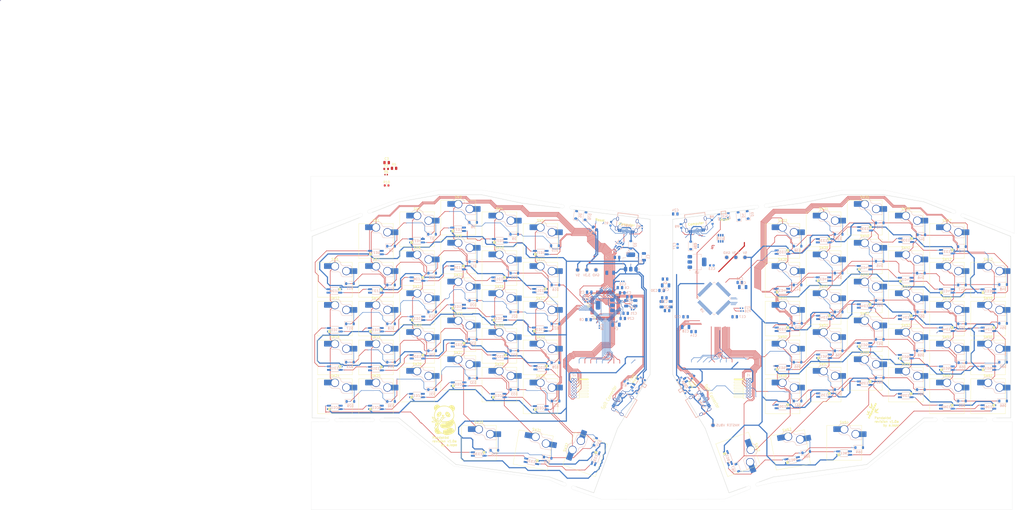
<source format=kicad_pcb>
(kicad_pcb (version 20241229) (generator "pcbnew") (generator_version "9.0")
  (title_block (title "yellow_panda") (rev "v1.0.0") (company "Unknown"))
  (layers (0 "F.Cu" signal) (2 "B.Cu" signal) (13 "F.Paste" user) (15 "B.Paste" user) (5 "F.SilkS" user "F.Silkscreen") (7 "B.SilkS" user "B.Silkscreen") (1 "F.Mask" user) (3 "B.Mask" user) (25 "Edge.Cuts" user))
  (net 0 "")
  (net 1 "Net-(D6-A)")
  (net 2 "Net-(D7-A)")
  (net 3 "Net-(D8-A)")
  (net 4 "Net-(D9-A)")
  (net 5 "Net-(D10-A)")
  (net 6 "Net-(D11-A)")
  (net 7 "Net-(D12-A)")
  (net 8 "Net-(D13-A)")
  (net 9 "Net-(D14-A)")
  (net 10 "Net-(D15-A)")
  (net 11 "Net-(D16-A)")
  (net 12 "Net-(D23-A)")
  (net 13 "Net-(D24-A)")
  (net 14 "Net-(D25-A)")
  (net 15 "Net-(D26-A)")
  (net 16 "Net-(D27-A)")
  (net 17 "Net-(D28-A)")
  (net 18 "Net-(D29-A)")
  (net 19 "Net-(D30-A)")
  (net 20 "Net-(D31-A)")
  (net 21 "Net-(D32-A)")
  (net 22 "Net-(D34-A)")
  (net 23 "Net-(D35-A)")
  (net 24 "/left/OSC INa")
  (net 25 "Net-(D37-A)")
  (net 26 "Net-(D38-A)")
  (net 27 "Net-(D39-A)")
  (net 28 "Net-(D40-A)")
  (net 29 "Net-(D41-A)")
  (net 30 "Net-(D42-A)")
  (net 31 "Net-(D43-A)")
  (net 32 "Net-(D44-A)")
  (net 33 "Net-(D45-A)")
  (net 34 "Net-(D46-A)")
  (net 35 "Net-(D47-A)")
  (net 36 "Net-(D48-A)")
  (net 37 "Net-(D49-A)")
  (net 38 "Net-(D50-A)")
  (net 39 "Net-(D51-A)")
  (net 40 "Net-(D52-A)")
  (net 41 "Net-(D53-A)")
  (net 42 "Net-(D54-A)")
  (net 43 "Net-(D55-A)")
  (net 44 "Net-(D56-A)")
  (net 45 "Net-(D57-A)")
  (net 46 "Net-(D58-A)")
  (net 47 "Net-(D59-A)")
  (net 48 "Net-(D60-A)")
  (net 49 "Net-(D61-A)")
  (net 50 "Net-(D62-A)")
  (net 51 "Net-(D63-A)")
  (net 52 "Net-(D64-A)")
  (net 53 "Net-(D67-A)")
  (net 54 "Net-(U4-VCAP_1)")
  (net 55 "Net-(U9-VCAP_1)")
  (net 56 "Net-(LED5-DOUT)")
  (net 57 "GND")
  (net 58 "+3.3V")
  (net 59 "+5V")
  (net 60 "/STM MCUs/SW_BOOT0a")
  (net 61 "Net-(D66-A)")
  (net 62 "Net-(D69-A)")
  (net 64 "/left/OSC OUTa")
  (net 65 "OSC IN^{b}")
  (net 66 "OSC OUT^{b}")
  (net 67 "Net-(D1-A)")
  (net 68 "Net-(D2-A)")
  (net 69 "/left/VBUSa")
  (net 70 "/right/VBUSb")
  (net 71 "Net-(LED7-DIN)")
  (net 72 "Net-(LED8-DIN)")
  (net 73 "Net-(LED13-DIN)")
  (net 74 "Net-(LED16-DOUT)")
  (net 75 "Net-(LED11-DIN)")
  (net 76 "Net-(LED12-DIN)")
  (net 77 "Net-(LED17-DOUT)")
  (net 78 "Net-(LED19-DIN)")
  (net 79 "Net-(LED20-DIN)")
  (net 80 "Net-(LED27-DOUT)")
  (net 81 "Net-(D17-A)")
  (net 82 "Net-(D18-A)")
  (net 83 "Net-(D19-A)")
  (net 84 "Net-(D20-A)")
  (net 85 "Net-(D21-A)")
  (net 86 "Net-(D22-A)")
  (net 87 "Net-(LED1-DOUT)")
  (net 88 "Net-(LED2-DOUT)")
  (net 89 "Net-(LED3-DOUT)")
  (net 90 "Net-(LED4-DOUT)")
  (net 91 "Net-(LED21-DIN)")
  (net 92 "Net-(LED22-DIN)")
  (net 93 "Net-(LED23-DIN)")
  (net 94 "Net-(LED28-DOUT)")
  (net 95 "Net-(LED10-DIN)")
  (net 96 "Net-(LED10-DOUT)")
  (net 97 "Net-(LED29-DOUT)")
  (net 98 "Net-(LED30-DOUT)")
  (net 99 "Net-(LED13-DOUT)")
  (net 100 "Net-(LED14-DOUT)")
  (net 101 "Net-(LED15-DOUT)")
  (net 102 "Net-(LED31-DIN)")
  (net 104 "Net-(LED18-DOUT)")
  (net 105 "Net-(LED19-DOUT)")
  (net 106 "Net-(LED38-DOUT)")
  (net 107 "Net-(LED39-DOUT)")
  (net 108 "Net-(LED40-DIN)")
  (net 109 "Net-(LED41-DIN)")
  (net 110 "Net-(LED42-DIN)")
  (net 111 "Net-(LED25-DOUT)")
  (net 112 "Net-(LED26-DOUT)")
  (net 113 "Net-(LED48-DOUT)")
  (net 114 "Net-(LED49-DOUT)")
  (net 115 "Net-(LED51-DIN)")
  (net 116 "Net-(LED52-DIN)")
  (net 117 "Net-(LED59-DOUT)")
  (net 118 "Net-(LED60-DOUT)")
  (net 128 "ROW0a")
  (net 129 "ROW1a")
  (net 130 "ROW2a")
  (net 131 "ROW3a")
  (net 132 "ROW4a")
  (net 133 "COL1a")
  (net 134 "COL2a")
  (net 135 "COL3a")
  (net 136 "COL4a")
  (net 137 "COL5a")
  (net 138 "COL0a")
  (net 139 "LEDsa")
  (net 140 "ROW5a")
  (net 141 "VBUS MASTER HALF")
  (net 142 "Net-(LED61-DOUT)")
  (net 143 "Net-(LED62-DOUT)")
  (net 144 "Net-(LED63-DIN)")
  (net 146 "Net-(U9-PA11)")
  (net 147 "Net-(U9-PA12)")
  (net 148 "Net-(LED33-DOUT)")
  (net 149 "LEDsb")
  (net 150 "Net-(LED34-DOUT)")
  (net 151 "Net-(LED35-DOUT)")
  (net 152 "Net-(LED36-DOUT)")
  (net 153 "Net-(LED37-DOUT)")
  (net 156 "Net-(LED39-DIN)")
  (net 160 "Net-(LED43-DIN)")
  (net 161 "Net-(LED45-DOUT)")
  (net 162 "Net-(LED46-DOUT)")
  (net 163 "Net-(LED47-DOUT)")
  (net 166 "Net-(LED50-DOUT)")
  (net 167 "Net-(LED51-DOUT)")
  (net 168 "/left/BOOT0a")
  (net 169 "/left/SW_BOOT0a")
  (net 170 "Net-(LED53-DIN)")
  (net 171 "Net-(LED54-DIN)")
  (net 172 "Net-(LED55-DIN)")
  (net 173 "Net-(LED57-DOUT)")
  (net 174 "Net-(LED58-DOUT)")
  (net 175 "Net-(USBC3-CC2)")
  (net 176 "Net-(USBC3-CC1)")
  (net 177 "/right/BOOT0b")
  (net 178 "/right/SW_BOOT0b")
  (net 179 "VBUS USB")
  (net 180 "SWDIOb")
  (net 181 "SWOb")
  (net 182 "UART_RXb")
  (net 183 "RESETb")
  (net 184 "UART_TXb")
  (net 185 "SWCLKb")
  (net 186 "USBDb+")
  (net 187 "USBDb-")
  (net 188 "USB^{b}D+")
  (net 189 "COL1b")
  (net 190 "COL5b")
  (net 191 "ROW1b")
  (net 192 "COL2b")
  (net 193 "COL4b")
  (net 194 "ROW0b")
  (net 195 "ROW2b")
  (net 196 "COL3b")
  (net 197 "COL0b")
  (net 198 "ROW3b")
  (net 199 "ROW5b")
  (net 200 "ROW4b")
  (net 201 "Net-(USBC1-CC1)")
  (net 202 "Net-(USBC1-CC2)")
  (net 203 "Net-(USBC1-DN1)")
  (net 204 "Net-(USBC1-DP1)")
  (net 207 "USB^{b}D-")
  (net 220 "Net-(D3-A)")
  (net 221 "Net-(D4-A)")
  (net 222 "Net-(D5-A)")
  (net 223 "Net-(D70-A)")
  (net 224 "Net-(U4-PA11)")
  (net 225 "Net-(U4-PA12)")
  (net 226 "LEDs^{b}")
  (net 227 "USART_RX^{b}")
  (net 228 "ROW3^{b}")
  (net 229 "MISO^{b}")
  (net 233 "COL5^{b}")
  (net 234 "CS^{b}")
  (net 238 "SWDIO^{b}")
  (net 239 "ROW5^{b}")
  (net 240 "ROW2^{b}")
  (net 244 "SWCLK^{b}")
  (net 246 "MOSI^{b}")
  (net 247 "COL3^{b}")
  (net 249 "UART_TX^{b}")
  (net 252 "ROW4^{b}")
  (net 253 "COL2^{b}")
  (net 254 "SDCS^{b}")
  (net 256 "USART1_TX^{b}")
  (net 257 "SCK^{b}")
  (net 258 "COL0^{b}")
  (net 259 "SWO^{b}")
  (net 261 "LCDReset^{b}")
  (net 262 "ScreenBright^{b}")
  (net 263 "ROW1^{b}")
  (net 264 "DataCommand^{b}")
  (net 265 "unconnected-(U9-PB12-Pad33)")
  (net 266 "UART_RX^{b}")
  (net 268 "COL1^{b}")
  (net 272 "Net-(USBC3-DP1)")
  (net 273 "Net-(USBC3-DN1)")
  (net 274 "USART_TX^{b}")
  (net 286 "Net-(D33-A)")
  (net 287 "Net-(D36-A)")
  (net 292 "+3.3V_{master}")
  (net 293 "/left/OSC IN^{a}")
  (net 294 "/left/OSC OUT^{a}")
  (net 295 "RESET^{a}")
  (net 296 "SWDIO^{a}")
  (net 297 "SWO^{a}")
  (net 298 "UART_RX^{a}")
  (net 299 "UART_TX^{a}")
  (net 300 "SWCLK^{a}")
  (net 301 "USB^{a}D-")
  (net 302 "USB^{a}D+")
  (net 303 "SCK^{a}")
  (net 304 "MISO^{a}")
  (net 305 "ScreenBright^{a}")
  (net 306 "COL4^{a}")
  (net 307 "USART_RX^{a}")
  (net 308 "DataCommand^{a}")
  (net 309 "USART1_TX^{a}")
  (net 310 "SDCS^{a}")
  (net 311 "COL3^{a}")
  (net 312 "ROW0^{a}")
  (net 313 "COL5^{a}")
  (net 314 "MOSI^{a}")
  (net 315 "ROW4^{a}")
  (net 316 "ROW3^{a}")
  (net 317 "LCDReset^{a}")
  (net 318 "COL0^{a}")
  (net 319 "ROW1^{a}")
  (net 320 "COL2^{a}")
  (net 321 "LEDs^{a}")
  (net 322 "CS^{a}")
  (net 323 "ROW2^{a}")
  (net 324 "COL1^{a}")
  (net 325 "USART_TX^{a}")
  (footprint "Resistor_SMD:R_0603_1608Metric" (layer "F.Cu") (at 80.8875 75.76)
    (property "Reference" "R2")
    (property "Value" "5.1kΩ")
  )
  (footprint "PCM_Switch_Keyboard_Hotswap_Kailh:SW_Hotswap_Kailh_Choc_V1_Plated_1.00u" (layer "F.Cu") (at 308.4575 153.2)
    (property "Reference" "SW53")
    (property "Value" "1N4148W")
  )
  (footprint "PCM_Switch_Keyboard_Hotswap_Kailh:SW_Hotswap_Kailh_Choc_V1_Plated_1.00u" (layer "F.Cu") (at 254.4575 175.3)
    (property "Reference" "SW56")
    (property "Value" "1N4148W")
  )
  (footprint "stm32:bamboo" (layer "F.Cu") (at 294 181.8 -20)
    (property "Reference" "G***" (hide yes))
    (property "Value" "LOGO" (hide yes))
  )
  (footprint "MountingHole:MountingHole_2.2mm_M2" (layer "F.Cu") (at 335.4 132.8)
    (property "Reference" "REF**" (hide yes))
    (property "Value" "MountingHole_2.2mm_M2" (hide yes))
  )
  (footprint "MountingHole:MountingHole_2.2mm_M2" (layer "F.Cu") (at 139.4 110.8)
    (property "Reference" "REF**" (hide yes))
    (property "Value" "MountingHole_2.2mm_M2" (hide yes))
  )
  (footprint "Resistor_SMD:R_0805_2012Metric" (layer "F.Cu") (at 84.3475 75.5)
    (property "Reference" "R5")
    (property "Value" "10kΩ")
  )
  (footprint "PCM_Switch_Keyboard_Hotswap_Kailh:SW_Hotswap_Kailh_Choc_V1_Plated_1.00u" (layer "F.Cu") (at 308.4575 170.2)
    (property "Reference" "SW59")
    (property "Value" "1N4148W")
  )
  (footprint "PCM_JLCPCB:MouseBites, Cosmetic, JLCPCB, 1.6mm" (layer "F.Cu") (at 333.934803 97.193925 68)
    (property "Reference" "REF**" (hide yes))
    (property "Value" "MouseBites, Cosmetic, JLCPCB, 1.6mm" (hide yes))
    (fp_line (start 0 -6) (end 0 -5) (stroke (width 0.05)) (layer "Edge.Cuts"))
    (fp_line (start 1.599998 -6) (end 1.600001 -5.000001) (stroke (width 0.05)) (layer "Edge.Cuts"))
    (fp_line (start 0 0) (end 0 -1) (stroke (width 0.05)) (layer "Edge.Cuts"))
    (fp_line (start 1.599998 -0.000001) (end 1.6 -1) (stroke (width 0.05)) (layer "Edge.Cuts"))
    (fp_arc (start 1.600001 -5.000001) (mid 0.800001 -4.199999) (end 0 -5) (stroke (width 0.05)) (layer "Edge.Cuts"))
    (fp_arc (start 0 -1) (mid 0.799998 -1.800001) (end 1.6 -1) (stroke (width 0.05)) (layer "Edge.Cuts"))
  )
  (footprint "Capacitor_SMD:C_0805_2012Metric" (layer "F.Cu") (at 81.1075 73)
    (property "Reference" "C3")
    (property "Value" "100nF")
  )
  (footprint "PCM_JLCPCB:MouseBites, Cosmetic, JLCPCB, 1.6mm" (layer "F.Cu") (at 244.69882 214.38723 110)
    (property "Reference" "REF**" (hide yes))
    (property "Value" "MouseBites, Cosmetic, JLCPCB, 1.6mm" (hide yes))
    (fp_line (start 1.599997 -6) (end 1.600001 -5) (stroke (width 0.05)) (layer "Edge.Cuts"))
    (fp_line (start 0 -6) (end 0 -5) (stroke (width 0.05)) (layer "Edge.Cuts"))
    (fp_line (start 1.599998 -0.000001) (end 1.600001 -0.999999) (stroke (width 0.05)) (layer "Edge.Cuts"))
    (fp_line (start 0 0) (end 0 -1) (stroke (width 0.05)) (layer "Edge.Cuts"))
    (fp_arc (start 1.600001 -5) (mid 0.800001 -4.199998) (end 0 -5) (stroke (width 0.05)) (layer "Edge.Cuts"))
    (fp_arc (start 0 -1) (mid 0.799998 -1.8) (end 1.600001 -0.999999) (stroke (width 0.05)) (layer "Edge.Cuts"))
  )
  (footprint "PCM_Switch_Keyboard_Hotswap_Kailh:SW_Hotswap_Kailh_Choc_V1_Plated_1.00u" (layer "F.Cu") (at 308.4575 102.2)
    (property "Reference" "SW36")
    (property "Value" "1N4148W")
  )
  (footprint "PCM_Switch_Keyboard_Hotswap_Kailh:SW_Hotswap_Kailh_Choc_V1_Plated_1.50u" (layer "F.Cu") (at 234.966415 200.741045 -70)
    (property "Reference" "SW62")
    (property "Value" "1N4148W")
  )
  (footprint "MountingHole:MountingHole_2.2mm_M2" (layer "F.Cu") (at 139.4 161.8)
    (property "Reference" "REF**" (hide yes))
    (property "Value" "MountingHole_2.2mm_M2" (hide yes))
  )
  (footprint "MountingHole:MountingHole_2.2mm_M2" (layer "F.Cu") (at 299.4 139.4)
    (property "Reference" "REF**" (hide yes))
    (property "Value" "MountingHole_2.2mm_M2" (hide yes))
  )
  (footprint "MountingHole:MountingHole_2.2mm_M2" (layer "F.Cu") (at 85.2 98.6)
    (property "Reference" "REF**" (hide yes))
    (property "Value" "MountingHole_2.2mm_M2" (hide yes))
  )
  (footprint "Resistor_SMD:R_0603_1608Metric" (layer "F.Cu") (at 81.0875 83)
    (property "Reference" "R10")
    (property "Value" "33Ω")
  )
  (footprint "MountingHole:MountingHole_2.2mm_M2" (layer "F.Cu") (at 281.2 182.2)
    (property "Reference" "REF**" (hide yes))
    (property "Value" "MountingHole_2.2mm_M2" (hide yes))
  )
  (footprint "PCM_Switch_Keyboard_Hotswap_Kailh:SW_Hotswap_Kailh_Choc_V1_Plated_1.00u" (layer "F.Cu") (at 130.4575 102.2)
    (property "Reference" "SW4")
    (property "Value" "1N4148W")
  )
  (footprint "MountingHole:MountingHole_2.2mm_M2" (layer "F.Cu") (at 103.4 110.6)
    (property "Reference" "REF**" (hide yes))
    (property "Value" "MountingHole_2.2mm_M2" (hide yes))
  )
  (footprint "PCM_Switch_Keyboard_Hotswap_Kailh:SW_Hotswap_Kailh_Choc_V1_Plated_1.00u" (layer "F.Cu") (at 94.4575 170.2)
    (property "Reference" "SW26")
    (property "Value" "1N4148W")
  )
  (footprint "PCM_JLCPCB:MouseBites, Cosmetic, JLCPCB, 1.6mm" (layer "F.Cu") (at 79.956282 186.439975 90)
    (property "Reference" "REF**" (hide yes))
    (property "Value" "MouseBites, Cosmetic, JLCPCB, 1.6mm" (hide yes))
    (fp_line (start 1.599998 -6) (end 1.6 -5) (stroke (width 0.05)) (layer "Edge.Cuts"))
    (fp_line (start 0 -6) (end 0 -5) (stroke (width 0.05)) (layer "Edge.Cuts"))
    (fp_line (start 1.599998 -0.000001) (end 1.600001 -0.999999) (stroke (width 0.05)) (layer "Edge.Cuts"))
    (fp_line (start 0 0) (end 0 -1) (stroke (width 0.05)) (layer "Edge.Cuts"))
    (fp_arc (start 1.6 -5) (mid 0.800001 -4.199999) (end 0 -5) (stroke (width 0.05)) (layer "Edge.Cuts"))
    (fp_arc (start 0 -1) (mid 0.799999 -1.8) (end 1.600001 -0.999999) (stroke (width 0.05)) (layer "Edge.Cuts"))
  )
  (footprint "PCM_Switch_Keyboard_Hotswap_Kailh:SW_Hotswap_Kailh_Choc_V1_Plated_1.00u" (layer "F.Cu") (at 344.4575 175.3)
    (property "Reference" "SW61")
    (property "Value" "1N4148W")
  )
  (footprint "PCM_Switch_Keyboard_Hotswap_Kailh:SW_Hotswap_Kailh_Choc_V1_Plated_1.00u" (layer "F.Cu") (at 58.4575 141.3)
    (property "Reference" "SW12")
    (property "Value" "1N4148W")
  )
  (footprint "PCM_Switch_Keyboard_Hotswap_Kailh:SW_Hotswap_Kailh_Choc_V1_Plated_1.00u" (layer "F.Cu") (at 254.4575 141.3)
    (property "Reference" "SW44")
    (property "Value" "1N4148W")
  )
  (footprint "PCM_Switch_Keyboard_Hotswap_Kailh:SW_Hotswap_Kailh_Choc_V1_Plated_1.00u" (layer "F.Cu") (at 290.4575 131.1)
    (property "Reference" "SW46")
    (property "Value" "1N4148W")
  )
  (footprint "MountingHole:MountingHole_2.2mm_M2" (layer "F.Cu") (at 67.4 132.8)
    (property "Reference" "REF**" (hide yes))
    (property "Value" "MountingHole_2.2mm_M2" (hide yes))
  )
  (footprint "PCM_Switch_Keyboard_Hotswap_Kailh:SW_Hotswap_Kailh_Choc_V1_Plated_1.00u" (layer "F.Cu") (at 76.445 107.3)
    (property "Reference" "SW1")
    (property "Value" "1N4148W")
  )
  (footprint "PCM_Switch_Keyboard_Hotswap_Kailh:SW_Hotswap_Kailh_Choc_V1_Plated_1.00u" (layer "F.Cu") (at 130.4575 153.2)
    (property "Reference" "SW22")
    (property "Value" "1N4148W")
  )
  (footprint "PCM_Switch_Keyboard_Hotswap_Kailh:SW_Hotswap_Kailh_Choc_V1_Plated_1.00u" (layer "F.Cu") (at 254.4575 158.3)
    (property "Reference" "SW50")
    (property "Value" "1N4148W")
  )
  (footprint "PCM_Switch_Keyboard_Hotswap_Kailh:SW_Hotswap_Kailh_Choc_V1_Plated_1.00u" (layer "F.Cu") (at 308.4575 136.2)
    (property "Reference" "SW47")
    (property "Value" "1N4148W")
  )
  (footprint "PCM_Switch_Keyboard_Hotswap_Kailh:SW_Hotswap_Kailh_Choc_V1_Plated_1.00u" (layer "F.Cu") (at 94.5075 136.2)
    (property "Reference" "SW14")
    (property "Value" "1N4148W")
  )
  (footprint "Resistor_SMD:R_0402_1005Metric" (layer "F.Cu") (at 80.8875 78.27)
    (property "Reference" "R6")
    (property "Value" "22")
  )
  (footprint "PCM_Switch_Keyboard_Hotswap_Kailh:SW_Hotswap_Kailh_Choc_V1_Plated_1.00u" (layer "F.Cu") (at 58.4575 175.3)
    (property "Reference" "SW24")
    (property "Value" "1N4148W")
  )
  (footprint "PCM_Switch_Keyboard_Hotswap_Kailh:SW_Hotswap_Kailh_Choc_V1_Plated_1.00u" (layer "F.Cu") (at 112.4575 97.1)
    (property "Reference" "SW3")
    (property "Value" "1N4148W")
  )
  (footprint "MountingHole:MountingHole_2.2mm_M2" (layer "F.Cu") (at 299.4 156.6)
    (property "Reference" "REF**" (hide yes))
    (property "Value" "MountingHole_2.2mm_M2" (hide yes))
  )
  (footprint "PCM_Switch_Keyboard_Hotswap_Kailh:SW_Hotswap_Kailh_Choc_V1_Plated_1.00u" (layer "F.Cu") (at 130.4575 119.2)
    (property "Reference" "SW10")
    (property "Value" "1N4148W")
  )
  (footprint "PCM_Switch_Keyboard_Hotswap_Kailh:SW_Hotswap_Kailh_Choc_V1_Plated_1.00u" (layer "F.Cu") (at 112.4575 165.1)
    (property "Reference" "SW27")
    (property "Value" "1N4148W")
  )
  (footprint "MountingHole:MountingHole_2.2mm_M2" (layer "F.Cu") (at 335.4 115.8)
    (property "Reference" "REF**" (hide yes))
    (property "Value" "MountingHole_2.2mm_M2" (hide yes))
  )
  (footprint "PCM_Switch_Keyboard_Hotswap_Kailh:SW_Hotswap_Kailh_Choc_V1_Plated_1.00u" (layer "F.Cu") (at 344.4575 124.3)
    (property "Reference" "SW43")
    (property "Value" "1N4148W")
  )
  (footprint "MountingHole:MountingHole_2.2mm_M2" (layer "F.Cu") (at 134.2 190)
    (property "Reference" "REF**" (hide yes))
    (property "Value" "MountingHole_2.2mm_M2" (hide yes))
  )
  (footprint "clipboard:bf87ff4d-921f-4e46-abc4-457b704bfae1" (layer "F.Cu") (at 213 170.75)
    (property "Reference" "")
    (property "Value" "")
  )
  (footprint "PCM_Switch_Keyboard_Hotswap_Kailh:SW_Hotswap_Kailh_Choc_V1_Plated_1.00u" (layer "F.Cu") (at 326.4575 107.3)
    (property "Reference" "SW37")
    (property "Value" "1N4148W")
  )
  (footprint "stm32:panda" (layer "F.Cu") (at 106.4 185.6)
    (property "Reference" "G" (hide yes))
    (property "Value" "LOGO" (hide yes))
  )
  (footprint "MountingHole:MountingHole_2.2mm_M2" (layer "F.Cu") (at 121.4 182.4)
    (property "Reference" "REF**" (hide yes))
    (property "Value" "MountingHole_2.2mm_M2" (hide yes))
  )
  (footprint "MountingHole:MountingHole_2.2mm_M2" (layer "F.Cu") (at 103.4 127.8)
    (property "Reference" "REF**" (hide yes))
    (property "Value" "MountingHole_2.2mm_M2" (hide yes))
  )
  (footprint "PCM_Switch_Keyboard_Hotswap_Kailh:SW_Hotswap_Kailh_Choc_V1_Plated_1.00u" (layer "F.Cu") (at 326.4575 141.3)
    (property "Reference" "SW48")
    (property "Value" "1N4148W")
  )
  (footprint "MountingHole:MountingHole_2.2mm_M2" (layer "F.Cu") (at 244.4 193)
    (property "Reference" "REF**" (hide yes))
    (property "Value" "MountingHole_2.2mm_M2" (hide yes))
  )
  (footprint "PCM_Switch_Keyboard_Hotswap_Kailh:SW_Hotswap_Kailh_Choc_V1_Plated_1.00u" (layer "F.Cu") (at 76.4575 141.3)
    (property "Reference" "SW13")
    (property "Value" "1N4148W")
  )
  (footprint "MountingHole:MountingHole_2.2mm_M2" (layer "F.Cu") (at 335.473974 149.785849)
    (property "Reference" "REF**" (hide yes))
    (property "Value" "MountingHole_2.2mm_M2" (hide yes))
  )
  (footprint "MountingHole:MountingHole_2.2mm_M2" (layer "F.Cu") (at 103.4 161.8)
    (property "Reference" "REF**" (hide yes))
    (property "Value" "MountingHole_2.2mm_M2" (hide yes))
  )
  (footprint "PCM_Switch_Keyboard_Hotswap_Kailh:SW_Hotswap_Kailh_Choc_V1_Plated_1.00u" (layer "F.Cu") (at 148.4575 107.3)
    (property "Reference" "SW5")
    (property "Value" "1N4148W")
  )
  (footprint "PCM_JLCPCB:MouseBites, Cosmetic, JLCPCB, 1.6mm" (layer "F.Cu") (at 348.16225 186.414574 90)
    (property "Reference" "REF**" (hide yes))
    (property "Value" "MouseBites, Cosmetic, JLCPCB, 1.6mm" (hide yes))
    (fp_line (start 1.599998 -6) (end 1.6 -5) (stroke (width 0.05)) (layer "Edge.Cuts"))
    (fp_line (start 0 -6) (end 0 -5) (stroke (width 0.05)) (layer "Edge.Cuts"))
    (fp_line (start 1.599998 -0.000001) (end 1.600001 -0.999999) (stroke (width 0.05)) (layer "Edge.Cuts"))
    (fp_line (start 0 0) (end 0 -1) (stroke (width 0.05)) (layer "Edge.Cuts"))
    (fp_arc (start 1.6 -5) (mid 0.800001 -4.199999) (end 0 -5) (stroke (width 0.05)) (layer "Edge.Cuts"))
    (fp_arc (start 0 -1) (mid 0.799999 -1.8) (end 1.600001 -0.999999) (stroke (width 0.05)) (layer "Edge.Cuts"))
  )
  (footprint "PCM_Switch_Keyboard_Hotswap_Kailh:SW_Hotswap_Kailh_Choc_V1_Plated_1.00u" (layer "F.Cu") (at 290.4575 148.1)
    (property "Reference" "SW52")
    (property "Value" "1N4148W")
  )
  (footprint "MountingHole:MountingHole_2.2mm_M2" (layer "F.Cu") (at 299.4 122.2)
    (property "Reference" "REF**" (hide yes))
    (property "Value" "MountingHole_2.2mm_M2" (hide yes))
  )
  (footprint "" (layer "F.Cu") (at 263.4 166.8)
    (property "Reference" "")
    (property "Value" "")
  )
  (footprint "MountingHole:MountingHole_2.2mm_M2" (layer "F.Cu") (at 139.4 144.8)
    (property "Reference" "REF**" (hide yes))
    (property "Value" "MountingHole_2.2mm_M2" (hide yes))
  )
  (footprint "PCM_JLCPCB:MouseBites, Cosmetic, JLCPCB, 1.6mm" (layer "F.Cu") (at 248.303545 92.556744 97)
    (property "Reference" "REF**" (hide yes))
    (property "Value" "MouseBites, Cosmetic, JLCPCB, 1.6mm" (hide yes))
    (fp_line (start 1.599997 -5.999999) (end 1.600001 -5) (stroke (width 0.05)) (layer "Edge.Cuts"))
    (fp_line (start 0 -6) (end 0 -5) (stroke (width 0.05)) (layer "Edge.Cuts"))
    (fp_line (start 1.599997 -0.000001) (end 1.6 -0.999999) (stroke (width 0.05)) (layer "Edge.Cuts"))
    (fp_line (start 0 0) (end 0 -1) (stroke (width 0.05)) (layer "Edge.Cuts"))
    (fp_arc (start 1.600001 -5) (mid 0.800001 -4.199999) (end 0 -5) (stroke (width 0.05)) (layer "Edge.Cuts"))
    (fp_arc (start 0 -1) (mid 0.799999 -1.8) (end 1.6 -0.999999) (stroke (width 0.05)) (layer "Edge.Cuts"))
  )
  (footprint "PCM_JLCPCB:MouseBites, Cosmetic, JLCPCB, 1.6mm" (layer "F.Cu") (at 163.431639 216.391161 70)
    (property "Reference" "REF**" (hide yes))
    (property "Value" "MouseBites, Cosmetic, JLCPCB, 1.6mm" (hide yes))
    (fp_line (start 0 -6) (end 0 -5) (stroke (width 0.05)) (layer "Edge.Cuts"))
    (fp_line (start 1.599999 -6) (end 1.6 -5) (stroke (width 0.05)) (layer "Edge.Cuts"))
    (fp_line (start 0 0) (end 0 -1) (stroke (width 0.05)) (layer "Edge.Cuts"))
    (fp_line (start 1.599998 -0.000001) (end 1.600001 -1) (stroke (width 0.05)) (layer "Edge.Cuts"))
    (fp_arc (start 1.6 -5) (mid 0.800001 -4.199999) (end 0 -5) (stroke (width 0.05)) (layer "Edge.Cuts"))
    (fp_arc (start 0 -1) (mid 0.799999 -1.8) (end 1.600001 -1) (stroke (width 0.05)) (layer "Edge.Cuts"))
  )
  (footprint "PCM_Switch_Keyboard_Hotswap_Kailh:SW_Hotswap_Kailh_Choc_V1_Plated_1.00u" (layer "F.Cu") (at 76.4575 175.3)
    (property "Reference" "SW25")
    (property "Value" "1N4148W")
  )
  (footprint "MountingHole:MountingHole_2.2mm_M2" (layer "F.Cu") (at 67.4 116)
    (property "Reference" "REF**" (hide yes))
    (property "Value" "MountingHole_2.2mm_M2" (hide yes))
  )
  (footprint "PCM_Switch_Keyboard_Hotswap_Kailh:SW_Hotswap_Kailh_Choc_V1_Plated_1.00u" (layer "F.Cu") (at 326.4575 158.3)
    (property "Reference" "SW54")
    (property "Value" "1N4148W")
  )
  (footprint "PCM_Switch_Keyboard_Hotswap_Kailh:SW_Hotswap_Kailh_Choc_V1_Plated_1.00u" (layer "F.Cu") (at 290.4575 114.1)
    (property "Reference" "SW40")
    (property "Value" "1N4148W")
  )
  (footprint "PCM_Switch_Keyboard_Hotswap_Kailh:SW_Hotswap_Kailh_Choc_V1_Plated_1.00u" (layer "F.Cu") (at 94.4575 119.2)
    (property "Reference" "SW8")
    (property "Value" "1N4148W")
  )
  (footprint "PCM_Switch_Keyboard_Hotswap_Kailh:SW_Hotswap_Kailh_Choc_V1_Plated_1.00u" (layer "F.Cu") (at 308.4575 119.2)
    (property "Reference" "SW41")
    (property "Value" "1N4148W")
  )
  (footprint "PCM_Switch_Keyboard_Hotswap_Kailh:SW_Hotswap_Kailh_Choc_V1_Plated_1.00u" (layer "F.Cu") (at 290.4575 97.1)
    (property "Reference" "SW35")
    (property "Value" "1N4148W")
  )
  (footprint "PCM_Switch_Keyboard_Hotswap_Kailh:SW_Hotswap_Kailh_Choc_V1_Plated_1.00u" (layer "F.Cu") (at 272.4575 102.2)
    (property "Reference" "SW34")
    (property "Value" "1N4148W")
  )
  (footprint "PCM_Switch_Keyboard_Hotswap_Kailh:SW_Hotswap_Kailh_Choc_V1_Plated_1.00u" (layer "F.Cu") (at 272.4575 119.2)
    (property "Reference" "SW39")
    (property "Value" "1N4148W")
  )
  (footprint "Package_QFP:LQFP-64_10x10mm_P0.5mm" (layer "F.Cu") (at 176.8075 135.4625 90)
    (property "Reference" "U7")
    (property "Value" "USBLC6-2SC6_C5261088")
  )
  (footprint "PCM_Switch_Keyboard_Hotswap_Kailh:SW_Hotswap_Kailh_Choc_V1_Plated_1.00u" (layer "F.Cu") (at 290.4575 165.1)
    (property "Reference" "SW58")
    (property "Value" "1N4148W")
  )
  (footprint "PCM_JLCPCB:MouseBites, Cosmetic, JLCPCB, 1.6mm" (layer "F.Cu") (at 326.405267 186.399999 90)
    (property "Reference" "REF**" (hide yes))
    (property "Value" "MouseBites, Cosmetic, JLCPCB, 1.6mm" (hide yes))
    (fp_line (start 1.599998 -6) (end 1.6 -5) (stroke (width 0.05)) (layer "Edge.Cuts"))
    (fp_line (start 0 -6) (end 0 -5) (stroke (width 0.05)) (layer "Edge.Cuts"))
    (fp_line (start 1.599998 -0.000001) (end 1.600001 -0.999999) (stroke (width 0.05)) (layer "Edge.Cuts"))
    (fp_line (start 0 0) (end 0 -1) (stroke (width 0.05)) (layer "Edge.Cuts"))
    (fp_arc (start 1.6 -5) (mid 0.800001 -4.199999) (end 0 -5) (stroke (width 0.05)) (layer "Edge.Cuts"))
    (fp_arc (start 0 -1) (mid 0.799999 -1.8) (end 1.600001 -0.999999) (stroke (width 0.05)) (layer "Edge.Cuts"))
  )
  (footprint "PCM_Switch_Keyboard_Hotswap_Kailh:SW_Hotswap_Kailh_Choc_V1_Plated_1.00u" (layer "F.Cu") (at 58.4575 158.3)
    (property "Reference" "SW18")
    (property "Value" "1N4148W")
  )
  (footprint "PCM_Switch_Keyboard_Hotswap_Kailh:SW_Hotswap_Kailh_Choc_V1_Plated_1.00u" (layer "F.Cu") (at 254.4575 107.3)
    (property "Reference" "SW33")
    (property "Value" "1N4148W")
  )
  (footprint "PCM_Switch_Keyboard_Hotswap_Kailh:SW_Hotswap_Kailh_Choc_V1_Plated_1.00u" (layer "F.Cu") (at 326.4575 175.3)
    (property "Reference" "SW60")
    (property "Value" "1N4148W")
  )
  (footprint "PCM_Switch_Keyboard_Hotswap_Kailh:SW_Hotswap_Kailh_Choc_V1_Plated_1.00u" (layer "F.Cu") (at 112.4575 114.1)
    (property "Reference" "SW9")
    (property "Value" "1N4148W")
  )
  (footprint "MountingHole:MountingHole_2.2mm_M2" (layer "F.Cu") (at 139.4 127.8)
    (property "Reference" "REF**" (hide yes))
    (property "Value" "MountingHole_2.2mm_M2")
  )
  (footprint "" (layer "F.Cu") (at 263.4 132.8)
    (property "Reference" "")
    (property "Value" "")
  )
  (footprint "PCM_Switch_Keyboard_Hotswap_Kailh:SW_Hotswap_Kailh_Choc_V1_Plated_1.00u" (layer "F.Cu") (at 145.270875 198.887751 -10)
    (property "Reference" "SW31")
    (property "Value" "1N4148W")
  )
  (footprint "PCM_Switch_Keyboard_Hotswap_Kailh:SW_Hotswap_Kailh_Choc_V1_Plated_1.00u" (layer "F.Cu") (at 130.4575 136.2)
    (property "Reference" "SW16")
    (property "Value" "1N4148W")
  )
  (footprint "PCM_Switch_Keyboard_Hotswap_Kailh:SW_Hotswap_Kailh_Choc_V1_Plated_1.00u" (layer "F.Cu") (at 112.4575 148.1)
    (property "Reference" "SW21")
    (property "Value" "1N4148W")
  )
  (footprint "PCM_Switch_Keyboard_Hotswap_Kailh:SW_Hotswap_Kailh_Choc_V1_Plated_1.00u" (layer "F.Cu") (at 58.4575 124.3)
    (property "Reference" "SW6")
    (property "Value" "1N4148W")
  )
  (footprint "PCM_Switch_Keyboard_Hotswap_Kailh:SW_Hotswap_Kailh_Choc_V1_Plated_1.00u" (layer "F.Cu") (at 148.4575 124.3)
    (property "Reference" "SW11")
    (property "Value" "1N4148W")
  )
  (footprint "PCM_Switch_Keyboard_Hotswap_Kailh:SW_Hotswap_Kailh_Choc_V1_Plated_1.00u" (layer "F.Cu") (at 148.4575 175.3)
    (property "Reference" "SW29")
    (property "Value" "1N4148W")
  )
  (footprint "MountingHole:MountingHole_2.2mm_M2" (layer "F.Cu") (at 67.4 149.8)
    (property "Reference" "REF**" (hide yes))
    (property "Value" "MountingHole_2.2mm_M2" (hide yes))
  )
  (footprint "MountingHole:MountingHole_2.2mm_M2" (layer "F.Cu") (at 174.5 174)
    (property "Reference" "REF**" (hide yes))
    (property "Value" "MountingHole_2.2mm_M2" (hide yes))
  )
  (footprint "PCM_Switch_Keyboard_Hotswap_Kailh:SW_Hotswap_Kailh_Choc_V1_Plated_1.00u" (layer "F.Cu") (at 148.4575 141.3)
    (property "Reference" "SW17")
    (property "Value" "1N4148W")
  )
  (footprint "PCM_Switch_Keyboard_Hotswap_Kailh:SW_Hotswap_Kailh_Choc_V1_Plated_1.00u" (layer "F.Cu") (at 281.4575 195.7)
    (property "Reference" "SW64")
    (property "Value" "1N4148W")
  )
  (footprint "PCM_Switch_Keyboard_Hotswap_Kailh:SW_Hotswap_Kailh_Choc_V1_Plated_1.00u" (layer "F.Cu") (at 326.4575 124.3)
    (property "Reference" "SW42")
    (property "Value" "1N4148W")
  )
  (footprint "PCM_Switch_Keyboard_Hotswap_Kailh:SW_Hotswap_Kailh_Choc_V1_Plated_1.00u" (layer "F.Cu") (at 344.4575 141.3)
    (property "Reference" "SW49")
    (property "Value" "1N4148W")
  )
  (footprint "" (layer "F.Cu") (at 263.4 149.8)
    (property "Reference" "")
    (property "Value" "")
  )
  (footprint "PCM_Switch_Keyboard_Hotswap_Kailh:SW_Hotswap_Kailh_Choc_V1_Plated_1.00u" (layer "F.Cu") (at 76.4575 124.3)
    (property "Reference" "SW7")
    (property "Value" "1N4148W")
  )
  (footprint "PCM_Switch_Keyboard_Hotswap_Kailh:SW_Hotswap_Kailh_Choc_V1_Plated_1.00u" (layer "F.Cu") (at 121.4575 195.7)
    (property "Reference" "SW30")
    (property "Value" "1N4148W")
  )
  (footprint "PCM_Switch_Keyboard_Hotswap_Kailh:SW_Hotswap_Kailh_Choc_V1_Plated_1.50u" (layer "F.Cu") (at 168.0075 200.8 70)
    (property "Reference" "SW32")
    (property "Value" "1N4148W")
  )
  (footprint "PCM_Switch_Keyboard_Hotswap_Kailh:SW_Hotswap_Kailh_Choc_V1_Plated_1.00u" (layer "F.Cu") (at 94.4575 153.2)
    (property "Reference" "SW20")
    (property "Value" "1N4148W")
  )
  (footprint "PCM_JLCPCB:MouseBites, Cosmetic, JLCPCB, 1.6mm" (layer "F.Cu") (at 60.170719 186.501965 90)
    (property "Reference" "REF**" (hide yes))
    (property "Value" "MouseBites, Cosmetic, JLCPCB, 1.6mm" (hide yes))
    (fp_line (start 1.599998 -6) (end 1.6 -5) (stroke (width 0.05)) (layer "Edge.Cuts"))
    (fp_line (start 0 -6) (end 0 -5) (stroke (width 0.05)) (layer "Edge.Cuts"))
    (fp_line (start 1.599998 -0.000001) (end 1.600001 -0.999999) (stroke (width 0.05)) (layer "Edge.Cuts"))
    (fp_line (start 0 0) (end 0 -1) (stroke (width 0.05)) (layer "Edge.Cuts"))
    (fp_arc (start 1.6 -5) (mid 0.800001 -4.199999) (end 0 -5) (stroke (width 0.05)) (layer "Edge.Cuts"))
    (fp_arc (start 0 -1) (mid 0.799999 -1.8) (end 1.600001 -0.999999) (stroke (width 0.05)) (layer "Edge.Cuts"))
  )
  (footprint "MountingHole:MountingHole_2.2mm_M2" (layer "F.Cu") (at 306 182)
    (property "Reference" "REF**" (hide yes))
    (property "Value" "MountingHole_2.2mm_M2" (hide yes))
  )
  (footprint "PCM_Switch_Keyboard_Hotswap_Kailh:SW_Hotswap_Kailh_Choc_V1_Plated_1.00u" (layer "F.Cu") (at 94.4575 102.2)
    (property "Reference" "SW2")
    (property "Value" "1N4148W")
  )
  (footprint "PCM_Switch_Keyboard_Hotswap_Kailh:SW_Hotswap_Kailh_Choc_V1_Plated_1.00u" (layer "F.Cu") (at 272.4575 136.2)
    (property "Reference" "SW45")
    (property "Value" "1N4148W")
  )
  (footprint "PCM_Switch_Keyboard_Hotswap_Kailh:SW_Hotswap_Kailh_Choc_V1_Plated_1.00u" (layer "F.Cu") (at 76.4575 158.3)
    (property "Reference" "SW19")
    (property "Value" "1N4148W")
  )
  (footprint "PCM_Switch_Keyboard_Hotswap_Kailh:SW_Hotswap_Kailh_Choc_V1_Plated_1.00u" (layer "F.Cu") (at 130.4575 170.2)
    (property "Reference" "SW28")
    (property "Value" "1N4148W")
  )
  (footprint "MountingHole:MountingHole_2.2mm_M2" (layer "F.Cu") (at 269.4 190.4)
    (property "Reference" "REF**" (hide yes))
    (property "Value" "MountingHole_2.2mm_M2" (hide yes))
  )
  (footprint "PCM_Switch_Keyboard_Hotswap_Kailh:SW_Hotswap_Kailh_Choc_V1_Plated_1.00u" (layer "F.Cu") (at 112.4575 131.1)
    (property "Reference" "SW15")
    (property "Value" "1N4148W")
  )
  (footprint "MountingHole:MountingHole_2.2mm_M2" (layer "F.Cu") (at 335.471992 166.819969)
    (property "Reference" "REF**" (hide yes))
    (property "Value" "MountingHole_2.2mm_M2" (hide yes))
  )
  (footprint "PCM_Switch_Keyboard_Hotswap_Kailh:SW_Hotswap_Kailh_Choc_V1_Plated_1.00u" (layer "F.Cu") (at 272.4575 170.2)
    (property "Reference" "SW57")
    (property "Value" "1N4148W")
  )
  (footprint "MountingHole:MountingHole_2.2mm_M2" (layer "F.Cu") (at 103.4 144.8)
    (property "Reference" "REF**" (hide yes))
    (property "Value" "MountingHole_2.2mm_M2" (hide yes))
  )
  (footprint "MountingHole:MountingHole_2.2mm_M2" (layer "F.Cu") (at 227.5 173.75)
    (property "Reference" "REF**" (hide yes))
    (property "Value" "MountingHole_2.2mm_M2" (hide yes))
  )
  (footprint "" (layer "F.Cu") (at 263.4 115.8)
    (property "Reference" "")
    (property "Value" "")
  )
  (footprint "clipboard:bf87ff4d-921f-4e46-abc4-457b704bfae1" (layer "F.Cu") (at 190.75 169)
    (property "Reference" "")
    (property "Value" "")
  )
  (footprint "Connector_PinHeader_1.27mm:PinHeader_2x07_P1.27mm_Horizontal" (layer "F.Cu") (at 162.529 167.901001)
    (property "Reference" "J2")
    (property "Value" "Conn_ST_STDC14")
  )
  (footprint "MountingHole:MountingHole_2.2mm_M2" (layer "F.Cu") (at 299.4 105.2)
    (property "Reference" "REF**" (hide yes))
    (property "Value" "MountingHole_2.2mm_M2" (hide yes))
  )
  (footprint "MountingHole:MountingHole_2.2mm_M2" (layer "F.Cu") (at 103.4 93.6)
    (property "Reference" "REF**" (hide yes))
    (property "Value" "MountingHole_2.2mm_M2" (hide yes))
  )
  (footprint "PCM_Switch_Keyboard_Hotswap_Kailh:SW_Hotswap_Kailh_Choc_V1_Plated_1.00u" (layer "F.Cu") (at 272.4575 153.2)
    (property "Reference" "SW51")
    (property "Value" "1N4148W")
  )
  (footprint "MountingHole:MountingHole_2.2mm_M2" (layer "F.Cu") (at 67.4 166.8)
    (property "Reference" "REF**" (hide yes))
    (property "Value" "MountingHole_2.2mm_M2" (hide yes))
  )
  (footprint "PCM_Switch_Keyboard_Hotswap_Kailh:SW_Hotswap_Kailh_Choc_V1_Plated_1.00u" (layer "F.Cu") (at 344.4575 158.3)
    (property "Reference" "SW55")
    (property "Value" "1N4148W")
  )
  (footprint "MountingHole:MountingHole_2.2mm_M2" (layer "F.Cu") (at 96.2 182.4)
    (property "Reference" "REF**" (hide yes))
    (property "Value" "MountingHole_2.2mm_M2" (hide yes))
  )
  (footprint "PCM_Switch_Keyboard_Hotswap_Kailh:SW_Hotswap_Kailh_Choc_V1_Plated_1.00u" (layer "F.Cu") (at 148.4575 158.3)
    (property "Reference" "SW23")
    (property "Value" "1N4148W")
  )
  (footprint "PCM_Switch_Keyboard_Hotswap_Kailh:SW_Hotswap_Kailh_Choc_V1_Plated_1.00u" (layer "F.Cu") (at 257.9075 198.8 10)
    (property "Reference" "SW63")
    (property "Value" "1N4148W")
  )
  (footprint "PCM_Switch_Keyboard_Hotswap_Kailh:SW_Hotswap_Kailh_Choc_V1_Plated_1.00u" (layer "F.Cu") (at 254.4575 124.3)
    (property "Reference" "SW38")
    (property "Value" "1N4148W")
  )
  (footprint "Diode_SMD:D_SOD-123" (layer "B.Cu") (at 155.0875 177.4)
    (property "Reference" "D34")
    (property "Value" "1N4148W")
  )
  (footprint "Capacitor_SMD:C_0603_1608Metric" (layer "B.Cu") (at 223.5 118)
    (property "Reference" "C13")
    (property "Value" "4.7uF")
  )
  (footprint "Custom Lib:4960_ADA" (layer "B.Cu") (at 148.2 146)
    (property "Reference" "LED12")
    (property "Value" "4960")
    (fp_line (start -1.6002 -1.397) (end 1.6002 -1.397) (stroke (width 0.0254)) (layer "Edge.Cuts"))
    (fp_line (start -1.6002 1.397) (end -1.6002 -1.397) (stroke (width 0.0254)) (layer "Edge.Cuts"))
    (fp_line (start -1.6002 1.397) (end 1.6002 1.397) (stroke (width 0.0254)) (layer "Edge.Cuts"))
    (fp_line (start 1.6002 -1.397) (end 1.6002 1.397) (stroke (width 0.0254)) (layer "Edge.Cuts"))
  )
  (footprint "Capacitor_SMD:C_0805_2012Metric" (layer "B.Cu") (at 235.75 125.5 180)
    (property "Reference" "C28")
    (property "Value" "100nF")
  )
  (footprint "Diode_SMD:D_SOD-123" (layer "B.Cu") (at 333.0375 143.6)
    (property "Reference" "D53")
    (property "Value" "1N4148W")
  )
  (footprint "Diode_SMD:D_SOD-123" (layer "B.Cu") (at 351.0375 160.4)
    (property "Reference" "D60")
    (property "Value" "1N4148W")
  )
  (footprint "easyeda2kicad:USB-C_SMD-TYPE-C-31-M-12_1" (layer "B.Cu") (at 218.639841 178.236251 121)
    (property "Reference" "USBC4")
    (property "Value" "TYPE-C-31-M-12" (hide yes))
  )
  (footprint "Capacitor_SMD:C_0805_2012Metric" (layer "B.Cu") (at 215.5 147)
    (property "Reference" "C14")
    (property "Value" "100nF")
  )
  (footprint "Resistor_SMD:R_0603_1608Metric" (layer "B.Cu") (at 223.675 99 -80)
    (property "Reference" "R8")
    (property "Value" "5.1kΩ" (hide yes))
  )
  (footprint "easyeda2kicad:SW-SMD_GT-TC020B-H035-L05" (layer "B.Cu") (at 228.803399 96.605744 7)
    (property "Reference" "U11")
    (property "Value" "GT-TC020A-H035-L05" (hide yes))
  )
  (footprint "TestPoint:TestPoint_Pad_D1.5mm" (layer "B.Cu") (at 164.75 120)
    (property "Reference" "5V")
    (property "Value" "+5 V" (hide yes))
  )
  (footprint "Diode_SMD:D_SOD-123" (layer "B.Cu") (at 164.076009 95.894094 83)
    (property "Reference" "D5")
    (property "Value" "1N4148W")
  )
  (footprint "Diode_SMD:D_SOD-123" (layer "B.Cu") (at 65.0375 160.4)
    (property "Reference" "D23")
    (property "Value" "1N4148W")
  )
  (footprint "Custom Lib:4960_ADA" (layer "B.Cu") (at 94.4 175)
    (property "Reference" "LED27")
    (property "Value" "4960")
    (fp_line (start -1.6002 -1.397) (end 1.6002 -1.397) (stroke (width 0.0254)) (layer "Edge.Cuts"))
    (fp_line (start -1.6002 1.397) (end -1.6002 -1.397) (stroke (width 0.0254)) (layer "Edge.Cuts"))
    (fp_line (start -1.6002 1.397) (end 1.6002 1.397) (stroke (width 0.0254)) (layer "Edge.Cuts"))
    (fp_line (start 1.6002 -1.397) (end 1.6002 1.397) (stroke (width 0.0254)) (layer "Edge.Cuts"))
  )
  (footprint "Custom Lib:4960_ADA" (layer "B.Cu") (at 254.4 112.18105 180)
    (property "Reference" "LED33")
    (property "Value" "4960")
    (fp_line (start 1.6002 -1.397) (end 1.6002 1.397) (stroke (width 0.0254)) (layer "Edge.Cuts"))
    (fp_line (start -1.6002 1.397) (end 1.6002 1.397) (stroke (width 0.0254)) (layer "Edge.Cuts"))
    (fp_line (start -1.6002 1.397) (end -1.6002 -1.397) (stroke (width 0.0254)) (layer "Edge.Cuts"))
    (fp_line (start -1.6002 -1.397) (end 1.6002 -1.397) (stroke (width 0.0254)) (layer "Edge.Cuts"))
  )
  (footprint "Custom Lib:4960_ADA" (layer "B.Cu") (at 308.4 174.98105 180)
    (property "Reference" "LED59")
    (property "Value" "4960")
    (fp_line (start 1.6002 -1.397) (end 1.6002 1.397) (stroke (width 0.0254)) (layer "Edge.Cuts"))
    (fp_line (start -1.6002 1.397) (end 1.6002 1.397) (stroke (width 0.0254)) (layer "Edge.Cuts"))
    (fp_line (start -1.6002 1.397) (end -1.6002 -1.397) (stroke (width 0.0254)) (layer "Edge.Cuts"))
    (fp_line (start -1.6002 -1.397) (end 1.6002 -1.397) (stroke (width 0.0254)) (layer "Edge.Cuts"))
  )
  (footprint "Custom Lib:4960_ADA" (layer "B.Cu") (at 308.6 106.98105 180)
    (property "Reference" "LED36")
    (property "Value" "4960")
    (fp_line (start 1.6002 -1.397) (end 1.6002 1.397) (stroke (width 0.0254)) (layer "Edge.Cuts"))
    (fp_line (start -1.6002 1.397) (end 1.6002 1.397) (stroke (width 0.0254)) (layer "Edge.Cuts"))
    (fp_line (start -1.6002 1.397) (end -1.6002 -1.397) (stroke (width 0.0254)) (layer "Edge.Cuts"))
    (fp_line (start -1.6002 -1.397) (end 1.6002 -1.397) (stroke (width 0.0254)) (layer "Edge.Cuts"))
  )
  (footprint "Capacitor_SMD:C_0805_2012Metric" (layer "B.Cu") (at 182 114.5 180)
    (property "Reference" "C23")
    (property "Value" "100nF")
  )
  (footprint "Capacitor_SMD:C_1206_3216Metric" (layer "B.Cu") (at 237 127.5 180)
    (property "Reference" "C16")
    (property "Value" "10uF")
  )
  (footprint "easyeda2kicad:SOT-23-6_L2.9-W1.6-P0.95-LS2.8-BR" (layer "B.Cu") (at 227.355192 106.140021 90)
    (property "Reference" "U10")
    (property "Value" "GT-TC020A-H035-L05" (hide yes))
  )
  (footprint "Custom Lib:4960_ADA" (layer "B.Cu") (at 254.4 128.98105)
    (property "Reference" "LED40")
    (property "Value" "4960")
    (fp_line (start -1.6002 -1.397) (end 1.6002 -1.397) (stroke (width 0.0254)) (layer "Edge.Cuts"))
    (fp_line (start -1.6002 1.397) (end -1.6002 -1.397) (stroke (width 0.0254)) (layer "Edge.Cuts"))
    (fp_line (start -1.6002 1.397) (end 1.6002 1.397) (stroke (width 0.0254)) (layer "Edge.Cuts"))
    (fp_line (start 1.6002 -1.397) (end 1.6002 1.397) (stroke (width 0.0254)) (layer "Edge.Cuts"))
  )
  (footprint "Custom Lib:4960_ADA" (layer "B.Cu") (at 130.6 107.2)
    (property "Reference" "LED2")
    (property "Value" "4960")
    (fp_line (start -1.6002 -1.397) (end 1.6002 -1.397) (stroke (width 0.0254)) (layer "Edge.Cuts"))
    (fp_line (start -1.6002 1.397) (end -1.6002 -1.397) (stroke (width 0.0254)) (layer "Edge.Cuts"))
    (fp_line (start -1.6002 1.397) (end 1.6002 1.397) (stroke (width 0.0254)) (layer "Edge.Cuts"))
    (fp_line (start 1.6002 -1.397) (end 1.6002 1.397) (stroke (width 0.0254)) (layer "Edge.Cuts"))
  )
  (footprint "Diode_SMD:D_SOD-123" (layer "B.Cu") (at 351.0375 126.4)
    (property "Reference" "D48")
    (property "Value" "1N4148W")
  )
  (footprint "Resistor_SMD:R_0402_1005Metric" (layer "B.Cu") (at 236.489999 136.75)
    (property "Reference" "R15")
    (property "Value" "22")
  )
  (footprint "Diode_SMD:D_SOD-123" (layer "B.Cu") (at 261.0375 126.6)
    (property "Reference" "D43")
    (property "Value" "1N4148W")
  )
  (footprint "Capacitor_SMD:C_0805_2012Metric" (layer "B.Cu") (at 233.5 140.5 180)
    (property "Reference" "C17")
    (property "Value" "100nF" (hide yes))
  )
  (footprint "Diode_SMD:D_SOD-123" (layer "B.Cu") (at 83.0375 177.6)
    (property "Reference" "D30")
    (property "Value" "1N4148W")
  )
  (footprint "Capacitor_SMD:C_0805_2012Metric" (layer "B.Cu") (at 184.25 130)
    (property "Reference" "C7")
    (property "Value" "100nF" (hide yes))
  )
  (footprint "Diode_SMD:D_SOD-123" (layer "B.Cu") (at 279.0375 138.4)
    (property "Reference" "D50")
    (property "Value" "1N4148W")
  )
  (footprint "Diode_SMD:D_SOD-123" (layer "B.Cu") (at 279.0375 121.4)
    (property "Reference" "D44")
    (property "Value" "1N4148W")
  )
  (footprint "Diode_SMD:D_SOD-123" (layer "B.Cu") (at 279.0375 104.4)
    (property "Reference" "D39")
    (property "Value" "1N4148W")
  )
  (footprint "Capacitor_SMD:C_0805_2012Metric" (layer "B.Cu") (at 187.4 131.8)
    (property "Reference" "C12")
    (property "Value" "100nF")
  )
  (footprint "Package_TO_SOT_SMD:SOT-223-3_TabPin2" (layer "B.Cu") (at 217 116.5)
    (property "Reference" "U6")
    (property "Value" "LDI1117")
  )
  (footprint "Capacitor_SMD:C_0805_2012Metric" (layer "B.Cu") (at 169.5 141.75 180)
    (property "Reference" "C8")
    (property "Value" "100nF" (hide yes))
  )
  (footprint "Custom Lib:4960_ADA" (layer "B.Cu") (at 148.6 180.4)
    (property "Reference" "LED24")
    (property "Value" "4960")
    (fp_line (start -1.6002 -1.397) (end 1.6002 -1.397) (stroke (width 0.0254)) (layer "Edge.Cuts"))
    (fp_line (start -1.6002 1.397) (end -1.6002 -1.397) (stroke (width 0.0254)) (layer "Edge.Cuts"))
    (fp_line (start -1.6002 1.397) (end 1.6002 1.397) (stroke (width 0.0254)) (layer "Edge.Cuts"))
    (fp_line (start 1.6002 -1.397) (end 1.6002 1.397) (stroke (width 0.0254)) (layer "Edge.Cuts"))
  )
  (footprint "Diode_SMD:D_SOD-123" (layer "B.Cu") (at 136.9875 104.4)
    (property "Reference" "D9")
    (property "Value" "1N4148W")
  )
  (footprint "PCM_JLCPCB:MouseBites, Cosmetic, JLCPCB, 1.6mm" (layer "B.Cu") (at 163.156249 91.958802 -97)
    (property "Reference" "REF**" (hide yes))
    (property "Value" "MouseBites, Cosmetic, JLCPCB, 1.6mm" (hide yes))
    (fp_line (start 1.599997 5.999999) (end 1.600001 5) (stroke (width 0.05)) (layer "Edge.Cuts"))
    (fp_line (start 0 6) (end 0 5) (stroke (width 0.05)) (layer "Edge.Cuts"))
    (fp_line (start 1.599997 0.000001) (end 1.6 0.999999) (stroke (width 0.05)) (layer "Edge.Cuts"))
    (fp_line (start 0 0) (end 0 1) (stroke (width 0.05)) (layer "Edge.Cuts"))
    (fp_arc (start 0 5) (mid 0.800001 4.199999) (end 1.600001 5) (stroke (width 0.05)) (layer "Edge.Cuts"))
    (fp_arc (start 1.6 0.999999) (mid 0.800001 1.8) (end 0 1) (stroke (width 0.05)) (layer "Edge.Cuts"))
  )
  (footprint "Custom Lib:4960_ADA" (layer "B.Cu") (at 121.4 200.6 180)
    (property "Reference" "LED30")
    (property "Value" "4960")
    (fp_line (start 1.6002 -1.397) (end 1.6002 1.397) (stroke (width 0.0254)) (layer "Edge.Cuts"))
    (fp_line (start -1.6002 1.397) (end 1.6002 1.397) (stroke (width 0.0254)) (layer "Edge.Cuts"))
    (fp_line (start -1.6002 1.397) (end -1.6002 -1.397) (stroke (width 0.0254)) (layer "Edge.Cuts"))
    (fp_line (start -1.6002 -1.397) (end 1.6002 -1.397) (stroke (width 0.0254)) (layer "Edge.Cuts"))
  )
  (footprint "Diode_SMD:D_SOD-123" (layer "B.Cu") (at 297.0375 167.2)
    (property "Reference" "D63")
    (property "Value" "1N4148W")
  )
  (footprint "easyeda2kicad:USB-C_SMD-TYPE-C-31-M-12_1" (layer "B.Cu") (at 216.598743 100.423896 7)
    (property "Reference" "USBC2" (hide yes))
    (property "Value" "TYPE-C-31-M-12" (hide yes))
  )
  (footprint "Diode_SMD:D_SOD-123" (layer "B.Cu") (at 288.0375 197.8)
    (property "Reference" "D69")
    (property "Value" "GLED")
  )
  (footprint "Custom Lib:4960_ADA" (layer "B.Cu") (at 272.6 140.78105 180)
    (property "Reference" "LED45")
    (property "Value" "4960")
    (fp_line (start 1.6002 -1.397) (end 1.6002 1.397) (stroke (width 0.0254)) (layer "Edge.Cuts"))
    (fp_line (start -1.6002 1.397) (end 1.6002 1.397) (stroke (width 0.0254)) (layer "Edge.Cuts"))
    (fp_line (start -1.6002 1.397) (end -1.6002 -1.397) (stroke (width 0.0254)) (layer "Edge.Cuts"))
    (fp_line (start -1.6002 -1.397) (end 1.6002 -1.397) (stroke (width 0.0254)) (layer "Edge.Cuts"))
  )
  (footprint "Custom Lib:4960_ADA" (layer "B.Cu") (at 58.4 146.2)
    (property "Reference" "LED17")
    (property "Value" "4960")
    (fp_line (start -1.6002 -1.397) (end 1.6002 -1.397) (stroke (width 0.0254)) (layer "Edge.Cuts"))
    (fp_line (start -1.6002 1.397) (end -1.6002 -1.397) (stroke (width 0.0254)) (layer "Edge.Cuts"))
    (fp_line (start -1.6002 1.397) (end 1.6002 1.397) (stroke (width 0.0254)) (layer "Edge.Cuts"))
    (fp_line (start 1.6002 -1.397) (end 1.6002 1.397) (stroke (width 0.0254)) (layer "Edge.Cuts"))
  )
  (footprint "Crystal:Crystal_SMD_Abracon_ABM3B-4Pin_5.0x3.2mm" (layer "B.Cu") (at 188 134.6)
    (property "Reference" "Y1")
    (property "Value" "8MHz" (hide yes))
  )
  (footprint "Package_TO_SOT_SMD:SOT-223-3_TabPin2" (layer "B.Cu") (at 176.8075 135.4625 180)
    (property "Reference" "U3")
    (property "Value" "358")
  )
  (footprint "Capacitor_SMD:C_1206_3216Metric" (layer "B.Cu") (at 203.25 126.75)
    (property "Reference" "C15")
    (property "Value" "10uF")
  )
  (footprint "Diode_SMD:D_SOD-123" (layer "B.Cu") (at 151.6375 202.2 -10)
    (property "Reference" "D36")
    (property "Value" "1N4148W")
  )
  (footprint "TestPoint:TestPoint_Pad_D1.5mm" (layer "B.Cu") (at 234 114.5)
    (property "Reference" "3.3V")
    (property "Value" "+5 V" (hide yes))
  )
  (footprint "Diode_SMD:D_SOD-123" (layer "B.Cu") (at 155.0375 160.6)
    (property "Reference" "D28")
    (property "Value" "1N4148W")
  )
  (footprint "Capacitor_SMD:C_0603_1608Metric" (layer "B.Cu") (at 208.5 109.5 -90)
    (property "Reference" "C27")
    (property "Value" "4.7uF")
  )
  (footprint "Diode_SMD:D_SOD-123" (layer "B.Cu") (at 297.0375 116.2)
    (property "Reference" "D45")
    (property "Value" "1N4148W")
  )
  (footprint "Custom Lib:4960_ADA" (layer "B.Cu") (at 344.6 129.21895)
    (property "Reference" "LED38")
    (property "Value" "4960")
    (fp_line (start -1.6002 -1.397) (end 1.6002 -1.397) (stroke (width 0.0254)) (layer "Edge.Cuts"))
    (fp_line (start -1.6002 1.397) (end -1.6002 -1.397) (stroke (width 0.0254)) (layer "Edge.Cuts"))
    (fp_line (start -1.6002 1.397) (end 1.6002 1.397) (stroke (width 0.0254)) (layer "Edge.Cuts"))
    (fp_line (start 1.6002 -1.397) (end 1.6002 1.397) (stroke (width 0.0254)) (layer "Edge.Cuts"))
  )
  (footprint "Custom Lib:4960_ADA" (layer "B.Cu") (at 94.6 158 180)
    (property "Reference" "LED20")
    (property "Value" "4960")
    (fp_line (start 1.6002 -1.397) (end 1.6002 1.397) (stroke (width 0.0254)) (layer "Edge.Cuts"))
    (fp_line (start -1.6002 1.397) (end 1.6002 1.397) (stroke (width 0.0254)) (layer "Edge.Cuts"))
    (fp_line (start -1.6002 1.397) (end -1.6002 -1.397) (stroke (width 0.0254)) (layer "Edge.Cuts"))
    (fp_line (start -1.6002 -1.397) (end 1.6002 -1.397) (stroke (width 0.0254)) (layer "Edge.Cuts"))
  )
  (footprint "Custom Lib:4960_ADA" (layer "B.Cu") (at 76.4 180.2)
    (property "Reference" "LED28")
    (property "Value" "4960")
    (fp_line (start -1.6002 -1.397) (end 1.6002 -1.397) (stroke (width 0.0254)) (layer "Edge.Cuts"))
    (fp_line (start -1.6002 1.397) (end -1.6002 -1.397) (stroke (width 0.0254)) (layer "Edge.Cuts"))
    (fp_line (start -1.6002 1.397) (end 1.6002 1.397) (stroke (width 0.0254)) (layer "Edge.Cuts"))
    (fp_line (start 1.6002 -1.397) (end 1.6002 1.397) (stroke (width 0.0254)) (layer "Edge.Cuts"))
  )
  (footprint "Custom Lib:4960_ADA" (layer "B.Cu") (at 308.4 157.98105)
    (property "Reference" "LED55")
    (property "Value" "4960")
    (fp_line (start -1.6002 -1.397) (end 1.6002 -1.397) (stroke (width 0.0254)) (layer "Edge.Cuts"))
    (fp_line (start -1.6002 1.397) (end -1.6002 -1.397) (stroke (width 0.0254)) (layer "Edge.Cuts"))
    (fp_line (start -1.6002 1.397) (end 1.6002 1.397) (stroke (width 0.0254)) (layer "Edge.Cuts"))
    (fp_line (start 1.6002 -1.397) (end 1.6002 1.397) (stroke (width 0.0254)) (layer "Edge.Cuts"))
  )
  (footprint "Capacitor_SMD:C_0805_2012Metric" (layer "B.Cu") (at 184.5 141.25)
    (property "Reference" "C29")
    (property "Value" "100nF" (hide yes))
  )
  (footprint "Custom Lib:4960_ADA" (layer "B.Cu") (at 112.4 102.2)
    (property "Reference" "LED3")
    (property "Value" "4960")
    (fp_line (start -1.6002 -1.397) (end 1.6002 -1.397) (stroke (width 0.0254)) (layer "Edge.Cuts"))
    (fp_line (start -1.6002 1.397) (end -1.6002 -1.397) (stroke (width 0.0254)) (layer "Edge.Cuts"))
    (fp_line (start -1.6002 1.397) (end 1.6002 1.397) (stroke (width 0.0254)) (layer "Edge.Cuts"))
    (fp_line (start 1.6002 -1.397) (end 1.6002 1.397) (stroke (width 0.0254)) (layer "Edge.Cuts"))
  )
  (footprint "TestPoint:TestPoint_Pad_D1.5mm" (layer "B.Cu") (at 168.75 120)
    (property "Reference" "3.3V")
    (property "Value" "+5 V" (hide yes))
  )
  (footprint "Capacitor_SMD:C_0805_2012Metric" (layer "B.Cu") (at 203.900002 137.8 180)
    (property "Reference" "C20")
    (property "Value" "100nF")
  )
  (footprint "Diode_SMD:D_SOD-123" (layer "B.Cu") (at 261.0375 177.4)
    (property "Reference" "D61")
    (property "Value" "1N4148W")
  )
  (footprint "Custom Lib:4960_ADA" (layer "B.Cu") (at 290.4 119)
    (property "Reference" "LED42")
    (property "Value" "4960")
    (fp_line (start -1.6002 -1.397) (end 1.6002 -1.397) (stroke (width 0.0254)) (layer "Edge.Cuts"))
    (fp_line (start -1.6002 1.397) (end -1.6002 -1.397) (stroke (width 0.0254)) (layer "Edge.Cuts"))
    (fp_line (start -1.6002 1.397) (end 1.6002 1.397) (stroke (width 0.0254)) (layer "Edge.Cuts"))
    (fp_line (start 1.6002 -1.397) (end 1.6002 1.397) (stroke (width 0.0254)) (layer "Edge.Cuts"))
  )
  (footprint "Custom Lib:4960_ADA" (layer "B.Cu") (at 326.4 163)
    (property "Reference" "LED56")
    (property "Value" "4960")
    (fp_line (start -1.6002 -1.397) (end 1.6002 -1.397) (stroke (width 0.0254)) (layer "Edge.Cuts"))
    (fp_line (start -1.6002 1.397) (end -1.6002 -1.397) (stroke (width 0.0254)) (layer "Edge.Cuts"))
    (fp_line (start -1.6002 1.397) (end 1.6002 1.397) (stroke (width 0.0254)) (layer "Edge.Cuts"))
    (fp_line (start 1.6002 -1.397) (end 1.6002 1.397) (stroke (width 0.0254)) (layer "Edge.Cuts"))
  )
  (footprint "Custom Lib:4960_ADA" (layer "B.Cu") (at 272.4 123.98105)
    (property "Reference" "LED41")
    (property "Value" "4960")
    (fp_line (start -1.6002 -1.397) (end 1.6002 -1.397) (stroke (width 0.0254)) (layer "Edge.Cuts"))
    (fp_line (start -1.6002 1.397) (end -1.6002 -1.397) (stroke (width 0.0254)) (layer "Edge.Cuts"))
    (fp_line (start -1.6002 1.397) (end 1.6002 1.397) (stroke (width 0.0254)) (layer "Edge.Cuts"))
    (fp_line (start 1.6002 -1.397) (end 1.6002 1.397) (stroke (width 0.0254)) (layer "Edge.Cuts"))
  )
  (footprint "easyeda2kicad:USB-C_SMD-TYPE-C-31-M-12_1" (layer "B.Cu") (at 184.1 178.236251 -121)
    (property "Reference" "USBC3" (hide yes))
    (property "Value" "TYPE-C-31-M-12" (hide yes))
  )
  (footprint "Custom Lib:4960_ADA" (layer "B.Cu") (at 344.6 179.98105 180)
    (property "Reference" "LED61")
    (property "Value" "4960")
    (fp_line (start 1.6002 -1.397) (end 1.6002 1.397) (stroke (width 0.0254)) (layer "Edge.Cuts"))
    (fp_line (start -1.6002 1.397) (end 1.6002 1.397) (stroke (width 0.0254)) (layer "Edge.Cuts"))
    (fp_line (start -1.6002 1.397) (end -1.6002 -1.397) (stroke (width 0.0254)) (layer "Edge.Cuts"))
    (fp_line (start -1.6002 -1.397) (end 1.6002 -1.397) (stroke (width 0.0254)) (layer "Edge.Cuts"))
  )
  (footprint "Diode_SMD:D_SOD-123" (layer "B.Cu") (at 101.0375 172.4)
    (property "Reference" "D31")
    (property "Value" "1N4148W")
  )
  (footprint "TestPoint:TestPoint_Pad_D1.5mm" (layer "B.Cu") (at 172.75 120)
    (property "Reference" "GND")
    (property "Value" "+5 V" (hide yes))
  )
  (footprint "Capacitor_SMD:C_0805_2012Metric" (layer "B.Cu") (at 203 124)
    (property "Reference" "C4")
    (property "Value" "100nF")
  )
  (footprint "Diode_SMD:D_SOD-123" (layer "B.Cu") (at 100.9875 104.4)
    (property "Reference" "D7")
    (property "Value" "1N4148W")
  )
  (footprint "Diode_SMD:D_SOD-123" (layer "B.Cu") (at 315.0375 155.4)
    (property "Reference" "D58")
    (property "Value" "1N4148W")
  )
  (footprint "Diode_SMD:D_SOD-123" (layer "B.Cu") (at 279.0375 172.4)
    (property "Reference" "D62")
    (property "Value" "1N4148W")
  )
  (footprint "Diode_SMD:D_SOD-123" (layer "B.Cu") (at 119.0375 133.4)
    (property "Reference" "D20")
    (property "Value" "1N4148W")
  )
  (footprint "Diode_SMD:D_SOD-123" (layer "B.Cu") (at 333.0375 126.6)
    (property "Reference" "D47")
    (property "Value" "1N4148W")
  )
  (footprint "Custom Lib:4960_ADA" (layer "B.Cu") (at 230.55159 202.407292 -70)
    (property "Reference" "LED63")
    (property "Value" "4960")
    (fp_line (start -1.6002 1.397) (end 1.6002 1.397) (stroke (width 0.0254)) (layer "Edge.Cuts"))
    (fp_line (start -1.6002 1.397) (end -1.6002 -1.397) (stroke (width 0.0254)) (layer "Edge.Cuts"))
    (fp_line (start -1.6002 -1.397) (end 1.6002 -1.397) (stroke (width 0.0254)) (layer "Edge.Cuts"))
    (fp_line (start 1.6002 -1.397) (end 1.6002 1.397) (stroke (width 0.0254)) (layer "Edge.Cuts"))
  )
  (footprint "Diode_SMD:D_SOD-123" (layer "B.Cu") (at 118.9875 167.399999)
    (property "Reference" "D32")
    (property "Value" "1N4148W")
  )
  (footprint "Custom Lib:4960_ADA" (layer "B.Cu") (at 76.4 112.4)
    (property "Reference" "LED5")
    (property "Value" "4960")
    (fp_line (start -1.6002 -1.397) (end 1.6002 -1.397) (stroke (width 0.0254)) (layer "Edge.Cuts"))
    (fp_line (start -1.6002 1.397) (end -1.6002 -1.397) (stroke (width 0.0254)) (layer "Edge.Cuts"))
    (fp_line (start -1.6002 1.397) (end 1.6002 1.397) (stroke (width 0.0254)) (layer "Edge.Cuts"))
    (fp_line (start 1.6002 -1.397) (end 1.6002 1.397) (stroke (width 0.0254)) (layer "Edge.Cuts"))
  )
  (footprint "Diode_SMD:D_SOD-123" (layer "B.Cu") (at 83.0375 160.4)
    (property "Reference" "D24")
    (property "Value" "1N4148W")
  )
  (footprint "Custom Lib:4960_ADA" (layer "B.Cu") (at 254.4 145.98105 180)
    (property "Reference" "LED39")
    (property "Value" "4960")
    (fp_line (start 1.6002 -1.397) (end 1.6002 1.397) (stroke (width 0.0254)) (layer "Edge.Cuts"))
    (fp_line (start -1.6002 1.397) (end 1.6002 1.397) (stroke (width 0.0254)) (layer "Edge.Cuts"))
    (fp_line (start -1.6002 1.397) (end -1.6002 -1.397) (stroke (width 0.0254)) (layer "Edge.Cuts"))
    (fp_line (start -1.6002 -1.397) (end 1.6002 -1.397) (stroke (width 0.0254)) (layer "Edge.Cuts"))
  )
  (footprint "Capacitor_SMD:C_0805_2012Metric" (layer "B.Cu") (at 201.5 129)
    (property "Reference" "C30")
    (property "Value" "100nF" (hide yes))
  )
  (footprint "Custom Lib:4960_ADA" (layer "B.Cu") (at 58.4 163 180)
    (property "Reference" "LED18")
    (property "Value" "4960")
    (fp_line (start 1.6002 -1.397) (end 1.6002 1.397) (stroke (width 0.0254)) (layer "Edge.Cuts"))
    (fp_line (start -1.6002 1.397) (end 1.6002 1.397) (stroke (width 0.0254)) (layer "Edge.Cuts"))
    (fp_line (start -1.6002 1.397) (end -1.6002 -1.397) (stroke (width 0.0254)) (layer "Edge.Cuts"))
    (fp_line (start -1.6002 -1.397) (end 1.6002 -1.397) (stroke (width 0.0254)) (layer "Edge.Cuts"))
  )
  (footprint "Crystal:Crystal_SMD_Abracon_ABM3B-4Pin_5.0x3.2mm" (layer "B.Cu") (at 203.5 135 180)
    (property "Reference" "Y2" (hide yes))
    (property "Value" "8MHz" (hide yes))
  )
  (footprint "Resistor_SMD:R_0402_1005Metric" (layer "B.Cu") (at 193 101.25 -90)
    (property "Reference" "R7")
    (property "Value" "22")
  )
  (footprint "Capacitor_SMD:C_0805_2012Metric" (layer "B.Cu") (at 169.8 129.75 180)
    (property "Reference" "C5")
    (property "Value" "100nF")
  )
  (footprint "Diode_SMD:D_SOD-123" (layer "B.Cu") (at 101.0375 138.4)
    (property "Reference" "D19")
    (property "Value" "1N4148W")
  )
  (footprint "Diode_SMD:D_SOD-123" (layer "B.Cu") (at 65.0375 143.6)
    (property "Reference" "D17")
    (property "Value" "1N4148W")
  )
  (footprint "Custom Lib:4960_ADA" (layer "B.Cu") (at 290.4 135.78105 180)
    (property "Reference" "LED46")
    (property "Value" "4960")
    (fp_line (start 1.6002 -1.397) (end 1.6002 1.397) (stroke (width 0.0254)) (layer "Edge.Cuts"))
    (fp_line (start -1.6002 1.397) (end 1.6002 1.397) (stroke (width 0.0254)) (layer "Edge.Cuts"))
    (fp_line (start -1.6002 1.397) (end -1.6002 -1.397) (stroke (width 0.0254)) (layer "Edge.Cuts"))
    (fp_line (start -1.6002 -1.397) (end 1.6002 -1.397) (stroke (width 0.0254)) (layer "Edge.Cuts"))
  )
  (footprint "Diode_SMD:D_SOD-123" (layer "B.Cu") (at 65.2375 177.6)
    (property "Reference" "D29")
    (property "Value" "1N4148W")
  )
  (footprint "Custom Lib:4960_ADA" (layer "B.Cu") (at 326.4 112 180)
    (property "Reference" "LED37")
    (property "Value" "4960")
    (fp_line (start 1.6002 -1.397) (end 1.6002 1.397) (stroke (width 0.0254)) (layer "Edge.Cuts"))
    (fp_line (start -1.6002 1.397) (end 1.6002 1.397) (stroke (width 0.0254)) (layer "Edge.Cuts"))
    (fp_line (start -1.6002 1.397) (end -1.6002 -1.397) (stroke (width 0.0254)) (layer "Edge.Cuts"))
    (fp_line (start -1.6002 -1.397) (end 1.6002 -1.397) (stroke (width 0.0254)) (layer "Edge.Cuts"))
  )
  (footprint "Diode_SMD:D_SOD-123" (layer "B.Cu") (at 137.0375 172.4)
    (property "Reference" "D33")
    (property "Value" "1N4148W")
  )
  (footprint "Capacitor_SMD:C_0402_1005Metric" (layer "B.Cu") (at 188.8 137.4 180)
    (property "Reference" "C11")
    (property "Value" "15pF")
  )
  (footprint "Custom Lib:4960_ADA" (layer "B.Cu") (at 130.4 141.2)
    (property "Reference" "LED13")
    (property "Value" "4960")
    (fp_line (start -1.6002 -1.397) (end 1.6002 -1.397) (stroke (width 0.0254)) (layer "Edge.Cuts"))
    (fp_line (start -1.6002 1.397) (end -1.6002 -1.397) (stroke (width 0.0254)) (layer "Edge.Cuts"))
    (fp_line (start -1.6002 1.397) (end 1.6002 1.397) (stroke (width 0.0254)) (layer "Edge.Cuts"))
    (fp_line (start 1.6002 -1.397) (end 1.6002 1.397) (stroke (width 0.0254)) (layer "Edge.Cuts"))
  )
  (footprint "Diode_SMD:D_SOD-123" (layer "B.Cu") (at 119.0375 116.4)
    (property "Reference" "D14")
    (property "Value" "1N4148W")
  )
  (footprint "Resistor_SMD:R_0603_1608Metric" (layer "B.Cu") (at 186 169.25 -30)
    (property "Reference" "R3")
    (property "Value" "33Ω")
  )
  (footprint "Resistor_SMD:R_0402_1005Metric" (layer "B.Cu") (at 168.239999 132.750002 180)
    (property "Reference" "R14")
    (property "Value" "22 Ω")
  )
  (footprint "Custom Lib:4960_ADA" (layer "B.Cu") (at 326.4 179.98105 180)
    (property "Reference" "LED60")
    (property "Value" "4960")
    (fp_line (start 1.6002 -1.397) (end 1.6002 1.397) (stroke (width 0.0254)) (layer "Edge.Cuts"))
    (fp_line (start -1.6002 1.397) (end 1.6002 1.397) (stroke (width 0.0254)) (layer "Edge.Cuts"))
    (fp_line (start -1.6002 1.397) (end -1.6002 -1.397) (stroke (width 0.0254)) (layer "Edge.Cuts"))
    (fp_line (start -1.6002 -1.397) (end 1.6002 -1.397) (stroke (width 0.0254)) (layer "Edge.Cuts"))
  )
  (footprint "Resistor_SMD:R_0603_1608Metric" (layer "B.Cu") (at 171.012606 103.324535 -40)
    (property "Reference" "R11")
    (property "Value" "300")
  )
  (footprint "Diode_SMD:D_SOD-123" (layer "B.Cu") (at 234.6375 206.6 -70)
    (property "Reference" "D67")
    (property "Value" "YLED")
  )
  (footprint "Diode_SMD:D_SOD-123" (layer "B.Cu") (at 154.7875 109.4)
    (property "Reference" "D10")
    (property "Value" "1N4148W")
  )
  (footprint "Diode_SMD:D_SOD-123" (layer "B.Cu") (at 155.0375 126.6)
    (property "Reference" "D16")
    (property "Value" "1N4148W")
  )
  (footprint "easyeda2kicad:USB-C_SMD-TYPE-C-31-M-12_1" (layer "B.Cu") (at 186.209783 100.579229 -7)
    (property "Reference" "USBC1")
    (property "Value" "TYPE-C-31-M-12" (hide yes))
  )
  (footprint "Custom Lib:4960_ADA" (layer "B.Cu") (at 112.4 136)
    (property "Reference" "LED14")
    (property "Value" "4960")
    (fp_line (start -1.6002 -1.397) (end 1.6002 -1.397) (stroke (width 0.0254)) (layer "Edge.Cuts"))
    (fp_line (start -1.6002 1.397) (end -1.6002 -1.397) (stroke (width 0.0254)) (layer "Edge.Cuts"))
    (fp_line (start -1.6002 1.397) (end 1.6002 1.397) (stroke (width 0.0254)) (layer "Edge.Cuts"))
    (fp_line (start 1.6002 -1.397) (end 1.6002 1.397) (stroke (width 0.0254)) (layer "Edge.Cuts"))
  )
  (footprint "Diode_SMD:D_SOD-123" (layer "B.Cu") (at 137.0375 138.4)
    (property "Reference" "D21")
    (property "Value" "1N4148W")
  )
  (footprint "Diode_SMD:D_SOD-123" (layer "B.Cu") (at 137.0375 155.4)
    (property "Reference" "D27")
    (property "Value" "1N4148W")
  )
  (footprint "MountingHole:MountingHole_2.2mm_M2" (layer "B.Cu") (at 158.2 194)
    (property "Reference" "REF**" (hide yes))
    (property "Value" "MountingHole_2.2mm_M2" (hide yes))
  )
  (footprint "Capacitor_SMD:C_0805_2012Metric" (layer "B.Cu") (at 202.7 132.2)
    (property "Reference" "C19")
    (property "Value" "100nF")
  )
  (footprint "Capacitor_SMD:C_0402_1005Metric" (layer "B.Cu") (at 184.5 125)
    (property "Reference" "C10")
    (property "Value" "15pF")
  )
  (footprint "Custom Lib:4960_ADA" (layer "B.Cu") (at 326.4 145.98105 180)
    (property "Reference" "LED48")
    (property "Value" "4960")
    (fp_line (start 1.6002 -1.397) (end 1.6002 1.397) (stroke (width 0.0254)) (layer "Edge.Cuts"))
    (fp_line (start -1.6002 1.397) (end 1.6002 1.397) (stroke (width 0.0254)) (layer "Edge.Cuts"))
    (fp_line (start -1.6002 1.397) (end -1.6002 -1.397) (stroke (width 0.0254)) (layer "Edge.Cuts"))
    (fp_line (start -1.6002 -1.397) (end 1.6002 -1.397) (stroke (width 0.0254)) (layer "Edge.Cuts"))
  )
  (footprint "Custom Lib:4960_ADA" (layer "B.Cu") (at 112.4 119 180)
    (property "Reference" "LED9")
    (property "Value" "4960")
    (fp_line (start 1.6002 -1.397) (end 1.6002 1.397) (stroke (width 0.0254)) (layer "Edge.Cuts"))
    (fp_line (start -1.6002 1.397) (end 1.6002 1.397) (stroke (width 0.0254)) (layer "Edge.Cuts"))
    (fp_line (start -1.6002 1.397) (end -1.6002 -1.397) (stroke (width 0.0254)) (layer "Edge.Cuts"))
    (fp_line (start -1.6002 -1.397) (end 1.6002 -1.397) (stroke (width 0.0254)) (layer "Edge.Cuts"))
  )
  (footprint "Custom Lib:4960_ADA" (layer "B.Cu") (at 144.6 203.8 170)
    (property "Reference" "LED31")
    (property "Value" "4960")
    (fp_line (start 1.6002 -1.397) (end 1.6002 1.397) (stroke (width 0.0254)) (layer "Edge.Cuts"))
    (fp_line (start -1.6002 -1.397) (end 1.6002 -1.397) (stroke (width 0.0254)) (layer "Edge.Cuts"))
    (fp_line (start -1.6002 1.397) (end 1.6002 1.397) (stroke (width 0.0254)) (layer "Edge.Cuts"))
    (fp_line (start -1.6002 1.397) (end -1.6002 -1.397) (stroke (width 0.0254)) (layer "Edge.Cuts"))
  )
  (footprint "Connector_PinHeader_1.27mm:PinHeader_2x07_P1.27mm_Horizontal" (layer "B.Cu") (at 240.2 167.901001 180)
    (property "Reference" "J1")
    (property "Value" "Conn_ST_STDC14")
  )
  (footprint "Custom Lib:4960_ADA" (layer "B.Cu") (at 94.4 107.2)
    (property "Reference" "LED4")
    (property "Value" "4960")
    (fp_line (start -1.6002 -1.397) (end 1.6002 -1.397) (stroke (width 0.0254)) (layer "Edge.Cuts"))
    (fp_line (start -1.6002 1.397) (end -1.6002 -1.397) (stroke (width 0.0254)) (layer "Edge.Cuts"))
    (fp_line (start -1.6002 1.397) (end 1.6002 1.397) (stroke (width 0.0254)) (layer "Edge.Cuts"))
    (fp_line (start 1.6002 -1.397) (end 1.6002 1.397) (stroke (width 0.0254)) (layer "Edge.Cuts"))
  )
  (footprint "Capacitor_SMD:C_1206_3216Metric" (layer "B.Cu") (at 181.5 144)
    (property "Reference" "C9")
    (property "Value" "10uF")
  )
  (footprint "Custom Lib:4960_ADA" (layer "B.Cu") (at 272.6 157.8)
    (property "Reference" "LED53")
    (property "Value" "4960")
    (fp_line (start -1.6002 -1.397) (end 1.6002 -1.397) (stroke (width 0.0254)) (layer "Edge.Cuts"))
    (fp_line (start -1.6002 1.397) (end -1.6002 -1.397) (stroke (width 0.0254)) (layer "Edge.Cuts"))
    (fp_line (start -1.6002 1.397) (end 1.6002 1.397) (stroke (width 0.0254)) (layer "Edge.Cuts"))
    (fp_line (start 1.6002 -1.397) (end 1.6002 1.397) (stroke (width 0.0254)) (layer "Edge.Cuts"))
  )
  (footprint "Package_QFP:LQFP-64_10x10mm_P0.5mm" (layer "B.Cu") (at 176.8075 135.4625 -45)
    (property "Reference" "U4")
    (property "Value" "STM32F446RCTx")
  )
  (footprint "Diode_SMD:D_SOD-123" (layer "B.Cu") (at 333.0375 109.8)
    (property "Reference" "D42")
    (property "Value" "1N4148W")
  )
  (footprint "Custom Lib:4960_ADA" (layer "B.Cu") (at 58.4 180.2)
    (property "Reference" "LED29")
    (property "Value" "4960")
    (fp_line (start -1.6002 -1.397) (end 1.6002 -1.397) (stroke (width 0.0254)) (layer "Edge.Cuts"))
    (fp_line (start -1.6002 1.397) (end -1.6002 -1.397) (stroke (width 0.0254)) (layer "Edge.Cuts"))
    (fp_line (start -1.6002 1.397) (end 1.6002 1.397) (stroke (width 0.0254)) (layer "Edge.Cuts"))
    (fp_line (start 1.6002 -1.397) (end 1.6002 1.397) (stroke (width 0.0254)) (layer "Edge.Cuts"))
  )
  (footprint "Diode_SMD:D_SOD-123" (layer "B.Cu") (at 264.8375 199.8 10)
    (property "Reference" "D68")
    (property "Value" "SMF5.0A")
  )
  (footprint "Custom Lib:4960_ADA" (layer "B.Cu") (at 112.6 152.8 180)
    (property "Reference" "LED21")
    (property "Value" "4960")
    (fp_line (start 1.6002 -1.397) (end 1.6002 1.397) (stroke (width 0.0254)) (layer "Edge.Cuts"))
    (fp_line (start -1.6002 1.397) (end 1.6002 1.397) (stroke (width 0.0254)) (layer "Edge.Cuts"))
    (fp_line (start -1.6002 1.397) (end -1.6002 -1.397) (stroke (width 0.0254)) (layer "Edge.Cuts"))
    (fp_line (start -1.6002 -1.397) (end 1.6002 -1.397) (stroke (width 0.0254)) (layer "Edge.Cuts"))
  )
  (footprint "Custom Lib:4960_ADA" (layer "B.Cu") (at 308.4 124.18105)
    (property "Reference" "LED43")
    (property "Value" "4960")
    (fp_line (start -1.6002 -1.397) (end 1.6002 -1.397) (stroke (width 0.0254)) (layer "Edge.Cuts"))
    (fp_line (start -1.6002 1.397) (end -1.6002 -1.397) (stroke (width 0.0254)) (layer "Edge.Cuts"))
    (fp_line (start -1.6002 1.397) (end 1.6002 1.397) (stroke (width 0.0254)) (layer "Edge.Cuts"))
    (fp_line (start 1.6002 -1.397) (end 1.6002 1.397) (stroke (width 0.0254)) (layer "Edge.Cuts"))
  )
  (footprint "Resistor_SMD:R_0805_2012Metric" (layer "B.Cu") (at 172.293304 101.829654 -40)
    (property "Reference" "R12")
    (property "Value" "10kΩ")
  )
  (footprint "Resistor_SMD:R_0402_1005Metric" (layer "B.Cu") (at 168.5 134 180)
    (property "Reference" "R13")
    (property "Value" "22 Ω")
  )
  (footprint "Capacitor_SMD:C_0805_2012Metric" (layer "B.Cu") (at 207.5 95.5 180)
    (property "Reference" "C24")
    (property "Value" "100nF")
  )
  (footprint "Diode_SMD:D_SOD-123" (layer "B.Cu") (at 118.9875 99.2)
    (property "Reference" "D8")
    (property "Value" "1N4148W")
  )
  (footprint "Diode_SMD:D_SOD-123" (layer "B.Cu") (at 188 109 90)
    (property "Reference" "D2")
    (property "Value" "1N4148W")
  )
  (footprint "Custom Lib:4960_ADA" (layer "B.Cu") (at 344.6 162.98105)
    (property "Reference" "LED50")
    (property "Value" "4960")
    (fp_line (start -1.6002 -1.397) (end 1.6002 -1.397) (stroke (width 0.0254)) (layer "Edge.Cuts"))
    (fp_line (start -1.6002 1.397) (end -1.6002 -1.397) (stroke (width 0.0254)) (layer "Edge.Cuts"))
    (fp_line (start -1.6002 1.397) (end 1.6002 1.397) (stroke (width 0.0254)) (layer "Edge.Cuts"))
    (fp_line (start 1.6002 -1.397) (end 1.6002 1.397) (stroke (width 0.0254)) (layer "Edge.Cuts"))
  )
  (footprint "Custom Lib:4960_ADA" (layer "B.Cu") (at 58.2 129.2 180)
    (property "Reference" "LED6")
    (property "Value" "4960")
    (fp_line (start 1.6002 -1.397) (end 1.6002 1.397) (stroke (width 0.0254)) (layer "Edge.Cuts"))
    (fp_line (start -1.6002 1.397) (end 1.6002 1.397) (stroke (width 0.0254)) (layer "Edge.Cuts"))
    (fp_line (start -1.6002 1.397) (end -1.6002 -1.397) (stroke (width 0.0254)) (layer "Edge.Cuts"))
    (fp_line (start -1.6002 -1.397) (end 1.6002 -1.397) (stroke (width 0.0254)) (layer "Edge.Cuts"))
  )
  (footprint "PCM_JLCPCB:MouseBites, Cosmetic, JLCPCB, 1.6mm" (layer "B.Cu") (at 74.144556 93.36185 -68)
    (property "Reference" "REF**" (hide yes))
    (property "Value" "MouseBites, Cosmetic, JLCPCB, 1.6mm" (hide yes))
    (fp_line (start 0 6) (end 0 5.000001) (stroke (width 0.05)) (layer "Edge.Cuts"))
    (fp_line (start 1.599996 5.999999) (end 1.600001 5) (stroke (width 0.05)) (layer "Edge.Cuts"))
    (fp_line (start 0 0) (end -0.000001 1) (stroke (width 0.05)) (layer "Edge.Cuts"))
    (fp_line (start 1.599997 0.000002) (end 1.600001 0.999999) (stroke (width 0.05)) (layer "Edge.Cuts"))
    (fp_arc (start 0 5.000001) (mid 0.800002 4.199999) (end 1.600001 5) (stroke (width 0.05)) (layer "Edge.Cuts"))
    (fp_arc (start 1.600001 0.999999) (mid 0.800001 1.800001) (end -0.000001 1) (stroke (width 0.05)) (layer "Edge.Cuts"))
  )
  (footprint "Custom Lib:4960_ADA" (layer "B.Cu") (at 130.8 158 180)
    (property "Reference" "LED22")
    (property "Value" "4960")
    (fp_line (start 1.6002 -1.397) (end 1.6002 1.397) (stroke (width 0.0254)) (layer "Edge.Cuts"))
    (fp_line (start -1.6002 1.397) (end 1.6002 1.397) (stroke (width 0.0254)) (layer "Edge.Cuts"))
    (fp_line (start -1.6002 1.397) (end -1.6002 -1.397) (stroke (width 0.0254)) (layer "Edge.Cuts"))
    (fp_line (start -1.6002 -1.397) (end 1.6002 -1.397) (stroke (width 0.0254)) (layer "Edge.Cuts"))
  )
  (footprint "Diode_SMD:D_SOD-123" (layer "B.Cu") (at 297.0375 133.4)
    (property "Reference" "D51")
    (property "Value" "1N4148W")
  )
  (footprint "Custom Lib:4960_ADA" (layer "B.Cu") (at 76.4 146.18105)
    (property "Reference" "LED16")
    (property "Value" "4960")
    (fp_line (start -1.6002 -1.397) (end 1.6002 -1.397) (stroke (width 0.0254)) (layer "Edge.Cuts"))
    (fp_line (start -1.6002 1.397) (end -1.6002 -1.397) (stroke (width 0.0254)) (layer "Edge.Cuts"))
    (fp_line (start -1.6002 1.397) (end 1.6002 1.397) (stroke (width 0.0254)) (layer "Edge.Cuts"))
    (fp_line (start 1.6002 -1.397) (end 1.6002 1.397) (stroke (width 0.0254)) (layer "Edge.Cuts"))
  )
  (footprint "Diode_SMD:D_SOD-123" (layer "B.Cu") (at 83.0375 143.6)
    (property "Reference" "D18")
    (property "Value" "1N4148W")
  )
  (footprint "Custom Lib:4960_ADA" (layer "B.Cu") (at 148.301902 129.050699 180)
    (property "Reference" "LED11")
    (property "Value" "4960")
    (fp_line (start 1.6002 -1.397) (end 1.6002 1.397) (stroke (width 0.0254)) (layer "Edge.Cuts"))
    (fp_line (start -1.6002 1.397) (end 1.6002 1.397) (stroke (width 0.0254)) (layer "Edge.Cuts"))
    (fp_line (start -1.6002 1.397) (end -1.6002 -1.397) (stroke (width 0.0254)) (layer "Edge.Cuts"))
    (fp_line (start -1.6002 -1.397) (end 1.6002 -1.397) (stroke (width 0.0254)) (layer "Edge.Cuts"))
  )
  (footprint "Diode_SMD:D_SOD-123" (layer "B.Cu") (at 83.0375 109.6)
    (property "Reference" "D6")
    (property "Value" "1N4148W")
  )
  (footprint "Package_TO_SOT_SMD:SOT-223-3_TabPin2" (layer "B.Cu") (at 188 116.5 90)
    (property "Reference" "U1")
    (property "Value" "LDI1117")
  )
  (footprint "Custom Lib:4960_ADA" (layer "B.Cu") (at 281.4 200.2)
    (property "Reference" "LED62")
    (property "Value" "4960")
    (fp_line (start -1.6002 -1.397) (end 1.6002 -1.397) (stroke (width 0.0254)) (layer "Edge.Cuts"))
    (fp_line (start -1.6002 1.397) (end -1.6002 -1.397) (stroke (width 0.0254)) (layer "Edge.Cuts"))
    (fp_line (start -1.6002 1.397) (end 1.6002 1.397) (stroke (width 0.0254)) (layer "Edge.Cuts"))
    (fp_line (start 1.6002 -1.397) (end 1.6002 1.397) (stroke (width 0.0254)) (layer "Edge.Cuts"))
  )
  (footprint "Diode_SMD:D_SOD-123" (layer "B.Cu") (at 83.0375 126.6)
    (property "Reference" "D12")
    (property "Value" "1N4148W")
  )
  (footprint "Diode_SMD:D_SOD-123" (layer "B.Cu") (at 155.0375 143.6)
    (property "Reference" "D22")
    (property "Value" "1N4148W")
  )
  (footprint "Custom Lib:4960_ADA" (layer "B.Cu") (at 76.4 163.2 180)
    (property "Reference" "LED19")
    (property "Value" "4960")
    (fp_line (start 1.6002 -1.397) (end 1.6002 1.397) (stroke (width 0.0254)) (layer "Edge.Cuts"))
    (fp_line (start -1.6002 1.397) (end 1.6002 1.397) (stroke (width 0.0254)) (layer "Edge.Cuts"))
    (fp_line (start -1.6002 1.397) (end -1.6002 -1.397) (stroke (width 0.0254)) (layer "Edge.Cuts"))
    (fp_line (start -1.6002 -1.397) (end 1.6002 -1.397) (stroke (width 0.0254)) (layer "Edge.Cuts"))
  )
  (footprint "Custom Lib:4960_ADA" (layer "B.Cu") (at 272.4575 107.18105 180)
    (property "Reference" "LED34")
    (property "Value" "4960")
    (fp_line (start 1.6002 -1.397) (end 1.6002 1.397) (stroke (width 0.0254)) (layer "Edge.Cuts"))
    (fp_line (start -1.6002 1.397) (end 1.6002 1.397) (stroke (width 0.0254)) (layer "Edge.Cuts"))
    (fp_line (start -1.6002 1.397) (end -1.6002 -1.397) (stroke (width 0.0254)) (layer "Edge.Cuts"))
    (fp_line (start -1.6002 -1.397) (end 1.6002 -1.397) (stroke (width 0.0254)) (layer "Edge.Cuts"))
  )
  (footprint "Capacitor_SMD:C_0805_2012Metric" (layer "B.Cu") (at 185.75 139 180)
    (property "Reference" "C21")
    (property "Value" "100nF" (hide yes))
  )
  (footprint "Custom Lib:4960_ADA" (layer "B.Cu") (at 254.4 162.8)
    (property "Reference" "LED52")
    (property "Value" "4960")
    (fp_line (start -1.6002 -1.397) (end 1.6002 -1.397) (stroke (width 0.0254)) (layer "Edge.Cuts"))
    (fp_line (start -1.6002 1.397) (end -1.6002 -1.397) (stroke (width 0.0254)) (layer "Edge.Cuts"))
    (fp_line (start -1.6002 1.397) (end 1.6002 1.397) (stroke (width 0.0254)) (layer "Edge.Cuts"))
    (fp_line (start 1.6002 -1.397) (end 1.6002 1.397) (stroke (width 0.0254)) (layer "Edge.Cuts"))
  )
  (footprint "Custom Lib:4960_ADA" (layer "B.Cu") (at 272.6 174.8 180)
    (property "Reference" "LED57")
    (property "Value" "4960")
    (fp_line (start 1.6002 -1.397) (end 1.6002 1.397) (stroke (width 0.0254)) (layer "Edge.Cuts"))
    (fp_line (start -1.6002 1.397) (end 1.6002 1.397) (stroke (width 0.0254)) (layer "Edge.Cuts"))
    (fp_line (start -1.6002 1.397) (end -1.6002 -1.397) (stroke (width 0.0254)) (layer "Edge.Cuts"))
    (fp_line (start -1.6002 -1.397) (end 1.6002 -1.397) (stroke (width 0.0254)) (layer "Edge.Cuts"))
  )
  (footprint "Diode_SMD:D_SOD-123" (layer "B.Cu") (at 118.8375 150.4)
    (property "Reference" "D26")
    (property "Value" "1N4148W")
  )
  (footprint "Diode_SMD:D_SOD-123" (layer "B.Cu") (at 65.0375 126)
    (property "Reference" "D11")
    (property "Value" "1N4148W")
  )
  (footprint "Capacitor_SMD:C_1206_3216Metric" (layer "B.Cu") (at 212 145)
    (property "Reference" "C18")
    (property "Value" "10uF")
  )
  (footprint "TestPoint:TestPoint_Pad_D1.5mm" (layer "B.Cu") (at 230 114.5)
    (property "Reference" "GND")
    (property "Value" "+5 V" (hide yes))
  )
  (footprint "easyeda2kicad:SOT-23-6_L2.9-W1.6-P0.95-LS2.8-BR" (layer "B.Cu") (at 183 109.2 50)
    (property "Reference" "U5")
    (property "Value" "GT-TC020A-H035-L05")
  )
  (footprint "Diode_SMD:D_SOD-123" (layer "B.Cu") (at 315.0375 172.4)
    (property "Reference" "D64")
    (property "Value" "1N4148W")
  )
  (footprint "Diode_SMD:D_SOD-123" (layer "B.Cu") (at 297.0375 150.4)
    (property "Reference" "D57")
    (property "Value" "1N4148W")
  )
  (footprint "Diode_SMD:D_SOD-123" (layer "B.Cu") (at 333.0375 177.4)
    (property "Reference" "D65")
    (property "Value" "SMF5.0A")
  )
  (footprint "Diode_SMD:D_SOD-123" (layer "B.Cu") (at 137.0375 121.4)
    (property "Reference" "D15")
    (property "Value" "1N4148W")
  )
  (footprint "Diode_SMD:D_SOD-123" (layer "B.Cu") (at 351.0375 143.4)
    (property "Reference" "D54")
    (property "Value" "1N4148W")
  )
  (footprint "Custom Lib:4960_ADA" (layer "B.Cu") (at 290.4 169.58105 180)
    (property "Reference" "LED58")
    (property "Value" "4960")
    (fp_line (start 1.6002 -1.397) (end 1.6002 1.397) (stroke (width 0.0254)) (layer "Edge.Cuts"))
    (fp_line (start -1.6002 1.397) (end 1.6002 1.397) (stroke (width 0.0254)) (layer "Edge.Cuts"))
    (fp_line (start -1.6002 1.397) (end -1.6002 -1.397) (stroke (width 0.0254)) (layer "Edge.Cuts"))
    (fp_line (start -1.6002 -1.397) (end 1.6002 -1.397) (stroke (width 0.0254)) (layer "Edge.Cuts"))
  )
  (footprint "Diode_SMD:D_SOD-123" (layer "B.Cu") (at 101.0375 121.4)
    (property "Reference" "D13")
    (property "Value" "1N4148W")
  )
  (footprint "Diode_SMD:D_SOD-123" (layer "B.Cu") (at 235.195022 96.41407 97)
    (property "Reference" "D4")
    (property "Value" "1N4148W")
  )
  (footprint "Custom Lib:4960_ADA" (layer "B.Cu") (at 290.6 101.98105 180)
    (property "Reference" "LED35")
    (property "Value" "4960")
    (fp_line (start 1.6002 -1.397) (end 1.6002 1.397) (stroke (width 0.0254)) (layer "Edge.Cuts"))
    (fp_line (start -1.6002 1.397) (end 1.6002 1.397) (stroke (width 0.0254)) (layer "Edge.Cuts"))
    (fp_line (start -1.6002 1.397) (end -1.6002 -1.397) (stroke (width 0.0254)) (layer "Edge.Cuts"))
    (fp_line (start -1.6002 -1.397) (end 1.6002 -1.397) (stroke (width 0.0254)) (layer "Edge.Cuts"))
  )
  (footprint "Diode_SMD:D_SOD-123" (layer "B.Cu") (at 261.0375 160.4)
    (property "Reference" "D55")
    (property "Value" "1N4148W")
  )
  (footprint "Custom Lib:4960_ADA" (layer "B.Cu") (at 344.6 145.98105 180)
    (property "Reference" "LED49")
    (property "Value" "4960")
    (fp_line (start 1.6002 -1.397) (end 1.6002 1.397) (stroke (width 0.0254)) (layer "Edge.Cuts"))
    (fp_line (start -1.6002 1.397) (end 1.6002 1.397) (stroke (width 0.0254)) (layer "Edge.Cuts"))
    (fp_line (start -1.6002 1.397) (end -1.6002 -1.397) (stroke (width 0.0254)) (layer "Edge.Cuts"))
    (fp_line (start -1.6002 -1.397) (end 1.6002 -1.397) (stroke (width 0.0254)) (layer "Edge.Cuts"))
  )
  (footprint "Custom Lib:4960_ADA" (layer "B.Cu") (at 308.4 140.78105 180)
    (property "Reference" "LED47")
    (property "Value" "4960")
    (fp_line (start 1.6002 -1.397) (end 1.6002 1.397) (stroke (width 0.0254)) (layer "Edge.Cuts"))
    (fp_line (start -1.6002 1.397) (end 1.6002 1.397) (stroke (width 0.0254)) (layer "Edge.Cuts"))
    (fp_line (start -1.6002 1.397) (end -1.6002 -1.397) (stroke (width 0.0254)) (layer "Edge.Cuts"))
    (fp_line (start -1.6002 -1.397) (end 1.6002 -1.397) (stroke (width 0.0254)) (layer "Edge.Cuts"))
  )
  (footprint "Diode_SMD:D_SOD-123" (layer "B.Cu") (at 239.183945 95.906808 97)
    (property "Reference" "D3")
    (property "Value" "1N4148W")
  )
  (footprint "Custom Lib:4960_ADA" (layer "B.Cu") (at 94.6 124 180)
    (property "Reference" "LED8")
    (property "Value" "4960")
    (fp_line (start 1.6002 -1.397) (end 1.6002 1.397) (stroke (width 0.0254)) (layer "Edge.Cuts"))
    (fp_line (start -1.6002 1.397) (end 1.6002 1.397) (stroke (width 0.0254)) (layer "Edge.Cuts"))
    (fp_line (start -1.6002 1.397) (end -1.6002 -1.397) (stroke (width 0.0254)) (layer "Edge.Cuts"))
    (fp_line (start -1.6002 -1.397) (end 1.6002 -1.397) (stroke (width 0.0254)) (layer "Edge.Cuts"))
  )
  (footprint "Diode_SMD:D_SOD-123" (layer "B.Cu") (at 279.0375 155.4)
    (property "Reference" "D56")
    (property "Value" "1N4148W")
  )
  (footprint "Resistor_SMD:R_0603_1608Metric" (layer "B.Cu") (at 179.25 99.75 -100)
    (property "Reference" "R1")
    (property "Value" "5.1kΩ")
  )
  (footprint "Resistor_SMD:R_0603_1608Metric" (layer "B.Cu") (at 215.25 167 -130)
    (property "Reference" "R4")
    (property "Value" "300")
  )
  (footprint "Capacitor_SMD:C_0402_1005Metric" (layer "B.Cu") (at 174.25 145 90)
    (property "Reference" "C25")
    (property "Value" "15pF")
  )
  (footprint "Diode_SMD:D_SOD-123" (layer "B.Cu") (at 261.0375 109.6)
    (property "Reference" "D38")
    (property "Value" "1N4148W")
  )
  (footprint "TestPoint:TestPoint_Pad_D1.5mm" (layer "B.Cu") (at 238 114.5)
    (property "Reference" "5V")
    (property "Value" "+5 V" (hide yes))
  )
  (footprint "Diode_SMD:D_SOD-123" (layer "B.Cu") (at 261.2375 143.4)
    (property "Reference" "D49")
    (property "Value" "1N4148W")
  )
  (footprint "Capacitor_SMD:C_0805_2012Metric" (layer "B.Cu") (at 183.25 127.75)
    (property "Reference" "C6")
    (property "Value" "100nF")
  )
  (footprint "Diode_SMD:D_SOD-123" (layer "B.Cu") (at 214.25 109.25 90)
    (property "Reference" "D1")
    (property "Value" "1N4148W")
  )
  (footprint "easyeda2kicad:SW-SMD_MK-12C03-G015" (layer "B.Cu") (at 211.415692 170.288533 122)
    (property "Reference" "SW66")
    (property "Value" "MK-12C03-G015" (hide yes))
  )
  (footprint "Custom Lib:4960_ADA" (layer "B.Cu") (at 76.4 129.2 180)
    (property "Reference" "LED7")
    (property "Value" "4960")
    (fp_line (start 1.6002 -1.397) (end 1.6002 1.397) (stroke (width 0.0254)) (layer "Edge.Cuts"))
    (fp_line (start -1.6002 1.397) (end 1.6002 1.397) (stroke (width 0.0254)) (layer "Edge.Cuts"))
    (fp_line (start -1.6002 1.397) (end -1.6002 -1.397) (stroke (width 0.0254)) (layer "Edge.Cuts"))
    (fp_line (start -1.6002 -1.397) (end 1.6002 -1.397) (stroke (width 0.0254)) (layer "Edge.Cuts"))
  )
  (footprint "Custom Lib:4960_ADA" (layer "B.Cu") (at 148.6 112.4)
    (property "Reference" "LED1")
    (property "Value" "4960")
    (fp_line (start -1.6002 -1.397) (end 1.6002 -1.397) (stroke (width 0.0254)) (layer "Edge.Cuts"))
    (fp_line (start -1.6002 1.397) (end -1.6002 -1.397) (stroke (width 0.0254)) (layer "Edge.Cuts"))
    (fp_line (start -1.6002 1.397) (end 1.6002 1.397) (stroke (width 0.0254)) (layer "Edge.Cuts"))
    (fp_line (start 1.6002 -1.397) (end 1.6002 1.397) (stroke (width 0.0254)) (layer "Edge.Cuts"))
  )
  (footprint "Diode_SMD:D_SOD-123" (layer "B.Cu") (at 101.0375 155.4)
    (property "Reference" "D25")
    (property "Value" "1N4148W")
  )
  (footprint "Capacitor_SMD:C_0805_2012Metric" (layer "B.Cu") (at 212 140.5)
    (property "Reference" "C22")
    (property "Value" "100nF" (hide yes))
  )
  (footprint "Diode_SMD:D_SOD-123" (layer "B.Cu") (at 172.4375 195.2 70)
    (property "Reference" "D37")
    (property "Value" "1N4148W")
  )
  (footprint "Custom Lib:4960_ADA" (layer "B.Cu") (at 326.4 129.2)
    (property "Reference" "LED44")
    (property "Value" "4960")
    (fp_line (start -1.6002 -1.397) (end 1.6002 -1.397) (stroke (width 0.0254)) (layer "Edge.Cuts"))
    (fp_line (start -1.6002 1.397) (end -1.6002 -1.397) (stroke (width 0.0254)) (layer "Edge.Cuts"))
    (fp_line (start -1.6002 1.397) (end 1.6002 1.397) (stroke (width 0.0254)) (layer "Edge.Cuts"))
    (fp_line (start 1.6002 -1.397) (end 1.6002 1.397) (stroke (width 0.0254)) (layer "Edge.Cuts"))
  )
  (footprint "Custom Lib:4960_ADA" (layer "B.Cu") (at 148.8 162.8 180)
    (property "Reference" "LED23")
    (property "Value" "4960")
    (fp_line (start 1.6002 -1.397) (end 1.6002 1.397) (stroke (width 0.0254)) (layer "Edge.Cuts"))
    (fp_line (start -1.6002 1.397) (end 1.6002 1.397) (stroke (width 0.0254)) (layer "Edge.Cuts"))
    (fp_line (start -1.6002 1.397) (end -1.6002 -1.397) (stroke (width 0.0254)) (layer "Edge.Cuts"))
    (fp_line (start -1.6002 -1.397) (end 1.6002 -1.397) (stroke (width 0.0254)) (layer "Edge.Cuts"))
  )
  (footprint "Custom Lib:4960_ADA" (layer "B.Cu") (at 290.4 152.78105)
    (property "Reference" "LED54")
    (property "Value" "4960")
    (fp_line (start -1.6002 -1.397) (end 1.6002 -1.397) (stroke (width 0.0254)) (layer "Edge.Cuts"))
    (fp_line (start -1.6002 1.397) (end -1.6002 -1.397) (stroke (width 0.0254)) (layer "Edge.Cuts"))
    (fp_line (start -1.6002 1.397) (end 1.6002 1.397) (stroke (width 0.0254)) (layer "Edge.Cuts"))
    (fp_line (start 1.6002 -1.397) (end 1.6002 1.397) (stroke (width 0.0254)) (layer "Edge.Cuts"))
  )
  (footprint "easyeda2kicad:SW-SMD_MK-12C03-G015" (layer "B.Cu") (at 191.048058 170.288533 -122)
    (property "Reference" "SW69" (hide yes))
    (property "Value" "MK-12C03-G015" (hide yes))
  )
  (footprint "Diode_SMD:D_SOD-123" (layer "B.Cu") (at 128.2875 199)
    (property "Reference" "D35")
    (property "Value" "1N4148W")
  )
  (footprint "Custom Lib:4960_ADA" (layer "B.Cu") (at 94.6 141.2)
    (property "Reference" "LED15")
    (property "Value" "4960")
    (fp_line (start -1.6002 -1.397) (end 1.6002 -1.397) (stroke (width 0.0254)) (layer "Edge.Cuts"))
    (fp_line (start -1.6002 1.397) (end -1.6002 -1.397) (stroke (width 0.0254)) (layer "Edge.Cuts"))
    (fp_line (start -1.6002 1.397) (end 1.6002 1.397) (stroke (width 0.0254)) (layer "Edge.Cuts"))
    (fp_line (start 1.6002 -1.397) (end 1.6002 1.397) (stroke (width 0.0254)) (layer "Edge.Cuts"))
  )
  (footprint "Custom Lib:4960_ADA" (layer "B.Cu") (at 112.6 170)
    (property "Reference" "LED26")
    (property "Value" "4960")
    (fp_line (start -1.6002 -1.397) (end 1.6002 -1.397) (stroke (width 0.0254)) (layer "Edge.Cuts"))
    (fp_line (start -1.6002 1.397) (end -1.6002 -1.397) (stroke (width 0.0254)) (layer "Edge.Cuts"))
    (fp_line (start -1.6002 1.397) (end 1.6002 1.397) (stroke (width 0.0254)) (layer "Edge.Cuts"))
    (fp_line (start 1.6002 -1.397) (end 1.6002 1.397) (stroke (width 0.0254)) (layer "Edge.Cuts"))
  )
  (footprint "Diode_SMD:D_SOD-123" (layer "B.Cu") (at 315.0375 121.4)
    (property "Reference" "D46")
    (property "Value" "1N4148W")
  )
  (footprint "Diode_SMD:D_SOD-123" (layer "B.Cu") (at 168.179691 96.420897 83)
    (property "Reference" "D70")
    (property "Value" "YLED")
  )
  (footprint "Diode_SMD:D_SOD-123" (layer "B.Cu") (at 297.0375 99.4)
    (property "Reference" "D40")
    (property "Value" "1N4148W")
  )
  (footprint "Custom Lib:4960_ADA" (layer "B.Cu") (at 258.8 203.18105 10)
    (property "Reference" "LED64")
    (property "Value" "4960")
    (fp_line (start -1.6002 -1.397) (end 1.6002 -1.397) (stroke (width 0.0254)) (layer "Edge.Cuts"))
    (fp_line (start -1.6002 1.397) (end -1.6002 -1.397) (stroke (width 0.0254)) (layer "Edge.Cuts"))
    (fp_line (start -1.6002 1.397) (end 1.6002 1.397) (stroke (width 0.0254)) (layer "Edge.Cuts"))
    (fp_line (start 1.6002 -1.397) (end 1.6002 1.397) (stroke (width 0.0254)) (layer "Edge.Cuts"))
  )
  (footprint "Custom Lib:4960_ADA" (layer "B.Cu") (at 172.6 202.4 -110)
    (property "Reference" "LED32")
    (property "Value" "4960")
    (fp_line (start -1.6002 1.397) (end 1.6002 1.397) (stroke (width 0.0254)) (layer "Edge.Cuts"))
    (fp_line (start -1.6002 1.397) (end -1.6002 -1.397) (stroke (width 0.0254)) (layer "Edge.Cuts"))
    (fp_line (start 1.6002 -1.397) (end 1.6002 1.397) (stroke (width 0.0254)) (layer "Edge.Cuts"))
    (fp_line (start -1.6002 -1.397) (end 1.6002 -1.397) (stroke (width 0.0254)) (layer "Edge.Cuts"))
  )
  (footprint "Diode_SMD:D_SOD-123" (layer "B.Cu") (at 333.2375 160.6)
    (property "Reference" "D59")
    (property "Value" "1N4148W")
  )
  (footprint "Package_QFP:LQFP-64_10x10mm_P0.5mm" (layer "B.Cu") (at 224.5 132.5 -45)
    (property "Reference" "U9")
    (property "Value" "STM32F446RCTx")
  )
  (footprint "Capacitor_SMD:C_0402_1005Metric" (layer "B.Cu") (at 217.5 109.5 -90)
    (property "Reference" "C26")
    (property "Value" "15pF")
  )
  (footprint "Custom Lib:4960_ADA" (layer "B.Cu") (at 130.4 124 180)
    (property "Reference" "LED10")
    (property "Value" "4960")
    (fp_line (start 1.6002 -1.397) (end 1.6002 1.397) (stroke (width 0.0254)) (layer "Edge.Cuts"))
    (fp_line (start -1.6002 1.397) (end 1.6002 1.397) (stroke (width 0.0254)) (layer "Edge.Cuts"))
    (fp_line (start -1.6002 1.397) (end -1.6002 -1.397) (stroke (width 0.0254)) (layer "Edge.Cuts"))
    (fp_line (start -1.6002 -1.397) (end 1.6002 -1.397) (stroke (width 0.0254)) (layer "Edge.Cuts"))
  )
  (footprint "Capacitor_SMD:C_1206_3216Metric" (layer "B.Cu") (at 179 121.25 180)
    (property "Reference" "C2")
    (property "Value" "10uF")
  )
  (footprint "Capacitor_SMD:C_1206_3216Metric" (layer "B.Cu") (at 193.75 114.25 90)
    (property "Reference" "C1")
    (property "Value" "10uF")
  )
  (footprint "Diode_SMD:D_SOD-123" (layer "B.Cu") (at 315.2375 104.6)
    (property "Reference" "D41")
    (property "Value" "1N4148W")
  )
  (footprint "Diode_SMD:D_SOD-123" (layer "B.Cu") (at 315.2375 138.4)
    (property "Reference" "D52")
    (property "Value" "1N4148W")
  )
  (footprint "Custom Lib:4960_ADA" (layer "B.Cu") (at 254.4 179.8 180)
    (property "Reference" "LED51")
    (property "Value" "4960")
    (fp_line (start 1.6002 -1.397) (end 1.6002 1.397) (stroke (width 0.0254)) (layer "Edge.Cuts"))
    (fp_line (start -1.6002 1.397) (end 1.6002 1.397) (stroke (width 0.0254)) (layer "Edge.Cuts"))
    (fp_line (start -1.6002 1.397) (end -1.6002 -1.397) (stroke (width 0.0254)) (layer "Edge.Cuts"))
    (fp_line (start -1.6002 -1.397) (end 1.6002 -1.397) (stroke (width 0.0254)) (layer "Edge.Cuts"))
  )
  (footprint "TestPoint:TestPoint_Pad_D1.5mm" (layer "B.Cu") (at 224 188)
    (property "Reference" "MASTER VBUS")
    (property "Value" "+5 V" (hide yes))
  )
  (footprint "Resistor_SMD:R_0603_1608Metric" (layer "B.Cu") (at 210 100.75 -80)
    (property "Reference" "R9")
    (property "Value" "5.1kΩ" (hide yes))
  )
  (footprint "Custom Lib:4960_ADA" (layer "B.Cu") (at 130.2 175)
    (property "Reference" "LED25")
    (property "Value" "4960")
    (fp_line (start -1.6002 -1.397) (end 1.6002 -1.397) (stroke (width 0.0254)) (layer "Edge.Cuts"))
    (fp_line (start -1.6002 1.397) (end -1.6002 -1.397) (stroke (width 0.0254)) (layer "Edge.Cuts"))
    (fp_line (start -1.6002 1.397) (end 1.6002 1.397) (stroke (width 0.0254)) (layer "Edge.Cuts"))
    (fp_line (start 1.6002 -1.397) (end 1.6002 1.397) (stroke (width 0.0254)) (layer "Edge.Cuts"))
  )
  (footprint "Resistor_SMD:R_0402_1005Metric" (layer "B.Cu") (at 236.739999 138)
    (property "Reference" "R16")
    (property "Value" "22")
  )
  (footprint "Diode_SMD:D_SOD-123" (layer "B.Cu") (at 351.0375 177.4)
    (property "Reference" "D66")
    (property "Value" "GLED")
  )
  (gr_line (start 214.396017 102.607033) (end 214.75 101.75) (stroke (width 0.3)) (layer "B.Cu"))
  (gr_line (start 186.08 103.82) (end 186.11 103.35) (stroke (width 0.2)) (layer "B.Cu") (net 203))
  (gr_line (start 187.550042 103.75) (end 187.480826 104.268961) (stroke (width 0.2)) (layer "B.Cu") (net 202))
  (gr_line (start 182.746102 176.538878) (end 183.28108 176.977034) (stroke (width 0.2)) (layer "B.Cu"))
  (gr_line (start 220.753453 176.084264) (end 221.304053 175.771291) (stroke (width 0.2)) (layer "B.Cu") (net 227))
  (gr_line (start 220.144894 177.04057) (end 219.652252 177.307177) (stroke (width 0.2)) (layer "B.Cu") (net 274))
  (gr_line (start 219 175.25) (end 218.25 176.33036) (stroke (width 0.2)) (layer "B.Cu") (net 141))
  (gr_line (start 182.146229 177.354089) (end 182.765805 177.75) (stroke (width 0.2)) (layer "B.Cu"))
  (gr_line (start 217.547601 102.096457) (end 217.547601 102.421595) (stroke (width 0.2)) (layer "B.Cu") (net 325))
  (gr_line (start 216.633791 101.887684) (end 217.249843 101.706291) (stroke (width 0.2)) (layer "B.Cu") (net 325))
  (gr_line (start 185.1 103.54) (end 185.02 104.08) (stroke (width 0.2)) (layer "B.Cu") (net 203))
  (gr_line (start 221.5 179.25) (end 220.715225 179.4427) (stroke (width 0.2)) (layer "B.Cu") (net 141))
  (gr_line (start 220.672311 177.88096) (end 220.092732 178.182341) (stroke (width 0.2)) (layer "B.Cu") (net 274))
  (gr_line (start 218.779608 103.836987) (end 219.39327 104.156091) (stroke (width 0.2)) (layer "B.Cu"))
  (gr_line (start 186.62 102.17) (end 186.75 102.53) (stroke (width 0.2)) (layer "B.Cu") (net 204))
  (gr_line (start 188.25 102.75) (end 188 102) (stroke (width 0.2)) (layer "B.Cu"))
  (gr_line (start 183.223136 174.915933) (end 184.134481 176.02339) (stroke (width 0.2)) (layer "B.Cu") (net 59))
  (gr_line (start 181.961651 176.642701) (end 181.331016 176.358146) (stroke (width 0.2)) (layer "B.Cu"))
  (gr_line (start 215.75 103.5) (end 215.75 104.25) (stroke (width 0.2)) (layer "B.Cu"))
  (gr_line (start 216.5 104) (end 216.25 103.5) (stroke (width 0.2)) (layer "B.Cu") (net 307))
  (gr_line (start 217 104) (end 216.5 104) (stroke (width 0.2)) (layer "B.Cu") (net 307))
  (gr_line (start 217.249843 101.706291) (end 217.547601 102.096457) (stroke (width 0.2)) (layer "B.Cu") (net 325))
  (gr_line (start 218.681422 103.235598) (end 218.779608 103.836987) (stroke (width 0.2)) (layer "B.Cu"))
  (gr_line (start 186.203049 104.452569) (end 186.578135 103.647245) (stroke (width 0.2)) (layer "B.Cu") (net 204))
  (gr_line (start 170.440934 133.212754) (end 170.165319 133.220203) (stroke (width 0.2)) (layer "B.Cu") (net 147))
  (gr_line (start 181.027712 179.276546) (end 181.904449 179.314999) (stroke (width 0.2)) (layer "B.Cu") (net 59))
  (gr_line (start 185.72 102.39) (end 185.98 102.1) (stroke (width 0.2)) (layer "B.Cu") (net 204))
  (gr_line (start 214.557733 103.506574) (end 214.557733 104.25) (stroke (width 0.4)) (layer "B.Cu"))
  (gr_line (start 216.582453 102.356568) (end 216.633791 101.887684) (stroke (width 0.2)) (layer "B.Cu") (net 325))
  (gr_line (start 184.5963 103.179267) (end 184.5 104) (stroke (width 0.2)) (layer "B.Cu") (net 201))
  (gr_line (start 219.264214 101.988358) (end 218.679724 101.011642) (stroke (width 0.4)) (layer "B.Cu"))
  (gr_line (start 179.559067 141.8425) (end 179.559067 142.360339) (stroke (width 0.2)) (layer "B.Cu") (net 292))
  (gr_line (start 217.25 103.25) (end 217 104) (stroke (width 0.2)) (layer "B.Cu") (net 307))
  (gr_line (start 221.362011 176.889879) (end 221.761921 176.675435) (stroke (width 0.2)) (layer "B.Cu") (net 227))
  (gr_line (start 170.426036 133.696942) (end 170.217462 133.696942) (stroke (width 0.2)) (layer "B.Cu") (net 146))
  (gr_line (start 217.75 103.25) (end 217.75 103.75) (stroke (width 0.2)) (layer "B.Cu") (net 325))
  (gr_line (start 183.5 102.39) (end 184.25 101.5) (stroke (width 0.2)) (layer "B.Cu"))
  (gr_line (start 185.98 102.1) (end 186.62 102.17) (stroke (width 0.2)) (layer "B.Cu") (net 204))
  (gr_line (start 181.169513 177.36178) (end 180.723454 177.115678) (stroke (width 0.2)) (layer "B.Cu"))
  (gr_line (start 79.956282 186.439975) (end 85.850793 186.439975) (stroke (width 0.05)) (layer "Edge.Cuts"))
  (gr_line (start 291.3575 207) (end 316.511572 186.399999) (stroke (width 0.05)) (layer "Edge.Cuts"))
  (gr_line (start 111.4575 205.2) (end 86.4575 184.8) (stroke (width 0.15)) (layer "Edge.Cuts"))
  (gr_line (start 316.3575 90.2) (end 298.3575 87) (stroke (width 0.15)) (layer "Edge.Cuts"))
  (gr_line (start 47.886067 78.964201) (end 356 78.964201) (stroke (width 0.05)) (layer "Edge.Cuts"))
  (gr_line (start 280.3575 87.03) (end 262.3575 90.8) (stroke (width 0.15)) (layer "Edge.Cuts"))
  (gr_line (start 348.16225 186.414574) (end 355 186.414574) (stroke (width 0.05)) (layer "Edge.Cuts"))
  (gr_line (start 104 85) (end 123 85) (stroke (width 0.05)) (layer "Edge.Cuts"))
  (gr_line (start 163.156249 91.958802) (end 196.458437 96.047786) (stroke (width 0.05)) (layer "Edge.Cuts"))
  (gr_line (start 85.850793 186.439975) (end 110.479751 205.923866) (stroke (width 0.05)) (layer "Edge.Cuts"))
  (gr_line (start 320.405267 186.399999) (end 316.511572 186.399999) (stroke (width 0.05)) (layer "Edge.Cuts"))
  (gr_line (start 298.3575 87) (end 280.3575 87.03) (stroke (width 0.15)) (layer "Edge.Cuts"))
  (gr_line (start 140.4575 90.8) (end 157.005982 92.815657) (stroke (width 0.15)) (layer "Edge.Cuts"))
  (gr_line (start 244.69882 214.38723) (end 250.942724 212.997579) (stroke (width 0.05)) (layer "Edge.Cuts"))
  (gr_line (start 79.956281 184.839977) (end 86.4575 184.8) (stroke (width 0.15)) (layer "Edge.Cuts"))
  (gr_line (start 60.170719 186.501965) (end 73.956282 186.439975) (stroke (width 0.05)) (layer "Edge.Cuts"))
  (gr_line (start 250.942724 212.997579) (end 291.3575 207) (stroke (width 0.05)) (layer "Edge.Cuts"))
  (gr_line (start 242.348268 93.287958) (end 206.3575 97.8) (stroke (width 0.15)) (layer "Edge.Cuts"))
  (gr_line (start 171.8075 217.6) (end 163.97887 214.887654) (stroke (width 0.15)) (layer "Edge.Cuts"))
  (gr_line (start 206.3575 97.8) (end 206.3575 165.8) (stroke (width 0.15)) (layer "Edge.Cuts"))
  (gr_line (start 122.4575 87.03) (end 140.4575 90.8) (stroke (width 0.15)) (layer "Edge.Cuts"))
  (gr_line (start 328.97107 93.462793) (end 317 89) (stroke (width 0.05)) (layer "Edge.Cuts"))
  (gr_line (start 157.793483 214.33904) (end 152.130188 211.875704) (stroke (width 0.05)) (layer "Edge.Cuts"))
  (gr_line (start 152.471352 210.652237) (end 111.4575 205.2) (stroke (width 0.15)) (layer "Edge.Cuts"))
  (gr_line (start 123 85) (end 157.200972 91.227586) (stroke (width 0.05)) (layer "Edge.Cuts"))
  (gr_line (start 206.015908 96.06523) (end 242.153126 91.699889) (stroke (width 0.05)) (layer "Edge.Cuts"))
  (gr_line (start 299 85) (end 317 89) (stroke (width 0.05)) (layer "Edge.Cuts"))
  (gr_line (start 48.4575 184.8) (end 48.4575 105.3) (stroke (width 0.15)) (layer "Edge.Cuts"))
  (gr_line (start 86.4575 90.2) (end 104.4575 87) (stroke (width 0.15)) (layer "Edge.Cuts"))
  (gr_line (start 162.961257 93.546873) (end 196.4575 97.8) (stroke (width 0.15)) (layer "Edge.Cuts"))
  (gr_line (start 54.170719 184.901967) (end 48.4575 184.8) (stroke (width 0.15)) (layer "Edge.Cuts"))
  (gr_line (start 163.431639 216.391161) (end 175 220.367949) (stroke (width 0.05)) (layer "Edge.Cuts"))
  (gr_line (start 196.4575 97.8) (end 196.4575 165.8) (stroke (width 0.15)) (layer "Edge.Cuts"))
  (gr_line (start 326.405266 184.800001) (end 342.16225 184.814576) (stroke (width 0.15)) (layer "Edge.Cuts"))
  (gr_line (start 291.3575 205.2) (end 316.3575 184.8) (stroke (width 0.15)) (layer "Edge.Cuts"))
  (gr_line (start 196.458437 96.047786) (end 206.015908 96.06523) (stroke (width 0.05)) (layer "Edge.Cuts"))
  (gr_line (start 316.3575 184.800001) (end 320.405267 184.800001) (stroke (width 0.15)) (layer "Edge.Cuts"))
  (gr_line (start 220.6075 189.4) (end 206.3575 165.8) (stroke (width 0.15)) (layer "Edge.Cuts"))
  (gr_line (start 244.151587 212.883724) (end 250.343648 210.652237) (stroke (width 0.15)) (layer "Edge.Cuts"))
  (gr_line (start 104.4575 87) (end 122.4575 87.03) (stroke (width 0.15)) (layer "Edge.Cuts"))
  (gr_line (start 86.4575 90.2) (end 74.743925 94.845342) (stroke (width 0.15)) (layer "Edge.Cuts"))
  (gr_line (start 229.225525 220.31036) (end 239.060659 216.439351) (stroke (width 0.05)) (layer "Edge.Cuts"))
  (gr_line (start 281 85) (end 248.108553 90.968673) (stroke (width 0.05)) (layer "Edge.Cuts"))
  (gr_line (start 354.3575 105.3) (end 333.934803 97.193925) (stroke (width 0.15)) (layer "Edge.Cuts"))
  (gr_line (start 86 89) (end 74.144556 93.36185) (stroke (width 0.05)) (layer "Edge.Cuts"))
  (gr_line (start 356 78.964201) (end 356 104) (stroke (width 0.05)) (layer "Edge.Cuts"))
  (gr_line (start 60.170718 184.901967) (end 73.956282 184.839977) (stroke (width 0.15)) (layer "Edge.Cuts"))
  (gr_line (start 68.581453 95.60949) (end 47.963401 103) (stroke (width 0.05)) (layer "Edge.Cuts"))
  (gr_line (start 248.303545 92.556744) (end 262.3575 90.8) (stroke (width 0.15)) (layer "Edge.Cuts"))
  (gr_line (start 54.170719 186.501965) (end 48 186.515962) (stroke (width 0.05)) (layer "Edge.Cuts"))
  (gr_line (start 220.6075 189.4) (end 231.0075 217.6) (stroke (width 0.15)) (layer "Edge.Cuts"))
  (gr_line (start 182.2075 189.4) (end 171.8075 217.6) (stroke (width 0.15)) (layer "Edge.Cuts"))
  (gr_line (start 110.479751 205.923866) (end 152.130188 211.875704) (stroke (width 0.05)) (layer "Edge.Cuts"))
  (gr_line (start 175 220.367949) (end 229.225449 220.31036) (stroke (width 0.05)) (layer "Edge.Cuts"))
  (gr_line (start 231.0075 217.6) (end 238.513433 214.935845) (stroke (width 0.15)) (layer "Edge.Cuts"))
  (gr_line (start 104 85) (end 86 89) (stroke (width 0.05)) (layer "Edge.Cuts"))
  (gr_line (start 355 186.419154) (end 355 225) (stroke (width 0.05)) (layer "Edge.Cuts"))
  (gr_line (start 355 225) (end 48 225) (stroke (width 0.05)) (layer "Edge.Cuts"))
  (gr_line (start 48 225) (end 48 205) (stroke (width 0.05)) (layer "Edge.Cuts"))
  (gr_line (start 48 205) (end 48 186.515962) (stroke (width 0.05)) (layer "Edge.Cuts"))
  (gr_line (start 47.963401 103) (end 47.886067 78.964201) (stroke (width 0.05)) (layer "Edge.Cuts"))
  (gr_line (start 158.340715 212.835533) (end 152.471352 210.652237) (stroke (width 0.15)) (layer "Edge.Cuts"))
  (gr_line (start 348.162249 184.814576) (end 354.3575 184.8) (stroke (width 0.15)) (layer "Edge.Cuts"))
  (gr_line (start 354.3575 184.8) (end 354.3575 105.3) (stroke (width 0.15)) (layer "Edge.Cuts"))
  (gr_line (start 334.534172 95.710432) (end 356 104) (stroke (width 0.05)) (layer "Edge.Cuts"))
  (gr_line (start 326.405267 186.399999) (end 342.16225 186.414574) (stroke (width 0.05)) (layer "Edge.Cuts"))
  (gr_line (start 281 85) (end 299 85) (stroke (width 0.05)) (layer "Edge.Cuts"))
  (gr_line (start 316.3575 90.2) (end 328.3717 94.946285) (stroke (width 0.15)) (layer "Edge.Cuts"))
  (gr_line (start 182.2075 189.4) (end 196.4575 165.8) (stroke (width 0.15)) (layer "Edge.Cuts"))
  (gr_line (start 48.4575 105.3) (end 69.180823 97.09298) (stroke (width 0.15)) (layer "Edge.Cuts"))
  (gr_line (start 250.343648 210.652237) (end 291.3575 205.2) (stroke (width 0.15)) (layer "Edge.Cuts"))
  (gr_text "Computer" (at 213 100.75 7) (layer "F.SilkS") (effects (font (size 0.992 0.992) (thickness 0.1984) (bold yes)) (justify left bottom)))
  (gr_text "Split Connector" (at 222.75 175.75 300) (layer "F.SilkS") (effects (font (size 1.5 0.992) (thickness 0.1464)) (justify bottom)))
  (gr_text "Reset" (at 172.261695 98.488463 353) (layer "F.SilkS") (effects (font (size 0.992 0.992) (thickness 0.1984) (bold yes)) (justify left bottom)))
  (gr_text "Flash\nMode" (at 212.75 168.75 300) (layer "F.SilkS") (effects (font (size 0.992 0.992) (thickness 0.1464)) (justify left bottom)))
  (gr_text "Computer" (at 182.5 100.25 353) (layer "F.SilkS") (effects (font (size 0.992 0.992) (thickness 0.1984) (bold yes)) (justify left bottom)))
  (gr_text "Reset" (at 227 98.75 7) (layer "F.SilkS") (effects (font (size 0.992 0.992) (thickness 0.1984) (bold yes)) (justify left bottom)))
  (gr_text "Flash\nMode" (at 189.35 170 60) (layer "F.SilkS") (effects (font (size 0.992 0.992) (thickness 0.1464)) (justify left bottom)))
  (gr_text "Pandakbd\nrevision v1.0a\n	by a.lopo" (at 101 197.2 0) (layer "F.SilkS") (effects (font (size 1 1) (thickness 0.2) (bold yes)) (justify left bottom)))
  (gr_text "Split Connector" (at 179.25 176.25 60) (layer "F.SilkS") (effects (font (size 1.5 0.992) (thickness 0.1464)) (justify bottom)))
  (gr_text "Pandakbd\nrevision v1.0a\n	by a.lopo" (at 294.6 188.6 0) (layer "F.SilkS") (effects (font (size 1 1) (thickness 0.2) (bold yes)) (justify left bottom)))
  (segment (start 193.651 161.58681) (end 193.651 131.88881) (width 0.2) (layer "F.Cu") (net 0))
  (segment (start 153.050702 146.749298) (end 153.8 146) (width 0.2) (layer "F.Cu") (net 0))
  (segment (start 181 128.769852) (end 181.0105 128.759352) (width 0.2) (layer "F.Cu") (net 0))
  (segment (start 175.57598 130.42402) (end 175.975287 130.42402) (width 0.2) (layer "F.Cu") (net 0))
  (segment (start 152.2 146.749298) (end 153.050702 146.749298) (width 0.2) (layer "F.Cu") (net 0))
  (segment (start 180.1085 127.929268) (end 180.0085 127.829268) (width 0.2) (layer "F.Cu") (net 0))
  (segment (start 179.653386 132.881405) (end 178.131405 132.881405) (width 0.2) (layer "F.Cu") (net 0))
  (segment (start 223.25 144.779232) (end 223.25 158.910001) (width 0.2) (layer "F.Cu") (net 0))
  (segment (start 180.494539 110.849) (end 179.943412 111.400127) (width 0.2) (layer "F.Cu") (net 0))
  (segment (start 176.241545 130.920381) (end 176.961927 130.2) (width 0.2) (layer "F.Cu") (net 0))
  (segment (start 179.202834 131.974166) (end 179.201834 131.973166) (width 0.2) (layer "F.Cu") (net 0))
  (segment (start 180.5595 127.742458) (end 180.4595 127.642458) (width 0.2) (layer "F.Cu") (net 0))
  (segment (start 168 131.5) (end 168.810662 131.5) (width 0.2) (layer "F.Cu") (net 0))
  (segment (start 170.4575 159.3425) (end 170.4575 160.862501) (width 0.2) (layer "F.Cu") (net 0))
  (segment (start 232.36 159.16) (end 232.36 160.400001) (width 0.2) (layer "F.Cu") (net 0))
  (segment (start 179.841356 111.4) (end 179.63781 111.4) (width 0.2) (layer "F.Cu") (net 0))
  (segment (start 180.822771 111.512391) (end 180.822771 111.5) (width 0.2) (layer "F.Cu") (net 0))
  (segment (start 227.198148 157.653) (end 227.26519 157.653) (width 0.2) (layer "F.Cu") (net 0))
  (segment (start 179.598166 131.973166) (end 179.597166 131.974166) (width 0.2) (layer "F.Cu") (net 0))
  (segment (start 180.926 152.574) (end 179.446 154.054) (width 0.2) (layer "F.Cu") (net 0))
  (segment (start 179.70298 129.29702) (end 180 129) (width 0.2) (layer "F.Cu") (net 0))
  (segment (start 169.119737 130.880263) (end 170.026 129.974) (width 0.2) (layer "F.Cu") (net 0))
  (segment (start 181.342626 111.449) (end 181.342626 111.240623) (width 0.2) (layer "F.Cu") (net 0))
  (segment (start 180.926 134.314761) (end 180.926 152.574) (width 0.2) (layer "F.Cu") (net 0))
  (segment (start 225.716132 158.116132) (end 226.088315 158.116132) (width 0.2) (layer "F.Cu") (net 0))
  (segment (start 225.302 145) (end 225.302 157.702) (width 0.2) (layer "F.Cu") (net 0))
  (segment (start 183.2 160.82) (end 183.1575 160.8625) (width 0.2) (layer "F.Cu") (net 0))
  (segment (start 181.665394 111.771768) (end 181.342626 111.449) (width 0.2) (layer "F.Cu") (net 0))
  (segment (start 175 108.4) (end 172.675 106.075) (width 0.2) (layer "F.Cu") (net 0))
  (segment (start 178.5 157) (end 178.61219 157) (width 0.2) (layer "F.Cu") (net 0))
  (segment (start 226.347 156.801852) (end 227.198148 157.653) (width 0.2) (layer "F.Cu") (net 0))
  (segment (start 183.749 169.37538) (end 183.749 171.585678) (width 0.2) (layer "F.Cu") (net 0))
  (segment (start 227.26519 157.653) (end 227.889884 158.277694) (width 0.2) (layer "F.Cu") (net 0))
  (segment (start 180.4595 113.343556) (end 181.114394 112.688662) (width 0.2) (layer "F.Cu") (net 0))
  (segment (start 231.8 158.6) (end 232.36 159.16) (width 0.2) (layer "F.Cu") (net 0))
  (segment (start 180.663394 112.501852) (end 180.663394 112.328232) (width 0.2) (layer "F.Cu") (net 0))
  (segment (start 178.61219 157) (end 179.75 158.13781) (width 0.2) (layer "F.Cu") (net 0))
  (segment (start 228.423306 157.826694) (end 228.5 157.75) (width 0.2) (layer "F.Cu") (net 0))
  (segment (start 179.197166 131.968498) (end 179.191498 131.974166) (width 0.2) (layer "F.Cu") (net 0))
  (segment (start 170.775 130.425) (end 175.575 130.425) (width 0.2) (layer "F.Cu") (net 0))
  (segment (start 181.2 175.727203) (end 181.2 174.772488) (width 0.2) (layer "F.Cu") (net 0))
  (segment (start 170.8 159) (end 170.4575 159.3425) (width 0.2) (layer "F.Cu") (net 0))
  (segment (start 179.446 154.054) (end 175.99724 154.054) (width 0.2) (layer "F.Cu") (net 0))
  (segment (start 181.035677 134.205084) (end 180.926 134.314761) (width 0.2) (layer "F.Cu") (net 0))
  (segment (start 181.2 174.772488) (end 184.172488 171.8) (width 0.2) (layer "F.Cu") (net 0))
  (segment (start 227.2 145) (end 227.2 155.95) (width 0.2) (layer "F.Cu") (net 0))
  (segment (start 181.0105 128.759352) (end 181.0105 127.555648) (width 0.2) (layer "F.Cu") (net 0))
  (segment (start 178.288267 131.1) (end 177.7 131.1) (width 0.2) (layer "F.Cu") (net 0))
  (segment (start 178.131405 132.881405) (end 176.302951 131.052951) (width 0.2) (layer "F.Cu") (net 0))
  (segment (start 177.346186 156.638856) (end 177.985042 156) (width 0.2) (layer "F.Cu") (net 0))
  (segment (start 228.027694 158.277694) (end 228.35 158.6) (width 0.2) (layer "F.Cu") (net 0))
  (segment (start 181.293565 177.5) (end 183.25 177.5) (width 0.2) (layer "F.Cu") (net 0))
  (segment (start 178.25 159) (end 170.8 159) (width 0.2) (layer "F.Cu") (net 0))
  (segment (start 181.665394 112.575949) (end 181.665394 111.771768) (width 0.2) (layer "F.Cu") (net 0))
  (segment (start 180.663394 112.328232) (end 180.563394 112.228232) (width 0.2) (layer "F.Cu") (net 0))
  (segment (start 225.302 157.702) (end 225.716132 158.116132) (width 0.2) (layer "F.Cu") (net 0))
  (segment (start 228.076694 157.826694) (end 228.423306 157.826694) (width 0.2) (layer "F.Cu") (net 0))
  (segment (start 179.597166 131.974166) (end 179.202834 131.974166) (width 0.2) (layer "F.Cu") (net 0))
  (segment (start 177.883483 158.450001) (end 177.833482 158.4) (width 0.2) (layer "F.Cu") (net 0))
  (segment (start 228.35 158.6) (end 231.8 158.6) (width 0.2) (layer "F.Cu") (net 0))
  (segment (start 184.635762 133.648262) (end 184.635762 133.584491) (width 0.2) (layer "F.Cu") (net 0))
  (segment (start 228 155.63781) (end 227.996101 155.641709) (width 0.2) (layer "F.Cu") (net 0))
  (segment (start 153.8 146) (end 153.8 143.4) (width 0.2) (layer "F.Cu") (net 0))
  (segment (start 140.549298 141.949298) (end 134.4 141.949298) (width 0.2) (layer "F.Cu") (net 0))
  (segment (start 182.2 159.2) (end 182.8 159.2) (width 0.2) (layer "F.Cu") (net 0))
  (segment (start 168.619737 130.880263) (end 169.119737 130.880263) (width 0.2) (layer "F.Cu") (net 0))
  (segment (start 227.996101 155.641709) (end 227.996101 156.003899) (width 0.2) (layer "F.Cu") (net 0))
  (segment (start 181.970643 131.451) (end 181.445643 131.976) (width 0.2) (layer "F.Cu") (net 0))
  (segment (start 185.8 134.8) (end 184.7375 133.7375) (width 0.2) (layer "F.Cu") (net 0))
  (segment (start 181.0105 127.555648) (end 181 127.545148) (width 0.2) (layer "F.Cu") (net 0))
  (segment (start 193.02638 131.902) (end 193.2 132.07562) (width 0.2) (layer "F.Cu") (net 0))
  (segment (start 170.82698 129.97302) (end 175.788477 129.97302) (width 0.2) (layer "F.Cu") (net 0))
  (segment (start 184.2 171.8) (end 184.2 169.56219) (width 0.2) (layer "F.Cu") (net 0))
  (segment (start 180.129358 129.508453) (end 180.451 129.18681) (width 0.2) (layer "F.Cu") (net 0))
  (segment (start 177.985042 156) (end 179 156) (width 0.2) (layer "F.Cu") (net 0))
  (segment (start 184.172488 171.8) (end 184.2 171.8) (width 0.2) (layer "F.Cu") (net 0))
  (segment (start 180 128.494232) (end 180.1085 128.385732) (width 0.2) (layer "F.Cu") (net 0))
  (segment (start 176.650307 129.749) (end 180.369905 129.749) (width 0.2) (layer "F.Cu") (net 0))
  (segment (start 182.8 159.2) (end 183.2 159.6) (width 0.2) (layer "F.Cu") (net 0))
  (segment (start 180.0085 113.156746) (end 180.663394 112.501852) (width 0.2) (layer "F.Cu") (net 0))
  (segment (start 143.850702 162.050702) (end 144.8 162.050702) (width 0.2) (layer "F.Cu") (net 0))
  (segment (start 180.740504 130.2) (end 181 129.940504) (width 0.2) (layer "F.Cu") (net 0))
  (segment (start 163.851 157.949) (end 163 158.8) (width 0.2) (layer "F.Cu") (net 0))
  (segment (start 180.6 160.845001) (end 180.617499 160.8625) (width 0.2) (layer "F.Cu") (net 0))
  (segment (start 179.201834 131.973166) (end 179.2 131.973166) (width 0.2) (layer "F.Cu") (net 0))
  (segment (start 181.565394 112.875472) (end 181.565394 112.675949) (width 0.2) (layer "F.Cu") (net 0))
  (segment (start 226.204 156.59181) (end 226.347 156.73481) (width 0.2) (layer "F.Cu") (net 0))
  (segment (start 179.056184 158.276396) (end 178.973604 158.276396) (width 0.2) (layer "F.Cu") (net 0))
  (segment (start 168.489474 130.75) (end 168.619737 130.880263) (width 0.2) (layer "F.Cu") (net 0))
  (segment (start 226.347 156.73481) (end 226.347 156.801852) (width 0.2) (layer "F.Cu") (net 0))
  (segment (start 225.753 157.003) (end 226.75 158) (width 0.2) (layer "F.Cu") (net 0))
  (segment (start 227.452 157.202) (end 228.076694 157.826694) (width 0.2) (layer "F.Cu") (net 0))
  (segment (start 179.197166 131.976) (end 179.197166 131.968498) (width 0.2) (layer "F.Cu") (net 0))
  (segment (start 178.483576 131.282162) (end 178.482162 131.282162) (width 0.2) (layer "F.Cu") (net 0))
  (segment (start 186.82638 166.298) (end 183.749 169.37538) (width 0.2) (layer "F.Cu") (net 0))
  (segment (start 179.191498 131.974166) (end 179.174166 131.974166) (width 0.2) (layer "F.Cu") (net 0))
  (segment (start 180.749 176.141511) (end 180.785692 176.141511) (width 0.2) (layer "F.Cu") (net 0))
  (segment (start 226.798 156.615042) (end 227.384958 157.202) (width 0.2) (layer "F.Cu") (net 0))
  (segment (start 134.4 175.749298) (end 140.549298 175.749298) (width 0.2) (layer "F.Cu") (net 0))
  (segment (start 156 141.2) (end 156 135.2) (width 0.2) (layer "F.Cu") (net 0))
  (segment (start 184.725 133.7375) (end 184.635762 133.648262) (width 0.2) (layer "F.Cu") (net 0))
  (segment (start 178.799 156.549) (end 180.6 158.35) (width 0.2) (layer "F.Cu") (net 0))
  (segment (start 215.5 104.5) (end 211.75 104.5) (width 0.2) (layer "F.Cu") (net 0))
  (segment (start 162.6 163.4) (end 164.8 163.4) (width 0.2) (layer "F.Cu") (net 0))
  (segment (start 167.917501 159.082499) (end 167.917501 160.862499) (width 0.2) (layer "F.Cu") (net 0))
  (segment (start 177.7 131.1) (end 177.6 131) (width 0.2) (layer "F.Cu") (net 0))
  (segment (start 187.01319 166.749) (end 188.48881 166.749) (width 0.2) (layer "F.Cu") (net 0))
  (segment (start 181.114394 112.688662) (end 181.114394 112) (width 0.2) (layer "F.Cu") (net 0))
  (segment (start 178.077501 160.672499) (end 178.077501 160.8625) (width 0.2) (layer "F.Cu") (net 0))
  (segment (start 178.444293 131.244293) (end 178.43256 131.244293) (width 0.2) (layer "F.Cu") (net 0))
  (segment (start 175.975287 130.42402) (end 176.650307 129.749) (width 0.2) (layer "F.Cu") (net 0))
  (segment (start 177.75 131.653156) (end 178.523844 132.427) (width 0.2) (layer "F.Cu") (net 0))
  (segment (start 164.8 163.4) (end 166.25 164.85) (width 0.2) (layer "F.Cu") (net 0))
  (segment (start 180.199 176.405435) (end 181.293565 177.5) (width 0.2) (layer "F.Cu") (net 0))
  (segment (start 228.178812 156.928812) (end 228.178812 157.064407) (width 0.2) (layer "F.Cu") (net 0))
  (segment (start 180.563394 112.228232) (end 180.563394 111.771768) (width 0.2) (layer "F.Cu") (net 0))
  (segment (start 175.788477 129.97302) (end 176.464477 129.29702) (width 0.2) (layer "F.Cu") (net 0))
  (segment (start 177.66219 157.2) (end 178.31319 156.549) (width 0.2) (layer "F.Cu") (net 0))
  (segment (start 180.890576 134.118595) (end 179.653386 132.881405) (width 0.2) (layer "F.Cu") (net 0))
  (segment (start 227.995 145.271472) (end 227.995 155.63281) (width 0.2) (layer "F.Cu") (net 0))
  (segment (start 180.507929 131.973166) (end 179.598166 131.973166) (width 0.2) (layer "F.Cu") (net 0))
  (segment (start 180.369905 129.749) (end 180.129358 129.508453) (width 0.2) (layer "F.Cu") (net 0))
  (segment (start 143.850702 145.250702) (end 140.549298 141.949298) (width 0.2) (layer "F.Cu") (net 0))
  (segment (start 181.632453 132.427) (end 182.157453 131.902) (width 0.2) (layer "F.Cu") (net 0))
  (segment (start 227.996101 156.003899) (end 227.8 156.2) (width 0.2) (layer "F.Cu") (net 0))
  (segment (start 181 129.940504) (end 181 128.769852) (width 0.2) (layer "F.Cu") (net 0))
  (segment (start 182.157453 131.902) (end 193.02638 131.902) (width 0.2) (layer "F.Cu") (net 0))
  (segment (start 193.651 131.88881) (end 193.21319 131.451) (width 0.2) (layer "F.Cu") (net 0))
  (segment (start 187.8 134.8) (end 185.8 134.8) (width 0.2) (layer "F.Cu") (net 0))
  (segment (start 193.2 132.07562) (end 193.2 161.4) (width 0.2) (layer "F.Cu") (net 0))
  (segment (start 226.655 156.405) (end 226.798 156.548) (width 0.2) (layer "F.Cu") (net 0))
  (segment (start 169.054737 131.744075) (end 169.455925 131.744075) (width 0.2) (layer "F.Cu") (net 0))
  (segment (start 227.249 155.999) (end 227.249 156.428232) (width 0.2) (layer "F.Cu") (net 0))
  (segment (start 181.445643 131.976) (end 180.510763 131.976) (width 0.2) (layer "F.Cu") (net 0))
  (segment (start 177.551 157.949) (end 178.5 157) (width 0.2) (layer "F.Cu") (net 0))
  (segment (start 162.2 158.8) (end 160.7515 160.2485) (width 0.2) (layer "F.Cu") (net 0))
  (segment (start 180.1085 128.385732) (end 180.1085 127.929268) (width 0.2) (layer "F.Cu") (net 0))
  (segment (start 226.798 156.548) (end 226.798 156.615042) (width 0.2) (layer "F.Cu") (net 0))
  (segment (start 193.21319 131.451) (end 181.970643 131.451) (width 0.2) (layer "F.Cu") (net 0))
  (segment (start 179.75 159) (end 178.077501 160.672499) (width 0.2) (layer "F.Cu") (net 0))
  (segment (start 180.918663 134.118663) (end 180.918595 134.118595) (width 0.2) (layer "F.Cu") (net 0))
  (segment (start 227.384958 157.202) (end 227.452 157.202) (width 0.2) (layer "F.Cu") (net 0))
  (segment (start 180.785692 176.141511) (end 181.2 175.727203) (width 0.2) (layer "F.Cu") (net 0))
  (segment (start 180.510763 131.976) (end 180.507929 131.973166) (width 0.2) (layer "F.Cu") (net 0))
  (segment (start 180.0085 127.829268) (end 180.0085 113.156746) (width 0.2) (layer "F.Cu") (net 0))
  (segment (start 183.2 159.6) (end 183.2 160.82) (width 0.2) (layer "F.Cu") (net 0))
  (segment (start 179 156) (end 182.2 159.2) (width 0.2) (layer "F.Cu") (net 0))
  (segment (start 193.2 161.4) (end 188.302 166.298) (width 0.2) (layer "F.Cu") (net 0))
  (segment (start 226.655 145) (end 226.655 156.405) (width 0.2) (layer "F.Cu") (net 0))
  (segment (start 178.76241 131.56241) (end 178.76241 131.560996) (width 0.2) (layer "F.Cu") (net 0))
  (segment (start 176.63781 108.4) (end 175 108.4) (width 0.2) (layer "F.Cu") (net 0))
  (segment (start 226.204 145) (end 226.204 156.59181) (width 0.2) (layer "F.Cu") (net 0))
  (segment (start 153.8 143.4) (end 156 141.2) (width 0.2) (layer "F.Cu") (net 0))
  (segment (start 181.565394 112.675949) (end 181.665394 112.575949) (width 0.2) (layer "F.Cu") (net 0))
  (segment (start 177.6 131) (end 177.25 131) (width 0.2) (layer "F.Cu") (net 0))
  (segment (start 227.249 156.428232) (end 227.571768 156.751) (width 0.2) (layer "F.Cu") (net 0))
  (segment (start 172.675 103.96157) (end 172.5 103.78657) (width 0.2) (layer "F.Cu") (net 0))
  (segment (start 226.75 158) (end 226.75 158.621397) (width 0.2) (layer "F.Cu") (net 0))
  (segment (start 181 127.545148) (end 181 113.440866) (width 0.2) (layer "F.Cu") (net 0))
  (segment (start 180.451 128.681042) (end 180.5595 128.572542) (width 0.2) (layer "F.Cu") (net 0))
  (segment (start 144.2 145.250702) (end 143.850702 145.250702) (width 0.2) (layer "F.Cu") (net 0))
  (segment (start 134.8 158.749298) (end 140.549298 158.749298) (width 0.2) (layer "F.Cu") (net 0))
  (segment (start 179.841483 111.400127) (end 179.841356 111.4) (width 0.2) (layer "F.Cu") (net 0))
  (segment (start 177.833482 158.4) (end 168.6 158.4) (width 0.2) (layer "F.Cu") (net 0))
  (segment (start 180.6 158.35) (end 180.6 160.845001) (width 0.2) (layer "F.Cu") (net 0))
  (segment (start 180.563394 111.771768) (end 180.822771 111.512391) (width 0.2) (layer "F.Cu") (net 0))
  (segment (start 183.749 171.585678) (end 180.199 175.135678) (width 0.2) (layer "F.Cu") (net 0))
  (segment (start 180.5595 128.572542) (end 180.5595 127.742458) (width 0.2) (layer "F.Cu") (net 0))
  (segment (start 211.75 104.5) (end 210.5 103.25) (width 0.2) (layer "F.Cu") (net 0))
  (segment (start 180.199 175.135678) (end 180.199 176.405435) (width 0.2) (layer "F.Cu") (net 0))
  (segment (start 178.76241 131.560996) (end 178.483576 131.282162) (width 0.2) (layer "F.Cu") (net 0))
  (segment (start 184.7375 133.7375) (end 184.725 133.7375) (width 0.2) (layer "F.Cu") (net 0))
  (segment (start 176.302951 131.052951) (end 176.302951 130.981787) (width 0.2) (layer "F.Cu") (net 0))
  (segment (start 175.99724 154.054) (end 172.10224 157.949) (width 0.2) (layer "F.Cu") (net 0))
  (segment (start 160.7515 160.2485) (end 160.7515 161.5515) (width 0.2) (layer "F.Cu") (net 0))
  (segment (start 176.399 157.949) (end 177.551 157.949) (width 0.2) (layer "F.Cu") (net 0))
  (segment (start 176.25 157.8) (end 176.399 157.949) (width 0.2) (layer "F.Cu") (net 0))
  (segment (start 180.4595 127.642458) (end 180.4595 113.343556) (width 0.2) (layer "F.Cu") (net 0))
  (segment (start 227.571768 156.751) (end 228.001 156.751) (width 0.2) (layer "F.Cu") (net 0))
  (segment (start 180.451 129.18681) (end 180.451 128.681042) (width 0.2) (layer "F.Cu") (net 0))
  (segment (start 180.951003 110.849) (end 180.494539 110.849) (width 0.2) (layer "F.Cu") (net 0))
  (segment (start 176.464477 129.29702) (end 179.70298 129.29702) (width 0.2) (layer "F.Cu") (net 0))
  (segment (start 175.575 130.425) (end 175.57598 130.42402) (width 0.2) (layer "F.Cu") (net 0))
  (segment (start 188.48881 166.749) (end 193.651 161.58681) (width 0.2) (layer "F.Cu") (net 0))
  (segment (start 172.675 106.075) (end 172.675 103.96157) (width 0.2) (layer "F.Cu") (net 0))
  (segment (start 179.174166 131.974166) (end 178.76241 131.56241) (width 0.2) (layer "F.Cu") (net 0))
  (segment (start 170.826 129.974) (end 170.82698 129.97302) (width 0.2) (layer "F.Cu") (net 0))
  (segment (start 184.2 169.56219) (end 187.01319 166.749) (width 0.2) (layer "F.Cu") (net 0))
  (segment (start 180.822771 111.5) (end 180.722771 111.4) (width 0.2) (layer "F.Cu") (net 0))
  (segment (start 163 158.8) (end 162.2 158.8) (width 0.2) (layer "F.Cu") (net 0))
  (segment (start 140.549298 175.749298) (end 144.4 179.6) (width 0.2) (layer "F.Cu") (net 0))
  (segment (start 181.035677 134.205084) (end 180.949256 134.118663) (width 0.2) (layer "F.Cu") (net 0))
  (segment (start 169.510662 131.689338) (end 170.775 130.425) (width 0.2) (layer "F.Cu") (net 0))
  (segment (start 166.25 164.85) (end 166.25 172) (width 0.2) (layer "F.Cu") (net 0))
  (segment (start 140.549298 158.749298) (end 143.850702 162.050702) (width 0.2) (layer "F.Cu") (net 0))
  (segment (start 178.43256 131.244293) (end 178.288267 131.1) (width 0.2) (layer "F.Cu") (net 0))
  (segment (start 176.302951 130.981787) (end 176.241545 130.920381) (width 0.2) (layer "F.Cu") (net 0))
  (segment (start 226.75 158.621397) (end 226.70733 158.664067) (width 0.2) (layer "F.Cu") (net 0))
  (segment (start 168.810662 131.5) (end 169.054737 131.744075) (width 0.2) (layer "F.Cu") (net 0))
  (segment (start 178.973604 158.276396) (end 178.25 159) (width 0.2) (layer "F.Cu") (net 0))
  (segment (start 176.961927 130.2) (end 180.740504 130.2) (width 0.2) (layer "F.Cu") (net 0))
  (segment (start 188.302 166.298) (end 186.82638 166.298) (width 0.2) (layer "F.Cu") (net 0))
  (segment (start 170.026 129.974) (end 170.826 129.974) (width 0.2) (layer "F.Cu") (net 0))
  (segment (start 178.31319 156.549) (end 178.799 156.549) (width 0.2) (layer "F.Cu") (net 0))
  (segment (start 223.25 158.910001) (end 224.740001 160.400002) (width 0.2) (layer "F.Cu") (net 0))
  (segment (start 224.851 145) (end 224.851 157.799) (width 0.2) (layer "F.Cu") (net 0))
  (segment (start 180.918595 134.118595) (end 180.890576 134.118595) (width 0.2) (layer "F.Cu") (net 0))
  (segment (start 225.753 145) (end 225.753 157.003) (width 0.2) (layer "F.Cu") (net 0))
  (segment (start 168.6 158.4) (end 167.917501 159.082499) (width 0.2) (layer "F.Cu") (net 0))
  (segment (start 179.943412 111.400127) (end 179.841483 111.400127) (width 0.2) (layer "F.Cu") (net 0))
  (segment (start 178.482162 131.282162) (end 178.444293 131.244293) (width 0.2) (layer "F.Cu") (net 0))
  (segment (start 228.001 156.751) (end 228.178812 156.928812) (width 0.2) (layer "F.Cu") (net 0))
  (segment (start 181 113.440866) (end 181.565394 112.875472) (width 0.2) (layer "F.Cu") (net 0))
  (segment (start 172.10224 157.949) (end 163.851 157.949) (width 0.2) (layer "F.Cu") (net 0))
  (segment (start 166.25 172) (end 163.799001 174.450999) (width 0.2) (layer "F.Cu") (net 0))
  (segment (start 227.2 155.95) (end 227.249 155.999) (width 0.2) (layer "F.Cu") (net 0))
  (segment (start 160.7515 161.5515) (end 162.6 163.4) (width 0.2) (layer "F.Cu") (net 0))
  (segment (start 188 135) (end 187.8 134.8) (width 0.2) (layer "F.Cu") (net 0))
  (segment (start 179.75 158.13781) (end 179.75 159) (width 0.2) (layer "F.Cu") (net 0))
  (segment (start 181.342626 111.240623) (end 180.951003 110.849) (width 0.2) (layer "F.Cu") (net 0))
  (segment (start 180.949256 134.118663) (end 180.918663 134.118663) (width 0.2) (layer "F.Cu") (net 0))
  (segment (start 227.889884 158.277694) (end 228.027694 158.277694) (width 0.2) (layer "F.Cu") (net 0))
  (segment (start 224.851 157.799) (end 224.25 158.4) (width 0.2) (layer "F.Cu") (net 0))
  (segment (start 176.998586 157.2) (end 177.66219 157.2) (width 0.2) (layer "F.Cu") (net 0))
  (segment (start 178.523844 132.427) (end 181.632453 132.427) (width 0.2) (layer "F.Cu") (net 0))
  (segment (start 179.2 131.973166) (end 179.197166 131.976) (width 0.2) (layer "F.Cu") (net 0))
  (segment (start 180 129) (end 180 128.494232) (width 0.2) (layer "F.Cu") (net 0))
  (segment (start 172.5 103.78657) (end 172.5 99.75) (width 0.2) (layer "F.Cu") (net 0))
  (segment (start 179.63781 111.4) (end 176.63781 108.4) (width 0.2) (layer "F.Cu") (net 0))
  (segment (start 167.75 130.75) (end 168.489474 130.75) (width 0.2) (layer "F.Cu") (net 0))
  (via (at 210.5 103.25) (size 0.4) (drill 0.3) (layers "F.Cu" "B.Cu") (net 0))
  (via (at 144.8 162.050702) (size 0.4) (drill 0.3) (layers "F.Cu" "B.Cu") (net 0))
  (via (at 134.8 158.749298) (size 0.4) (drill 0.3) (layers "F.Cu" "B.Cu") (net 0))
  (via (at 215.5 104.5) (size 0.4) (drill 0.3) (layers "F.Cu" "B.Cu") (net 0))
  (via (at 224.25 158.4) (size 0.4) (drill 0.3) (layers "F.Cu" "B.Cu") (net 0))
  (via (at 228.178812 157.064407) (size 0.4) (drill 0.3) (layers "F.Cu" "B.Cu") (net 0))
  (via (at 228.5 157.75) (size 0.4) (drill 0.3) (layers "F.Cu" "B.Cu") (net 0))
  (via (at 226.088315 158.116132) (size 0.4) (drill 0.3) (layers "F.Cu" "B.Cu") (net 0))
  (via (at 227.8 156.2) (size 0.4) (drill 0.3) (layers "F.Cu" "B.Cu") (net 0))
  (via (at 176.998586 157.2) (size 0.4) (drill 0.3) (layers "F.Cu" "B.Cu") (net 0))
  (via (at 177.883483 158.450001) (size 0.4) (drill 0.3) (layers "F.Cu" "B.Cu") (net 0))
  (via (at 226.70733 158.664067) (size 0.4) (drill 0.3) (layers "F.Cu" "B.Cu") (net 0))
  (via (at 179.056184 158.276396) (size 0.4) (drill 0.3) (layers "F.Cu" "B.Cu") (net 0))
  (via (at 176.25 157.8) (size 0.4) (drill 0.3) (layers "F.Cu" "B.Cu") (net 0))
  (via (at 177.346186 156.638856) (size 0.4) (drill 0.3) (layers "F.Cu" "B.Cu") (net 0))
  (via (at 188 135) (size 0.4) (drill 0.3) (layers "F.Cu" "B.Cu") (net 0))
  (via (at 184.635762 133.584491) (size 0.4) (drill 0.3) (layers "F.Cu" "B.Cu") (net 0))
  (via (at 177.25 131) (size 0.4) (drill 0.3) (layers "F.Cu" "B.Cu") (net 0))
  (via (at 180.749 176.141511) (size 0.4) (drill 0.3) (layers "F.Cu" "B.Cu") (net 0))
  (via (at -88 2) (size 0.4) (drill 0.3) (layers "F.Cu" "B.Cu") (net 0))
  (segment (start 176.098 157.648) (end 176.098 142.183) (width 0.2) (layer "B.Cu") (net 0))
  (segment (start 132.7019 175.749298) (end 134.4 175.749298) (width 0.2) (layer "B.Cu") (net 0))
  (segment (start 178.5575 155.5575) (end 178.5575 141.1375) (width 0.2) (layer "B.Cu") (net 0))
  (segment (start 177.5585 157.9415) (end 177.5585 157.997166) (width 0.2) (layer "B.Cu") (net 0))
  (segment (start 188.8 135.8) (end 190 135.8) (width 0.2) (layer "B.Cu") (net 0))
  (segment (start 181.035677 134.235677) (end 181.5125 134.7125) (width 0.2) (layer "B.Cu") (net 0))
  (segment (start 228.178812 157.064407) (end 227.75 157.493219) (width 0.2) (layer "B.Cu") (net 0))
  (segment (start 183 177.75) (end 183.25 177.5) (width 0.2) (layer "B.Cu") (net 0))
  (segment (start 175.8 159.451) (end 175.537501 159.713499) (width 0.2) (layer "B.Cu") (net 0))
  (segment (start 181.685449 112) (end 183.003428 110.682021) (width 0.2) (layer "B.Cu") (net 0))
  (segment (start 178.799 159.451) (end 175.8 159.451) (width 0.2) (layer "B.Cu") (net 0))
  (segment (start 188.147384 107.452616) (end 188.147384 104.184056) (width 0.5) (layer "B.Cu") (net 0))
  (segment (start 180.25 176.604406) (end 180.25 176.75) (width 0.2) (layer "B.Cu") (net 0))
  (segment (start 177.279666 158.276) (end 177.224 158.276) (width 0.2) (layer "B.Cu") (net 0))
  (segment (start 266.462433 199.513481) (end 266.462433 195.178647) (width 0.2) (layer "B.Cu") (net 0))
  (segment (start 180 158.25) (end 178.799 159.451) (width 0.2) (layer "B.Cu") (net 0))
  (segment (start 227.8 156.2) (end 226.4 156.2) (width 0.2) (layer "B.Cu") (net 0))
  (segment (start 180.615678 177.115678) (end 180.723454 177.115678) (width 0.2) (layer "B.Cu") (net 0))
  (segment (start 334.6875 171.88) (end 334.3075 171.5) (width 0.2) (layer "B.Cu") (net 0))
  (segment (start 214.517199 104.25) (end 214.259462 104.507737) (width 0.5) (layer "B.Cu") (net 0))
  (segment (start 224 101.25) (end 224 100.75) (width 0.2) (layer "B.Cu") (net 0))
  (segment (start 180.25 176.75) (end 180.615678 177.115678) (width 0.2) (layer "B.Cu") (net 0))
  (segment (start 150.803802 130.003802) (end 156 135.2) (width 0.2) (layer "B.Cu") (net 0))
  (segment (start 224 100.75) (end 223.818263 100.568263) (width 0.2) (layer "B.Cu") (net 0))
  (segment (start 190 135.8) (end 190 136.767498) (width 0.25) (layer "B.Cu") (net 0))
  (segment (start 167.389948 133.421004) (end 167.108998 133.140054) (width 0.2) (layer "B.Cu") (net 0))
  (segment (start 176.098 142.183) (end 176.0575 142.1425) (width 0.2) (layer "B.Cu") (net 0))
  (segment (start 175.5575 158.2425) (end 175.251 158.549) (width 0.2) (layer "B.Cu") (net 0))
  (segment (start 226.135933 158.664067) (end 225.8 159) (width 0.2) (layer "B.Cu") (net 0))
  (segment (start 219.770001 157.75) (end 217.120001 160.4) (width 0.2) (layer "B.Cu") (net 0))
  (segment (start 188 107.6) (end 188.147384 107.452616) (width 0.5) (layer "B.Cu") (net 0))
  (segment (start 215.6 158.4) (end 214.58 159.42) (width 0.2) (layer "B.Cu") (net 0))
  (segment (start 172.749127 97.67679) (end 172.749127 99.500873) (width 0.2) (layer "B.Cu") (net 0))
  (segment (start 187.5 101.5) (end 188 102) (width 0.5) (layer "B.Cu") (net 0))
  (segment (start 224.25 158.4) (end 221.660002 158.4) (width 0.2) (layer "B.Cu") (net 0))
  (segment (start 215.75 104.25) (end 215.5 104.5) (width 0.2) (layer "B.Cu") (net 0))
  (segment (start 182.4825 134.2125) (end 185.1875 134.2125) (width 0.2) (layer "B.Cu") (net 0))
  (segment (start 179.5 156.5) (end 178.5575 155.5575) (width 0.2) (layer "B.Cu") (net 0))
  (segment (start 144.450702 179.650702) (end 146.0981 179.650702) (width 0.2) (layer "B.Cu") (net 0))
  (segment (start 150.803802 129.799997) (end 150.803802 130.003802) (width 0.2) (layer "B.Cu") (net 0))
  (segment (start 210.5 103.25) (end 210.25 103) (width 0.2) (layer "B.Cu") (net 0))
  (segment (start 167.989999 134.000002) (end 167.411001 133.421004) (width 0.2) (layer "B.Cu") (net 0))
  (segment (start 177.5575 156.0575) (end 178 156.5) (width 0.2) (layer "B.Cu") (net 0))
  (segment (start 177.25 131) (end 177.5575 130.6925) (width 0.2) (layer "B.Cu") (net 0))
  (segment (start 144.4 179.6) (end 144.450702 179.650702) (width 0.2) (layer "B.Cu") (net 0))
  (segment (start 183.7125 134.7125) (end 183.8 134.8) (width 0.2) (layer "B.Cu") (net 0))
  (segment (start 178.467874 156.217874) (end 178.0575 155.8075) (width 0.2) (layer "B.Cu") (net 0))
  (segment (start 179.056184 158.276396) (end 179.056184 158.193816) (width 0.2) (layer "B.Cu") (net 0))
  (segment (start 176.0575 142.1425) (end 176.0575 141.1375) (width 0.2) (layer "B.Cu") (net 0))
  (segment (start 227.2 160.32) (end 227.280001 160.400001) (width 0.2) (layer "B.Cu") (net 0))
  (segment (start 227.75 157.493219) (end 227.75 159) (width 0.2) (layer "B.Cu") (net 0))
  (segment (start 210.25 103) (end 210.25 101.75) (width 0.2) (layer "B.Cu") (net 0))
  (segment (start 215.488358 101.011642) (end 218.679723 101.011642) (width 0.5) (layer "B.Cu") (net 0))
  (segment (start 182.765805 177.75) (end 183 177.75) (width 0.2) (layer "B.Cu") (net 0))
  (segment (start 190 136.767498) (end 189.367498 137.4) (width 0.25) (layer "B.Cu") (net 0))
  (segment (start 227.2 159.55) (end 227.2 160.32) (width 0.2) (layer "B.Cu") (net 0))
  (segment (start 226.088315 158.116132) (end 225.716132 158.116132) (width 0.2) (layer "B.Cu") (net 0))
  (segment (start 183.8 134.8) (end 183.8 135.7) (width 0.2) (layer "B.Cu") (net 0))
  (segment (start 177.75 131.653156) (end 178.053555 131.349601) (width 0.2) (layer "B.Cu") (net 0))
  (segment (start 226.4 156.2) (end 225.301 157.299) (width 0.2) (layer "B.Cu") (net 0))
  (segment (start 184.410169 133.358898) (end 183.866694 133.358898) (width 0.2) (layer "B.Cu") (net 0))
  (segment (start 219.39327 104.156091) (end 221.093909 104.156091) (width 0.2) (layer "B.Cu") (net 0))
  (segment (start 225.35 157.75) (end 219.770001 157.75) (width 0.2) (layer "B.Cu") (net 0))
  (segment (start 167.636397 131.5) (end 168 131.5) (width 0.2) (layer "B.Cu") (net 0))
  (segment (start 221.093909 104.156091) (end 224 101.25) (width 0.2) (layer "B.Cu") (net 0))
  (segment (start 226.70733 158.664067) (end 226.135933 158.664067) (width 0.2) (layer "B.Cu") (net 0))
  (segment (start 178.0575 130.672878) (end 178.0575 129.7875) (width 0.2) (layer "B.Cu") (net 0))
  (segment (start 167.411001 133.421004) (end 167.389948 133.421004) (width 0.2) (layer "B.Cu") (net 0))
  (segment (start 175.537501 159.713499) (end 175.537501 160.862501) (width 0.2) (layer "B.Cu") (net 0))
  (segment (start 178.0575 155.8075) (end 178.0575 141.1375) (width 0.2) (layer "B.Cu") (net 0))
  (segment (start 214.58 159.42) (end 214.58 160.400002) (width 0.2) (layer "B.Cu") (net 0))
  (segment (start 185.1875 134.2125) (end 186 133.4) (width 0.2) (layer "B.Cu") (net 0))
  (segment (start 166.051 158.549) (end 165.3775 159.2225) (width 0.2) (layer "B.Cu") (net 0))
  (segment (start 177.5585 157.997166) (end 177.279666 158.276) (width 0.2) (layer "B.Cu") (net 0))
  (segment (start 176.998586 157.2) (end 176.5575 156.758914) (width 0.2) (layer "B.Cu") (net 0))
  (segment (start 179.5 157.75) (end 179.5 156.5) (width 0.2) (layer "B.Cu") (net 0))
  (segment (start 167.729998 132.750004) (end 167.376398 132.750004) (width 0.2) (layer "B.Cu") (net 0))
  (segment (start 214.25 104.507737) (end 214.25 107.85) (width 0.5) (layer "B.Cu") (net 0))
  (segment (start 179.0575 141.1375) (end 179.0575 155.3075) (width 0.2) (layer "B.Cu") (net 0))
  (segment (start 223.6 159) (end 222.2 160.4) (width 0.2) (layer "B.Cu") (net 0))
  (segment (start 166.879908 132.889911) (end 166.879908 131.620092) (width 0.2) (layer "B.Cu") (net 0))
  (segment (start 172.9975 159.2325) (end 172.9975 160.862499) (width 0.2) (layer "B.Cu") (net 0))
  (segment (start 180 156.25) (end 180 158.25) (width 0.2) (layer "B.Cu") (net 0))
  (segment (start 183.513092 133.7125) (end 182.4825 133.7125) (width 0.2) (layer "B.Cu") (net 0))
  (segment (start 228.95 157.75) (end 229.819999 158.619999) (width 0.2) (layer "B.Cu") (net 0))
  (segment (start 225.716132 158.116132) (end 225.35 157.75) (width 0.2) (layer "B.Cu") (net 0))
  (segment (start 177.0575 156.35017) (end 177.0575 141.1375) (width 0.2) (layer "B.Cu") (net 0))
  (segment (start 177.224 158.276) (end 176.5 159) (width 0.2) (layer "B.Cu") (net 0))
  (segment (start 178.053555 131.349601) (end 178.053555 130.676823) (width 0.2) (layer "B.Cu") (net 0))
  (segment (start 186 132.6325) (end 186.8325 131.8) (width 0.25) (layer "B.Cu") (net 0))
  (segment (start 178 157.5) (end 177.5585 157.9415) (width 0.2) (layer "B.Cu") (net 0))
  (segment (start 188 135) (end 188.8 135.8) (width 0.2) (layer "B.Cu") (net 0))
  (segment (start 218.482191 158.4) (end 215.6 158.4) (width 0.2) (layer "B.Cu") (net 0))
  (segment (start 221.660002 158.4) (end 219.66 160.400002) (width 0.2) (layer "B.Cu") (net 0))
  (segment (start 181.5125 134.7125) (end 182.4825 134.7125) (width 0.2) (layer "B.Cu") (net 0))
  (segment (start 223.818263 100.568263) (end 223.818263 99.812465) (width 0.2) (layer "B.Cu") (net 0))
  (segment (start 144.8 162.050702) (end 146.2981 162.050702) (width 0.2) (layer "B.Cu") (net 0))
  (segment (start 178.053555 130.676823) (end 178.0575 130.672878) (width 0.2) (layer "B.Cu") (net 0))
  (segment (start 184.635762 133.584491) (end 184.410169 133.358898) (width 0.2) (layer "B.Cu") (net 0))
  (segment (start 181.035677 134.205084) (end 181.035677 134.235677) (width 0.2) (layer "B.Cu") (net 0))
  (segment (start 175.5575 141.1375) (end 175.5575 158.2425) (width 0.2) (layer "B.Cu") (net 0))
  (segment (start 183.8 135.7) (end 184.55 136.45) (width 0.2) (layer "B.Cu") (net 0))
  (segment (start 179.0575 155.3075) (end 180 156.25) (width 0.2) (layer "B.Cu") (net 0))
  (segment (start 176.5 159) (end 173.23 159) (width 0.2) (layer "B.Cu") (net 0))
  (segment (start 181.114394 112) (end 181.685449 112) (width 0.2) (layer "B.Cu") (net 0))
  (segment (start 177.883483 158.450001) (end 178.467874 157.86561) (width 0.2) (layer "B.Cu") (net 0))
  (segment (start 167.376398 132.750004) (end 167.329908 132.703514) (width 0.2) (layer "B.Cu") (net 0))
  (segment (start 184.25 101.5) (end 187.5 101.5) (width 0.5) (layer "B.Cu") (net 0))
  (segment (start 183.28108 177.46892) (end 183.28108 176.977034) (width 0.2) (layer "B.Cu") (net 0))
  (segment (start 176.25 157.8) (end 176.098 157.648) (width 0.2) (layer "B.Cu") (net 0))
  (segment (start 167.108998 133.140054) (end 167.108998 133.119001) (width 0.2) (layer "B.Cu") (net 0))
  (segment (start 175.251 158.549) (end 166.051 158.549) (width 0.2) (layer "B.Cu") (net 0))
  (segment (start 180.722771 110.305236) (end 180.722771 111.4) (width 0.2) (layer "B.Cu") (net 0))
  (segment (start 179.056184 158.193816) (end 179.5 157.75) (width 0.2) (layer "B.Cu") (net 0))
  (segment (start 184.55 136.45) (end 184.55 139.28781) (width 0.2) (layer "B.Cu") (net 0))
  (segment (start 266.462433 195.178647) (end 264.978378 193.694592) (width 0.2) (layer "B.Cu") (net 0))
  (segment (start 227.75 159) (end 227.2 159.55) (width 0.2) (layer "B.Cu") (net 0))
  (segment (start 178.467874 157.86561) (end 178.467874 156.217874) (width 0.2) (layer "B.Cu") (net 0))
  (segment (start 144.2 145.250702) (end 145.6981 145.250702) (width 0.2) (layer "B.Cu") (net 0))
  (segment (start 180.749 176.141511) (end 180.713308 176.177203) (width 0.2) (layer "B.Cu") (net 0))
  (segment (start 334.6875 177.4) (end 334.6875 171.88) (width 0.2) (layer "B.Cu") (net 0))
  (segment (start 181.114381 176.141511) (end 181.331016 176.358146) (width 0.2) (layer "B.Cu") (net 0))
  (segment (start 177.5575 141.1375) (end 177.5575 156.0575) (width 0.2) (layer "B.Cu") (net 0))
  (segment (start 225.301 157.299) (end 219.583191 157.299) (width 0.2) (layer "B.Cu") (net 0))
  (segment (start 172.749127 99.500873) (end 172.5 99.75) (width 0.2) (layer "B.Cu") (net 0))
  (segment (start 167.329908 132.703514) (end 167.329908 131.806489) (width 0.2) (layer "B.Cu") (net 0))
  (segment (start 180.749 176.141511) (end 181.114381 176.141511) (width 0.2) (layer "B.Cu") (net 0))
  (segment (start 183.25 177.5) (end 183.28108 177.46892) (width 0.2) (layer "B.Cu") (net 0))
  (segment (start 165.3775 159.2225) (end 165.3775 160.862501) (width 0.2) (layer "B.Cu") (net 0))
  (segment (start 180.677203 176.177203) (end 180.25 176.604406) (width 0.2) (layer "B.Cu") (net 0))
  (segment (start 176.5575 156.758914) (end 176.5575 141.1375) (width 0.2) (layer "B.Cu") (net 0))
  (segment (start 173.23 159) (end 172.9975 159.2325) (width 0.2) (layer "B.Cu") (net 0))
  (segment (start 178 156.5) (end 178 157.5) (width 0.2) (layer "B.Cu") (net 0))
  (segment (start 152.2 146.749298) (end 150.7019 146.749298) (width 0.2) (layer "B.Cu") (net 0))
  (segment (start 167.329908 131.806489) (end 167.636397 131.5) (width 0.2) (layer "B.Cu") (net 0))
  (segment (start 181.404495 109.623512) (end 180.722771 110.305236) (width 0.2) (layer "B.Cu") (net 0))
  (segment (start 177.5575 130.6925) (end 177.5575 129.7875) (width 0.2) (layer "B.Cu") (net 0))
  (segment (start 214.259462 104.507737) (end 214.25 104.507737) (width 0.5) (layer "B.Cu") (net 0))
  (segment (start 225.8 159) (end 223.6 159) (width 0.2) (layer "B.Cu") (net 0))
  (segment (start 229.819999 158.619999) (end 229.819999 160.400001) (width 0.2) (layer "B.Cu") (net 0))
  (segment (start 219.583191 157.299) (end 218.482191 158.4) (width 0.2) (layer "B.Cu") (net 0))
  (segment (start 132.9019 141.949298) (end 134.4 141.949298) (width 0.2) (layer "B.Cu") (net 0))
  (segment (start 167.108998 133.119001) (end 166.879908 132.889911) (width 0.2) (layer "B.Cu") (net 0))
  (segment (start 177.346186 156.638856) (end 177.0575 156.35017) (width 0.2) (layer "B.Cu") (net 0))
  (segment (start 183.866694 133.358898) (end 183.513092 133.7125) (width 0.2) (layer "B.Cu") (net 0))
  (segment (start 133.3019 158.749298) (end 134.8 158.749298) (width 0.2) (layer "B.Cu") (net 0))
  (segment (start 180.713308 176.177203) (end 180.677203 176.177203) (width 0.2) (layer "B.Cu") (net 0))
  (segment (start 182.4825 134.7125) (end 183.7125 134.7125) (width 0.2) (layer "B.Cu") (net 0))
  (segment (start 166.879908 131.620092) (end 167.75 130.75) (width 0.2) (layer "B.Cu") (net 0))
  (segment (start 228.5 157.75) (end 228.95 157.75) (width 0.2) (layer "B.Cu") (net 0))
  (segment (start 214.75 101.75) (end 215.488358 101.011642) (width 0.5) (layer "B.Cu") (net 0))
  (segment (start 186 133.4) (end 186 132.6325) (width 0.25) (layer "B.Cu") (net 0))
  (segment (start 84.6875 103.8925) (end 84.295 103.5) (width 0.2) (layer "B.Cu") (net 1))
  (segment (start 84.6875 109.6) (end 84.6875 103.8925) (width 0.2) (layer "B.Cu") (net 1))
  (segment (start 102.6375 104.4) (end 102.6375 98.73) (width 0.2) (layer "B.Cu") (net 2))
  (segment (start 102.6375 98.73) (end 102.3075 98.4) (width 0.2) (layer "B.Cu") (net 2))
  (segment (start 120.6375 93.63) (end 120.3075 93.3) (width 0.2) (layer "B.Cu") (net 3))
  (segment (start 120.6375 99.2) (end 120.6375 93.63) (width 0.2) (layer "B.Cu") (net 3))
  (segment (start 138.6375 104.4) (end 138.6375 98.73) (width 0.2) (layer "B.Cu") (net 4))
  (segment (start 138.6375 98.73) (end 138.3075 98.4) (width 0.2) (layer "B.Cu") (net 4))
  (segment (start 156.4375 109.4) (end 156.4375 103.63) (width 0.2) (layer "B.Cu") (net 5))
  (segment (start 156.4375 103.63) (end 156.3075 103.5) (width 0.2) (layer "B.Cu") (net 5))
  (segment (start 66.6875 120.88) (end 66.3075 120.5) (width 0.2) (layer "B.Cu") (net 6))
  (segment (start 66.6875 126) (end 66.6875 120.88) (width 0.2) (layer "B.Cu") (net 6))
  (segment (start 84.6875 120.88) (end 84.3075 120.5) (width 0.2) (layer "B.Cu") (net 7))
  (segment (start 84.6875 126.6) (end 84.6875 120.88) (width 0.2) (layer "B.Cu") (net 7))
  (segment (start 102.6875 121.4) (end 102.6875 115.78) (width 0.2) (layer "B.Cu") (net 8))
  (segment (start 102.6875 115.78) (end 102.3075 115.4) (width 0.2) (layer "B.Cu") (net 8))
  (segment (start 120.6875 116.4) (end 120.6875 110.68) (width 0.2) (layer "B.Cu") (net 9))
  (segment (start 120.6875 110.68) (end 120.3075 110.3) (width 0.2) (layer "B.Cu") (net 9))
  (segment (start 138.6875 115.78) (end 138.3075 115.4) (width 0.2) (layer "B.Cu") (net 10))
  (segment (start 138.6875 121.4) (end 138.6875 115.78) (width 0.2) (layer "B.Cu") (net 10))
  (segment (start 156.6875 120.88) (end 156.3075 120.5) (width 0.2) (layer "B.Cu") (net 11))
  (segment (start 156.6875 126.6) (end 156.6875 120.88) (width 0.2) (layer "B.Cu") (net 11))
  (segment (start 66.6875 154.88) (end 66.3075 154.5) (width 0.2) (layer "B.Cu") (net 12))
  (segment (start 66.6875 160.4) (end 66.6875 154.88) (width 0.2) (layer "B.Cu") (net 12))
  (segment (start 84.6875 160.4) (end 84.6875 154.88) (width 0.2) (layer "B.Cu") (net 13))
  (segment (start 84.6875 154.88) (end 84.3075 154.5) (width 0.2) (layer "B.Cu") (net 13))
  (segment (start 102.6875 155.4) (end 102.6875 149.78) (width 0.2) (layer "B.Cu") (net 14))
  (segment (start 102.6875 149.78) (end 102.3075 149.4) (width 0.2) (layer "B.Cu") (net 14))
  (segment (start 120.4875 144.48) (end 120.3075 144.3) (width 0.2) (layer "B.Cu") (net 15))
  (segment (start 120.4875 150.4) (end 120.4875 144.48) (width 0.2) (layer "B.Cu") (net 15))
  (segment (start 138.6875 155.4) (end 138.6875 149.78) (width 0.2) (layer "B.Cu") (net 16))
  (segment (start 138.6875 149.78) (end 138.3075 149.4) (width 0.2) (layer "B.Cu") (net 16))
  (segment (start 156.6875 154.88) (end 156.3075 154.5) (width 0.2) (layer "B.Cu") (net 17))
  (segment (start 156.6875 160.6) (end 156.6875 154.88) (width 0.2) (layer "B.Cu") (net 17))
  (segment (start 138.6875 172.4) (end 138.6875 166.78) (width 0.2) (layer "B.Cu") (net 17))
  (segment (start 138.6875 166.78) (end 138.3075 166.4) (width 0.2) (layer "B.Cu") (net 17))
  (segment (start 66.8875 172.08) (end 66.3075 171.5) (width 0.2) (layer "B.Cu") (net 18))
  (segment (start 66.8875 177.6) (end 66.8875 172.08) (width 0.2) (layer "B.Cu") (net 18))
  (segment (start 84.6875 171.88) (end 84.3075 171.5) (width 0.2) (layer "B.Cu") (net 19))
  (segment (start 84.6875 177.6) (end 84.6875 171.88) (width 0.2) (layer "B.Cu") (net 19))
  (segment (start 102.6875 172.399998) (end 102.6875 166.78) (width 0.2) (layer "B.Cu") (net 20))
  (segment (start 102.6875 166.78) (end 102.3075 166.4) (width 0.2) (layer "B.Cu") (net 20))
  (segment (start 153.262433 202.486519) (end 153.262433 196.907666) (width 0.2) (layer "B.Cu") (net 20))
  (segment (start 153.262433 196.907666) (end 153.661479 196.50862) (width 0.2) (layer "B.Cu") (net 20))
  (segment (start 120.6375 167.4) (end 120.6375 161.63) (width 0.2) (layer "B.Cu") (net 21))
  (segment (start 120.6375 161.63) (end 120.3075 161.3) (width 0.2) (layer "B.Cu") (net 21))
  (segment (start 156.7375 177.4) (end 156.7375 171.93) (width 0.2) (layer "B.Cu") (net 22))
  (segment (start 156.7375 171.93) (end 156.3075 171.5) (width 0.2) (layer "B.Cu") (net 22))
  (segment (start 129.9375 199) (end 129.9375 192.53) (width 0.2) (layer "B.Cu") (net 23))
  (segment (start 129.9375 192.53) (end 129.3075 191.9) (width 0.2) (layer "B.Cu") (net 23))
  (segment (start 171.476061 192.123736) (end 167.121526 192.123736) (width 0.2) (layer "B.Cu") (net 25))
  (segment (start 173.001832 193.649507) (end 171.476061 192.123736) (width 0.2) (layer "B.Cu") (net 25))
  (segment (start 262.3075 103.5) (end 262.3075 103.5075) (width 0.2) (layer "B.Cu") (net 26))
  (segment (start 262.3075 103.5075) (end 263 104.2) (width 0.2) (layer "B.Cu") (net 26))
  (segment (start 263 104.2) (end 262.6875 104.5125) (width 0.2) (layer "B.Cu") (net 26))
  (segment (start 262.6875 104.5125) (end 262.6875 109.6) (width 0.2) (layer "B.Cu") (net 26))
  (segment (start 280.3075 98.4) (end 280.8 98.8925) (width 0.2) (layer "B.Cu") (net 27))
  (segment (start 280.8 104.2875) (end 280.6875 104.4) (width 0.2) (layer "B.Cu") (net 27))
  (segment (start 280.8 98.8925) (end 280.8 104.2875) (width 0.2) (layer "B.Cu") (net 27))
  (segment (start 298.8 99.2875) (end 298.6875 99.4) (width 0.2) (layer "B.Cu") (net 28))
  (segment (start 298.3075 93.3) (end 298.8 93.7925) (width 0.2) (layer "B.Cu") (net 28))
  (segment (start 298.8 93.7925) (end 298.8 99.2875) (width 0.2) (layer "B.Cu") (net 28))
  (segment (start 316.8 98.8925) (end 316.8 104.5125) (width 0.2) (layer "B.Cu") (net 29))
  (segment (start 316.3075 98.4) (end 316.8 98.8925) (width 0.2) (layer "B.Cu") (net 29))
  (segment (start 316.8 104.5125) (end 316.8875 104.6) (width 0.2) (layer "B.Cu") (net 29))
  (segment (start 334.3075 103.5) (end 334.3075 103.5075) (width 0.2) (layer "B.Cu") (net 30))
  (segment (start 335 104.2) (end 334.6875 104.5125) (width 0.2) (layer "B.Cu") (net 30))
  (segment (start 334.3075 103.5075) (end 335 104.2) (width 0.2) (layer "B.Cu") (net 30))
  (segment (start 334.6875 104.5125) (end 334.6875 109.8) (width 0.2) (layer "B.Cu") (net 30))
  (segment (start 262.6875 120.88) (end 262.3075 120.5) (width 0.2) (layer "B.Cu") (net 31))
  (segment (start 262.6875 126.6) (end 262.6875 120.88) (width 0.2) (layer "B.Cu") (net 31))
  (segment (start 280.6875 121.4) (end 280.6875 115.78) (width 0.2) (layer "B.Cu") (net 32))
  (segment (start 280.6875 115.78) (end 280.3075 115.4) (width 0.2) (layer "B.Cu") (net 32))
  (segment (start 298.6875 116.2) (end 298.6875 110.68) (width 0.2) (layer "B.Cu") (net 33))
  (segment (start 298.6875 110.68) (end 298.3075 110.3) (width 0.2) (layer "B.Cu") (net 33))
  (segment (start 316.6875 121.4) (end 316.6875 115.78) (width 0.2) (layer "B.Cu") (net 34))
  (segment (start 316.6875 115.78) (end 316.3075 115.4) (width 0.2) (layer "B.Cu") (net 34))
  (segment (start 334.6875 120.88) (end 334.6875 126.6) (width 0.2) (layer "B.Cu") (net 35))
  (segment (start 334.3075 120.5) (end 334.6875 120.88) (width 0.2) (layer "B.Cu") (net 35))
  (segment (start 352.8 126.2) (end 352.6 126.4) (width 0.2) (layer "B.Cu") (net 36))
  (segment (start 352.6 126.4) (end 352.6875 126.4) (width 0.2) (layer "B.Cu") (net 36))
  (segment (start 352.3075 120.5) (end 352.8 120.9925) (width 0.2) (layer "B.Cu") (net 36))
  (segment (start 352.8 120.9925) (end 352.8 126.2) (width 0.2) (layer "B.Cu") (net 36))
  (segment (start 262.8875 138.3125) (end 262.8875 143.4) (width 0.2) (layer "B.Cu") (net 37))
  (segment (start 262.3075 137.5) (end 262.3075 137.5075) (width 0.2) (layer "B.Cu") (net 37))
  (segment (start 262.3075 137.5075) (end 263 138.2) (width 0.2) (layer "B.Cu") (net 37))
  (segment (start 263 138.2) (end 262.8875 138.3125) (width 0.2) (layer "B.Cu") (net 37))
  (segment (start 280.8 132.8925) (end 280.8 138.2875) (width 0.2) (layer "B.Cu") (net 38))
  (segment (start 280.3075 132.4) (end 280.8 132.8925) (width 0.2) (layer "B.Cu") (net 38))
  (segment (start 280.8 138.2875) (end 280.6875 138.4) (width 0.2) (layer "B.Cu") (net 38))
  (segment (start 298.3075 127.3075) (end 298.8 127.8) (width 0.2) (layer "B.Cu") (net 39))
  (segment (start 298.6875 127.9125) (end 298.6875 133.4) (width 0.2) (layer "B.Cu") (net 39))
  (segment (start 298.3075 127.3) (end 298.3075 127.3075) (width 0.2) (layer "B.Cu") (net 39))
  (segment (start 298.8 127.8) (end 298.6875 127.9125) (width 0.2) (layer "B.Cu") (net 39))
  (segment (start 316.3075 132.5075) (end 316.8875 133.0875) (width 0.2) (layer "B.Cu") (net 40))
  (segment (start 316.8875 133.0875) (end 316.8875 138.4) (width 0.2) (layer "B.Cu") (net 40))
  (segment (start 316.3075 132.4) (end 316.3075 132.5075) (width 0.2) (layer "B.Cu") (net 40))
  (segment (start 334.6875 137.9925) (end 334.6875 143.6) (width 0.2) (layer "B.Cu") (net 41))
  (segment (start 334.3075 137.5) (end 334.8 137.9925) (width 0.2) (layer "B.Cu") (net 41))
  (segment (start 334.8 137.9925) (end 334.6875 137.9925) (width 0.2) (layer "B.Cu") (net 41))
  (segment (start 352.6875 139.1125) (end 352.6875 143.4) (width 0.2) (layer "B.Cu") (net 42))
  (segment (start 352.3075 138.7325) (end 352.6875 139.1125) (width 0.2) (layer "B.Cu") (net 42))
  (segment (start 352.3075 137.5) (end 352.3075 138.7325) (width 0.2) (layer "B.Cu") (net 42))
  (segment (start 262.6875 154.88) (end 262.3075 154.5) (width 0.2) (layer "B.Cu") (net 43))
  (segment (start 262.6875 160.4) (end 262.6875 154.88) (width 0.2) (layer "B.Cu") (net 43))
  (segment (start 280.6875 149.78) (end 280.3075 149.4) (width 0.2) (layer "B.Cu") (net 44))
  (segment (start 280.6875 155.4) (end 280.6875 149.78) (width 0.2) (layer "B.Cu") (net 44))
  (segment (start 298.6875 150.4) (end 298.6875 144.68) (width 0.2) (layer "B.Cu") (net 45))
  (segment (start 298.6875 144.68) (end 298.3075 144.3) (width 0.2) (layer "B.Cu") (net 45))
  (segment (start 316.6875 149.78) (end 316.3075 149.4) (width 0.2) (layer "B.Cu") (net 46))
  (segment (start 316.6875 155.4) (end 316.6875 149.78) (width 0.2) (layer "B.Cu") (net 46))
  (segment (start 334.8875 160.6) (end 334.8875 155.08) (width 0.2) (layer "B.Cu") (net 47))
  (segment (start 334.8875 155.08) (end 334.3075 154.5) (width 0.2) (layer "B.Cu") (net 47))
  (segment (start 352.6875 154.88) (end 352.3075 154.5) (width 0.2) (layer "B.Cu") (net 48))
  (segment (start 352.6875 160.4) (end 352.6875 154.88) (width 0.2) (layer "B.Cu") (net 48))
  (segment (start 262.6875 171.88) (end 262.3075 171.5) (width 0.2) (layer "B.Cu") (net 49))
  (segment (start 262.6875 177.4) (end 262.6875 171.88) (width 0.2) (layer "B.Cu") (net 49))
  (segment (start 280.6875 166.78) (end 280.3075 166.4) (width 0.2) (layer "B.Cu") (net 50))
  (segment (start 280.6875 172.4) (end 280.6875 166.78) (width 0.2) (layer "B.Cu") (net 50))
  (segment (start 298.687499 161.679999) (end 298.3075 161.3) (width 0.2) (layer "B.Cu") (net 51))
  (segment (start 298.687499 167.199999) (end 298.687499 161.679999) (width 0.2) (layer "B.Cu") (net 51))
  (segment (start 316.687501 172.399999) (end 316.687501 166.780001) (width 0.2) (layer "B.Cu") (net 52))
  (segment (start 316.687501 166.780001) (end 316.3075 166.4) (width 0.2) (layer "B.Cu") (net 52))
  (segment (start 208 162.4) (end 208 146) (width 0.2) (layer "F.Cu") (net 53))
  (segment (start 209.8 164.2) (end 208 162.4) (width 0.2) (layer "F.Cu") (net 53))
  (segment (start 212.4 165.6) (end 211 164.2) (width 0.2) (layer "F.Cu") (net 53))
  (segment (start 208 146) (end 211.75 142.25) (width 0.2) (layer "F.Cu") (net 53))
  (segment (start 211.75 142.25) (end 218.220768 142.25) (width 0.2) (layer "F.Cu") (net 53))
  (segment (start 211 164.2) (end 209.8 164.2) (width 0.2) (layer "F.Cu") (net 53))
  (via (at 212.4 165.6) (size 0.4) (drill 0.3) (layers "F.Cu" "B.Cu") (net 53))
  (segment (start 214.99531 165.459752) (end 215.836543 166.300985) (width 0.2) (layer "B.Cu") (net 53))
  (segment (start 235.201839 208.150491) (end 239.88957 208.150491) (width 0.2) (layer "B.Cu") (net 53))
  (segment (start 239.88957 208.150491) (end 241.222105 206.817956) (width 0.2) (layer "B.Cu") (net 53))
  (segment (start 212.540248 165.459752) (end 214.99531 165.459752) (width 0.2) (layer "B.Cu") (net 53))
  (segment (start 212.4 165.6) (end 212.540248 165.459752) (width 0.2) (layer "B.Cu") (net 53))
  (segment (start 49.8 116.6) (end 49.8 121) (width 0.2) (layer "F.Cu") (net 56))
  (segment (start 72.6 111.650702) (end 54.749298 111.650702) (width 0.2) (layer "F.Cu") (net 56))
  (segment (start 51.2 122.4) (end 51.2 125) (width 0.2) (layer "F.Cu") (net 56))
  (segment (start 54.749298 111.650702) (end 49.8 116.6) (width 0.2) (layer "F.Cu") (net 56))
  (segment (start 51.2 125) (end 54.2 128) (width 0.2) (layer "F.Cu") (net 56))
  (segment (start 49.8 121) (end 51.2 122.4) (width 0.2) (layer "F.Cu") (net 56))
  (via (at 72.6 111.650702) (size 0.4) (drill 0.3) (layers "F.Cu" "B.Cu") (net 56))
  (via (at 54.2 128) (size 0.4) (drill 0.3) (layers "F.Cu" "B.Cu") (net 56))
  (segment (start 54.650702 128.450702) (end 55.6981 128.450702) (width 0.2) (layer "B.Cu") (net 56))
  (segment (start 73.8981 111.650702) (end 72.6 111.650702) (width 0.2) (layer "B.Cu") (net 56))
  (segment (start 54.2 128) (end 54.650702 128.450702) (width 0.2) (layer "B.Cu") (net 56))
  (segment (start 218.752753 183.219929) (end 220.182853 183.219929) (width 0.2) (layer "F.Cu") (net 57))
  (segment (start 220.182853 183.219929) (end 222.335712 181.06707) (width 0.2) (layer "F.Cu") (net 57))
  (segment (start 173.5 140.25) (end 173.5 142.75) (width 0.2) (layer "F.Cu") (net 57))
  (segment (start 217.875482 173.644001) (end 217.875482 171.875482) (width 0.2) (layer "F.Cu") (net 57))
  (segment (start 186.25 130) (end 183.75 130) (width 0.2) (layer "F.Cu") (net 57))
  (segment (start 215.722622 175.796861) (end 217.875482 173.644001) (width 0.2) (layer "F.Cu") (net 57))
  (segment (start 183.75 130) (end 183.201 130.549) (width 0.2) (layer "F.Cu") (net 57))
  (segment (start 173.5 142.75) (end 173 143.25) (width 0.2) (layer "F.Cu") (net 57))
  (segment (start 181.85 142.75) (end 181.8 142.8) (width 0.2) (layer "F.Cu") (net 57))
  (segment (start 214.292523 175.796861) (end 215.722622 175.796861) (width 0.2) (layer "F.Cu") (net 57))
  (segment (start 181.597023 130.549) (end 181.203523 130.9425) (width 0.2) (layer "F.Cu") (net 57))
  (segment (start 183.201 130.549) (end 181.597023 130.549) (width 0.2) (layer "F.Cu") (net 57))
  (segment (start 181.203523 130.9425) (end 180.0575 130.9425) (width 0.2) (layer "F.Cu") (net 57))
  (segment (start 162.529 170.441001) (end 162.529 171.711001) (width 0.2) (layer "F.Cu") (net 57))
  (segment (start 175.55 139.25) (end 174.5 139.25) (width 0.2) (layer "F.Cu") (net 57))
  (segment (start 174.5 139.25) (end 173.5 140.25) (width 0.2) (layer "F.Cu") (net 57))
  (segment (start 217.875482 171.875482) (end 213 167) (width 0.2) (layer "F.Cu") (net 57))
  (via (at 188.2 133.4) (size 0.4) (drill 0.3) (layers "F.Cu" "B.Cu") (net 57))
  (via (at 175.55 139.25) (size 0.4) (drill 0.3) (layers "F.Cu" "B.Cu") (net 57))
  (via (at 186.25 130) (size 0.4) (drill 0.3) (layers "F.Cu" "B.Cu") (net 57))
  (via (at 180.0575 130.9425) (size 0.4) (drill 0.3) (layers "F.Cu" "B.Cu") (net 57))
  (via (at 187.8 177.8) (size 0.4) (drill 0.3) (layers "F.Cu" "B.Cu") (net 57))
  (via (at 189.8 159.4) (size 0.4) (drill 0.3) (layers "F.Cu" "B.Cu") (net 57))
  (via (at 181.25 107.5) (size 0.4) (drill 0.3) (layers "F.Cu" "B.Cu") (net 57))
  (via (at 340.4 146.8) (size 0.4) (drill 0.3) (layers "F.Cu" "B.Cu") (net 57))
  (via (at 213 167) (size 0.4) (drill 0.3) (layers "F.Cu" "B.Cu") (net 57))
  (via (at 175.75 99.75) (size 0.4) (drill 0.3) (layers "F.Cu" "B.Cu") (net 57))
  (via (at 212 105.75) (size 0.4) (drill 0.3) (layers "F.Cu" "B.Cu") (net 57))
  (via (at 183.75 99.5) (size 0.4) (drill 0.3) (layers "F.Cu" "B.Cu") (net 57))
  (via (at 190 105.75) (size 0.4) (drill 0.3) (layers "F.Cu" "B.Cu") (net 57))
  (via (at 242.740439 175.489054) (size 0.4) (drill 0.3) (layers "F.Cu" "B.Cu") (net 57))
  (via (at 164.568421 98.430073) (size 0.4) (drill 0.3) (layers "F.Cu" "B.Cu") (net 57))
  (via (at 173 143.25) (size 0.4) (drill 0.3) (layers "F.Cu" "B.Cu") (net 57))
  (via (at 169.7625 132.2625) (size 0.4) (drill 0.3) (layers "F.Cu" "B.Cu") (net 57))
  (via (at 182 142.25) (size 0.4) (drill 0.3) (layers "F.Cu" "B.Cu") (net 57))
  (via (at 187.9625 136.4) (size 0.4) (drill 0.3) (layers "F.Cu" "B.Cu") (net 57))
  (via (at 322 147.5) (size 0.4) (drill 0.3) (layers "F.Cu" "B.Cu") (net 57))
  (segment (start 180.0575 141.1375) (end 180.0575 139.8075) (width 0.2) (layer "B.Cu") (net 57))
  (segment (start 180.315 142.8) (end 180.0575 142.5425) (width 0.2) (layer "B.Cu") (net 57))
  (segment (start 182.595709 102.640836) (end 181.703662 101.748789) (width 0.2) (layer "B.Cu") (net 57))
  (segment (start 173.5575 142.2425) (end 173.5575 141.1375) (width 0.2) (layer "B.Cu") (net 57))
  (segment (start 222.405166 180.997616) (end 222.335712 181.06707) (width 0.2) (layer "B.Cu") (net 57))
  (segment (start 189.682488 103.4208) (end 190.299111 102.804177) (width 0.2) (layer "B.Cu") (net 57))
  (segment (start 213.723613 103.265467) (end 213.723613 104.026387) (width 0.2) (layer "B.Cu") (net 57))
  (segment (start 182.306234 108.556234) (end 181.25 107.5) (width 0.2) (layer "B.Cu") (net 57))
  (segment (start 182.457937 102.366155) (end 182.457937 100.792063) (width 0.2) (layer "B.Cu") (net 57))
  (segment (start 242.75 175.479493) (end 242.75 172.75) (width 0.2) (layer "B.Cu") (net 57))
  (segment (start 192.999997 100.425001) (end 192.578193 100.425001) (width 0.2) (layer "B.Cu") (net 57))
  (segment (start 223.531737 98.187535) (end 226.118133 95.601139) (width 0.2) (layer "B.Cu") (net 57))
  (segment (start 181.636911 181.06707) (end 183.78977 183.219929) (width 0.2) (layer "B.Cu") (net 57))
  (segment (start 151.251203 111.8) (end 151.101902 111.650699) (width 0.5) (layer "B.Cu") (net 57))
  (segment (start 169.8125 132.2125) (end 171.1325 132.2125) (width 0.2) (layer "B.Cu") (net 57))
  (segment (start 187.3625 135.8) (end 187.9625 136.4) (width 0.25) (layer "B.Cu") (net 57))
  (segment (start 187.8 177.8) (end 188.25 177.35) (width 0.2) (layer "B.Cu") (net 57))
  (segment (start 241.711004 171.711004) (end 240.199999 171.711004) (width 0.2) (layer "B.Cu") (net 57))
  (segment (start 169.725 132.275) (end 169.75 132.275) (width 0.2) (layer "B.Cu") (net 57))
  (segment (start 184.08987 174.221172) (end 184.667041 173.644001) (width 0.2) (layer "B.Cu") (net 57))
  (segment (start 192.578193 100.425001) (end 190.808526 98.655334) (width 0.2) (layer "B.Cu") (net 57))
  (segment (start 340.469649 146.730351) (end 340.4 146.8) (width 0.2) (layer "B.Cu") (net 57))
  (segment (start 342.098098 146.730351) (end 340.469649 146.730351) (width 0.2) (layer "B.Cu") (net 57))
  (segment (start 323.866028 146.732218) (end 322.767782 146.732218) (width 0.2) (layer "B.Cu") (net 57))
  (segment (start 242.75 172.75) (end 241.711004 171.711004) (width 0.2) (layer "B.Cu") (net 57))
  (segment (start 185.5 129.7) (end 185.5 129.5) (width 0.2) (layer "B.Cu") (net 57))
  (segment (start 183.867763 108.16584) (end 183.477369 108.556234) (width 0.2) (layer "B.Cu") (net 57))
  (segment (start 173 143.25) (end 173 142.8) (width 0.2) (layer "B.Cu") (net 57))
  (segment (start 176.123783 99.376217) (end 175.75 99.75) (width 0.2) (layer "B.Cu") (net 57))
  (segment (start 220.075908 102.485503) (end 220.212817 102.485503) (width 0.2) (layer "B.Cu") (net 57))
  (segment (start 242.740439 175.489054) (end 242.75 175.479493) (width 0.2) (layer "B.Cu") (net 57))
  (segment (start 181.8 142.8) (end 180.315 142.8) (width 0.2) (layer "B.Cu") (net 57))
  (segment (start 60.952601 145.4) (end 60.901902 145.450699) (width 0.5) (layer "B.Cu") (net 57))
  (segment (start 185.2 130) (end 185.5 129.7) (width 0.2) (layer "B.Cu") (net 57))
  (segment (start 209.856741 99.937534) (end 210.562466 99.937534) (width 0.2) (layer "B.Cu") (net 57))
  (segment (start 186.25 130) (end 185.2 130) (width 0.2) (layer "B.Cu") (net 57))
  (segment (start 179.39326 99.438382) (end 181.703664 101.748786) (width 0.2) (layer "B.Cu") (net 57))
  (segment (start 240.199999 171.711004) (end 240.2 170.441001) (width 0.2) (layer "B.Cu") (net 57))
  (segment (start 188.232502 137.4) (end 188.232502 136.670002) (width 0.25) (layer "B.Cu") (net 57))
  (segment (start 186 135.8) (end 187.3625 135.8) (width 0.25) (layer "B.Cu") (net 57))
  (segment (start 183.78977 183.219929) (end 183.78977 181.81023) (width 0.2) (layer "B.Cu") (net 57))
  (segment (start 188.2 133.4) (end 188.2375 133.3625) (width 0.25) (layer "B.Cu") (net 57))
  (segment (start 183.477369 108.556234) (end 182.306234 108.556234) (width 0.2) (layer "B.Cu") (net 57))
  (segment (start 114.952601 101.4) (end 114.901902 101.450699) (width 0.5) (layer "B.Cu") (net 57))
  (segment (start 185.167041 173.34714) (end 187.034791 173.34714) (width 0.2) (layer "B.Cu") (net 57))
  (segment (start 183.433601 174.221172) (end 184.08987 174.221172) (width 0.2) (layer "B.Cu") (net 57))
  (segment (start 182 142.6) (end 182 142.25) (width 0.2) (layer "B.Cu") (net 57))
  (segment (start 180.0575 139.8075) (end 179.5 139.25) (width 0.2) (layer "B.Cu") (net 57))
  (segment (start 222.788815 97.444613) (end 223.531737 98.187535) (width 0.2) (layer "B.Cu") (net 57))
  (segment (start 180.137357 180.997616) (end 180.206811 181.06707) (width 0.2) (layer "B.Cu") (net 57))
  (segment (start 180.0575 142.5425) (end 180.0575 141.1375) (width 0.2) (layer "B.Cu") (net 57))
  (segment (start 221.104862 101.593461) (end 221.104862 100.61441) (width 0.2) (layer "B.Cu") (net 57))
  (segment (start 213.723613 103.265467) (end 213.126038 103.265467) (width 0.2) (layer "B.Cu") (net 57))
  (segment (start 169.7625 132.2625) (end 169.8125 132.2125) (width 0.2) (layer "B.Cu") (net 57))
  (segment (start 188.237501 160.862499) (end 189.7 159.4) (width 0.2) (layer "B.Cu") (net 57))
  (segment (start 189.9625 133.3625) (end 190 133.4) (width 0.25) (layer "B.Cu") (net 57))
  (segment (start 188.0675 133.2675) (end 188.0675 131.9) (width 0.25) (layer "B.Cu") (net 57))
  (segment (start 181.840567 101.748786) (end 182.732619 102.640838) (width 0.2) (layer "B.Cu") (net 57))
  (segment (start 219.108922 174.221172) (end 218.452653 174.221172) (width 0.2) (layer "B.Cu") (net 57))
  (segment (start 182.732618 102.640836) (end 182.457937 102.366155) (width 0.2) (layer "B.Cu") (net 57))
  (segment (start 213 167) (end 212.10008 167) (width 0.2) (layer "B.Cu") (net 57))
  (segment (start 180.137357 179.707042) (end 180.137357 180.997616) (width 0.2) (layer "B.Cu") (net 57))
  (segment (start 221.104862 100.61441) (end 223.531737 98.187535) (width 0.2) (layer "B.Cu") (net 57))
  (segment (start 188.2 133.4) (end 188.0675 133.2675) (width 0.25) (layer "B.Cu") (net 57))
  (segment (start 212.10008 167) (end 211.546329 167.553751) (width 0.2) (layer "B.Cu") (net 57))
  (segment (start 188.0675 131.9) (end 187.9675 131.8) (width 0.25) (layer "B.Cu") (net 57))
  (segment (start 220.595447 97.444613) (end 222.788815 97.444613) (width 0.2) (layer "B.Cu") (net 57))
  (segment (start 190 105.75) (end 191 104.75) (width 0.2) (layer "B.Cu") (net 57))
  (segment (start 213.723613 104.026387) (end 212 105.75) (width 0.2) (layer "B.Cu") (net 57))
  (segment (start 188.2375 133.3625) (end 189.9625 133.3625) (width 0.25) (layer "B.Cu") (net 57))
  (segment (start 176.123783 98.091148) (end 176.123783 99.376217) (width 0.2) (layer "B.Cu") (net 57))
  (segment (start 218.452653 174.221172) (end 217.875482 173.644001) (width 0.2) (layer "B.Cu") (net 57))
  (segment (start 187.034791 173.34714) (end 188.532785 171.849146) (width 0.2) (layer "B.Cu") (net 57))
  (segment (start 79.071151 145.601) (end 78.901901 145.43175) (width 0.5) (layer "B.Cu") (net 57))
  (segment (start 180.206811 181.06707) (end 181.636911 181.06707) (width 0.2) (layer "B.Cu") (net 57))
  (segment (start 189.084913 103.4208) (end 189.084913 104.834913) (width 0.2) (layer "B.Cu") (net 57))
  (segment (start 173 142.8) (end 173.5575 142.2425) (width 0.2) (layer "B.Cu") (net 57))
  (segment (start 182.457937 100.792063) (end 183.75 99.5) (width 0.2) (layer "B.Cu") (net 57))
  (segment (start 192.678287 100.425001) (end 190.299111 102.804177) (width 0.2) (layer "B.Cu") (net 57))
  (segment (start 181.703664 101.748786) (end 181.840567 101.748786) (width 0.2) (layer "B.Cu") (net 57))
  (segment (start 220.212817 102.485503) (end 221.104864 101.593456) (width 0.2) (layer "B.Cu") (net 57))
  (segment (start 210.562466 100.701895) (end 212.509414 102.648843) (width 0.2) (layer "B.Cu") (net 57))
  (segment (start 189.084913 103.4208) (end 189.682488 103.4208) (width 0.2) (layer "B.Cu") (net 57))
  (segment (start 189.7 159.4) (end 189.8 159.4) (width 0.2) (layer "B.Cu") (net 57))
  (segment (start 179.39326 98.937535) (end 180.73085 97.599945) (width 0.2) (layer "B.Cu") (net 57))
  (segment (start 181.8 142.8) (end 182 142.6) (width 0.2) (layer "B.Cu") (net 57))
  (segment (start 180.0575 130.9425) (end 180.0575 129.7875) (width 0.2) (layer "B.Cu") (net 57))
  (segment (start 182 142.25) (end 182 142.501) (width 0.2) (layer "B.Cu") (net 57))
  (segment (start 188.25 177.35) (end 188.25 175.75) (width 0.2) (layer "B.Cu") (net 57))
  (segment (start 213.126038 103.265467) (end 212.509415 102.648844) (width 0.2) (layer "B.Cu") (net 57))
  (segment (start 222.405166 179.707042) (end 222.405166 180.997616) (width 0.2) (layer "B.Cu") (net 57))
  (segment (start 183.78977 181.81023) (end 187.8 177.8) (width 0.2) (layer "B.Cu") (net 57))
  (segment (start 182.732618 102.640836) (end 182.595709 102.640836) (width 0.2) (layer "B.Cu") (net 57))
  (segment (start 180.73085 97.599945) (end 182.213075 97.599945) (width 0.2) (layer "B.Cu") (net 57))
  (segment (start 179.39326 98.937535) (end 179.39326 99.438382) (width 0.2) (layer "B.Cu") (net 57))
  (segment (start 179.5 139.25) (end 175.55 139.25) (width 0.2) (layer "B.Cu") (net 57))
  (segment (start 189.084913 104.834913) (end 190 105.75) (width 0.2) (layer "B.Cu") (net 57))
  (segment (start 212 105.75) (end 212.509415 105.240585) (width 0.2) (layer "B.Cu") (net 57))
  (segment (start 210.562466 99.937534) (end 210.562466 100.701895) (width 0.2) (layer "B.Cu") (net 57))
  (segment (start 322.767782 146.732218) (end 322 147.5) (width 0.2) (layer "B.Cu") (net 57))
  (segment (start 169.75 132.275) (end 169.7625 132.2625) (width 0.2) (layer "B.Cu") (net 57))
  (segment (start 96.901902 105.901902) (end 96.901902 106.450699) (width 0.5) (layer "B.Cu") (net 57))
  (segment (start 192.999997 100.425001) (end 192.678287 100.425001) (width 0.2) (layer "B.Cu") (net 57))
  (segment (start 210.562466 99.937534) (end 212 98.5) (width 0.2) (layer "B.Cu") (net 57))
  (segment (start 226.118133 95.601139) (end 226.56428 95.601139) (width 0.2) (layer "B.Cu") (net 57))
  (segment (start 188.232502 136.670002) (end 187.9625 136.4) (width 0.25) (layer "B.Cu") (net 57))
  (segment (start 172 113.75) (end 171.944669 113.694669) (width 0.5) (layer "F.Cu") (net 58))
  (segment (start 172 114.75) (end 172 113.75) (width 0.5) (layer "F.Cu") (net 58))
  (segment (start 169.5 117.25) (end 172 114.75) (width 0.5) (layer "F.Cu") (net 58))
  (segment (start 237.75 109.5) (end 237.75 108) (width 0.5) (layer "F.Cu") (net 58))
  (segment (start 226.5 120.75) (end 237.75 109.5) (width 0.5) (layer "F.Cu") (net 58))
  (via (at 169.5 117.25) (size 0.4) (drill 0.3) (layers "F.Cu" "B.Cu") (net 58))
  (via (at 171.944669 113.694669) (size 0.5) (drill 0.3) (layers "F.Cu" "B.Cu") (net 58))
  (segment (start 185.85 119.65) (end 183.35 119.65) (width 0.5) (layer "B.Cu") (net 58))
  (segment (start 216.380032 171.369968) (end 213.930965 171.369968) (width 0.5) (layer "B.Cu") (net 58))
  (segment (start 181.499998 121.249998) (end 180.475001 121.249998) (width 0.5) (layer "B.Cu") (net 58))
  (segment (start 180.3125 137.7125) (end 178.2 135.6) (width 0.2) (layer "B.Cu") (net 58))
  (segment (start 183.35 119.65) (end 181.75 121.25) (width 0.5) (layer "B.Cu") (net 58))
  (segment (start 208.8 161.4) (end 208.8 126.9) (width 0.5) (layer "B.Cu") (net 58))
  (segment (start 194 163.4) (end 190.917422 166.482578) (width 0.5) (layer "B.Cu") (net 58))
  (segment (start 241.4 168.692) (end 240.921 169.171) (width 0.5) (layer "B.Cu") (net 58))
  (segment (start 192.749 122.999) (end 192.749 127.749) (width 0.5) (layer "B.Cu") (net 58))
  (segment (start 181.75 121.25) (end 181.5 121.25) (width 0.5) (layer "B.Cu") (net 58))
  (segment (start 171.944669 113.694669) (end 172.75 112.889338) (width 0.5) (layer "B.Cu") (net 58))
  (segment (start 182.4825 131.7125) (end 182.7875 131.7125) (width 0.2) (layer "B.Cu") (net 58))
  (segment (start 172.695 141.5) (end 173.0575 141.1375) (width 0.2) (layer "B.Cu") (net 58))
  (segment (start 171.1325 131.7125) (end 173.5125 131.7125) (width 0.2) (layer "B.Cu") (net 58))
  (segment (start 185.75 121.75) (end 191.5 121.75) (width 0.5) (layer "B.Cu") (net 58))
  (segment (start 161 168.25) (end 161 165.5) (width 0.5) (layer "B.Cu") (net 58))
  (segment (start 173 140.2) (end 173.4 139.8) (width 0.2) (layer "B.Cu") (net 58))
  (segment (start 170.75 130.5) (end 170.75 129.75) (width 0.2) (layer "B.Cu") (net 58))
  (segment (start 162.529 169.171001) (end 161.921001 169.171001) (width 0.5) (layer "B.Cu") (net 58))
  (segment (start 191.5 121.75) (end 192.749 122.999) (width 0.5) (layer "B.Cu") (net 58))
  (segment (start 181.5 121.25) (end 181.499998 121.249998) (width 0.5) (layer "B.Cu") (net 58))
  (segment (start 175 139.8) (end 179.3 139.8) (width 0.2) (layer "B.Cu") (net 58))
  (segment (start 173.0575 141.1375) (end 173 141.08) (width 0.2) (layer "B.Cu") (net 58))
  (segment (start 180.5575 129.7875) (end 180.5575 128.9425) (width 0.2) (layer "B.Cu") (net 58))
  (segment (start 186.4 158) (end 185.6 158.8) (width 0.5) (layer "B.Cu") (net 58))
  (segment (start 185.6 158.8) (end 185.6 161) (width 0.5) (layer "B.Cu") (net 58))
  (segment (start 194 129) (end 194 158) (width 0.5) (layer "B.Cu") (net 58))
  (segment (start 180.5575 128.9425) (end 180.75 128.75) (width 0.2) (layer "B.Cu") (net 58))
  (segment (start 190.917422 166.482578) (end 190.917422 167.553751) (width 0.5) (layer "B.Cu") (net 58))
  (segment (start 218 163.4) (end 219.25 164.65) (width 0.5) (layer "B.Cu") (net 58))
  (segment (start 231.900003 163.4) (end 218 163.4) (width 0.5) (layer "B.Cu") (net 58))
  (segment (start 170.75 130.8425) (end 170.75 130.5) (width 0.2) (layer "B.Cu") (net 58))
  (segment (start 183.749 138.0615) (end 183.749 139.451) (width 0.2) (layer "B.Cu") (net 58))
  (segment (start 219.25 164.65) (end 219.25 168.5) (width 0.5) (layer "B.Cu") (net 58))
  (segment (start 234.639277 132.715722) (end 231.859413 132.715722) (width 0.2) (layer "B.Cu") (net 58))
  (segment (start 194 158) (end 194 163.4) (width 0.5) (layer "B.Cu") (net 58))
  (segment (start 183 131.5) (end 183.25 131.25) (width 0.2) (layer "B.Cu") (net 58))
  (segment (start 183.4 137.7125) (end 183.749 138.0615) (width 0.2) (layer "B.Cu") (net 58))
  (segment (start 183.25 131.25) (end 183.25 130) (width 0.2) (layer "B.Cu") (net 58))
  (segment (start 175 139.8) (end 175 133.5) (width 0.2) (layer "B.Cu") (net 58))
  (segment (start 174 132.2) (end 174 132.5) (width 0.2) (layer "B.Cu") (net 58))
  (segment (start 181 132) (end 181 131) (width 0.2) (layer "B.Cu") (net 58))
  (segment (start 169.5 117.25) (end 168.75 118) (width 0.5) (layer "B.Cu") (net 58))
  (segment (start 194 158) (end 186.4 158) (width 0.5) (layer "B.Cu") (net 58))
  (segment (start 231.900003 163.4) (end 234.9 160.400003) (width 0.5) (layer "B.Cu") (net 58))
  (segment (start 172.75 112.889338) (end 172.75 104.960243) (width 0.5) (layer "B.Cu") (net 58))
  (segment (start 168.75 118) (end 168.75 119.5) (width 0.5) (layer "B.Cu") (net 58))
  (segment (start 180.5 124.5) (end 183.25 121.75) (width 0.5) (layer "B.Cu") (net 58))
  (segment (start 173.5125 131.7125) (end 174 132.2) (width 0.2) (layer "B.Cu") (net 58))
  (segment (start 192.749 127.749) (end 194 129) (width 0.5) (layer "B.Cu") (net 58))
  (segment (start 185.7 117.95) (end 185 117.25) (width 0.5) (layer "B.Cu") (net 58))
  (segment (start 161.5 165) (end 181.560002 165) (width 0.5) (layer "B.Cu") (net 58))
  (segment (start 240.921 169.171) (end 240.199999 169.171) (width 0.5) (layer "B.Cu") (net 58))
  (segment (start 180.5585 130.5585) (end 180.5585 129.7875) (width 0.2) (layer "B.Cu") (net 58))
  (segment (start 240.4 163.4) (end 241.4 164.4) (width 0.5) (layer "B.Cu") (net 58))
  (segment (start 161 165.5) (end 161.5 165) (width 0.5) (layer "B.Cu") (net 58))
  (segment (start 179.5575 140.0575) (end 179.5575 141.1375) (width 0.2) (layer "B.Cu") (net 58))
  (segment (start 178.2 135.6) (end 178.2 132.5) (width 0.2) (layer "B.Cu") (net 58))
  (segment (start 179.3 139.8) (end 179.5575 140.0575) (width 0.2) (layer "B.Cu") (net 58))
  (segment (start 185.6 161) (end 185.6 160.8) (width 0.5) (layer "B.Cu") (net 58))
  (segment (start 175 133.5) (end 174 132.5) (width 0.2) (layer "B.Cu") (net 58))
  (segment (start 210.8 163.4) (end 208.8 161.4) (width 0.5) (layer "B.Cu") (net 58))
  (segment (start 231.900003 163.4) (end 240.4 163.4) (width 0.5) (layer "B.Cu") (net 58))
  (segment (start 222.48441 127.25) (end 222.6 127.36559) (width 0.2) (layer "B.Cu") (net 58))
  (segment (start 180.5 132.5) (end 181.2875 131.7125) (width 0.2) (layer "B.Cu") (net 58))
  (segment (start 161.921001 169.171001) (end 161 168.25) (width 0.5) (layer "B.Cu") (net 58))
  (segment (start 241.4 164.4) (end 241.4 168.692) (width 0.5) (layer "B.Cu") (net 58))
  (segment (start 209.7 126) (end 220 126) (width 0.5) (layer "B.Cu") (net 58))
  (segment (start 181.560002 165) (end 185.6975 160.862502) (width 0.5) (layer "B.Cu") (net 58))
  (segment (start 174 132.5) (end 178.2 132.5) (width 0.2) (layer "B.Cu") (net 58))
  (segment (start 183.55 139.65) (end 183.55 141.5) (width 0.2) (layer "B.Cu") (net 58))
  (segment (start 180.611666 128.75) (end 180.5 128.638334) (width 0.5) (layer "B.Cu") (net 58))
  (segment (start 173 141.08) (end 173 140.2) (width 0.2) (layer "B.Cu") (net 58))
  (segment (start 185.7 119.65) (end 185.7 121.7) (width 0.5) (layer "B.Cu") (net 58))
  (segment (start 169.5 117.25) (end 185 117.25) (width 0.5) (layer "B.Cu") (net 58))
  (segment (start 171.1325 131.225) (end 170.75 130.8425) (width 0.2) (layer "B.Cu") (net 58))
  (segment (start 180.5 132.5) (end 181 132) (width 0.2) (layer "B.Cu") (net 58))
  (segment (start 171.1325 131.7125) (end 171.1325 131.225) (width 0.2) (layer "B.Cu") (net 58))
  (segment (start 181.5 125) (end 183.025 125) (width 0.5) (layer "B.Cu") (net 58))
  (segment (start 182.4825 137.7125) (end 183.4 137.7125) (width 0.2) (layer "B.Cu") (net 58))
  (segment (start 180.5 126.25) (end 180.5 124.5) (width 0.5) (layer "B.Cu") (net 58))
  (segment (start 180.5 126) (end 181.5 125) (width 0.5) (layer "B.Cu") (net 58))
  (segment (start 183.749 139.451) (end 183.55 139.65) (width 0.2) (layer "B.Cu") (net 58))
  (segment (start 183.25 121.75) (end 185.75 121.75) (width 0.5) (layer "B.Cu") (net 58))
  (segment (start 178.2 132.5) (end 180.5 132.5) (width 0.2) (layer "B.Cu") (net 58))
  (segment (start 180.5 128.638334) (end 180.5 126.25) (width 0.5) (layer "B.Cu") (net 58))
  (segment (start 234.200001 132.215721) (end 231.859411 132.215721) (width 0.2) (layer "B.Cu") (net 58))
  (segment (start 182.7875 131.7125) (end 183 131.5) (width 0.2) (layer "B.Cu") (net 58))
  (segment (start 182.4825 137.7125) (end 180.3125 137.7125) (width 0.2) (layer "B.Cu") (net 58))
  (segment (start 180.5575 129.7875) (end 180.5575 129.4925) (width 0.2) (layer "B.Cu") (net 58))
  (segment (start 181.2875 131.7125) (end 182.4825 131.7125) (width 0.2) (layer "B.Cu") (net 58))
  (segment (start 173.4 139.8) (end 175 139.8) (width 0.2) (layer "B.Cu") (net 58))
  (segment (start 208.8 126.9) (end 209.7 126) (width 0.5) (layer "B.Cu") (net 58))
  (segment (start 180.5575 129.4925) (end 182.3 127.75) (width 0.2) (layer "B.Cu") (net 58))
  (segment (start 180.5 126.25) (end 180.5 126) (width 0.5) (layer "B.Cu") (net 58))
  (segment (start 172.75 104.960243) (end 171.644592 103.854835) (width 0.5) (layer "B.Cu") (net 58))
  (segment (start 185.7 119.65) (end 185.7 117.95) (width 0.5) (layer "B.Cu") (net 58))
  (segment (start 185.7 121.7) (end 185.75 121.75) (width 0.5) (layer "B.Cu") (net 58))
  (segment (start 181 131) (end 180.5585 130.5585) (width 0.2) (layer "B.Cu") (net 58))
  (segment (start 170.5 141.5) (end 172.695 141.5) (width 0.2) (layer "B.Cu") (net 58))
  (segment (start 219.25 168.5) (end 216.380032 171.369968) (width 0.5) (layer "B.Cu") (net 58))
  (segment (start 218 163.4) (end 210.8 163.4) (width 0.5) (layer "B.Cu") (net 58))
  (segment (start 141 142) (end 138.2 142) (width 0.5) (layer "B.Cu") (net 59))
  (segment (start 123 105.4) (end 111.4 105.4) (width 0.5) (layer "B.Cu") (net 59))
  (segment (start 267.8 138.6) (end 274.576553 138.6) (width 0.5) (layer "B.Cu") (net 59))
  (segment (start 50.8 151) (end 50.8 159.8) (width 0.5) (layer "B.Cu") (net 59))
  (segment (start 238 114.5) (end 241.1 114.5) (width 0.5) (layer "B.Cu") (net 59))
  (segment (start 86 128.6) (end 87.2 127.4) (width 0.5) (layer "B.Cu") (net 59))
  (segment (start 256.901902 144.325349) (end 256.901902 145.231749) (width 0.5) (layer "B.Cu") (net 59))
  (segment (start 345.677181 177.6) (end 339.2 177.6) (width 0.5) (layer "B.Cu") (net 59))
  (segment (start 275.231749 139.901902) (end 276.701902 139.901902) (width 0.5) (layer "B.Cu") (net 59))
  (segment (start 112.6 191.8) (end 113.8 193) (width 0.5) (layer "B.Cu") (net 59))
  (segment (start 60.901902 161.344299) (end 60.901902 162.250699) (width 0.5) (layer "B.Cu") (net 59))
  (segment (start 166 116.2) (end 164.75 117.45) (width 0.5) (layer "B.Cu") (net 59))
  (segment (start 157.4 182.8) (end 147.4 182.8) (width 0.5) (layer "B.Cu") (net 59))
  (segment (start 331.2 145.8) (end 337 145.8) (width 0.5) (layer "B.Cu") (net 59))
  (segment (start 123.901902 199.301902) (end 123.901902 199.850699) (width 0.5) (layer "B.Cu") (net 59))
  (segment (start 308.2 161.4) (end 303.9 161.4) (width 0.5) (layer "B.Cu") (net 59))
  (segment (start 127.698098 176.698098) (end 128.2 177.2) (width 0.5) (layer "B.Cu") (net 59))
  (segment (start 79.4 162) (end 85.6 162) (width 0.5) (layer "B.Cu") (net 59))
  (segment (start 255.976548 109.6) (end 256.9019 110.525352) (width 0.5) (layer "B.Cu") (net 59))
  (segment (start 152.4 205) (end 163.8 205) (width 0.5) (layer "B.Cu") (net 59))
  (segment (start 256.9019 110.525352) (end 256.9019 111.431752) (width 0.5) (layer "B.Cu") (net 59))
  (segment (start 266.8 139.6) (end 267.8 138.6) (width 0.5) (layer "B.Cu") (net 59))
  (segment (start 334 130) (end 332.2 131.8) (width 0.5) (layer "B.Cu") (net 59))
  (segment (start 62.4 161.8) (end 69 161.8) (width 0.5) (layer "B.Cu") (net 59))
  (segment (start 311.101902 106.231749) (end 313.031749 106.231749) (width 0.5) (layer "B.Cu") (net 59))
  (segment (start 132.6567 155.8) (end 133.2 156.3433) (width 0.5) (layer "B.Cu") (net 59))
  (segment (start 97.101902 157.043671) (end 97.101902 157.250699) (width 0.5) (layer "B.Cu") (net 59))
  (segment (start 110.098098 171.698098) (end 110.8 172.4) (width 0.5) (layer "B.Cu") (net 59))
  (segment (start 174.8 205.8) (end 174.8 205) (width 0.5) (layer "B.Cu") (net 59))
  (segment (start 275.101902 173.501902) (end 274.2 172.6) (width 0.5) (layer "B.Cu") (net 59))
  (segment (start 146.098098 113.356328) (end 146.098098 113.149299) (width 0.5) (layer "B.Cu") (net 59))
  (segment (start 289.461349 156) (end 289.230675 155.769325) (width 0.5) (layer "B.Cu") (net 59))
  (segment (start 175.4 204.4) (end 175.4 203.4) (width 0.5) (layer "B.Cu") (net 59))
  (segment (start 275.101902 139.125349) (end 275.101902 140.031749) (width 0.5) (layer "B.Cu") (net 59))
  (segment (start 228.99178 196.80822) (end 237.8 188) (width 0.5) (layer "B.Cu") (net 59))
  (segment (start 118.8 194.4) (end 118.8 197.6) (width 0.5) (layer "B.Cu") (net 59))
  (segment (start 143.8 114.6) (end 142.2 113) (width 0.5) (layer "B.Cu") (net 59))
  (segment (start 184.25 176.257001) (end 184.25 177.491364) (width 0.5) (layer "B.Cu") (net 59))
  (segment (start 121 121.6) (end 131.8 121.6) (width 0.5) (layer "B.Cu") (net 59))
  (segment (start 96.529115 122.470885) (end 97.101902 123.043671) (width 0.5) (layer "B.Cu") (net 59))
  (segment (start 277.450699 174.050699) (end 275.101902 174.050699) (width 0.5) (layer "B.Cu") (net 59))
  (segment (start 276.631749 106.431749) (end 277.8 107.6) (width 0.5) (layer "B.Cu") (net 59))
  (segment (start 128.098098 108.855699) (end 128.098098 107.949299) (width 0.5) (layer "B.Cu") (net 59))
  (segment (start 183.996269 176.00327) (end 184.99673 176.00327) (width 0.5) (layer "B.Cu") (net 59))
  (segment (start 292.901902 134.501902) (end 292.901902 135.031749) (width 0.5) (layer "B.Cu") (net 59))
  (segment (start 106 155.6) (end 106 151) (width 0.5) (layer "B.Cu") (net 59))
  (segment (start 73.898098 181.498098) (end 73.898098 180.949299) (width 0.5) (layer "B.Cu") (net 59))
  (segment (start 118.6 153.2) (end 122.4 153.2) (width 0.5) (layer "B.Cu") (net 59))
  (segment (start 112 139.4) (end 109.898099 137.298099) (width 0.5) (layer "B.Cu") (net 59))
  (segment (start 289.230675 155.769325) (end 287.898098 154.436749) (width 0.5) (layer "B.Cu") (net 59))
  (segment (start 142.4 126.8) (end 149.6 126.8) (width 0.5) (layer "B.Cu") (net 59))
  (segment (start 115.101902 151.501902) (end 115.101902 152.050699) (width 0.5) (layer "B.Cu") (net 59))
  (segment (start 138.2 142) (end 136.2 144) (width 0.5) (layer "B.Cu") (net 59))
  (segment (start 303 104.6) (end 310.376553 104.6) (width 0.5) (layer "B.Cu") (net 59))
  (segment (start 267.8 172.6) (end 266.8 173.6) (width 0.5) (layer "B.Cu") (net 59))
  (segment (start 346.576553 143.8) (end 347.101902 144.325349) (width 0.5) (layer "B.Cu") (net 59))
  (segment (start 62.144299 127.544299) (end 61.4 126.8) (width 0.5) (layer "B.Cu") (net 59))
  (segment (start 193.5 167.25) (end 193.102 167.648) (width 0.5) (layer "B.Cu") (net 59))
  (segment (start 93.2 143.957601) (end 93.2 144) (width 0.5) (layer "B.Cu") (net 59))
  (segment (start 50.8 159.8) (end 51.8 160.8) (width 0.5) (layer "B.Cu") (net 59))
  (segment (start 147.4 182.8) (end 146.098099 181.498099) (width 0.5) (layer "B.Cu") (net 59))
  (segment (start 302.626 138.426) (end 310.202553 138.426) (width 0.5) (layer "B.Cu") (net 59))
  (segment (start 253.06135 131.8) (end 251.8981 130.63675) (width 0.5) (layer "B.Cu") (net 59))
  (segment (start 243.85 111.75) (end 246 109.6) (width 0.5) (layer "B.Cu") (net 59))
  (segment (start 251.8981 164.4557) (end 251.8981 163.5493) (width 0.5) (layer "B.Cu") (net 59))
  (segment (start 129.0424 109.8) (end 128.3212 109.0788) (width 0.5) (layer "B.Cu") (net 59))
  (segment (start 241.55 114.05) (end 240.75 114.85) (width 0.5) (layer "B.Cu") (net 59))
  (segment (start 183.996269 176.00327) (end 184.25 176.257001) (width 0.5) (layer "B.Cu") (net 59))
  (segment (start 252 177) (end 247.25 177) (width 0.5) (layer "B.Cu") (net 59))
  (segment (start 123.6 140.8) (end 123.2 140.8) (width 0.5) (layer "B.Cu") (net 59))
  (segment (start 143 207.8) (end 156.8 207.8) (width 0.5) (layer "B.Cu") (net 59))
  (segment (start 251.8981 130.63675) (end 251.8981 129.73035) (width 0.5) (layer "B.Cu") (net 59))
  (segment (start 128.3212 109.0788) (end 128.0424 108.8) (width 0.5) (layer "B.Cu") (net 59))
  (segment (start 313.431749 140.031749) (end 317.2 143.8) (width 0.5) (layer "B.Cu") (net 59))
  (segment (start 144.8 182.8) (end 147.4 182.8) (width 0.5) (layer "B.Cu") (net 59))
  (segment (start 131.8 121.6) (end 132.901902 122.701902) (width 0.5) (layer "B.Cu") (net 59))
  (segment (start 274.2 172.6) (end 267.8 172.6) (width 0.5) (layer "B.Cu") (net 59))
  (segment (start 176.8 200.2) (end 176.8 196.2) (width 0.5) (layer "B.Cu") (net 59))
  (segment (start 112.6 189) (end 112.6 191.8) (width 0.5) (layer "B.Cu") (net 59))
  (segment (start 78.901902 127.544299) (end 78.901902 128.450699) (width 0.5) (layer "B.Cu") (net 59))
  (segment (start 95.658231 121.6) (end 96.529115 122.470885) (width 0.5) (layer "B.Cu") (net 59))
  (segment (start 263 112.6) (end 266.6 109) (width 0.5) (layer "B.Cu") (net 59))
  (segment (start 285 156) (end 280.8 160.2) (width 0.5) (layer "B.Cu") (net 59))
  (segment (start 107.4 116.4) (end 113.4 116.4) (width 0.5) (layer "B.Cu") (net 59))
  (segment (start 73.4 113) (end 75.4 115) (width 0.5) (layer "B.Cu") (net 59))
  (segment (start 160.2 211.2) (end 169.4 211.2) (width 0.5) (layer "B.Cu") (net 59))
  (segment (start 144.8 148.4) (end 143 146.6) (width 0.5) (layer "B.Cu") (net 59))
  (segment (start 56.642399 148.6) (end 55.898098 147.855699) (width 0.5) (layer "B.Cu") (net 59))
  (segment (start 193.5 127.437926) (end 194.751 128.688926) (width 0.5) (layer "B.Cu") (net 59))
  (segment (start 183 116.2) (end 182.95 116.15) (width 0.5) (layer "B.Cu") (net 59))
  (segment (start 256.901902 145.231749) (end 258.831749 145.231749) (width 0.5) (layer "B.Cu") (net 59))
  (segment (start 285.8 99.6) (end 292.376553 99.6) (width 0.5) (layer "B.Cu") (net 59))
  (segment (start 319.1493 129.9493) (end 316.6 127.4) (width 0.5) (layer "B.Cu") (net 59))
  (segment (start 113.8 202.4) (end 115 203.6) (width 0.5) (layer "B.Cu") (net 59))
  (segment (start 173.5 102.934664) (end 173.5 113.2) (width 0.5) (layer "B.Cu") (net 59))
  (segment (start 244 140.4) (end 245.5 141.9) (width 0.5) (layer "B.Cu") (net 59))
  (segment (start 117.450699 152.050699) (end 118.6 153.2) (width 0.5) (layer "B.Cu") (net 59))
  (segment (start 184.25 177.491364) (end 182.426365 179.314999) (width 0.5) (layer "B.Cu") (net 59))
  (segment (start 105.8 121.6) (end 105.8 118) (width 0.5) (layer "B.Cu") (net 59))
  (segment (start 64.2 148.6) (end 56.642399 148.6) (width 0.5) (layer "B.Cu") (net 59))
  (segment (start 159.8 148.4) (end 144.8 148.4) (width 0.5) (layer "B.Cu") (net 59))
  (segment (start 165.4 203.4) (end 169 203.4) (width 0.5) (layer "B.Cu") (net 59))
  (segment (start 334.2 164) (end 332.6 165.6) (width 0.5) (layer "B.Cu") (net 59))
  (segment (start 270.7212 160.0788) (end 266.9212 160.0788) (width 0.5) (layer "B.Cu") (net 59))
  (segment (start 194.751 128.688926) (end 194.751 163.711074) (width 0.5) (layer "B.Cu") (net 59))
  (segment (start 175 195.8) (end 174.4 196.4) (width 0.5) (layer "B.Cu") (net 59))
  (segment (start 87 157.8) (end 89 155.8) (width 0.5) (layer "B.Cu") (net 59))
  (segment (start 190.3 119.65) (end 190.3 120.55) (width 0.5) (layer "B.Cu") (net 59))
  (segment (start 287.8981 120.6981) (end 287.8981 119.7493) (width 0.5) (layer "B.Cu") (net 59))
  (segment (start 310.376553 104.6) (end 311.101902 105.325349) (width 0.5) (layer "B.Cu") (net 59))
  (segment (start 138.850699 123.250699) (end 142.4 126.8) (width 0.5) (layer "B.Cu") (net 59))
  (segment (start 107.381327 105.4) (end 104.981327 107.8) (width 0.5) (layer "B.Cu") (net 59))
  (segment (start 86.8 111.8) (end 86.8 114) (width 0.5) (layer "B.Cu") (net 59))
  (segment (start 142.2 113) (end 142.2 109.8) (width 0.5) (layer "B.Cu") (net 59))
  (segment (start 271 203.2) (end 276.6 203.2) (width 0.5) (layer "B.Cu") (net 59))
  (segment (start 270.8424 160.2) (end 270.0981 159.4557) (width 0.5) (layer "B.Cu") (net 59))
  (segment (start 132.901902 122.701902) (end 132.901902 123.250699) (width 0.5) (layer "B.Cu") (net 59))
  (segment (start 338.7 161.9) (end 340.530349 163.730349) (width 0.5) (layer "B.Cu") (net 59))
  (segment (start 171 200.2) (end 171.407295 199.792705) (width 0.5) (layer "B.Cu") (net 59))
  (segment (start 237.8 188) (end 244 188) (width 0.5) (layer "B.Cu") (net 59))
  (segment (start 55.898098 147.855699) (end 55.898098 146.949299) (width 0.5) (layer "B.Cu") (net 59))
  (segment (start 213.900704 113.67) (end 213.902082 113.668622) (width 0.2) (layer "B.Cu") (net 59))
  (segment (start 53.2 148.6) (end 50.8 151) (width 0.5) (layer "B.Cu") (net 59))
  (segment (start 172.751589 198.848411) (end 172.751589 199.792705) (width 0.5) (layer "B.Cu") (net 59))
  (segment (start 127.898099 142.8557) (end 127.898099 141.9493) (width 0.5) (layer "B.Cu") (net 59))
  (segment (start 88.6 144) (end 84 148.6) (width 0.5) (layer "B.Cu") (net 59))
  (segment (start 241.1 114.5) (end 242.05 113.55) (width 0.5) (layer "B.Cu") (net 59))
  (segment (start 322 165.6) (end 317.8 161.4) (width 0.5) (layer "B.Cu") (net 59))
  (segment (start 337.4 145.8) (end 339.4 143.8) (width 0.5) (layer "B.Cu") (net 59))
  (segment (start 282.2 175.6) (end 279 175.6) (width 0.5) (layer "B.Cu") (net 59))
  (segment (start 171 201.4) (end 171 200.2) (width 0.5) (layer "B.Cu") (net 59))
  (segment (start 120 172.4) (end 124.8 177.2) (width 0.5) (layer "B.Cu") (net 59))
  (segment (start 305.898099 159.098099) (end 305.898099 158.73035) (width 0.5) (layer "B.Cu") (net 59))
  (segment (start 89.4 121.6) (end 95.658231 121.6) (width 0.5) (layer "B.Cu") (net 59))
  (segment (start 244 188) (end 247.6 191.6) (width 0.5) (layer "B.Cu") (net 59))
  (segment (start 316.6 127.4) (end 307.6 127.4) (width 0.5) (layer "B.Cu") (net 59))
  (segment (start 289.230675 155.769325) (end 289 156) (width 0.5) (layer "B.Cu") (net 59))
  (segment (start 113.8 193) (end 114.4 193.6) (width 0.5) (layer "B.Cu") (net 59))
  (segment (start 293.101902 100.325349) (end 293.101902 101.231749) (width 0.5) (layer "B.Cu") (net 59))
  (segment (start 252.6 143.6) (end 256.176553 143.6) (width 0.5) (layer "B.Cu") (net 59))
  (segment (start 183.389442 109.729647) (end 182.63675 109.729647) (width 0.5) (layer "B.Cu") (net 59))
  (segment (start 301.7 159.2) (end 297.4 159.2) (width 0.5) (layer "B.Cu") (net 59))
  (segment (start 84 148.6) (end 74.661349 148.6) (width 0.5) (layer "B.Cu") (net 59))
  (segment (start 171.407295 199.792705) (end 172.751589 199.792705) (width 0.5) (layer "B.Cu") (net 59))
  (segment (start 284.8 134.8) (end 286 133.6) (width 0.5) (layer "B.Cu") (net 59))
  (segment (start 271.6 126.8) (end 269.8981 125.0981) (width 0.5) (layer "B.Cu") (net 59))
  (segment (start 189 110.4) (end 191.4 112.8) (width 0.5) (layer "B.Cu") (net 59))
  (segment (start 51.8 116.6) (end 55.4 113) (width 0.5) (layer "B.Cu") (net 59))
  (segment (start 337.568251 179.231749) (end 328.901902 179.231749) (width 0.5) (layer "B.Cu") (net 59))
  (segment (start 129.042399 144) (end 127.898099 142.8557) (width 0.5) (layer "B.Cu") (net 59))
  (segment (start 255.4 205.4) (end 256.4 204.4) (width 0.5) (layer "B.Cu") (net 59))
  (segment (start 323.8981 164.6557) (end 323.8981 163.7493) (width 0.5) (layer "B.Cu") (net 59))
  (segment (start 159.8 148.4) (end 159.8 180.4) (width 0.5) (layer "B.Cu") (net 59))
  (segment (start 244 140.4) (end 246.8 143.2) (width 0.5) (layer "B.Cu") (net 59))
  (segment (start 328.901902 179.231749) (end 328.901902 178.325349) (width 0.5) (layer "B.Cu") (net 59))
  (segment (start 292.901902 168.831749) (end 292.901902 168.624721) (width 0.5) (layer "B.Cu") (net 59))
  (segment (start 292.376553 99.6) (end 293.101902 100.325349) (width 0.5) (layer "B.Cu") (net 59))
  (segment (start 194.751 163.711074) (end 193.5 164.962074) (width 0.5) (layer "B.Cu") (net 59))
  (segment (start 315.631749 174.231749) (end 310.901902 174.231749) (width 0.5) (layer "B.Cu") (net 59))
  (segment (start 102 107.8) (end 99.8 110) (width 0.5) (layer "B.Cu") (net 59))
  (segment (start 159.8 148.4) (end 159.8 116) (width 0.5) (layer "B.Cu") (net 59))
  (segment (start 284 173.8) (end 282.2 175.6) (width 0.5) (layer "B.Cu") (net 59))
  (segment (start 110.8 172.4) (end 120 172.4) (width 0.5) (layer "B.Cu") (net 59))
  (segment (start 308.2 161.4) (end 305.898099 159.098099) (width 0.5) (layer "B.Cu") (net 59))
  (segment (start 176 201) (end 176.8 200.2) (width 0.5) (layer "B.Cu") (net 59))
  (segment (start 292.901902 168.624721) (end 291.677181 167.4) (width 0.5) (layer "B.Cu") (net 59))
  (segment (start 270.8424 160.2) (end 270.7212 160.0788) (width 0.5) (layer "B.Cu") (net 59))
  (segment (start 78.901902 161.501902) (end 79.4 162) (width 0.5) (layer "B.Cu") (net 59))
  (segment (start 347.101902 179.231749) (end 347.101902 179.024721) (width 0.5) (layer "B.Cu") (net 59))
  (segment (start 70 160.8) (end 78.2 160.8) (width 0.5) (layer "B.Cu") (net 59))
  (segment (start 190.749 120.999) (end 191.811074 120.999) (width 0.5) (layer "B.Cu") (net 59))
  (segment (start 266.9212 160.0788) (end 261.6 165.4) (width 0.5) (layer "B.Cu") (net 59))
  (segment (start 176.4 195.8) (end 175 195.8) (width 0.5) (layer "B.Cu") (net 59))
  (segment (start 338.4 130) (end 334 130) (width 0.5) (layer "B.Cu") (net 59))
  (segment (start 337 160.2) (end 338.7 161.9) (width 0.5) (layer "B.Cu") (net 59))
  (segment (start 159.8 180.4) (end 159.8 186.2) (width 0.5) (layer "B.Cu") (net 59))
  (segment (start 285.4 167.4) (end 284 168.8) (width 0.5) (layer "B.Cu") (net 59))
  (segment (start 85.6 162) (end 87 160.6) (width 0.5) (layer "B.Cu") (net 59))
  (segment (start 301.8 172.6) (end 298.031749 168.831749) (width 0.5) (layer "B.Cu") (net 59))
  (segment (start 246 109.6) (end 255.976548 109.6) (width 0.5) (layer "B.Cu") (net 59))
  (segment (start 109.898099 137.298099) (end 109.898099 136.7493) (width 0.5) (layer "B.Cu") (net 59))
  (segment (start 87.2 127.4) (end 87.2 123.8) (width 0.5) (layer "B.Cu") (net 59))
  (segment (start 191.4 117.4) (end 190.3 118.5) (width 0.5) (layer "B.Cu") (net 59))
  (segment (start 279 175.6) (end 277.450699 174.050699) (width 0.5) (layer "B.Cu") (net 59))
  (segment (start 252.2 143.2) (end 252.6 143.6) (width 0.5) (layer "B.Cu") (net 59))
  (segment (start 284.4 101) (end 285.8 99.6) (width 0.5) (layer "B.Cu") (net 59))
  (segment (start 115 203.6) (end 131.8 203.6) (width 0.5) (layer "B.Cu") (net 59))
  (segment (start 170.5 116.2) (end 183 116.2) (width 0.5) (layer "B.Cu") (net 59))
  (segment (start 316.6 109.8) (end 328.357603 109.8) (width 0.5) (layer "B.Cu") (net 59))
  (segment (start 113.4 116.4) (end 114.901902 117.901902) (width 0.5) (layer "B.Cu") (net 59))
  (segment (start 60.901902 161.344299) (end 61.944299 161.344299) (width 0.5) (layer "B.Cu") (net 59))
  (segment (start 247.25 177) (end 245.5 175.25) (width 0.5) (layer "B.Cu") (net 59))
  (segment (start 188 110.4) (end 189 110.4) (width 0.5) (layer "B.Cu") (net 59))
  (segment (start 310.901902 139.125349) (end 310.901902 140.031749) (width 0.5) (layer "B.Cu") (net 59))
  (segment (start 274.959402 106.431749) (end 276.631749 106.431749) (width 0.5) (layer "B.Cu") (net 59))
  (segment (start 276.6 203.2) (end 278.8507 200.9493) (width 0.5) (layer "B.Cu") (net 59))
  (segment (start 104 157.6) (end 106 155.6) (width 0.5) (layer "B.Cu") (net 59))
  (segment (start 135.2 157.6) (end 139.8 157.6) (width 0.5) (layer "B.Cu") (net 59))
  (segment (start 269.8981 125.0981) (end 269.8981 124.73035) (width 0.5) (layer "B.Cu") (net 59))
  (segment (start 111.4 105.4) (end 109.898098 103.898098) (width 0.5) (layer "B.Cu") (net 59))
  (segment (start 111.4 105.4) (end 107.381327 105.4) (width 0.5) (layer "B.Cu") (net 59))
  (segment (start 174.4 196.4) (end 174.4 197.2) (width 0.5) (layer "B.Cu") (net 59))
  (segment (start 268.8 205.4) (end 271 203.2) (width 0.5) (layer "B.Cu") (net 59))
  (segment (start 73.898098 113.498098) (end 73.898098 113.149299) (width 0.5) (layer "B.Cu") (net 59))
  (segment (start 146.442399 148.4) (end 144.8 148.4) (width 0.5) (layer "B.Cu") (net 59))
  (segment (start 97.25823 123.2) (end 104.2 123.2) (width 0.5) (layer "B.Cu") (net 59))
  (segment (start 110.098098 170.749299) (end 110.098098 171.698098) (width 0.5) (layer "B.Cu") (net 59))
  (segment (start 192.278178 170.221822) (end 191.611241 170.888759) (width 0.5) (layer "B.Cu") (net 59))
  (segment (start 128.3212 109.0788) (end 128.098098 108.855699) (width 0.5) (layer "B.Cu") (net 59))
  (segment (start 190.21066 172.937378) (end 188.684312 174.463726) (width 0.5) (layer "B.Cu") (net 59))
  (segment (start 176.8 196.2) (end 176.4 195.8) (width 0.5) (layer "B.Cu") (net 59))
  (segment (start 55.2 125.8) (end 55.2 123.2) (width 0.5) (layer "B.Cu") (net 59))
  (segment (start 142.2 109.8) (end 140.6 108.2) (width 0.5) (layer "B.Cu") (net 59))
  (segment (start 60.701902 127.544299) (end 68.455701 127.544299) (width 0.5) (layer "B.Cu") (net 59))
  (segment (start 156.8 207.8) (end 160.2 211.2) (width 0.5) (layer "B.Cu") (net 59))
  (segment (start 319.2 177.8) (end 315.631749 174.231749) (width 0.5) (layer "B.Cu") (net 59))
  (segment (start 142.8 160.6) (end 150.8 160.6) (width 0.5) (layer "B.Cu") (net 59))
  (segment (start 113.8 193) (end 113.8 202.4) (width 0.5) (layer "B.Cu") (net 59))
  (segment (start 124.4 106.8) (end 123 105.4) (width 0.5) (layer "B.Cu") (net 59))
  (segment (start 158.4 114.6) (end 147.34177 114.6) (width 0.5) (layer "B.Cu") (net 59))
  (segment (start 56.642399 148.6) (end 53.2 148.6) (width 0.5) (layer "B.Cu") (net 59))
  (segment (start 97.101902 157.250699) (end 97.451203 157.6) (width 0.5) (layer "B.Cu") (net 59))
  (segment (start 106.4 150.6) (end 114.2 150.6) (width 0.5) (layer "B.Cu") (net 59))
  (segment (start 310.901902 173.325349) (end 310.176553 172.6) (width 0.5) (layer "B.Cu") (net 59))
  (segment (start 337 145.8) (end 337.4 145.8) (width 0.5) (layer "B.Cu") (net 59))
  (segment (start 169 203.4) (end 171 201.4) (width 0.5) (layer "B.Cu") (net 59))
  (segment (start 266.8 144.6) (end 266.8 139.6) (width 0.5) (layer "B.Cu") (net 59))
  (segment (start 55.2 123.2) (end 51.8 119.8) (width 0.5) (layer "B.Cu") (net 59))
  (segment (start 103.4 177.6) (end 93.4 177.6) (width 0.5) (layer "B.Cu") (net 59))
  (segment (start 323.8981 129.9493) (end 319.1493 129.9493) (width 0.5) (layer "B.Cu") (net 59))
  (segment (start 339.2 177.6) (end 337.568251 179.231749) (width 0.5) (layer "B.Cu") (net 59))
  (segment (start 114.2 150.6) (end 115.101902 151.501902) (width 0.5) (layer "B.Cu") (net 59))
  (segment (start 133.9433 156.3433) (end 135.2 157.6) (width 0.5) (layer "B.Cu") (net 59))
  (segment (start 338.4 114.8) (end 338.4 122) (width 0.5) (layer "B.Cu") (net 59))
  (segment (start 286 133.6) (end 292 133.6) (width 0.5) (layer "B.Cu") (net 59))
  (segment (start 150.8 160.6) (end 151.301902 161.101902) (width 0.5) (layer "B.Cu") (net 59))
  (segment (start 97.101902 123.043671) (end 97.101902 123.250699) (width 0.5) (layer "B.Cu") (net 59))
  (segment (start 188.684312 174.463726) (end 186.536274 174.463726) (width 0.5) (layer "B.Cu") (net 59))
  (segment (start 338.4 122) (end 336.8 123.6) (width 0.5) (layer "B.Cu") (net 59))
  (segment (start 305.8981 125.6981) (end 305.8981 124.93035) (width 0.5) (layer "B.Cu") (net 59))
  (segment (start 317.2 143.8) (end 328.376553 143.8) (width 0.5) (layer "B.Cu") (net 59))
  (segment (start 187 110.4) (end 186.772563 110.172563) (width 0.5) (layer "B.Cu") (net 59))
  (segment (start 339.83175 129.96825) (end 342.0981 129.96825) (width 0.5) (layer "B.Cu") (net 59))
  (segment (start 108.6 172.4) (end 103.4 177.6) (width 0.5) (layer "B.Cu") (net 59))
  (segment (start 152.4 205) (end 150.896533 203.496533) (width 0.5) (layer "B.Cu") (net 59))
  (segment (start 147.34177 114.6) (end 143.8 114.6) (width 0.5) (layer "B.Cu") (net 59))
  (segment (start 339.4 143.8) (end 346.576553 143.8) (width 0.5) (layer "B.Cu") (net 59))
  (segment (start 123 198.4) (end 123.901902 199.301902) (width 0.5) (layer "B.Cu") (net 59))
  (segment (start 299.631749 101.231749) (end 303 104.6) (width 0.5) (layer "B.Cu") (net 59))
  (segment (start 75 182.6) (end 73.898098 181.498098) (width 0.5) (layer "B.Cu") (net 59))
  (segment (start 191.611241 172.222251) (end 190.896114 172.937378) (width 0.5) (layer "B.Cu") (net 59))
  (segment (start 69.2 126.8) (end 78.157603 126.8) (width 0.5) (layer "B.Cu") (net 59))
  (segment (start 133.2 156.3433) (end 133.9433 156.3433) (width 0.5) (layer "B.Cu") (net 59))
  (segment (start 289 121.8) (end 284.6 121.8) (width 0.5) (layer "B.Cu") (net 59))
  (segment (start 245.5 186.5) (end 244 188) (width 0.5) (layer "B.Cu") (net 59))
  (segment (start 143 146.6) (end 143 144) (width 0.5) (layer "B.Cu") (net 59))
  (segment (start 298.73035 124.93035) (end 295.6 121.8) (width 0.5) (layer "B.Cu") (net 59))
  (segment (start 73.498099 147) (end 65.8 147) (width 0.5) (layer "B.Cu") (net 59))
  (segment (start 287.898098 154.436749) (end 287.898098 153.530349) (width 0.5) (layer "B.Cu") (net 59))
  (segment (start 259.8 146.2) (end 265.2 146.2) (width 0.5) (layer "B.Cu") (net 59))
  (segment (start 140.6 108.2) (end 138.2 108.2) (width 0.5) (layer "B.Cu") (net 59))
  (segment (start 139.8 157.6) (end 142.8 160.6) (width 0.5) (layer "B.Cu") (net 59))
  (segment (start 247.6 191.6) (end 247.6 201.4) (width 0.5) (layer "B.Cu") (net 59))
  (segment (start 228.99178 200.31255) (end 228.99178 196.80822) (width 0.5) (layer "B.Cu") (net 59))
  (segment (start 279.6 126.8) (end 271.6 126.8) (width 0.5) (layer "B.Cu") (net 59))
  (segment (start 125 108.8) (end 124.4 108.2) (width 0.5) (layer "B.Cu") (net 59))
  (segment (start 323.8981 130.8557) (end 323.8981 129.9493) (width 0.5) (layer "B.Cu") (net 59))
  (segment (start 339.1 129.3) (end 338.4 130) (width 0.5) (layer "B.Cu") (net 59))
  (segment (start 328.901902 145.231749) (end 330.631749 145.231749) (width 0.5) (layer "B.Cu") (net 59))
  (segment (start 328.901902 110.344299) (end 328.901902 111.250699) (width 0.5) (layer "B.Cu") (net 59))
  (segment (start 78.2 160.8) (end 78.8 161.4) (width 0.5) (layer "B.Cu") (net 59))
  (segment (start 114.4 193.6) (end 118 193.6) (width 0.5) (layer "B.Cu") (net 59))
  (segment (start 92.098099 141.9493) (end 92.098099 142.8557) (width 0.5) (layer "B.Cu") (net 59))
  (segment (start 78.157603 126.8) (end 78.901902 127.544299) (width 0.5) (layer "B.Cu") (net 59))
  (segment (start 289 156) (end 285 156) (width 0.5) (layer "B.Cu") (net 59))
  (segment (start 292.901902 135.031749) (end 299.231749 135.031749) (width 0.5) (layer "B.Cu") (net 59))
  (segment (start 93.4 177.6) (end 91.6 177.6) (width 0.5) (layer "B.Cu") (net 59))
  (segment (start 105.8 118) (end 107.4 116.4) (width 0.5) (layer "B.Cu") (net 59))
  (segment (start 338.7 161.9) (end 336.6 164) (width 0.5) (layer "B.Cu") (net 59))
  (segment (start 122.4 153.2) (end 125 155.8) (width 0.5) (layer "B.Cu") (net 59))
  (segment (start 275.101902 140.031749) (end 275.231749 139.901902) (width 0.5) (layer "B.Cu") (net 59))
  (segment (start 291.677181 167.4) (end 285.4 167.4) (width 0.5) (layer "B.Cu") (net 59))
  (segment (start 61.944299 161.344299) (end 62.4 161.8) (width 0.5) (layer "B.Cu") (net 59))
  (segment (start 97.451203 157.6) (end 104 157.6) (width 0.5) (layer "B.Cu") (net 59))
  (segment (start 51.8 119.8) (end 51.8 116.6) (width 0.5) (layer "B.Cu") (net 59))
  (segment (start 138.2 108.2) (end 136.6 109.8) (width 0.5) (layer "B.Cu") (net 59))
  (segment (start 329.451203 111.8) (end 335.4 111.8) (width 0.5) (layer "B.Cu") (net 59))
  (segment (start 183.832358 110.172563) (end 183.389442 109.729647) (width 0.5) (layer "B.Cu") (net 59))
  (segment (start 284.4 104.8) (end 284.4 101) (width 0.5) (layer "B.Cu") (net 59))
  (segment (start 114.901902 117.901902) (end 114.901902 118.250699) (width 0.5) (layer "B.Cu") (net 59))
  (segment (start 92.8 110) (end 88.6 110) (width 0.5) (layer "B.Cu") (net 59))
  (segment (start 175.4 203.4) (end 176 202.8) (width 0.5) (layer "B.Cu") (net 59))
  (segment (start 259.4 180.2) (end 258.250699 179.050699) (width 0.5) (layer "B.Cu") (net 59))
  (segment (start 339.1 129.3) (end 339.8 130) (width 0.5) (layer "B.Cu") (net 59))
  (segment (start 119.6 198.4) (end 123 198.4) (width 0.5) (layer "B.Cu") (net 59))
  (segment (start 172.8 208.4) (end 172.2 208.4) (width 0.5) (layer "B.Cu") (net 59))
  (segment (start 57.2 182.6) (end 55.898098 181.298098) (width 0.5) (layer "B.Cu") (net 59))
  (segment (start 104.8 139.4) (end 100.2 144) (width 0.5) (layer "B.Cu") (net 59))
  (segment (start 280.8 160.2) (end 270.8424 160.2) (width 0.5) (layer "B.Cu") (net 59))
  (segment (start 55.898098 181.298098) (end 55.898098 180.949299) (width 0.5) (layer "B.Cu") (net 59))
  (segment (start 317.8 161.4) (end 308.2 161.4) (width 0.5) (layer "B.Cu") (net 59))
  (segment (start 307.6 127.4) (end 305.8981 125.6981) (width 0.5) (layer "B.Cu") (net 59))
  (segment (start 174.2 206.4) (end 174.2 207) (width 0.5) (layer "B.Cu") (net 59))
  (segment (start 125 155.8) (end 132.6567 155.8) (width 0.5) (layer "B.Cu") (net 59))
  (segment (start 277.8 107.6) (end 281.6 107.6) (width 0.5) (layer "B.Cu") (net 59))
  (segment (start 93.4 177.6) (end 91.898098 176.098098) (width 0.5) (layer "B.Cu") (net 59))
  (segment (start 310.901902 140.031749) (end 313.431749 140.031749) (width 0.5) (layer "B.Cu") (net 59))
  (segment (start 145.698099 146.7493) (end 145.698099 147.6557) (width 0.5) (layer "B.Cu") (net 59))
  (segment (start 191.611241 170.888759) (end 191.611241 172.222251) (width 0.5) (layer "B.Cu") (net 59))
  (segment (start 247.6 201.4) (end 251.6 205.4) (width 0.5) (layer "B.Cu") (net 59))
  (segment (start 79.957603 128.6) (end 86 128.6) (width 0.5) (layer "B.Cu") (net 59))
  (segment (start 182.95 116.15) (end 182.95 114.5) (width 0.5) (layer "B.Cu") (net 59))
  (segment (start 252.6 177.6) (end 252 177) (width 0.5) (layer "B.Cu") (net 59))
  (segment (start 310.176553 172.6) (end 301.8 172.6) (width 0.5) (layer "B.Cu") (net 59))
  (segment (start 328.376553 143.8) (end 328.901902 144.325349) (width 0.5) (layer "B.Cu") (net 59))
  (segment (start 191.4 112.8) (end 191.4 117.4) (width 0.5) (layer "B.Cu") (net 59))
  (segment (start 336.6 164) (end 334.2 164) (width 0.5) (layer "B.Cu") (net 59))
  (segment (start 128.2 177.2) (end 139.2 177.2) (width 0.5) (layer "B.Cu") (net 59))
  (segment (start 74.661349 148.6) (end 73.898099 147.83675) (width 0.5) (layer "B.Cu") (net 59))
  (segment (start 176 202.8) (end 176 201) (width 0.5) (layer "B.Cu") (net 59))
  (segment (start 292 133.6) (end 292.901902 134.501902) (width 0.5) (layer "B.Cu") (net 59))
  (segment (start 92.098099 142.8557) (end 93.2 143.957601) (width 0.5) (layer "B.Cu") (net 59))
  (segment (start 150.803804 128.003804) (end 150.803804 128.301398) (width 0.5) (layer "B.Cu") (net 59))
  (segment (start 305.8981 124.93035) (end 298.73035 124.93035) (width 0.5) (layer "B.Cu") (net 59))
  (segment (start 311.101902 105.325349) (end 311.101902 106.231749) (width 0.5) (layer "B.Cu") (net 59))
  (segment (start 164.75 117.45) (end 164.75 119.5) (width 0.5) (layer "B.Cu") (net 59))
  (segment (start 51.8 160.8) (end 60.357603 160.8) (width 0.5) (layer "B.Cu") (net 59))
  (segment (start 256.901902 178.144299) (end 256.357603 177.6) (width 0.5) (layer "B.Cu") (net 59))
  (segment (start 159.8 180.4) (end 157.4 182.8) (width 0.5) (layer "B.Cu") (net 59))
  (segment (start 266.8 177.6) (end 264.2 180.2) (width 0.5) (layer "B.Cu") (net 59))
  (segment (start 191.4 117.4) (end 193.35 117.4) (width 0.5) (layer "B.Cu") (net 59))
  (segment (start 284.6 121.8) (end 279.6 126.8) (width 0.5) (layer "B.Cu") (net 59))
  (segment (start 347.101902 179.024721) (end 345.677181 177.6) (width 0.5) (layer "B.Cu") (net 59))
  (segment (start 100.2 144) (end 88.6 144) (width 0.5) (layer "B.Cu") (net 59))
  (segment (start 193.102 168.777905) (end 193.201 168.876905) (width 0.5) (layer "B.Cu") (net 59))
  (segment (start 274.576553 138.6) (end 275.101902 139.125349) (width 0.5) (layer "B.Cu") (net 59))
  (segment (start 347.101902 144.325349) (end 347.101902 145.231749) (width 0.5) (layer "B.Cu") (net 59))
  (segment (start 192.643917 170.221822) (end 192.278178 170.221822) (width 0.5) (layer "B.Cu") (net 59))
  (segment (start 281.6 107.6) (end 284.4 104.8) (width 0.5) (layer "B.Cu") (net 59))
  (segment (start 109.898098 103.898098) (end 109.898098 102.949299) (width 0.5) (layer "B.Cu") (net 59))
  (segment (start 193.201 168.876905) (end 193.201 169.664739) (width 0.5) (layer "B.Cu") (net 59))
  (segment (start 190.3 118.5) (end 190.3 119.65) (width 0.5) (layer "B.Cu") (net 59))
  (segment (start 193.5 122.687926) (end 193.5 127.437926) (width 0.5) (layer "B.Cu") (net 59))
  (segment (start 124.4 108.2) (end 124.4 106.8) (width 0.5) (layer "B.Cu") (net 59))
  (segment (start 336.8 127) (end 339.1 129.3) (width 0.5) (layer "B.Cu") (net 59))
  (segment (start 173.5 113.2) (end 170.5 116.2) (width 0.5) (layer "B.Cu") (net 59))
  (segment (start 133.2 156.3433) (end 133.2 157.148797) (width 0.5) (layer "B.Cu") (net 59))
  (segment (start 92.8 110) (end 91.898098 109.098098) (width 0.5) (layer "B.Cu") (net 59))
  (segment (start 163.8 205) (end 165.4 203.4) (width 0.5) (layer "B.Cu") (net 59))
  (segment (start 136.6 109.8) (end 129.0424 109.8) (width 0.5) (layer "B.Cu") (net 59))
  (segment (start 328.357603 109.8) (end 328.901902 110.344299) (width 0.5) (layer "B.Cu") (net 59))
  (segment (start 141.8 206.6) (end 143 207.8) (width 0.5) (layer "B.Cu") (net 59))
  (segment (start 190.3 120.55) (end 190.749 120.999) (width 0.5) (layer "B.Cu") (net 59))
  (segment (start 61.4 126.8) (end 56.2 126.8) (width 0.5) (layer "B.Cu") (net 59))
  (segment (start 338.4 155.2) (end 337 156.6) (width 0.5) (layer "B.Cu") (net 59))
  (segment (start 303.9 161.4) (end 301.7 159.2) (width 0.5) (layer "B.Cu") (net 59))
  (segment (start 73.898099 147.83675) (end 73.898099 146.93035) (width 0.5) (layer "B.Cu") (net 59))
  (segment (start 78.901902 127.544299) (end 79.957603 128.6) (width 0.5) (layer "B.Cu") (net 59))
  (segment (start 145.698099 147.6557) (end 146.442399 148.4) (width 0.5) (layer "B.Cu") (net 59))
  (segment (start 124.8 177.2) (end 128.2 177.2) (width 0.5) (layer "B.Cu") (net 59))
  (segment (start 243.85 111.75) (end 242.05 113.55) (width 0.5) (layer "B.Cu") (net 59))
  (segment (start 258.431752 111.431752) (end 259.6 112.6) (width 0.5) (layer "B.Cu") (net 59))
  (segment (start 174.4 197.2) (end 172.751589 198.848411) (width 0.5) (layer "B.Cu") (net 59))
  (segment (start 328.901902 178.325349) (end 328.376553 177.8) (width 0.5) (layer "B.Cu") (net 59))
  (segment (start 267.6 104.8) (end 274.234053 104.8) (width 0.5) (layer "B.Cu") (net 59))
  (segment (start 106 151) (end 106.4 150.6) (width 0.5) (layer "B.Cu") (net 59))
  (segment (start 146.098099 181.498099) (end 146.098099 181.149299) (width 0.5) (layer "B.Cu") (net 59))
  (segment (start 190.896114 172.937378) (end 190.21066 172.937378) (width 0.5) (layer "B.Cu") (net 59))
  (segment (start 337 156.6) (end 337 160.2) (width 0.5) (layer "B.Cu") (net 59))
  (segment (start 186.772563 110.172563) (end 183.832358 110.172563) (width 0.5) (layer "B.Cu") (net 59))
  (segment (start 174.2 207) (end 172.8 208.4) (width 0.5) (layer "B.Cu") (net 59))
  (segment (start 266.6 109) (end 266.6 105.8) (width 0.5) (layer "B.Cu") (net 59))
  (segment (start 337 145.8) (end 338.4 147.2) (width 0.5) (layer "B.Cu") (net 59))
  (segment (start 78.901902 162.450699) (end 78.901902 161.501902) (width 0.5) (layer "B.Cu") (net 59))
  (segment (start 69 161.8) (end 70 160.8) (width 0.5) (layer "B.Cu") (net 59))
  (segment (start 256.176553 143.6) (end 256.901902 144.325349) (width 0.5) (layer "B.Cu") (net 59))
  (segment (start 340.530349 163.730349) (end 342.098098 163.730349) (width 0.5) (layer "B.Cu") (net 59))
  (segment (start 256.9019 111.431752) (end 258.431752 111.431752) (width 0.5) (layer "B.Cu") (net 59))
  (segment (start 256.901902 179.050699) (end 256.901902 178.144299) (width 0.5) (layer "B.Cu") (net 59))
  (segment (start 127.698098 175.749299) (end 127.698098 176.698098) (width 0.5) (layer "B.Cu") (net 59))
  (segment (start 295.6 121.8) (end 289 121.8) (width 0.5) (layer "B.Cu") (net 59))
  (segment (start 336.8 123.6) (end 336.8 127) (width 0.5) (layer "B.Cu") (net 59))
  (segment (start 87.2 123.8) (end 89.4 121.6) (width 0.5) (layer "B.Cu") (net 59))
  (segment (start 117.650699 118.250699) (end 121 121.6) (width 0.5) (layer "B.Cu") (net 59))
  (segment (start 68.455701 127.544299) (end 69.2 126.8) (width 0.5) (layer "B.Cu") (net 59))
  (segment (start 126.8 144) (end 123.6 140.8) (width 0.5) (layer "B.Cu") (net 59))
  (segment (start 245.5 141.9) (end 245.5 186.5) (width 0.5) (layer "B.Cu") (net 59))
  (segment (start 60.357603 160.8) (end 60.901902 161.344299) (width 0.5) (layer "B.Cu") (net 59))
  (segment (start 289 121.8) (end 287.8981 120.6981) (width 0.5) (layer "B.Cu") (net 59))
  (segment (start 193.35 117.4) (end 193.750002 116.999998) (width 0.5) (layer "B.Cu") (net 59))
  (segment (start 240.75 114.85) (end 240.75 137.15) (width 0.5) (layer "B.Cu") (net 59))
  (segment (start 174.8 205) (end 175.4 204.4) (width 0.5) (layer "B.Cu") (net 59))
  (segment (start 118.6 139.4) (end 104.8 139.4) (width 0.5) (layer "B.Cu") (net 59))
  (segment (start 261.4 131.8) (end 253.06135 131.8) (width 0.5) (layer "B.Cu") (net 59))
  (segment (start 65.8 147) (end 64.2 148.6) (width 0.5) (layer "B.Cu") (net 59))
  (segment (start 159.8 116) (end 158.4 114.6) (width 0.5) (layer "B.Cu") (net 59))
  (segment (start 118 193.6) (end 118.8 194.4) (width 0.5) (layer "B.Cu") (net 59))
  (segment (start 274.234053 104.8) (end 274.959402 105.525349) (width 0.5) (layer "B.Cu") (net 59))
  (segment (start 338.4 147.2) (end 338.4 155.2) (width 0.5) (layer "B.Cu") (net 59))
  (segment (start 136.2 144) (end 129.042399 144) (width 0.5) (layer "B.Cu") (net 59))
  (segment (start 193.102 167.648) (end 193.102 168.777905) (width 0.5) (layer "B.Cu") (net 59))
  (segment (start 270.0981 159.4557) (end 270.0981 158.5493) (width 0.5) (layer "B.Cu") (net 59))
  (segment (start 91.6 177.6) (end 86.6 182.6) (width 0.5) (layer "B.Cu") (net 59))
  (segment (start 115.101902 152.050699) (end 117.450699 152.050699) (width 0.5) (layer "B.Cu") (net 59))
  (segment (start 266.4 126.8) (end 261.4 131.8) (width 0.5) (layer "B.Cu") (net 59))
  (segment (start 96.529115 122.470885) (end 97.25823 123.2) (width 0.5) (layer "B.Cu") (net 59))
  (segment (start 274.959402 105.525349) (end 274.959402 106.431749) (width 0.5) (layer "B.Cu") (net 59))
  (segment (start 328.376553 177.8) (end 319.2 177.8) (width 0.5) (layer "B.Cu") (net 59))
  (segment (start 283 141.2) (end 284.8 139.4) (width 0.5) (layer "B.Cu") (net 59))
  (segment (start 99.8 110) (end 92.8 110) (width 0.5) (layer "B.Cu") (net 59))
  (segment (start 182.63675 109.729647) (end 182.132237 110.23416) (width 0.5) (layer "B.Cu") (net 59))
  (segment (start 275.101902 174.050699) (end 275.101902 173.501902) (width 0.5) (layer "B.Cu") (net 59))
  (segment (start 86.6 182.6) (end 75 182.6) (width 0.5) (layer "B.Cu") (net 59))
  (segment (start 284.8 139.4) (end 284.8 134.8) (width 0.5) (layer "B.Cu") (net 59))
  (segment (start 114.901902 118.250699) (end 117.650699 118.250699) (width 0.5) (layer "B.Cu") (net 59))
  (segment (start 193.750002 116.999998) (end 193.750002 115.725001) (width 0.5) (layer "B.Cu") (net 59))
  (segment (start 339.8 130) (end 339.83175 129.96825) (width 0.5) (layer "B.Cu") (net 59))
  (segment (start 129.042399 144) (end 126.8 144) (width 0.5) (layer "B.Cu") (net 59))
  (segment (start 110.8 172.4) (end 108.6 172.4) (width 0.5) (layer "B.Cu") (net 59))
  (segment (start 332.6 165.6) (end 324.8424 165.6) (width 0.5) (layer "B.Cu") (net 59))
  (segment (start 265.2 146.2) (end 266.8 144.6) (width 0.5) (layer "B.Cu") (net 59))
  (segment (start 276.701902 139.901902) (end 278 141.2) (width 0.5) (layer "B.Cu") (net 59))
  (segment (start 128.0424 108.8) (end 125 108.8) (width 0.5) (layer "B.Cu") (net 59))
  (segment (start 294.2 156) (end 289.461349 156) (width 0.5) (layer "B.Cu") (net 59))
  (segment (start 91.898098 109.098098) (end 91.898098 107.949299) (width 0.5) (layer "B.Cu") (net 59))
  (segment (start 258.250699 179.050699) (end 256.901902 179.050699) (width 0.5) (layer "B.Cu") (net 59))
  (segment (start 297.4 159.2) (end 294.2 156) (width 0.5) (layer "B.Cu") (net 59))
  (segment (start 174.8 205.8) (end 174.2 206.4) (width 0.5) (layer "B.Cu") (net 59))
  (segment (start 298.031749 168.831749) (end 292.901902 168.831749) (width 0.5) (layer "B.Cu") (net 59))
  (segment (start 293.101902 101.231749) (end 299.631749 101.231749) (width 0.5) (layer "B.Cu") (net 59))
  (segment (start 258.831749 145.231749) (end 259.8 146.2) (width 0.5) (layer "B.Cu") (net 59))
  (segment (start 328.901902 144.325349) (end 328.901902 145.231749) (width 0.5) (layer "B.Cu") (net 59))
  (segment (start 147.34177 114.6) (end 146.098098 113.356328) (width 0.5) (layer "B.Cu") (net 59))
  (segment (start 259.6 112.6) (end 263 112.6) (width 0.5) (layer "B.Cu") (net 59))
  (segment (start 87 160.6) (end 87 157.8) (width 0.5) (layer "B.Cu") (net 59))
  (segment (start 89 155.8) (end 95.858231 155.8) (width 0.5) (layer "B.Cu") (net 59))
  (segment (start 160 116.2) (end 170.5 116.2) (width 0.5) (layer "B.Cu") (net 59))
  (segment (start 278 141.2) (end 283 141.2) (width 0.5) (layer "B.Cu") (net 59))
  (segment (start 261.6 165.4) (end 252.8424 165.4) (width 0.5) (layer "B.Cu") (net 59))
  (segment (start 251.6 205.4) (end 255.4 205.4) (width 0.5) (layer "B.Cu") (net 59))
  (segment (start 324.8424 131.8) (end 323.8981 130.8557) (width 0.5) (layer "B.Cu") (net 59))
  (segment (start 255.4 205.4) (end 268.8 205.4) (width 0.5) (layer "B.Cu") (net 59))
  (segment (start 330.631749 145.231749) (end 331.2 145.8) (width 0.5) (layer "B.Cu") (net 59))
  (segment (start 310.202553 138.426) (end 310.901902 139.125349) (width 0.5) (layer "B.Cu") (net 59))
  (segment (start 246.8 143.2) (end 252.2 143.2) (width 0.5) (layer "B.Cu") (net 59))
  (segment (start 335.4 111.8) (end 338.4 114.8) (width 0.5) (layer "B.Cu") (net 59))
  (segment (start 56.2 126.8) (end 55.2 125.8) (width 0.5) (layer "B.Cu") (net 59))
  (segment (start 104.2 123.2) (end 105.8 121.6) (width 0.5) (layer "B.Cu") (net 59))
  (segment (start 264.2 180.2) (end 259.4 180.2) (width 0.5) (layer "B.Cu") (net 59))
  (segment (start 169.4 211.2) (end 172.2 208.4) (width 0.5) (layer "B.Cu") (net 59))
  (segment (start 75 182.6) (end 57.2 182.6) (width 0.5) (layer "B.Cu") (net 59))
  (segment (start 132.901902 123.250699) (end 138.850699 123.250699) (width 0.5) (layer "B.Cu") (net 59))
  (segment (start 193.5 164.962074) (end 193.5 167.25) (width 0.5) (layer "B.Cu") (net 59))
  (segment (start 150.896533 203.496533) (end 147.194007 203.496533) (width 0.5) (layer "B.Cu") (net 59))
  (segment (start 313.031749 106.231749) (end 316.6 109.8) (width 0.5) (layer "B.Cu") (net 59))
  (segment (start 123.2 140.8) (end 121.6 139.2) (width 0.5) (layer "B.Cu") (net 59))
  (segment (start 131.8 203.6) (end 134.8 206.6) (width 0.5) (layer "B.Cu") (net 59))
  (segment (start 104.981327 107.8) (end 102 107.8) (width 0.5) (layer "B.Cu") (net 59))
  (segment (start 191.4 116.2) (end 183 116.2) (width 0.5) (layer "B.Cu") (net 59))
  (segment (start 143 144) (end 141 142) (width 0.5) (layer "B.Cu") (net 59))
  (segment (start 188 110.4) (end 187 110.4) (width 0.5) (layer "B.Cu") (net 59))
  (segment (start 118.8 197.6) (end 119.6 198.4) (width 0.5) (layer "B.Cu") (net 59))
  (segment (start 149.6 126.8) (end 150.803804 128.003804) (width 0.5) (layer "B.Cu") (net 59))
  (segment (start 159.8 186.2) (end 115.4 186.2) (width 0.5) (layer "B.Cu") (net 59))
  (segment (start 118.8 139.2) (end 118.6 139.4) (width 0.5) (layer "B.Cu") (net 59))
  (segment (start 133.2 157.148797) (end 133.301902 157.250699) (width 0.5) (layer "B.Cu") (net 59))
  (segment (start 91.898098 176.098098) (end 91.898098 175.749299) (width 0.5) (layer "B.Cu") (net 59))
  (segment (start 115.4 186.2) (end 112.6 189) (width 0.5) (layer "B.Cu") (net 59))
  (segment (start 172.92529 102.359954) (end 173.5 102.934664) (width 0.5) (layer "B.Cu") (net 59))
  (segment (start 60.701902 128.450699) (end 60.701902 127.544299) (width 0.5) (layer "B.Cu") (net 59))
  (segment (start 86.8 114) (end 85.8 115) (width 0.5) (layer "B.Cu") (net 59))
  (segment (start 193.201 169.664739) (end 192.643917 170.221822) (width 0.5) (layer "B.Cu") (net 59))
  (segment (start 85.8 115) (end 75.4 115) (width 0.5) (layer "B.Cu") (net 59))
  (segment (start 284 168.8) (end 284 173.8) (width 0.5) (layer "B.Cu") (net 59))
  (segment (start 266.8 173.6) (end 266.8 177.6) (width 0.5) (layer "B.Cu") (net 59))
  (segment (start 182.426365 179.314999) (end 181.904449 179.314999) (width 0.5) (layer "B.Cu") (net 59))
  (segment (start 332.2 131.8) (end 324.8424 131.8) (width 0.5) (layer "B.Cu") (net 59))
  (segment (start 191.811074 120.999) (end 193.5 122.687926) (width 0.5) (layer "B.Cu") (net 59))
  (segment (start 75.4 115) (end 73.898098 113.498098) (width 0.5) (layer "B.Cu") (net 59))
  (segment (start 88.6 110) (end 86.8 111.8) (width 0.5) (layer "B.Cu") (net 59))
  (segment (start 299.231749 135.031749) (end 302.626 138.426) (width 0.5) (layer "B.Cu") (net 59))
  (segment (start 256.357603 177.6) (end 252.6 177.6) (width 0.5) (layer "B.Cu") (net 59))
  (segment (start 252.8424 165.4) (end 251.8981 164.4557) (width 0.5) (layer "B.Cu") (net 59))
  (segment (start 139.2 177.2) (end 144.8 182.8) (width 0.5) (layer "B.Cu") (net 59))
  (segment (start 95.858231 155.8) (end 97.101902 157.043671) (width 0.5) (layer "B.Cu") (net 59))
  (segment (start 324.8424 165.6) (end 322 165.6) (width 0.5) (layer "B.Cu") (net 59))
  (segment (start 55.4 113) (end 73.4 113) (width 0.5) (layer "B.Cu") (net 59))
  (segment (start 271.6 126.8) (end 266.4 126.8) (width 0.5) (layer "B.Cu") (net 59))
  (segment (start 121.6 139.2) (end 118.8 139.2) (width 0.5) (layer "B.Cu") (net 59))
  (segment (start 151.301902 161.101902) (end 151.301902 162.050699) (width 0.5) (layer "B.Cu") (net 59))
  (segment (start 266.6 105.8) (end 267.6 104.8) (width 0.5) (layer "B.Cu") (net 59))
  (segment (start 310.901902 174.231749) (end 310.901902 173.325349) (width 0.5) (layer "B.Cu") (net 59))
  (segment (start 240.75 137.15) (end 244 140.4) (width 0.5) (layer "B.Cu") (net 59))
  (segment (start 186.536274 174.463726) (end 184.99673 176.00327) (width 0.5) (layer "B.Cu") (net 59))
  (segment (start 134.8 206.6) (end 141.8 206.6) (width 0.5) (layer "B.Cu") (net 59))
  (segment (start 324.8424 165.6) (end 323.8981 164.6557) (width 0.5) (layer "B.Cu") (net 59))
  (segment (start 328.901902 111.250699) (end 329.451203 111.8) (width 0.5) (layer "B.Cu") (net 59))
  (segment (start 186.790246 169.706248) (end 188.936015 169.706248) (width 0.2) (layer "B.Cu") (net 60))
  (segment (start 188.936015 169.706248) (end 189.327662 170.097895) (width 0.2) (layer "B.Cu") (net 60))
  (segment (start 181.258833 131.525) (end 180.697573 131.525) (width 0.2) (layer "F.Cu") (net 61))
  (segment (start 193.4 131) (end 181.783833 131) (width 0.2) (layer "F.Cu") (net 61))
  (segment (start 188.67562 167.2) (end 194.102 161.77362) (width 0.2) (layer "F.Cu") (net 61))
  (segment (start 181.783833 131) (end 181.258833 131.525) (width 0.2) (layer "F.Cu") (net 61))
  (segment (start 186.8 167.6) (end 187.2 167.2) (width 0.2) (layer "F.Cu") (net 61))
  (segment (start 187.2 167.2) (end 188.67562 167.2) (width 0.2) (layer "F.Cu") (net 61))
  (segment (start 194.102 161.77362) (end 194.102 131.702) (width 0.2) (layer "F.Cu") (net 61))
  (segment (start 179.840259 131.522166) (end 179.318093 131) (width 0.2) (layer "F.Cu") (net 61))
  (segment (start 180.694739 131.522166) (end 179.840259 131.522166) (width 0.2) (layer "F.Cu") (net 61))
  (segment (start 186.8 168.2) (end 186.8 167.6) (width 0.2) (layer "F.Cu") (net 61))
  (segment (start 194.102 131.702) (end 193.4 131) (width 0.2) (layer "F.Cu") (net 61))
  (segment (start 180.697573 131.525) (end 180.694739 131.522166) (width 0.2) (layer "F.Cu") (net 61))
  (via (at 186.8 168.2) (size 0.4) (drill 0.3) (layers "F.Cu" "B.Cu") (net 61))
  (via (at 179.318093 131) (size 0.4) (drill 0.3) (layers "F.Cu" "B.Cu") (net 61))
  (segment (start 179.318093 131) (end 178.873167 131) (width 0.2) (layer "B.Cu") (net 61))
  (segment (start 178.629726 130.753837) (end 178.5575 130.681611) (width 0.2) (layer "B.Cu") (net 61))
  (segment (start 178.629726 130.756559) (end 178.629726 130.753837) (width 0.2) (layer "B.Cu") (net 61))
  (segment (start 352.6875 171.88) (end 352.3075 171.5) (width 0.2) (layer "B.Cu") (net 61))
  (segment (start 178.873167 131) (end 178.629726 130.756559) (width 0.2) (layer "B.Cu") (net 61))
  (segment (start 186.8 168.2) (end 185.803506 168.2) (width 0.2) (layer "B.Cu") (net 61))
  (segment (start 352.6875 177.4) (end 352.6875 171.88) (width 0.2) (layer "B.Cu") (net 61))
  (segment (start 185.803506 168.2) (end 185.209754 168.793752) (width 0.2) (layer "B.Cu") (net 61))
  (segment (start 178.5575 130.681611) (end 178.5575 129.7875) (width 0.2) (layer "B.Cu") (net 61))
  (segment (start 289.6875 197.8) (end 289.6875 192.28) (width 0.2) (layer "B.Cu") (net 62))
  (segment (start 289.6875 192.28) (end 289.3075 191.9) (width 0.2) (layer "B.Cu") (net 62))
  (segment (start 88.949298 123.250702) (end 90.4 123.250702) (width 0.2) (layer "F.Cu") (net 73))
  (segment (start 87.8 128.2) (end 87.8 124.4) (width 0.2) (layer "F.Cu") (net 73))
  (segment (start 87.8 124.4) (end 88.949298 123.250702) (width 0.2) (layer "F.Cu") (net 73))
  (segment (start 86.050702 129.949298) (end 87.8 128.2) (width 0.2) (layer "F.Cu") (net 73))
  (segment (start 80.2 129.949298) (end 86.050702 129.949298) (width 0.2) (layer "F.Cu") (net 73))
  (via (at 90.4 123.250702) (size 0.4) (drill 0.3) (layers "F.Cu" "B.Cu") (net 73))
  (via (at 80.2 129.949298) (size 0.4) (drill 0.3) (layers "F.Cu" "B.Cu") (net 73))
  (segment (start 90.4 123.250702) (end 92.0981 123.250702) (width 0.2) (layer "B.Cu") (net 73))
  (segment (start 78.9019 129.949298) (end 80.2 129.949298) (width 0.2) (layer "B.Cu") (net 73))
  (segment (start 72.6 145.431752) (end 71.8 145.431752) (width 0.2) (layer "F.Cu") (net 74))
  (segment (start 70.282454 146.949298) (end 62.6 146.949298) (width 0.2) (layer "F.Cu") (net 74))
  (segment (start 71.8 145.431752) (end 70.282454 146.949298) (width 0.2) (layer "F.Cu") (net 74))
  (via (at 72.6 145.431752) (size 0.4) (drill 0.3) (layers "F.Cu" "B.Cu") (net 74))
  (via (at 62.6 146.949298) (size 0.4) (drill 0.3) (layers "F.Cu" "B.Cu") (net 74))
  (segment (start 72.6 145.431752) (end 73.8981 145.431752) (width 0.2) (layer "B.Cu") (net 74))
  (segment (start 60.9019 146.949298) (end 62.6 146.949298) (width 0.2) (layer "B.Cu") (net 74))
  (via (at 134.4 141.949298) (size 0.4) (drill 0.3) (layers "F.Cu" "B.Cu") (net 75))
  (via (at 144.2 145.250702) (size 0.4) (drill 0.3) (layers "F.Cu" "B.Cu") (net 75))
  (segment (start 70.749298 128.450702) (end 72.2 128.450702) (width 0.2) (layer "F.Cu") (net 76))
  (segment (start 69.250702 129.949298) (end 70.749298 128.450702) (width 0.2) (layer "F.Cu") (net 76))
  (segment (start 62.2 129.949298) (end 69.250702 129.949298) (width 0.2) (layer "F.Cu") (net 76))
  (via (at 62.2 129.949298) (size 0.4) (drill 0.3) (layers "F.Cu" "B.Cu") (net 76))
  (via (at 72.2 128.450702) (size 0.4) (drill 0.3) (layers "F.Cu" "B.Cu") (net 76))
  (segment (start 72.2 128.450702) (end 73.8981 128.450702) (width 0.2) (layer "B.Cu") (net 76))
  (segment (start 60.7019 129.949298) (end 62.2 129.949298) (width 0.2) (layer "B.Cu") (net 76))
  (segment (start 52.549298 145.450702) (end 49.6 148.4) (width 0.2) (layer "F.Cu") (net 77))
  (segment (start 49.6 148.4) (end 49.6 160.6) (width 0.2) (layer "F.Cu") (net 77))
  (segment (start 49.6 160.6) (end 51.250702 162.250702) (width 0.2) (layer "F.Cu") (net 77))
  (segment (start 51.250702 162.250702) (end 54.2 162.250702) (width 0.2) (layer "F.Cu") (net 77))
  (segment (start 54.4 145.450702) (end 52.549298 145.450702) (width 0.2) (layer "F.Cu") (net 77))
  (via (at 54.4 145.450702) (size 0.4) (drill 0.3) (layers "F.Cu" "B.Cu") (net 77))
  (via (at 54.2 162.250702) (size 0.4) (drill 0.3) (layers "F.Cu" "B.Cu") (net 77))
  (segment (start 55.8981 145.450702) (end 54.4 145.450702) (width 0.2) (layer "B.Cu") (net 77))
  (segment (start 54.2 162.250702) (end 55.8981 162.250702) (width 0.2) (layer "B.Cu") (net 77))
  (segment (start 80.6 180.949298) (end 83.501404 180.949298) (width 0.2) (layer "F.Cu") (net 80))
  (segment (start 83.501404 180.949298) (end 90.2 174.250702) (width 0.2) (layer "F.Cu") (net 80))
  (via (at 80.6 180.949298) (size 0.4) (drill 0.3) (layers "F.Cu" "B.Cu") (net 80))
  (via (at 90.2 174.250702) (size 0.4) (drill 0.3) (layers "F.Cu" "B.Cu") (net 80))
  (segment (start 90.2 174.250702) (end 91.8981 174.250702) (width 0.2) (layer "B.Cu") (net 80))
  (segment (start 78.9019 180.949298) (end 80.6 180.949298) (width 0.2) (layer "B.Cu") (net 80))
  (segment (start 66.6875 143.6) (end 66.6875 137.88) (width 0.2) (layer "B.Cu") (net 81))
  (segment (start 66.6875 137.88) (end 66.3075 137.5) (width 0.2) (layer "B.Cu") (net 81))
  (segment (start 84.6875 137.88) (end 84.3075 137.5) (width 0.2) (layer "B.Cu") (net 82))
  (segment (start 84.6875 143.6) (end 84.6875 137.88) (width 0.2) (layer "B.Cu") (net 82))
  (segment (start 102.6875 132.73) (end 102.3575 132.4) (width 0.2) (layer "B.Cu") (net 83))
  (segment (start 102.6875 138.4) (end 102.6875 132.73) (width 0.2) (layer "B.Cu") (net 83))
  (segment (start 120.6875 127.68) (end 120.3075 127.3) (width 0.2) (layer "B.Cu") (net 84))
  (segment (start 120.6875 133.4) (end 120.6875 127.68) (width 0.2) (layer "B.Cu") (net 84))
  (segment (start 138.6875 132.78) (end 138.3075 132.4) (width 0.2) (layer "B.Cu") (net 85))
  (segment (start 138.6875 138.4) (end 138.6875 132.78) (width 0.2) (layer "B.Cu") (net 85))
  (segment (start 156.6875 143.6) (end 156.6875 137.88) (width 0.2) (layer "B.Cu") (net 86))
  (segment (start 156.6875 137.88) (end 156.3075 137.5) (width 0.2) (layer "B.Cu") (net 86))
  (segment (start 144.2 111.8) (end 140.4 108) (width 0.2) (layer "F.Cu") (net 87))
  (segment (start 140.4 108) (end 134.6 108) (width 0.2) (layer "F.Cu") (net 87))
  (segment (start 144.6 111.8) (end 144.2 111.8) (width 0.2) (layer "F.Cu") (net 87))
  (via (at 144.6 111.8) (size 0.4) (drill 0.3) (layers "F.Cu" "B.Cu") (net 87))
  (via (at 134.6 108) (size 0.4) (drill 0.3) (layers "F.Cu" "B.Cu") (net 87))
  (segment (start 145.948802 111.8) (end 146.0981 111.650702) (width 0.2) (layer "B.Cu") (net 87))
  (segment (start 144.6 111.8) (end 145.948802 111.8) (width 0.2) (layer "B.Cu") (net 87))
  (segment (start 133.152602 108) (end 133.1019 107.949298) (width 0.2) (layer "B.Cu") (net 87))
  (segment (start 134.6 108) (end 133.152602 108) (width 0.2) (layer "B.Cu") (net 87))
  (segment (start 122.001024 107.051) (end 122.652024 106.4) (width 0.2) (layer "F.Cu") (net 88))
  (segment (start 116.4 103) (end 116.4 106.4) (width 0.2) (layer "F.Cu") (net 88))
  (segment (start 122.652024 106.4) (end 126.4 106.4) (width 0.2) (layer "F.Cu") (net 88))
  (segment (start 116.4 106.4) (end 120.147976 106.4) (width 0.2) (layer "F.Cu") (net 88))
  (segment (start 120.798976 107.051) (end 122.001024 107.051) (width 0.2) (layer "F.Cu") (net 88))
  (segment (start 120.147976 106.4) (end 120.798976 107.051) (width 0.2) (layer "F.Cu") (net 88))
  (via (at 116.4 103) (size 0.4) (drill 0.3) (layers "F.Cu" "B.Cu") (net 88))
  (via (at 126.4 106.4) (size 0.4) (drill 0.3) (layers "F.Cu" "B.Cu") (net 88))
  (segment (start 114.952602 103) (end 116.4 103) (width 0.2) (layer "B.Cu") (net 88))
  (segment (start 126.4 106.4) (end 128.047398 106.4) (width 0.2) (layer "B.Cu") (net 88))
  (segment (start 114.9019 102.949298) (end 114.952602 103) (width 0.2) (layer "B.Cu") (net 88))
  (segment (start 128.047398 106.4) (end 128.0981 106.450702) (width 0.2) (layer "B.Cu") (net 88))
  (segment (start 104.6 104.6) (end 104.6 103.2) (width 0.2) (layer "F.Cu") (net 89))
  (segment (start 101.2 108) (end 104.6 104.6) (width 0.2) (layer "F.Cu") (net 89))
  (segment (start 104.6 103.2) (end 106.2 101.6) (width 0.2) (layer "F.Cu") (net 89))
  (segment (start 106.2 101.6) (end 108.2 101.6) (width 0.2) (layer "F.Cu") (net 89))
  (segment (start 98.6 108) (end 101.2 108) (width 0.2) (layer "F.Cu") (net 89))
  (via (at 98.6 108) (size 0.4) (drill 0.3) (layers "F.Cu" "B.Cu") (net 89))
  (via (at 108.2 101.6) (size 0.4) (drill 0.3) (layers "F.Cu" "B.Cu") (net 89))
  (segment (start 108.2 101.6) (end 109.748802 101.6) (width 0.2) (layer "B.Cu") (net 89))
  (segment (start 109.748802 101.6) (end 109.8981 101.450702) (width 0.2) (layer "B.Cu") (net 89))
  (segment (start 96.952602 108) (end 96.9019 107.949298) (width 0.2) (layer "B.Cu") (net 89))
  (segment (start 98.6 108) (end 96.952602 108) (width 0.2) (layer "B.Cu") (net 89))
  (segment (start 90.4 106.4) (end 88 106.4) (width 0.2) (layer "F.Cu") (net 90))
  (segment (start 81.2 113.2) (end 80.4 113.2) (width 0.2) (layer "F.Cu") (net 90))
  (segment (start 88 106.4) (end 81.2 113.2) (width 0.2) (layer "F.Cu") (net 90))
  (via (at 80.4 113.2) (size 0.4) (drill 0.3) (layers "F.Cu" "B.Cu") (net 90))
  (via (at 90.4 106.4) (size 0.4) (drill 0.3) (layers "F.Cu" "B.Cu") (net 90))
  (segment (start 80.349298 113.149298) (end 80.4 113.2) (width 0.2) (layer "B.Cu") (net 90))
  (segment (start 90.4 106.4) (end 91.847398 106.4) (width 0.2) (layer "B.Cu") (net 90))
  (segment (start 91.847398 106.4) (end 91.8981 106.450702) (width 0.2) (layer "B.Cu") (net 90))
  (segment (start 78.9019 113.149298) (end 80.349298 113.149298) (width 0.2) (layer "B.Cu") (net 90))
  (segment (start 107.2 152.8) (end 107.949298 152.050702) (width 0.2) (layer "F.Cu") (net 91))
  (segment (start 107.949298 152.050702) (end 108.6 152.050702) (width 0.2) (layer "F.Cu") (net 91))
  (segment (start 98.475 158.749298) (end 103.850702 158.749298) (width 0.2) (layer "F.Cu") (net 91))
  (segment (start 107.2 155.4) (end 107.2 152.8) (width 0.2) (layer "F.Cu") (net 91))
  (segment (start 103.850702 158.749298) (end 107.2 155.4) (width 0.2) (layer "F.Cu") (net 91))
  (via (at 108.6 152.050702) (size 0.4) (drill 0.3) (layers "F.Cu" "B.Cu") (net 91))
  (via (at 98.475 158.749298) (size 0.4) (drill 0.3) (layers "F.Cu" "B.Cu") (net 91))
  (segment (start 97.1019 158.749298) (end 98.475 158.749298) (width 0.2) (layer "B.Cu") (net 91))
  (segment (start 108.6 152.050702) (end 110.0981 152.050702) (width 0.2) (layer "B.Cu") (net 91))
  (segment (start 118 154.8) (end 122.8 154.8) (width 0.2) (layer "F.Cu") (net 92))
  (segment (start 116.6 153.549298) (end 116.749298 153.549298) (width 0.2) (layer "F.Cu") (net 92))
  (segment (start 116.749298 153.549298) (end 118 154.8) (width 0.2) (layer "F.Cu") (net 92))
  (segment (start 125.250702 157.250702) (end 126.8 157.250702) (width 0.2) (layer "F.Cu") (net 92))
  (segment (start 122.8 154.8) (end 125.250702 157.250702) (width 0.2) (layer "F.Cu") (net 92))
  (via (at 116.6 153.549298) (size 0.4) (drill 0.3) (layers "F.Cu" "B.Cu") (net 92))
  (via (at 126.8 157.250702) (size 0.4) (drill 0.3) (layers "F.Cu" "B.Cu") (net 92))
  (segment (start 126.8 157.250702) (end 128.2981 157.250702) (width 0.2) (layer "B.Cu") (net 92))
  (segment (start 115.1019 153.549298) (end 116.6 153.549298) (width 0.2) (layer "B.Cu") (net 92))
  (segment (start 70.701404 180.949298) (end 72.2 179.450702) (width 0.2) (layer "F.Cu") (net 94))
  (segment (start 62.4 180.949298) (end 70.701404 180.949298) (width 0.2) (layer "F.Cu") (net 94))
  (via (at 62.4 180.949298) (size 0.4) (drill 0.3) (layers "F.Cu" "B.Cu") (net 94))
  (via (at 72.2 179.450702) (size 0.4) (drill 0.3) (layers "F.Cu" "B.Cu") (net 94))
  (segment (start 72.2 179.450702) (end 73.8981 179.450702) (width 0.2) (layer "B.Cu") (net 94))
  (segment (start 60.9019 180.949298) (end 62.4 180.949298) (width 0.2) (layer "B.Cu") (net 94))
  (segment (start 119.891987 124.667747) (end 125.182955 124.667747) (width 0.2) (layer "F.Cu") (net 95))
  (segment (start 125.182955 124.667747) (end 126.6 123.250702) (width 0.2) (layer "F.Cu") (net 95))
  (segment (start 116.2 120.97576) (end 119.891987 124.667747) (width 0.2) (layer "F.Cu") (net 95))
  (segment (start 116.2 119.8) (end 116.2 120.97576) (width 0.2) (layer "F.Cu") (net 95))
  (via (at 126.6 123.250702) (size 0.4) (drill 0.3) (layers "F.Cu" "B.Cu") (net 95))
  (via (at 152.2 146.749298) (size 0.4) (drill 0.3) (layers "F.Cu" "B.Cu") (net 95))
  (via (at 116.2 119.8) (size 0.4) (drill 0.3) (layers "F.Cu" "B.Cu") (net 95))
  (via (at 156 135.2) (size 0.4) (drill 0.3) (layers "F.Cu" "B.Cu") (net 95))
  (segment (start 114.9019 119.749298) (end 116.149298 119.749298) (width 0.2) (layer "B.Cu") (net 95))
  (segment (start 116.149298 119.749298) (end 116.2 119.8) (width 0.2) (layer "B.Cu") (net 95))
  (segment (start 126.6 123.250702) (end 127.8981 123.250702) (width 0.2) (layer "B.Cu") (net 95))
  (segment (start 144.301401 128.4) (end 144.4 128.301401) (width 0.2) (layer "F.Cu") (net 96))
  (segment (start 134.2 124.749298) (end 140.349298 124.749298) (width 0.2) (layer "F.Cu") (net 96))
  (segment (start 106 119.4) (end 107.149298 118.250702) (width 0.2) (layer "F.Cu") (net 96))
  (segment (start 140.349298 124.749298) (end 144 128.4) (width 0.2) (layer "F.Cu") (net 96))
  (segment (start 99 124.749298) (end 103.850702 124.749298) (width 0.2) (layer "F.Cu") (net 96))
  (segment (start 103.850702 124.749298) (end 106 122.6) (width 0.2) (layer "F.Cu") (net 96))
  (segment (start 107.149298 118.250702) (end 108.2 118.250702) (width 0.2) (layer "F.Cu") (net 96))
  (segment (start 106 122.6) (end 106 119.4) (width 0.2) (layer "F.Cu") (net 96))
  (segment (start 144 128.4) (end 144.301401 128.4) (width 0.2) (layer "F.Cu") (net 96))
  (via (at 108.2 118.250702) (size 0.4) (drill 0.3) (layers "F.Cu" "B.Cu") (net 96))
  (via (at 134.2 124.749298) (size 0.4) (drill 0.3) (layers "F.Cu" "B.Cu") (net 96))
  (via (at 144.4 128.301401) (size 0.4) (drill 0.3) (layers "F.Cu" "B.Cu") (net 96))
  (via (at 99 124.749298) (size 0.4) (drill 0.3) (layers "F.Cu" "B.Cu") (net 96))
  (segment (start 132.9019 124.749298) (end 134.2 124.749298) (width 0.2) (layer "B.Cu") (net 96))
  (segment (start 97.1019 124.749298) (end 99 124.749298) (width 0.2) (layer "B.Cu") (net 96))
  (segment (start 144.4 128.301401) (end 145.800002 128.301401) (width 0.2) (layer "B.Cu") (net 96))
  (segment (start 108.2 118.250702) (end 109.8981 118.250702) (width 0.2) (layer "B.Cu") (net 96))
  (segment (start 117.4 199.850702) (end 109.250702 199.850702) (width 0.2) (layer "F.Cu") (net 97))
  (segment (start 95.349 185.949) (end 91.6 182.2) (width 0.2) (layer "F.Cu") (net 97))
  (segment (start 54.4 182.4) (end 54.4 179.6) (width 0.2) (layer "F.Cu") (net 97))
  (segment (start 96.451 187.051) (end 96.198976 187.051) (width 0.2) (layer "F.Cu") (net 97))
  (segment (start 96.198976 187.051) (end 95.349 186.201024) (width 0.2) (layer "F.Cu") (net 97))
  (segment (start 95.349 186.201024) (end 95.349 185.949) (width 0.2) (layer "F.Cu") (net 97))
  (segment (start 91.6 182.2) (end 54.6 182.2) (width 0.2) (layer "F.Cu") (net 97))
  (segment (start 54.6 182.2) (end 54.4 182.4) (width 0.2) (layer "F.Cu") (net 97))
  (segment (start 109.250702 199.850702) (end 96.451 187.051) (width 0.2) (layer "F.Cu") (net 97))
  (via (at 134.4 175.749298) (size 0.4) (drill 0.3) (layers "F.Cu" "B.Cu") (net 97))
  (via (at 144.4 179.6) (size 0.4) (drill 0.3) (layers "F.Cu" "B.Cu") (net 97))
  (via (at 54.4 179.6) (size 0.4) (drill 0.3) (layers "F.Cu" "B.Cu") (net 97))
  (via (at 117.4 199.850702) (size 0.4) (drill 0.3) (layers "F.Cu" "B.Cu") (net 97))
  (segment (start 54.4 179.6) (end 54.549298 179.450702) (width 0.2) (layer "B.Cu") (net 97))
  (segment (start 54.549298 179.450702) (end 55.8981 179.450702) (width 0.2) (layer "B.Cu") (net 97))
  (segment (start 117.4 199.850702) (end 118.8981 199.850702) (width 0.2) (layer "B.Cu") (net 97))
  (segment (start 116.4 136.749298) (end 120.949298 136.749298) (width 0.2) (layer "F.Cu") (net 99))
  (segment (start 124.650702 140.450702) (end 126.4 140.450702) (width 0.2) (layer "F.Cu") (net 99))
  (segment (start 120.949298 136.749298) (end 124.650702 140.450702) (width 0.2) (layer "F.Cu") (net 99))
  (via (at 116.4 136.749298) (size 0.4) (drill 0.3) (layers "F.Cu" "B.Cu") (net 99))
  (via (at 126.4 140.450702) (size 0.4) (drill 0.3) (layers "F.Cu" "B.Cu") (net 99))
  (segment (start 126.4 140.450702) (end 127.8981 140.450702) (width 0.2) (layer "B.Cu") (net 99))
  (segment (start 116.4 136.749298) (end 114.9019 136.749298) (width 0.2) (layer "B.Cu") (net 99))
  (segment (start 98.6 141.949298) (end 100.850702 141.949298) (width 0.2) (layer "F.Cu") (net 100))
  (segment (start 100.850702 141.949298) (end 107.549298 135.250702) (width 0.2) (layer "F.Cu") (net 100))
  (segment (start 107.549298 135.250702) (end 108.2 135.250702) (width 0.2) (layer "F.Cu") (net 100))
  (via (at 98.6 141.949298) (size 0.4) (drill 0.3) (layers "F.Cu" "B.Cu") (net 100))
  (via (at 108.2 135.250702) (size 0.4) (drill 0.3) (layers "F.Cu" "B.Cu") (net 100))
  (segment (start 98.6 141.949298) (end 97.1019 141.949298) (width 0.2) (layer "B.Cu") (net 100))
  (segment (start 109.8981 135.250702) (end 108.2 135.250702) (width 0.2) (layer "B.Cu") (net 100))
  (segment (start 85.2 146.930348) (end 85.220081 146.910267) (width 0.2) (layer "F.Cu") (net 101))
  (segment (start 85.220081 146.879919) (end 86.4 145.7) (width 0.2) (layer "F.Cu") (net 101))
  (segment (start 80.4 146.930348) (end 85.2 146.930348) (width 0.2) (layer "F.Cu") (net 101))
  (segment (start 85.220081 146.910267) (end 85.220081 146.879919) (width 0.2) (layer "F.Cu") (net 101))
  (segment (start 86.4 141.8) (end 87.749298 140.450702) (width 0.2) (layer "F.Cu") (net 101))
  (segment (start 87.749298 140.450702) (end 90.2 140.450702) (width 0.2) (layer "F.Cu") (net 101))
  (segment (start 86.4 145.7) (end 86.4 141.8) (width 0.2) (layer "F.Cu") (net 101))
  (via (at 90.2 140.450702) (size 0.4) (drill 0.3) (layers "F.Cu" "B.Cu") (net 101))
  (via (at 80.4 146.930348) (size 0.4) (drill 0.3) (layers "F.Cu" "B.Cu") (net 101))
  (segment (start 80.4 146.930348) (end 78.9019 146.930348) (width 0.2) (layer "B.Cu") (net 101))
  (segment (start 92.0981 140.450702) (end 90.2 140.450702) (width 0.2) (layer "B.Cu") (net 101))
  (segment (start 156.8 167.2) (end 153.149298 163.549298) (width 0.2) (layer "F.Cu") (net 104))
  (segment (start 155.6085 175.488892) (end 155.6085 170.4) (width 0.2) (layer "F.Cu") (net 104))
  (segment (start 153.149298 163.549298) (end 152.8 163.549298) (width 0.2) (layer "F.Cu") (net 104))
  (segment (start 153.050702 181.149298) (end 153.8 180.4) (width 0.2) (layer "F.Cu") (net 104))
  (segment (start 62.450702 163.8) (end 66.4 163.8) (width 0.2) (layer "F.Cu") (net 104))
  (segment (start 155.6085 170.4) (end 155.6 170.4) (width 0.2) (layer "F.Cu") (net 104))
  (segment (start 155.6 170.4) (end 155.6 170.2) (width 0.2) (layer "F.Cu") (net 104))
  (segment (start 155.6 170.2) (end 156.8 169) (width 0.2) (layer "F.Cu") (net 104))
  (segment (start 62.4 163.749298) (end 62.450702 163.8) (width 0.2) (layer "F.Cu") (net 104))
  (segment (start 67.749298 162.450702) (end 72.4 162.450702) (width 0.2) (layer "F.Cu") (net 104))
  (segment (start 156.8 169) (end 156.8 167.2) (width 0.2) (layer "F.Cu") (net 104))
  (segment (start 153.8 177.297392) (end 155.6085 175.488892) (width 0.2) (layer "F.Cu") (net 104))
  (segment (start 152.6 181.149298) (end 153.050702 181.149298) (width 0.2) (layer "F.Cu") (net 104))
  (segment (start 153.8 180.4) (end 153.8 177.297392) (width 0.2) (layer "F.Cu") (net 104))
  (segment (start 66.4 163.8) (end 67.749298 162.450702) (width 0.2) (layer "F.Cu") (net 104))
  (via (at 72.4 162.450702) (size 0.4) (drill 0.3) (layers "F.Cu" "B.Cu") (net 104))
  (via (at 152.6 181.149298) (size 0.4) (drill 0.3) (layers "F.Cu" "B.Cu") (net 104))
  (via (at 62.4 163.749298) (size 0.4) (drill 0.3) (layers "F.Cu" "B.Cu") (net 104))
  (via (at 152.8 163.549298) (size 0.4) (drill 0.3) (layers "F.Cu" "B.Cu") (net 104))
  (segment (start 72.4 162.450702) (end 73.8981 162.450702) (width 0.2) (layer "B.Cu") (net 104))
  (segment (start 152.6 181.149298) (end 151.1019 181.149298) (width 0.2) (layer "B.Cu") (net 104))
  (segment (start 151.3019 163.549298) (end 152.8 163.549298) (width 0.2) (layer "B.Cu") (net 104))
  (segment (start 60.9019 163.749298) (end 62.4 163.749298) (width 0.2) (layer "B.Cu") (net 104))
  (segment (start 88.8 160.8) (end 88.8 158.8) (width 0.2) (layer "F.Cu") (net 105))
  (segment (start 80.4 163.949298) (end 85.650702 163.949298) (width 0.2) (layer "F.Cu") (net 105))
  (segment (start 88.8 158.8) (end 90.349298 157.250702) (width 0.2) (layer "F.Cu") (net 105))
  (segment (start 85.650702 163.949298) (end 88.8 160.8) (width 0.2) (layer "F.Cu") (net 105))
  (segment (start 90.349298 157.250702) (end 90.8 157.250702) (width 0.2) (layer "F.Cu") (net 105))
  (via (at 80.4 163.949298) (size 0.4) (drill 0.3) (layers "F.Cu" "B.Cu") (net 105))
  (via (at 90.8 157.250702) (size 0.4) (drill 0.3) (layers "F.Cu" "B.Cu") (net 105))
  (segment (start 78.9019 163.949298) (end 80.4 163.949298) (width 0.2) (layer "B.Cu") (net 105))
  (segment (start 90.8 157.250702) (end 92.0981 157.250702) (width 0.2) (layer "B.Cu") (net 105))
  (segment (start 333.2 130) (end 334.8 128.4) (width 0.2) (layer "F.Cu") (net 106))
  (segment (start 334.8 128.4) (end 340.6 128.4) (width 0.2) (layer "F.Cu") (net 106))
  (segment (start 330.2 130) (end 333.2 130) (width 0.2) (layer "F.Cu") (net 106))
  (segment (start 342.02845 128.4) (end 342.0981 128.46965) (width 0.2) (layer "B.Cu") (net 106))
  (segment (start 340.6 128.4) (end 342.02845 128.4) (width 0.2) (layer "B.Cu") (net 106))
  (segment (start 330.2 130) (end 330.1493 129.9493) (width 0.2) (layer "B.Cu") (net 106))
  (segment (start 330.1493 129.9493) (end 328.9019 129.9493) (width 0.2) (layer "B.Cu") (net 106))
  (segment (start 268.2 140) (end 268.568248 140) (width 0.2) (layer "F.Cu") (net 107))
  (segment (start 261.6 146.6) (end 268.2 140) (width 0.2) (layer "F.Cu") (net 107))
  (segment (start 268.568248 140) (end 268.6 140.031752) (width 0.2) (layer "F.Cu") (net 107))
  (segment (start 258.2 146.6) (end 261.6 146.6) (width 0.2) (layer "F.Cu") (net 107))
  (via (at 268.6 140.031752) (size 0.4) (drill 0.3) (layers "F.Cu" "B.Cu") (net 107))
  (via (at 258.2 146.6) (size 0.4) (drill 0.3) (layers "F.Cu" "B.Cu") (net 107))
  (segment (start 258.2 146.6) (end 258.069652 146.730348) (width 0.2) (layer "B.Cu") (net 107))
  (segment (start 268.6 140.031752) (end 270.0981 140.031752) (width 0.2) (layer "B.Cu") (net 107))
  (segment (start 258.069652 146.730348) (end 256.9019 146.730348) (width 0.2) (layer "B.Cu") (net 107))
  (segment (start 268.2 123.2) (end 265 123.2) (width 0.2) (layer "F.Cu") (net 108))
  (segment (start 265 123.2) (end 258.4 129.8) (width 0.2) (layer "F.Cu") (net 108))
  (via (at 258.4 129.8) (size 0.4) (drill 0.3) (layers "F.Cu" "B.Cu") (net 108))
  (via (at 268.2 123.2) (size 0.4) (drill 0.3) (layers "F.Cu" "B.Cu") (net 108))
  (segment (start 268.23175 123.23175) (end 268.2 123.2) (width 0.2) (layer "B.Cu") (net 108))
  (segment (start 258.4 129.8) (end 256.97155 129.8) (width 0.2) (layer "B.Cu") (net 108))
  (segment (start 269.8981 123.23175) (end 268.23175 123.23175) (width 0.2) (layer "B.Cu") (net 108))
  (segment (start 256.97155 129.8) (end 256.9019 129.73035) (width 0.2) (layer "B.Cu") (net 108))
  (segment (start 276.83781 124.8) (end 276.8 124.8) (width 0.2) (layer "F.Cu") (net 109))
  (segment (start 283.43781 118.2) (end 276.83781 124.8) (width 0.2) (layer "F.Cu") (net 109))
  (segment (start 286.4 118.2) (end 283.43781 118.2) (width 0.2) (layer "F.Cu") (net 109))
  (via (at 276.8 124.8) (size 0.4) (drill 0.3) (layers "F.Cu" "B.Cu") (net 109))
  (via (at 286.4 118.2) (size 0.4) (drill 0.3) (layers "F.Cu" "B.Cu") (net 109))
  (segment (start 287.8474 118.2) (end 287.8981 118.2507) (width 0.2) (layer "B.Cu") (net 109))
  (segment (start 276.8 124.8) (end 274.97155 124.8) (width 0.2) (layer "B.Cu") (net 109))
  (segment (start 274.97155 124.8) (end 274.9019 124.73035) (width 0.2) (layer "B.Cu") (net 109))
  (segment (start 286.4 118.2) (end 287.8474 118.2) (width 0.2) (layer "B.Cu") (net 109))
  (segment (start 300.8 119.8) (end 294.4 119.8) (width 0.2) (layer "F.Cu") (net 110))
  (segment (start 304.4 123.4) (end 300.8 119.8) (width 0.2) (layer "F.Cu") (net 110))
  (via (at 294.4 119.8) (size 0.4) (drill 0.3) (layers "F.Cu" "B.Cu") (net 110))
  (via (at 304.4 123.4) (size 0.4) (drill 0.3) (layers "F.Cu" "B.Cu") (net 110))
  (segment (start 292.9526 119.8) (end 292.9019 119.7493) (width 0.2) (layer "B.Cu") (net 110))
  (segment (start 294.4 119.8) (end 292.9526 119.8) (width 0.2) (layer "B.Cu") (net 110))
  (segment (start 305.8981 123.43175) (end 304.43175 123.43175) (width 0.2) (layer "B.Cu") (net 110))
  (segment (start 304.43175 123.43175) (end 304.4 123.4) (width 0.2) (layer "B.Cu") (net 110))
  (segment (start 122.698596 170.749298) (end 126.2 174.250702) (width 0.2) (layer "F.Cu") (net 111))
  (segment (start 125.4 201.349298) (end 140.987888 201.349298) (width 0.2) (layer "F.Cu") (net 111))
  (segment (start 140.987888 201.349298) (end 141.419295 201.780705) (width 0.2) (layer "F.Cu") (net 111))
  (segment (start 116.8 170.749298) (end 122.698596 170.749298) (width 0.2) (layer "F.Cu") (net 111))
  (via (at 141.419295 201.780705) (size 0.4) (drill 0.3) (layers "F.Cu" "B.Cu") (net 111))
  (via (at 116.8 170.749298) (size 0.4) (drill 0.3) (layers "F.Cu" "B.Cu") (net 111))
  (via (at 125.4 201.349298) (size 0.4) (drill 0.3) (layers "F.Cu" "B.Cu") (net 111))
  (via (at 126.2 174.250702) (size 0.4) (drill 0.3) (layers "F.Cu" "B.Cu") (net 111))
  (segment (start 126.2 174.250702) (end 127.6981 174.250702) (width 0.2) (layer "B.Cu") (net 111))
  (segment (start 141.419295 201.780705) (end 142.266224 202.627635) (width 0.2) (layer "B.Cu") (net 111))
  (segment (start 123.9019 201.349298) (end 125.4 201.349298) (width 0.2) (layer "B.Cu") (net 111))
  (segment (start 115.1019 170.749298) (end 116.8 170.749298) (width 0.2) (layer "B.Cu") (net 111))
  (segment (start 98.4 175.749298) (end 102.101404 175.749298) (width 0.2) (layer "F.Cu") (net 112))
  (segment (start 102.101404 175.749298) (end 108.6 169.250702) (width 0.2) (layer "F.Cu") (net 112))
  (segment (start 167.934932 207.6) (end 169.967466 205.567466) (width 0.2) (layer "F.Cu") (net 112))
  (segment (start 150.572365 204.972365) (end 151.6 206) (width 0.2) (layer "F.Cu") (net 112))
  (segment (start 148.6 204.972365) (end 150.572365 204.972365) (width 0.2) (layer "F.Cu") (net 112))
  (segment (start 159.530656 207.6) (end 167.934932 207.6) (width 0.2) (layer "F.Cu") (net 112))
  (segment (start 157.930656 206) (end 159.530656 207.6) (width 0.2) (layer "F.Cu") (net 112))
  (segment (start 151.6 206) (end 157.930656 206) (width 0.2) (layer "F.Cu") (net 112))
  (via (at 169.967466 205.567466) (size 0.4) (drill 0.3) (layers "F.Cu" "B.Cu") (net 112))
  (via (at 108.6 169.250702) (size 0.4) (drill 0.3) (layers "F.Cu" "B.Cu") (net 112))
  (via (at 148.6 204.972365) (size 0.4) (drill 0.3) (layers "F.Cu" "B.Cu") (net 112))
  (via (at 98.4 175.749298) (size 0.4) (drill 0.3) (layers "F.Cu" "B.Cu") (net 112))
  (segment (start 96.9019 175.749298) (end 98.4 175.749298) (width 0.2) (layer "B.Cu") (net 112))
  (segment (start 146.933776 204.972365) (end 148.6 204.972365) (width 0.2) (layer "B.Cu") (net 112))
  (segment (start 169.967466 205.567466) (end 171.04019 204.494742) (width 0.2) (layer "B.Cu") (net 112))
  (segment (start 108.6 169.250702) (end 110.0981 169.250702) (width 0.2) (layer "B.Cu") (net 112))
  (segment (start 335.8 145.4) (end 340.2 145.4) (width 0.2) (layer "F.Cu") (net 113))
  (segment (start 334.4 146.8) (end 335.8 145.4) (width 0.2) (layer "F.Cu") (net 113))
  (segment (start 330.6 146.8) (end 334.4 146.8) (width 0.2) (layer "F.Cu") (net 113))
  (via (at 330.6 146.8) (size 0.4) (drill 0.3) (layers "F.Cu" "B.Cu") (net 113))
  (via (at 340.2 145.4) (size 0.4) (drill 0.3) (layers "F.Cu" "B.Cu") (net 113))
  (segment (start 328.9019 146.730348) (end 330.530348 146.730348) (width 0.2) (layer "B.Cu") (net 113))
  (segment (start 330.530348 146.730348) (end 330.6 146.8) (width 0.2) (layer "B.Cu") (net 113))
  (segment (start 341.929852 145.4) (end 342.0981 145.231752) (width 0.2) (layer "B.Cu") (net 113))
  (segment (start 340.2 145.4) (end 341.929852 145.4) (width 0.2) (layer "B.Cu") (net 113))
  (segment (start 352 150.4) (end 348.6 147) (width 0.2) (layer "F.Cu") (net 114))
  (segment (start 352 157.6) (end 352 150.4) (width 0.2) (layer "F.Cu") (net 114))
  (via (at 348.6 147) (size 0.4) (drill 0.3) (layers "F.Cu" "B.Cu") (net 114))
  (via (at 330.2 130) (size 0.4) (drill 0.3) (layers "F.Cu" "B.Cu") (net 114))
  (via (at 340.6 128.4) (size 0.4) (drill 0.3) (layers "F.Cu" "B.Cu") (net 114))
  (via (at 352 157.6) (size 0.4) (drill 0.3) (layers "F.Cu" "B.Cu") (net 114))
  (segment (start 351.8865 159.780178) (end 351.8865 160.9135) (width 0.2) (layer "B.Cu") (net 114))
  (segment (start 347.1019 146.730348) (end 348.330348 146.730348) (width 0.2) (layer "B.Cu") (net 114))
  (segment (start 349.069652 163.730348) (end 347.1019 163.730348) (width 0.2) (layer "B.Cu") (net 114))
  (segment (start 351.8865 160.9135) (end 349.069652 163.730348) (width 0.2) (layer "B.Cu") (net 114))
  (segment (start 352 157.6) (end 352 159.666678) (width 0.2) (layer "B.Cu") (net 114))
  (segment (start 352 159.666678) (end 351.8865 159.780178) (width 0.2) (layer "B.Cu") (net 114))
  (segment (start 348.330348 146.730348) (end 348.6 147) (width 0.2) (layer "B.Cu") (net 114))
  (segment (start 257.349 176.451) (end 256.2 177.6) (width 0.2) (layer "F.Cu") (net 115))
  (segment (start 250.2 179) (end 250.2 179.4) (width 0.2) (layer "F.Cu") (net 115))
  (segment (start 252.2 170.6) (end 253.6 172) (width 0.2) (layer "F.Cu") (net 115))
  (segment (start 256.204164 172.841974) (end 256.804164 172.841974) (width 0.2) (layer "F.Cu") (net 115))
  (segment (start 250.5493 162.0507) (end 250.6 162) (width 0.2) (layer "F.Cu") (net 115))
  (segment (start 250.6 162) (end 251.6 162) (width 0.2) (layer "F.Cu") (net 115))
  (segment (start 256.2 177.6) (end 251.6 177.6) (width 0.2) (layer "F.Cu") (net 115))
  (segment (start 253.6 172) (end 255.36219 172) (width 0.2) (layer "F.Cu") (net 115))
  (segment (start 256.804164 172.841974) (end 257.349 173.38681) (width 0.2) (layer "F.Cu") (net 115))
  (segment (start 257.349 173.38681) (end 257.349 176.451) (width 0.2) (layer "F.Cu") (net 115))
  (segment (start 252.2 162.6) (end 252.2 170.6) (width 0.2) (layer "F.Cu") (net 115))
  (segment (start 255.36219 172) (end 256.204164 172.841974) (width 0.2) (layer "F.Cu") (net 115))
  (segment (start 251.6 177.6) (end 250.2 179) (width 0.2) (layer "F.Cu") (net 115))
  (segment (start 251.6 162) (end 252.2 162.6) (width 0.2) (layer "F.Cu") (net 115))
  (via (at 250.5493 162.0507) (size 0.4) (drill 0.3) (layers "F.Cu" "B.Cu") (net 115))
  (via (at 250.2 179.4) (size 0.4) (drill 0.3) (layers "F.Cu" "B.Cu") (net 115))
  (segment (start 250.8 179.2) (end 251.748802 179.2) (width 0.2) (layer "B.Cu") (net 115))
  (segment (start 251.748802 179.2) (end 251.8981 179.050702) (width 0.2) (layer "B.Cu") (net 115))
  (segment (start 250.5493 162.0507) (end 251.8981 162.0507) (width 0.2) (layer "B.Cu") (net 115))
  (segment (start 250.2 179.4) (end 250.6 179.4) (width 0.2) (layer "B.Cu") (net 115))
  (segment (start 250.6 179.4) (end 250.8 179.2) (width 0.2) (layer "B.Cu") (net 115))
  (segment (start 268.4 157.2) (end 262 163.6) (width 0.2) (layer "F.Cu") (net 116))
  (segment (start 262 163.6) (end 258.6 163.6) (width 0.2) (layer "F.Cu") (net 116))
  (via (at 268.4 157.2) (size 0.4) (drill 0.3) (layers "F.Cu" "B.Cu") (net 116))
  (via (at 258.6 163.6) (size 0.4) (drill 0.3) (layers "F.Cu" "B.Cu") (net 116))
  (segment (start 270.0981 157.0507) (end 268.5493 157.0507) (width 0.2) (layer "B.Cu") (net 116))
  (segment (start 256.9526 163.6) (end 256.9019 163.5493) (width 0.2) (layer "B.Cu") (net 116))
  (segment (start 258.6 163.6) (end 256.9526 163.6) (width 0.2) (layer "B.Cu") (net 116))
  (segment (start 268.5493 157.0507) (end 268.4 157.2) (width 0.2) (layer "B.Cu") (net 116))
  (segment (start 312.8 176.2) (end 315.8 179.2) (width 0.2) (layer "F.Cu") (net 117))
  (segment (start 315.8 179.2) (end 322.2 179.2) (width 0.2) (layer "F.Cu") (net 117))
  (via (at 322.2 179.2) (size 0.4) (drill 0.3) (layers "F.Cu" "B.Cu") (net 117))
  (via (at 312.8 176.2) (size 0.4) (drill 0.3) (layers "F.Cu" "B.Cu") (net 117))
  (segment (start 312.330348 175.730348) (end 312.8 176.2) (width 0.2) (layer "B.Cu") (net 117))
  (segment (start 322.2 179.2) (end 323.866348 179.2) (width 0.2) (layer "B.Cu") (net 117))
  (segment (start 310.9019 175.730348) (end 312.330348 175.730348) (width 0.2) (layer "B.Cu") (net 117))
  (segment (start 323.866348 179.2) (end 323.8981 179.231752) (width 0.2) (layer "B.Cu") (net 117))
  (segment (start 340.8 179.231752) (end 340.168248 179.231752) (width 0.2) (layer "F.Cu") (net 118))
  (segment (start 338.6 180.8) (end 330.4 180.8) (width 0.2) (layer "F.Cu") (net 118))
  (segment (start 340.168248 179.231752) (end 338.6 180.8) (width 0.2) (layer "F.Cu") (net 118))
  (via (at 340.8 179.231752) (size 0.4) (drill 0.3) (layers "F.Cu" "B.Cu") (net 118))
  (via (at 330.4 180.8) (size 0.4) (drill 0.3) (layers "F.Cu" "B.Cu") (net 118))
  (segment (start 330.4 180.8) (end 328.971552 180.8) (width 0.2) (layer "B.Cu") (net 118))
  (segment (start 340.8 179.231752) (end 342.0981 179.231752) (width 0.2) (layer "B.Cu") (net 118))
  (segment (start 328.971552 180.8) (end 328.9019 180.730348) (width 0.2) (layer "B.Cu") (net 118))
  (segment (start 239.529786 97.166863) (end 239.311906 96.948983) (width 0.2) (layer "B.Cu") (net 128))
  (segment (start 169.495219 134.754781) (end 167.923001 133.182563) (width 0.2) (layer "F.Cu") (net 129))
  (segment (start 149 121.4) (end 137 121.4) (width 0.2) (layer "F.Cu") (net 129))
  (segment (start 133.8 119.8) (end 133.8 118.63781) (width 0.2) (layer "F.Cu") (net 129))
  (segment (start 97.4 118.2) (end 95.8 116.6) (width 0.2) (layer "F.Cu") (net 129))
  (segment (start 102 99) (end 106.6 94.4) (width 0.2) (layer "F.Cu") (net 129))
  (segment (start 113.6 111.6) (end 106.2 111.6) (width 0.2) (layer "F.Cu") (net 129))
  (segment (start 173.50552 112.008) (end 169.043 107.54548) (width 0.2) (layer "F.Cu") (net 129))
  (segment (start 87.2 116.6) (end 85.4 118.4) (width 0.2) (layer "F.Cu") (net 129))
  (segment (start 176.3765 113.24117) (end 175.14333 112.008) (width 0.2) (layer "F.Cu") (net 129))
  (segment (start 65 126) (end 66.2 126) (width 0.2) (layer "F.Cu") (net 129))
  (segment (start 66.2 126) (end 70.4 121.8) (width 0.2) (layer "F.Cu") (net 129))
  (segment (start 95.8 116.6) (end 87.2 116.6) (width 0.2) (layer "F.Cu") (net 129))
  (segment (start 106.2 111.6) (end 103.4 114.4) (width 0.2) (layer "F.Cu") (net 129))
  (segment (start 115.925 113.925) (end 113.6 111.6) (width 0.2) (layer "F.Cu") (net 129))
  (segment (start 165.75 131.076999) (end 165.75 128.5) (width 0.2) (layer "F.Cu") (net 129))
  (segment (start 85.6 107) (end 85.6 102.4) (width 0.2) (layer "F.Cu") (net 129))
  (segment (start 175.961992 126.098) (end 176.083095 126.098) (width 0.2) (layer "F.Cu") (net 129))
  (segment (start 98.125 121.364124) (end 97.4 120.639124) (width 0.2) (layer "F.Cu") (net 129))
  (segment (start 175.46523 126.594762) (end 175.961992 126.098) (width 0.2) (layer "F.Cu") (net 129))
  (segment (start 158.6 126.6) (end 154.8 126.6) (width 0.2) (layer "F.Cu") (net 129))
  (segment (start 100.8 104.2) (end 102 103) (width 0.2) (layer "F.Cu") (net 129))
  (segment (start 85.6 102.4) (end 88.6 99.4) (width 0.2) (layer "F.Cu") (net 129))
  (segment (start 80.1 123.7) (end 80.1 126.1) (width 0.2) (layer "F.Cu") (net 129))
  (segment (start 167.923001 133.182563) (end 167.855564 133.182563) (width 0.2) (layer "F.Cu") (net 129))
  (segment (start 161.78633 104.651) (end 159.98681 104.651) (width 0.2) (layer "F.Cu") (net 129))
  (segment (start 176.083095 126.098) (end 176.3765 125.804595) (width 0.2) (layer "F.Cu") (net 129))
  (segment (start 157.451 107.18681) (end 157.451 109.976) (width 0.2) (layer "F.Cu") (net 129))
  (segment (start 78.2 121.8) (end 80.1 123.7) (width 0.2) (layer "F.Cu") (net 129))
  (segment (start 157.451 109.976) (end 157.475 110) (width 0.2) (layer "F.Cu") (net 129))
  (segment (start 168.557 104.957) (end 162.09233 104.957) (width 0.2) (layer "F.Cu") (net 129))
  (segment (start 83 109.6) (end 85.6 107) (width 0.2) (layer "F.Cu") (net 129))
  (segment (start 162.09233 104.957) (end 161.78633 104.651) (width 0.2) (layer "F.Cu") (net 129))
  (segment (start 151.2 123.6) (end 149 121.4) (width 0.2) (layer "F.Cu") (net 129))
  (segment (start 176.3765 125.804595) (end 176.3765 113.24117) (width 0.2) (layer "F.Cu") (net 129))
  (segment (start 169.043 107.54548) (end 169.043 105.443) (width 0.2) (layer "F.Cu") (net 129))
  (segment (start 85.4 118.4) (end 85.4 124.2) (width 0.2) (layer "F.Cu") (net 129))
  (segment (start 88.6 99.4) (end 89.8 99.4) (width 0.2) (layer "F.Cu") (net 129))
  (segment (start 103.4 119.2) (end 101.2 121.4) (width 0.2) (layer "F.Cu") (net 129))
  (segment (start 103.4 114.4) (end 103.4 119.2) (width 0.2) (layer "F.Cu") (net 129))
  (segment (start 115.925 116) (end 115.925 113.925) (width 0.2) (layer "F.Cu") (net 129))
  (segment (start 159.98681 104.651) (end 157.451 107.18681) (width 0.2) (layer "F.Cu") (net 129))
  (segment (start 70.4 121.8) (end 78.2 121.8) (width 0.2) (layer "F.Cu") (net 129))
  (segment (start 167.855564 133.182563) (end 165.75 131.076999) (width 0.2) (layer "F.Cu") (net 129))
  (segment (start 167.25 127) (end 174.91857 127) (width 0.2) (layer "F.Cu") (net 129))
  (segment (start 167.375 135.375) (end 158.6 126.6) (width 0.2) (layer "F.Cu") (net 129))
  (segment (start 133.79375 119.80625) (end 133.8 119.8) (width 0.2) (layer "F.Cu") (net 129))
  (segment (start 169.043 105.443) (end 168.557 104.957) (width 0.2) (layer "F.Cu") (net 129))
  (segment (start 174.91857 127) (end 175.323808 126.594762) (width 0.2) (layer "F.Cu") (net 129))
  (segment (start 165.75 128.5) (end 167.25 127) (width 0.2) (layer "F.Cu") (net 129))
  (segment (start 140 104.4) (end 137 104.4) (width 0.2) (layer "F.Cu") (net 129))
  (segment (start 97.4 120.639124) (end 97.4 118.2) (width 0.2) (layer "F.Cu") (net 129))
  (segment (start 85.4 124.2) (end 83 126.6) (width 0.2) (layer "F.Cu") (net 129))
  (segment (start 102 103) (end 102 99) (width 0.2) (layer "F.Cu") (net 129))
  (segment (start 131.56219 116.4) (end 119 116.4) (width 0.2) (layer "F.Cu") (net 129))
  (segment (start 106.6 94.4) (end 108.6 94.4) (width 0.2) (layer "F.Cu") (net 129))
  (segment (start 175.323808 126.594762) (end 175.46523 126.594762) (width 0.2) (layer "F.Cu") (net 129))
  (segment (start 175.14333 112.008) (end 173.50552 112.008) (width 0.2) (layer "F.Cu") (net 129))
  (segment (start 133.8 118.63781) (end 131.56219 116.4) (width 0.2) (layer "F.Cu") (net 129))
  (via (at 137 104.4) (size 0.4) (drill 0.3) (layers "F.Cu" "B.Cu") (net 129))
  (via (at 137 121.4) (size 0.4) (drill 0.3) (layers "F.Cu" "B.Cu") (net 129))
  (via (at 119 116.4) (size 0.4) (drill 0.3) (layers "F.Cu" "B.Cu") (net 129))
  (via (at 98.125 121.364124) (size 0.4) (drill 0.3) (layers "F.Cu" "B.Cu") (net 129))
  (via (at 100.8 104.2) (size 0.4) (drill 0.3) (layers "F.Cu" "B.Cu") (net 129))
  (via (at 154.8 126.6) (size 0.4) (drill 0.3) (layers "F.Cu" "B.Cu") (net 129))
  (via (at 89.8 99.4) (size 0.4) (drill 0.3) (layers "F.Cu" "B.Cu") (net 129))
  (via (at 133.79375 119.80625) (size 0.4) (drill 0.3) (layers "F.Cu" "B.Cu") (net 129))
  (via (at 108.6 94.4) (size 0.4) (drill 0.3) (layers "F.Cu" "B.Cu") (net 129))
  (via (at 167.375 135.375) (size 0.4) (drill 0.3) (layers "F.Cu" "B.Cu") (net 129))
  (via (at 83 126.6) (size 0.4) (drill 0.3) (layers "F.Cu" "B.Cu") (net 129))
  (via (at 65 126) (size 0.4) (drill 0.3) (layers "F.Cu" "B.Cu") (net 129))
  (via (at 151.2 123.6) (size 0.4) (drill 0.3) (layers "F.Cu" "B.Cu") (net 129))
  (via (at 115.925 116) (size 0.4) (drill 0.3) (layers "F.Cu" "B.Cu") (net 129))
  (via (at 169.495219 134.754781) (size 0.4) (drill 0.3) (layers "F.Cu" "B.Cu") (net 129))
  (via (at 83 109.6) (size 0.4) (drill 0.3) (layers "F.Cu" "B.Cu") (net 129))
  (via (at 80.1 126.1) (size 0.4) (drill 0.3) (layers "F.Cu" "B.Cu") (net 129))
  (via (at 101.2 121.4) (size 0.4) (drill 0.3) (layers "F.Cu" "B.Cu") (net 129))
  (via (at 140 104.4) (size 0.4) (drill 0.3) (layers "F.Cu" "B.Cu") (net 129))
  (via (at 157.475 110) (size 0.4) (drill 0.3) (layers "F.Cu" "B.Cu") (net 129))
  (segment (start 167.725 135.725) (end 169.7 135.725) (width 0.2) (layer "B.Cu") (net 129))
  (segment (start 140.8 105.2) (end 149.5375 105.2) (width 0.2) (layer "B.Cu") (net 129))
  (segment (start 130.9375 99.4) (end 124.2 99.4) (width 0.2) (layer "B.Cu") (net 129))
  (segment (start 113.8 94.4) (end 115.6 96.2) (width 0.2) (layer "B.Cu") (net 129))
  (segment (start 97.8 100.4) (end 97.8 102.8625) (width 0.2) (layer "B.Cu") (net 129))
  (segment (start 149.5375 105.2) (end 153.1375 108.8) (width 0.2) (layer "B.Cu") (net 129))
  (segment (start 115.6 96.2) (end 115.6 97.4625) (width 0.2) (layer "B.Cu") (net 129))
  (segment (start 154.8 126.6) (end 153.3875 126.6) (width 0.2) (layer "B.Cu") (net 129))
  (segment (start 98.125 121.364124) (end 98.164124 121.364124) (width 0.2) (layer "B.Cu") (net 129))
  (segment (start 98.2 121.4) (end 99.3875 121.4) (width 0.2) (layer "B.Cu") (net 129))
  (segment (start 122.8 100.8) (end 118.9375 100.8) (width 0.2) (layer "B.Cu") (net 129))
  (segment (start 153.3875 125.7875) (end 153.3875 126.6) (width 0.2) (layer "B.Cu") (net 129))
  (segment (start 100.6 104.4) (end 100.8 104.2) (width 0.2) (layer "B.Cu") (net 129))
  (segment (start 89.8 99.4) (end 96.8 99.4) (width 0.2) (layer "B.Cu") (net 129))
  (segment (start 119 116.4) (end 117.3875 116.4) (width 0.2) (layer "B.Cu") (net 129))
  (segment (start 169.952938 135.2125) (end 171.1325 135.2125) (width 0.2) (layer "B.Cu") (net 129))
  (segment (start 153.96875 110.8) (end 153.1375 109.96875) (width 0.2) (layer "B.Cu") (net 129))
  (segment (start 80.1 126.1) (end 80.6 126.6) (width 0.2) (layer "B.Cu") (net 129))
  (segment (start 97.8 102.8625) (end 99.3375 104.4) (width 0.2) (layer "B.Cu") (net 129))
  (segment (start 157.475 110) (end 156.675 110.8) (width 0.2) (layer "B.Cu") (net 129))
  (segment (start 169.7125 135.7125) (end 171.1325 135.7125) (width 0.2) (layer "B.Cu") (net 129))
  (segment (start 135.3375 104.4) (end 137 104.4) (width 0.2) (layer "B.Cu") (net 129))
  (segment (start 63.3875 126) (end 65 126) (width 0.2) (layer "B.Cu") (net 129))
  (segment (start 140 104.4) (end 140.8 105.2) (width 0.2) (layer "B.Cu") (net 129))
  (segment (start 124.2 99.4) (end 122.8 100.8) (width 0.2) (layer "B.Cu") (net 129))
  (segment (start 151.2 123.6) (end 153.3875 125.7875) (width 0.2) (layer "B.Cu") (net 129))
  (segment (start 135.3375 104.4) (end 135.3375 103.8) (width 0.2) (layer "B.Cu") (net 129))
  (segment (start 135.3875 121.4) (end 137 121.4) (width 0.2) (layer "B.Cu") (net 129))
  (segment (start 116.325 116.4) (end 117.3875 116.4) (width 0.2) (layer "B.Cu") (net 129))
  (segment (start 81.3875 126.6) (end 83 126.6) (width 0.2) (layer "B.Cu") (net 129))
  (segment (start 169.495219 134.754781) (end 169.952938 135.2125) (width 0.2) (layer "B.Cu") (net 129))
  (segment (start 156.675 110.8) (end 153.96875 110.8) (width 0.2) (layer "B.Cu") (net 129))
  (segment (start 135.3875 121.4) (end 133.79375 119.80625) (width 0.2) (layer "B.Cu") (net 129))
  (segment (start 153.1375 109.96875) (end 153.1375 109.4) (width 0.2) (layer "B.Cu") (net 129))
  (segment (start 99.3375 104.4) (end 100.6 104.4) (width 0.2) (layer "B.Cu") (net 129))
  (segment (start 81.3875 109.6) (end 83 109.6) (width 0.2) (layer "B.Cu") (net 129))
  (segment (start 96.8 99.4) (end 97.8 100.4) (width 0.2) (layer "B.Cu") (net 129))
  (segment (start 99.3875 121.4) (end 101.2 121.4) (width 0.2) (layer "B.Cu") (net 129))
  (segment (start 115.6 97.4625) (end 117.3375 99.2) (width 0.2) (layer "B.Cu") (net 129))
  (segment (start 153.1375 108.8) (end 153.1375 109.4) (width 0.2) (layer "B.Cu") (net 129))
  (segment (start 135.3375 103.8) (end 130.9375 99.4) (width 0.2) (layer "B.Cu") (net 129))
  (segment (start 118.9375 100.8) (end 117.3375 99.2) (width 0.2) (layer "B.Cu") (net 129))
  (segment (start 115.925 116) (end 116.325 116.4) (width 0.2) (layer "B.Cu") (net 129))
  (segment (start 80.6 126.6) (end 81.3875 126.6) (width 0.2) (layer "B.Cu") (net 129))
  (segment (start 98.164124 121.364124) (end 98.2 121.4) (width 0.2) (layer "B.Cu") (net 129))
  (segment (start 167.375 135.375) (end 167.725 135.725) (width 0.2) (layer "B.Cu") (net 129))
  (segment (start 108.6 94.4) (end 113.8 94.4) (width 0.2) (layer "B.Cu") (net 129))
  (segment (start 169.7 135.725) (end 169.7125 135.7125) (width 0.2) (layer "B.Cu") (net 129))
  (segment (start 156.2 143.6) (end 155 143.6) (width 0.2) (layer "F.Cu") (net 130))
  (segment (start 137 138.4) (end 140.8 138.4) (width 0.2) (layer "F.Cu") (net 130))
  (segment (start 106.8 132.6) (end 101 138.4) (width 0.2) (layer "F.Cu") (net 130))
  (segment (start 83 143.6) (end 87.2 139.4) (width 0.2) (layer "F.Cu") (net 130))
  (segment (start 166.658348 135.787817) (end 166.370531 135.5) (width 0.2) (layer "F.Cu") (net 130))
  (segment (start 166.370531 135.5) (end 164.3 135.5) (width 0.2) (layer "F.Cu") (net 130))
  (segment (start 65 143.6) (end 65.6 143.6) (width 0.2) (layer "F.Cu") (net 130))
  (segment (start 65.6 143.6) (end 69.2 140) (width 0.2) (layer "F.Cu") (net 130))
  (segment (start 164.3 135.5) (end 156.2 143.6) (width 0.2) (layer "F.Cu") (net 130))
  (segment (start 119 133.4) (end 122.8 133.4) (width 0.2) (layer "F.Cu") (net 130))
  (segment (start 87.2 139.4) (end 87.2 138.2) (width 0.2) (layer "F.Cu") (net 130))
  (via (at 137 138.4) (size 0.4) (drill 0.3) (layers "F.Cu" "B.Cu") (net 130))
  (via (at 119 133.4) (size 0.4) (drill 0.3) (layers "F.Cu" "B.Cu") (net 130))
  (via (at 87.2 138.2) (size 0.4) (drill 0.3) (layers "F.Cu" "B.Cu") (net 130))
  (via (at 155 143.6) (size 0.4) (drill 0.3) (layers "F.Cu" "B.Cu") (net 130))
  (via (at 69.2 140) (size 0.4) (drill 0.3) (layers "F.Cu" "B.Cu") (net 130))
  (via (at 122.8 133.4) (size 0.4) (drill 0.3) (layers "F.Cu" "B.Cu") (net 130))
  (via (at 101 138.4) (size 0.4) (drill 0.3) (layers "F.Cu" "B.Cu") (net 130))
  (via (at 65 143.6) (size 0.4) (drill 0.3) (layers "F.Cu" "B.Cu") (net 130))
  (via (at 140.8 138.4) (size 0.4) (drill 0.3) (layers "F.Cu" "B.Cu") (net 130))
  (via (at 166.658348 135.787817) (size 0.4) (drill 0.3) (layers "F.Cu" "B.Cu") (net 130))
  (via (at 106.8 132.6) (size 0.4) (drill 0.3) (layers "F.Cu" "B.Cu") (net 130))
  (via (at 83 143.6) (size 0.4) (drill 0.3) (layers "F.Cu" "B.Cu") (net 130))
  (segment (start 132 133.8) (end 133.6 135.4) (width 0.2) (layer "B.Cu") (net 130))
  (segment (start 106.8 132.6) (end 107.8 132.6) (width 0.2) (layer "B.Cu") (net 130))
  (segment (start 95.2 133.4) (end 97.8 136) (width 0.2) (layer "B.Cu") (net 130))
  (segment (start 168.8125 136.2125) (end 171.1325 136.2125) (width 0.2) (layer "B.Cu") (net 130))
  (segment (start 113.8 128.6) (end 115.4 130.2) (width 0.2) (layer "B.Cu") (net 130))
  (segment (start 63.3875 143.6) (end 65 143.6) (width 0.2) (layer "B.Cu") (net 130))
  (segment (start 150.4 139) (end 151.6 140.2) (width 0.2) (layer "B.Cu") (net 130))
  (segment (start 141.8 138.4) (end 142.4 139) (width 0.2) (layer "B.Cu") (net 130))
  (segment (start 69.2 140) (end 70.6 138.6) (width 0.2) (layer "B.Cu") (net 130))
  (segment (start 97.8 136.6) (end 99.3875 138.1875) (width 0.2) (layer "B.Cu") (net 130))
  (segment (start 99.3875 138.1875) (end 99.3875 138.4) (width 0.2) (layer "B.Cu") (net 130))
  (segment (start 133.6 136.4) (end 135.3875 138.1875) (width 0.2) (layer "B.Cu") (net 130))
  (segment (start 110.6 128.6) (end 113.8 128.6) (width 0.2) (layer "B.Cu") (net 130))
  (segment (start 151.6 141.8125) (end 153.3875 143.6) (width 0.2) (layer "B.Cu") (net 130))
  (segment (start 122.8 133.4) (end 123 133.4) (width 0.2) (layer "B.Cu") (net 130))
  (segment (start 70.6 138.6) (end 77.8 138.6) (width 0.2) (layer "B.Cu") (net 130))
  (segment (start 99.3875 138.4) (end 101 138.4) (width 0.2) (layer "B.Cu") (net 130))
  (segment (start 153.3875 143.6) (end 155 143.6) (width 0.2) (layer "B.Cu") (net 130))
  (segment (start 135.3875 138.1875) (end 135.3875 138.4) (width 0.2) (layer "B.Cu") (net 130))
  (segment (start 168.8 136.2) (end 168.8125 136.2125) (width 0.2) (layer "B.Cu") (net 130))
  (segment (start 135.3875 138.4) (end 137 138.4) (width 0.2) (layer "B.Cu") (net 130))
  (segment (start 87.2 138.2) (end 87.2 134.6) (width 0.2) (layer "B.Cu") (net 130))
  (segment (start 107.8 132.6) (end 108.6 131.8) (width 0.2) (layer "B.Cu") (net 130))
  (segment (start 81.3875 143.6) (end 83 143.6) (width 0.2) (layer "B.Cu") (net 130))
  (segment (start 151.6 140.2) (end 151.6 141.8125) (width 0.2) (layer "B.Cu") (net 130))
  (segment (start 166.658348 135.787817) (end 167.070531 136.2) (width 0.2) (layer "B.Cu") (net 130))
  (segment (start 116.4 133.4) (end 117.3875 133.4) (width 0.2) (layer "B.Cu") (net 130))
  (segment (start 123 133.4) (end 123.4 133.8) (width 0.2) (layer "B.Cu") (net 130))
  (segment (start 140.8 138.4) (end 141.8 138.4) (width 0.2) (layer "B.Cu") (net 130))
  (segment (start 77.8 138.6) (end 79.4 140.2) (width 0.2) (layer "B.Cu") (net 130))
  (segment (start 123.4 133.8) (end 132 133.8) (width 0.2) (layer "B.Cu") (net 130))
  (segment (start 88.4 133.4) (end 95.2 133.4) (width 0.2) (layer "B.Cu") (net 130))
  (segment (start 108.6 131.8) (end 108.6 130.6) (width 0.2) (layer "B.Cu") (net 130))
  (segment (start 97.8 136) (end 97.8 136.6) (width 0.2) (layer "B.Cu") (net 130))
  (segment (start 142.4 139) (end 150.4 139) (width 0.2) (layer "B.Cu") (net 130))
  (segment (start 117.3875 133.4) (end 119 133.4) (width 0.2) (layer "B.Cu") (net 130))
  (segment (start 87.2 134.6) (end 88.4 133.4) (width 0.2) (layer "B.Cu") (net 130))
  (segment (start 133.6 135.4) (end 133.6 136.4) (width 0.2) (layer "B.Cu") (net 130))
  (segment (start 115.4 130.2) (end 115.4 132.4) (width 0.2) (layer "B.Cu") (net 130))
  (segment (start 79.4 140.2) (end 79.4 141.6125) (width 0.2) (layer "B.Cu") (net 130))
  (segment (start 115.4 132.4) (end 116.4 133.4) (width 0.2) (layer "B.Cu") (net 130))
  (segment (start 167.070531 136.2) (end 168.8 136.2) (width 0.2) (layer "B.Cu") (net 130))
  (segment (start 108.6 130.6) (end 110.6 128.6) (width 0.2) (layer "B.Cu") (net 130))
  (segment (start 79.4 141.6125) (end 81.3875 143.6) (width 0.2) (layer "B.Cu") (net 130))
  (segment (start 106.6 145.6) (end 104.8 147.4) (width 0.2) (layer "F.Cu") (net 131))
  (segment (start 85 160.4) (end 83 160.4) (width 0.2) (layer "F.Cu") (net 131))
  (segment (start 150.5335 157.5335) (end 150.549 157.549) (width 0.2) (layer "F.Cu") (net 131))
  (segment (start 156.498 158.702) (end 154.6 160.6) (width 0.2) (layer "F.Cu") (net 131))
  (segment (start 104.8 147.4) (end 104.8 151.6) (width 0.2) (layer "F.Cu") (net 131))
  (segment (start 115.8 150.4) (end 115.8 148.2) (width 0.2) (layer "F.Cu") (net 131))
  (segment (start 71.6 155) (end 68.914631 157.685369) (width 0.2) (layer "F.Cu") (net 131))
  (segment (start 104.8 151.6) (end 101 155.4) (width 0.2) (layer "F.Cu") (net 131))
  (segment (start 118.8 150.4) (end 131.8 150.4) (width 0.2) (layer "F.Cu") (net 131))
  (segment (start 164.43781 136) (end 156.498 143.93981) (width 0.2) (layer "F.Cu") (net 131))
  (segment (start 97.6 152.6) (end 95.8 150.8) (width 0.2) (layer "F.Cu") (net 131))
  (segment (start 150.5335 157.17131) (end 150.5335 157.5335) (width 0.2) (layer "F.Cu") (net 131))
  (segment (start 98 155.4) (end 97.6 155) (width 0.2) (layer "F.Cu") (net 131))
  (segment (start 113.2 145.6) (end 106.6 145.6) (width 0.2) (layer "F.Cu") (net 131))
  (segment (start 97.6 155) (end 97.6 152.6) (width 0.2) (layer "F.Cu") (net 131))
  (segment (start 137 155.4) (end 148.76219 155.4) (width 0.2) (layer "F.Cu") (net 131))
  (segment (start 132.8 152.871752) (end 133.664124 153.735876) (width 0.2) (layer "F.Cu") (net 131))
  (segment (start 166 136.25) (end 165.75 136) (width 0.2) (layer "F.Cu") (net 131))
  (segment (start 131.8 150.4) (end 132.8 151.4) (width 0.2) (layer "F.Cu") (net 131))
  (segment (start 73 155) (end 71.6 155) (width 0.2) (layer "F.Cu") (net 131))
  (segment (start 150.549 157.549) (end 150.549 157.58681) (width 0.2) (layer "F.Cu") (net 131))
  (segment (start 67.4 160.4) (end 65 160.4) (width 0.2) (layer "F.Cu") (net 131))
  (segment (start 87 152.4) (end 87 158.4) (width 0.2) (layer "F.Cu") (net 131))
  (segment (start 148.76219 155.4) (end 150.5335 157.17131) (width 0.2) (layer "F.Cu") (net 131))
  (segment (start 68.914631 158.885369) (end 67.4 160.4) (width 0.2) (layer "F.Cu") (net 131))
  (segment (start 156.498 143.93981) (end 156.498 158.702) (width 0.2) (layer "F.Cu") (net 131))
  (segment (start 151.69375 158.73156) (end 151.69375 158.90625) (width 0.2) (layer "F.Cu") (net 131))
  (segment (start 115.8 148.2) (end 113.2 145.6) (width 0.2) (layer "F.Cu") (net 131))
  (segment (start 132.8 151.4) (end 132.8 152.871752) (width 0.2) (layer "F.Cu") (net 131))
  (segment (start 88.6 150.8) (end 87 152.4) (width 0.2) (layer "F.Cu") (net 131))
  (segment (start 150.549 157.58681) (end 151.69375 158.73156) (width 0.2) (layer "F.Cu") (net 131))
  (segment (start 68.914631 157.685369) (end 68.914631 158.885369) (width 0.2) (layer "F.Cu") (net 131))
  (segment (start 95.8 150.8) (end 88.6 150.8) (width 0.2) (layer "F.Cu") (net 131))
  (segment (start 87 158.4) (end 85 160.4) (width 0.2) (layer "F.Cu") (net 131))
  (segment (start 165.75 136) (end 164.43781 136) (width 0.2) (layer "F.Cu") (net 131))
  (via (at 65 160.4) (size 0.4) (drill 0.3) (layers "F.Cu" "B.Cu") (net 131))
  (via (at 154.6 160.6) (size 0.4) (drill 0.3) (layers "F.Cu" "B.Cu") (net 131))
  (via (at 137 155.4) (size 0.4) (drill 0.3) (layers "F.Cu" "B.Cu") (net 131))
  (via (at 166 136.25) (size 0.4) (drill 0.3) (layers "F.Cu" "B.Cu") (net 131))
  (via (at 151.69375 158.90625) (size 0.4) (drill 0.3) (layers "F.Cu" "B.Cu") (net 131))
  (via (at 98 155.4) (size 0.4) (drill 0.3) (layers "F.Cu" "B.Cu") (net 131))
  (via (at 101 155.4) (size 0.4) (drill 0.3) (layers "F.Cu" "B.Cu") (net 131))
  (via (at 83 160.4) (size 0.4) (drill 0.3) (layers "F.Cu" "B.Cu") (net 131))
  (via (at 118.8 150.4) (size 0.4) (drill 0.3) (layers "F.Cu" "B.Cu") (net 131))
  (via (at 73 155) (size 0.4) (drill 0.3) (layers "F.Cu" "B.Cu") (net 131))
  (via (at 115.8 150.4) (size 0.4) (drill 0.3) (layers "F.Cu" "B.Cu") (net 131))
  (via (at 133.664124 153.735876) (size 0.4) (drill 0.3) (layers "F.Cu" "B.Cu") (net 131))
  (segment (start 154.6 160.6) (end 153.3875 160.6) (width 0.2) (layer "B.Cu") (net 131))
  (segment (start 79.4 159.2) (end 80.6 160.4) (width 0.2) (layer "B.Cu") (net 131))
  (segment (start 73 155) (end 77.4 155) (width 0.2) (layer "B.Cu") (net 131))
  (segment (start 77.4 155) (end 79.4 157) (width 0.2) (layer "B.Cu") (net 131))
  (segment (start 81.3875 160.4) (end 83 160.4) (width 0.2) (layer "B.Cu") (net 131))
  (segment (start 98 155.4) (end 99.3875 155.4) (width 0.2) (layer "B.Cu") (net 131))
  (segment (start 117.1875 150.4) (end 118.8 150.4) (width 0.2) (layer "B.Cu") (net 131))
  (segment (start 99.3875 155.4) (end 101 155.4) (width 0.2) (layer "B.Cu") (net 131))
  (segment (start 166 136.25) (end 166.4625 136.7125) (width 0.2) (layer "B.Cu") (net 131))
  (segment (start 133.664124 153.735876) (end 135.328248 155.4) (width 0.2) (layer "B.Cu") (net 131))
  (segment (start 166.4625 136.7125) (end 171.1325 136.7125) (width 0.2) (layer "B.Cu") (net 131))
  (segment (start 115.8 150.4) (end 117.1875 150.4) (width 0.2) (layer "B.Cu") (net 131))
  (segment (start 135.3875 155.4) (end 137 155.4) (width 0.2) (layer "B.Cu") (net 131))
  (segment (start 63.3875 160.4) (end 65 160.4) (width 0.2) (layer "B.Cu") (net 131))
  (segment (start 135.328248 155.4) (end 135.3875 155.4) (width 0.2) (layer "B.Cu") (net 131))
  (segment (start 80.6 160.4) (end 81.3875 160.4) (width 0.2) (layer "B.Cu") (net 131))
  (segment (start 151.69375 158.90625) (end 153.3875 160.6) (width 0.2) (layer "B.Cu") (net 131))
  (segment (start 79.4 157) (end 79.4 159.2) (width 0.2) (layer "B.Cu") (net 131))
  (segment (start 131.6 167.4) (end 119 167.4) (width 0.2) (layer "F.Cu") (net 132))
  (segment (start 133.700023 169.500023) (end 131.6 167.4) (width 0.2) (layer "F.Cu") (net 132))
  (segment (start 85.6 175) (end 85.6 167.8) (width 0.2) (layer "F.Cu") (net 132))
  (segment (start 105.2 165.8) (end 105.2 168.4) (width 0.2) (layer "F.Cu") (net 132))
  (segment (start 165.5 136.75) (end 164.32562 136.75) (width 0.2) (layer "F.Cu") (net 132))
  (segment (start 137.2 172.4) (end 142 172.4) (width 0.2) (layer "F.Cu") (net 132))
  (segment (start 83 177.6) (end 85.6 175) (width 0.2) (layer "F.Cu") (net 132))
  (segment (start 156.949 144.12662) (end 156.949 166.71119) (width 0.2) (layer "F.Cu") (net 132))
  (segment (start 155.4 177.4) (end 155 177.4) (width 0.2) (layer "F.Cu") (net 132))
  (segment (start 133.700023 171.975023) (end 133.700023 169.500023) (width 0.2) (layer "F.Cu") (net 132))
  (segment (start 105.2 168.4) (end 101.2 172.4) (width 0.2) (layer "F.Cu") (net 132))
  (segment (start 156.0595 176.7405) (end 155.4 177.4) (width 0.2) (layer "F.Cu") (net 132))
  (segment (start 134.125 172.4) (end 133.700023 171.975023) (width 0.2) (layer "F.Cu") (net 132))
  (segment (start 156.949 166.71119) (end 157.251 167.01319) (width 0.2) (layer "F.Cu") (net 132))
  (segment (start 69 173.8) (end 65.2 177.6) (width 0.2) (layer "F.Cu") (net 132))
  (segment (start 142 172.4) (end 142.2 172.6) (width 0.2) (layer "F.Cu") (net 132))
  (segment (start 156.0595 170.37831) (end 156.0595 176.7405) (width 0.2) (layer "F.Cu") (net 132))
  (segment (start 157.251 169.18681) (end 156.0595 170.37831) (width 0.2) (layer "F.Cu") (net 132))
  (segment (start 157.251 167.01319) (end 157.251 169.18681) (width 0.2) (layer "F.Cu") (net 132))
  (segment (start 164.32562 136.75) (end 156.949 144.12662) (width 0.2) (layer "F.Cu") (net 132))
  (via (at 134.125 172.4) (size 0.4) (drill 0.3) (layers "F.Cu" "B.Cu") (net 132))
  (via (at 85.6 167.8) (size 0.4) (drill 0.3) (layers "F.Cu" "B.Cu") (net 132))
  (via (at 101.2 172.4) (size 0.4) (drill 0.3) (layers "F.Cu" "B.Cu") (net 132))
  (via (at 165.5 136.75) (size 0.4) (drill 0.3) (layers "F.Cu" "B.Cu") (net 132))
  (via (at 65.2 177.6) (size 0.4) (drill 0.3) (layers "F.Cu" "B.Cu") (net 132))
  (via (at 105.2 165.8) (size 0.4) (drill 0.3) (layers "F.Cu" "B.Cu") (net 132))
  (via (at 83 177.6) (size 0.4) (drill 0.3) (layers "F.Cu" "B.Cu") (net 132))
  (via (at 155 177.4) (size 0.4) (drill 0.3) (layers "F.Cu" "B.Cu") (net 132))
  (via (at 142.2 172.6) (size 0.4) (drill 0.3) (layers "F.Cu" "B.Cu") (net 132))
  (via (at 119 167.4) (size 0.4) (drill 0.3) (layers "F.Cu" "B.Cu") (net 132))
  (via (at 137.2 172.4) (size 0.4) (drill 0.3) (layers "F.Cu" "B.Cu") (net 132))
  (via (at 69 173.8) (size 0.4) (drill 0.3) (layers "F.Cu" "B.Cu") (net 132))
  (segment (start 165.5 136.75) (end 165.95 137.2) (width 0.2) (layer "B.Cu") (net 132))
  (segment (start 81.3875 177.6) (end 83 177.6) (width 0.2) (layer "B.Cu") (net 132))
  (segment (start 96 167.8) (end 97.4 169.2) (width 0.2) (layer "B.Cu") (net 132))
  (segment (start 85.6 167.8) (end 96 167.8) (width 0.2) (layer "B.Cu") (net 132))
  (segment (start 114 162.4) (end 115.4 163.8) (width 0.2) (layer "B.Cu") (net 132))
  (segment (start 98 172.400002) (end 99.3875 172.400002) (width 0.2) (layer "B.Cu") (net 132))
  (segment (start 70 172.8) (end 78 172.8) (width 0.2) (layer "B.Cu") (net 132))
  (segment (start 117.3375 167.3375) (end 117.3375 167.399998) (width 0.2) (layer "B.Cu") (net 132))
  (segment (start 115.4 165.4) (end 117.3375 167.3375) (width 0.2) (layer "B.Cu") (net 132))
  (segment (start 151.4 176.4) (end 152.4 177.4) (width 0.2) (layer "B.Cu") (net 132))
  (segment (start 78 172.8) (end 79.4 174.2) (width 0.2) (layer "B.Cu") (net 132))
  (segment (start 168.8125 137.2125) (end 171.1325 137.2125) (width 0.2) (layer "B.Cu") (net 132))
  (segment (start 63.5875 177.6) (end 65.2 177.6) (width 0.2) (layer "B.Cu") (net 132))
  (segment (start 142.4 172.8) (end 150.2 172.8) (width 0.2) (layer "B.Cu") (net 132))
  (segment (start 105.2 165.8) (end 105.2 164.2) (width 0.2) (layer "B.Cu") (net 132))
  (segment (start 69 173.8) (end 70 172.8) (width 0.2) (layer "B.Cu") (net 132))
  (segment (start 97.4 171.8) (end 98 172.400002) (width 0.2) (layer "B.Cu") (net 132))
  (segment (start 118.999998 167.399998) (end 119 167.4) (width 0.2) (layer "B.Cu") (net 132))
  (segment (start 153.4375 177.4) (end 155 177.4) (width 0.2) (layer "B.Cu") (net 132))
  (segment (start 107 162.4) (end 114 162.4) (width 0.2) (layer "B.Cu") (net 132))
  (segment (start 101.2 172.4) (end 99.387502 172.4) (width 0.2) (layer "B.Cu") (net 132))
  (segment (start 134.125 172.4) (end 135.3875 172.4) (width 0.2) (layer "B.Cu") (net 132))
  (segment (start 151.4 174) (end 151.4 176.4) (width 0.2) (layer "B.Cu") (net 132))
  (segment (start 115.4 163.8) (end 115.4 165.4) (width 0.2) (layer "B.Cu") (net 132))
  (segment (start 117.3375 167.399998) (end 118.999998 167.399998) (width 0.2) (layer "B.Cu") (net 132))
  (segment (start 99.387502 172.4) (end 99.3875 172.400002) (width 0.2) (layer "B.Cu") (net 132))
  (segment (start 142.2 172.6) (end 142.4 172.8) (width 0.2) (layer "B.Cu") (net 132))
  (segment (start 105.2 164.2) (end 107 162.4) (width 0.2) (layer "B.Cu") (net 132))
  (segment (start 150.2 172.8) (end 151.4 174) (width 0.2) (layer "B.Cu") (net 132))
  (segment (start 79.4 174.2) (end 79.4 176) (width 0.2) (layer "B.Cu") (net 132))
  (segment (start 135.3875 172.4) (end 137.2 172.4) (width 0.2) (layer "B.Cu") (net 132))
  (segment (start 168.8 137.2) (end 168.8125 137.2125) (width 0.2) (layer "B.Cu") (net 132))
  (segment (start 79.4 176) (end 81 177.6) (width 0.2) (layer "B.Cu") (net 132))
  (segment (start 152.4 177.4) (end 153.4375 177.4) (width 0.2) (layer "B.Cu") (net 132))
  (segment (start 81 177.6) (end 81.3875 177.6) (width 0.2) (layer "B.Cu") (net 132))
  (segment (start 165.95 137.2) (end 168.8 137.2) (width 0.2) (layer "B.Cu") (net 132))
  (segment (start 97.4 169.2) (end 97.4 171.8) (width 0.2) (layer "B.Cu") (net 132))
  (segment (start 76.4575 152.4) (end 74.3815 154.476) (width 0.2) (layer "F.Cu") (net 133))
  (segment (start 101.98681 90.651) (end 104.38681 88.251) (width 0.2) (layer "F.Cu") (net 133))
  (segment (start 74.369 103.476) (end 74.369 116.3115) (width 0.2) (layer "F.Cu") (net 133))
  (segment (start 74.3815 154.476) (end 74.3815 167.324) (width 0.2) (layer "F.Cu") (net 133))
  (segment (start 86.78681 92.251) (end 95.38681 92.251) (width 0.2) (layer "F.Cu") (net 133))
  (segment (start 82.58681 96.451) (end 86.78681 92.251) (width 0.2) (layer "F.Cu") (net 133))
  (segment (start 179.0825 127.61716) (end 179.0075 127.69216) (width 0.2) (layer "F.Cu") (net 133))
  (segment (start 76.4575 135.4) (end 74.3815 137.476) (width 0.2) (layer "F.Cu") (net 133))
  (segment (start 79.2 130.893705) (end 76.4575 133.636205) (width 0.2) (layer "F.Cu") (net 133))
  (segment (start 140.4 92.251) (end 143.4 95.251) (width 0.2) (layer "F.Cu") (net 133))
  (segment (start 104.38681 88.251) (end 115.8 88.251) (width 0.2) (layer "F.Cu") (net 133))
  (segment (start 76.4575 133.636205) (end 76.4575 135.4) (width 0.2) (layer "F.Cu") (net 133))
  (segment (start 117.4 89.851) (end 126.61319 89.851) (width 0.2) (layer "F.Cu") (net 133))
  (segment (start 76.445 101.4) (end 76.445 97.79281) (width 0.2) (layer "F.Cu") (net 133))
  (segment (start 79.2 128.8) (end 79.2 130.893705) (width 0.2) (layer "F.Cu") (net 133))
  (segment (start 95.38681 92.251) (end 96.98681 90.651) (width 0.2) (layer "F.Cu") (net 133))
  (segment (start 80.6 127.4) (end 79.2 128.8) (width 0.2) (layer "F.Cu") (net 133))
  (segment (start 76.4575 118.4) (end 76.4575 119.2575) (width 0.2) (layer "F.Cu") (net 133))
  (segment (start 163.21319 102.251) (end 169.68881 102.251) (width 0.2) (layer "F.Cu") (net 133))
  (segment (start 77.78681 96.451) (end 82.58681 96.451) (width 0.2) (layer "F.Cu") (net 133))
  (segment (start 76.445 101.4) (end 74.369 103.476) (width 0.2) (layer "F.Cu") (net 133))
  (segment (start 179.0825 112.12031) (end 179.0825 127.61716) (width 0.2) (layer "F.Cu") (net 133))
  (segment (start 171.749 106.42462) (end 174.62638 109.302) (width 0.2) (layer "F.Cu") (net 133))
  (segment (start 143.4 95.251) (end 156.21319 95.251) (width 0.2) (layer "F.Cu") (net 133))
  (segment (start 156.21319 95.251) (end 163.21319 102.251) (width 0.2) (layer "F.Cu") (net 133))
  (segment (start 171.749 104.31119) (end 171.749 106.42462) (width 0.2) (layer "F.Cu") (net 133))
  (segment (start 126.61319 89.851) (end 129.01319 92.251) (width 0.2) (layer "F.Cu") (net 133))
  (segment (start 80.6 123.4) (end 80.6 127.4) (width 0.2) (layer "F.Cu") (net 133))
  (segment (start 169.68881 102.251) (end 171.749 104.31119) (width 0.2) (layer "F.Cu") (net 133))
  (segment (start 96.98681 90.651) (end 101.98681 90.651) (width 0.2) (layer "F.Cu") (net 133))
  (segment (start 74.3815 150.324) (end 76.4575 152.4) (width 0.2) (layer "F.Cu") (net 133))
  (segment (start 74.3815 167.324) (end 76.4575 169.4) (width 0.2) (layer "F.Cu") (net 133))
  (segment (start 74.3815 137.476) (end 74.3815 150.324) (width 0.2) (layer "F.Cu") (net 133))
  (segment (start 176.26419 109.302) (end 179.0825 112.12031) (width 0.2) (layer "F.Cu") (net 133))
  (segment (start 74.369 116.3115) (end 76.4575 118.4) (width 0.2) (layer "F.Cu") (net 133))
  (segment (start 115.8 88.251) (end 117.4 89.851) (width 0.2) (layer "F.Cu") (net 133))
  (segment (start 174.62638 109.302) (end 176.26419 109.302) (width 0.2) (layer "F.Cu") (net 133))
  (segment (start 129.01319 92.251) (end 140.4 92.251) (width 0.2) (layer "F.Cu") (net 133))
  (segment (start 76.445 97.79281) (end 77.78681 96.451) (width 0.2) (layer "F.Cu") (net 133))
  (segment (start 76.4575 119.2575) (end 80.6 123.4) (width 0.2) (layer "F.Cu") (net 133))
  (via (at 179.0075 127.69216) (size 0.4) (drill 0.3) (layers "F.Cu" "B.Cu") (net 133))
  (segment (start 179.0575 128.425) (end 179.0575 129.7875) (width 0.2) (layer "B.Cu") (net 133))
  (segment (start 178.914874 127.784786) (end 179.0075 127.69216) (width 0.2) (layer "B.Cu") (net 133))
  (segment (start 179.0575 128.425) (end 178.914874 128.282374) (width 0.2) (layer "B.Cu") (net 133))
  (segment (start 178.914874 128.282374) (end 178.914874 127.784786) (width 0.2) (layer "B.Cu") (net 133))
  (segment (start 94.4575 114.4575) (end 98.6 118.6) (width 0.2) (layer "F.Cu") (net 134))
  (segment (start 94.4575 149.8575) (end 94.890974 150.290974) (width 0.2) (layer "F.Cu") (net 134))
  (segment (start 94.4575 147.3) (end 94.4575 149.8575) (width 0.2) (layer "F.Cu") (net 134))
  (segment (start 102.17362 91.102) (end 97.17362 91.102) (width 0.2) (layer "F.Cu") (net 134))
  (segment (start 92.4315 132.376) (end 92.4315 145.274) (width 0.2) (layer "F.Cu") (net 134))
  (segment (start 126.42638 90.302) (end 117.2 90.302) (width 0.2) (layer "F.Cu") (net 134))
  (segment (start 92.3815 98.376) (end 92.3815 111.224) (width 0.2) (layer "F.Cu") (net 134))
  (segment (start 171.298 106.61143) (end 171.298 104.498) (width 0.2) (layer "F.Cu") (net 134))
  (segment (start 156.02638 95.702) (end 143.21319 95.702) (width 0.2) (layer "F.Cu") (net 134))
  (segment (start 169.502 102.702) (end 163.02638 102.702) (width 0.2) (layer "F.Cu") (net 134))
  (segment (start 128.82638 92.702) (end 126.42638 90.302) (width 0.2) (layer "F.Cu") (net 134))
  (segment (start 94.4575 96.3) (end 92.3815 98.376) (width 0.2) (layer "F.Cu") (net 134))
  (segment (start 178.6315 112.30712) (end 176.07738 109.753) (width 0.2) (layer "F.Cu") (net 134))
  (segment (start 94.890974 150.290974) (end 97.3065 150.290974) (width 0.2) (layer "F.Cu") (net 134))
  (segment (start 96.8 123.4) (end 96.8 128.0075) (width 0.2) (layer "F.Cu") (net 134))
  (segment (start 98 157.4) (end 98 160.7575) (width 0.2) (layer "F.Cu") (net 134))
  (segment (start 174.43957 109.753) (end 171.298 106.61143) (width 0.2) (layer "F.Cu") (net 134))
  (segment (start 178.6315 127.288928) (end 178.6315 112.30712) (width 0.2) (layer "F.Cu") (net 134))
  (segment (start 98 160.7575) (end 94.4575 164.3) (width 0.2) (layer "F.Cu") (net 134))
  (segment (start 178.043601 127.876827) (end 178.6315 127.288928) (width 0.2) (layer "F.Cu") (net 134))
  (segment (start 92.3815 111.224) (end 94.4575 113.3) (width 0.2) (layer "F.Cu") (net 134))
  (segment (start 94.4575 113.3) (end 94.4575 114.4575) (width 0.2) (layer "F.Cu") (net 134))
  (segment (start 171.298 104.498) (end 169.502 102.702) (width 0.2) (layer "F.Cu") (net 134))
  (segment (start 97.17362 91.102) (end 94.4575 93.81812) (width 0.2) (layer "F.Cu") (net 134))
  (segment (start 163.02638 102.702) (end 156.02638 95.702) (width 0.2) (layer "F.Cu") (net 134))
  (segment (start 98.566526 151.551) (end 98.6 151.551) (width 0.2) (layer "F.Cu") (net 134))
  (segment (start 117.2 90.302) (end 116.2 89.302) (width 0.2) (layer "F.Cu") (net 134))
  (segment (start 98.6 118.6) (end 98.6 121.6) (width 0.2) (layer "F.Cu") (net 134))
  (segment (start 176.07738 109.753) (end 174.43957 109.753) (width 0.2) (layer "F.Cu") (net 134))
  (segment (start 115.61319 88.702) (end 104.57362 88.702) (width 0.2) (layer "F.Cu") (net 134))
  (segment (start 97.3065 150.290974) (end 98.566526 151.551) (width 0.2) (layer "F.Cu") (net 134))
  (segment (start 116.2 89.302) (end 116.2 89.28881) (width 0.2) (layer "F.Cu") (net 134))
  (segment (start 98.6 156.8) (end 98 157.4) (width 0.2) (layer "F.Cu") (net 134))
  (segment (start 98.6 151.551) (end 98.6 156.8) (width 0.2) (layer "F.Cu") (net 134))
  (segment (start 94.5075 130.3) (end 92.4315 132.376) (width 0.2) (layer "F.Cu") (net 134))
  (segment (start 98.6 121.6) (end 96.8 123.4) (width 0.2) (layer "F.Cu") (net 134))
  (segment (start 104.57362 88.702) (end 102.17362 91.102) (width 0.2) (layer "F.Cu") (net 134))
  (segment (start 116.2 89.28881) (end 115.61319 88.702) (width 0.2) (layer "F.Cu") (net 134))
  (segment (start 140.21319 92.702) (end 128.82638 92.702) (width 0.2) (layer "F.Cu") (net 134))
  (segment (start 94.4575 93.81812) (end 94.4575 96.3) (width 0.2) (layer "F.Cu") (net 134))
  (segment (start 96.8 128.0075) (end 94.5075 130.3) (width 0.2) (layer "F.Cu") (net 134))
  (segment (start 143.21319 95.702) (end 140.21319 92.702) (width 0.2) (layer "F.Cu") (net 134))
  (segment (start 92.4315 145.274) (end 94.4575 147.3) (width 0.2) (layer "F.Cu") (net 134))
  (via (at 178.043601 127.876827) (size 0.4) (drill 0.3) (layers "F.Cu" "B.Cu") (net 134))
  (segment (start 177.0575 128.5425) (end 177.0575 129.7875) (width 0.2) (layer "B.Cu") (net 134))
  (segment (start 178.043601 127.876827) (end 177.613014 128.307414) (width 0.2) (layer "B.Cu") (net 134))
  (segment (start 177.292586 128.307414) (end 177.0575 128.5425) (width 0.2) (layer "B.Cu") (net 134))
  (segment (start 177.613014 128.307414) (end 177.292586 128.307414) (width 0.2) (layer "B.Cu") (net 134))
  (segment (start 112.4575 142.2) (end 114.6 144.3425) (width 0.2) (layer "F.Cu") (net 135))
  (segment (start 116.4 151.6) (end 115 153) (width 0.2) (layer "F.Cu") (net 135))
  (segment (start 114 111) (end 116.4 113.4) (width 0.2) (layer "F.Cu") (net 135))
  (segment (start 162.83957 103.153) (end 155.83957 96.153) (width 0.2) (layer "F.Cu") (net 135))
  (segment (start 178.1805 112.49393) (end 175.89057 110.204) (width 0.2) (layer "F.Cu") (net 135))
  (segment (start 116.4 113.4) (end 116.4 117.942265) (width 0.2) (layer "F.Cu") (net 135))
  (segment (start 178.1805 126.8195) (end 176.636181 128.363819) (width 0.2) (layer "F.Cu") (net 135))
  (segment (start 115 156.6575) (end 112.4575 159.2) (width 0.2) (layer "F.Cu") (net 135))
  (segment (start 112.4575 125.2) (end 110.3815 127.276) (width 0.2) (layer "F.Cu") (net 135))
  (segment (start 128.63957 93.153) (end 126.23957 90.753) (width 0.2) (layer "F.Cu") (net 135))
  (segment (start 114.6 145.4) (end 116.4 147.2) (width 0.2) (layer "F.Cu") (net 135))
  (segment (start 110.3815 106.124) (end 112.4575 108.2) (width 0.2) (layer "F.Cu") (net 135))
  (segment (start 110.3815 127.276) (end 110.3815 140.124) (width 0.2) (layer "F.Cu") (net 135))
  (segment (start 112.4575 110.4575) (end 113 111) (width 0.2) (layer "F.Cu") (net 135))
  (segment (start 174.25276 110.204) (end 170.847 106.79824) (width 0.2) (layer "F.Cu") (net 135))
  (segment (start 114.6 119.742265) (end 114.6 123.0575) (width 0.2) (layer "F.Cu") (net 135))
  (segment (start 121.4575 189.8) (end 114.8 183.1425) (width 0.2) (layer "F.Cu") (net 135))
  (segment (start 113 111) (end 114 111) (width 0.2) (layer "F.Cu") (net 135))
  (segment (start 114.8 163.2) (end 112.4575 160.8575) (width 0.2) (layer "F.Cu") (net 135))
  (segment (start 143 96.153) (end 140 93.153) (width 0.2) (layer "F.Cu") (net 135))
  (segment (start 140 93.153) (end 128.63957 93.153) (width 0.2) (layer "F.Cu") (net 135))
  (segment (start 126.23957 90.753) (end 112.9045 90.753) (width 0.2) (layer "F.Cu") (net 135))
  (segment (start 112.4575 160.8575) (end 112.4575 159.2) (width 0.2) (layer "F.Cu") (net 135))
  (segment (start 110.3815 93.276) (end 110.3815 106.124) (width 0.2) (layer "F.Cu") (net 135))
  (segment (start 176.636181 128.363819) (end 176.537333 128.363819) (width 0.2) (layer "F.Cu") (net 135))
  (segment (start 112.4575 91.2) (end 110.3815 93.276) (width 0.2) (layer "F.Cu") (net 135))
  (segment (start 116.4 147.2) (end 116.4 151.6) (width 0.2) (layer "F.Cu") (net 135))
  (segment (start 170.847 106.79824) (end 170.847 104.69576) (width 0.2) (layer "F.Cu") (net 135))
  (segment (start 155.83957 96.153) (end 143 96.153) (width 0.2) (layer "F.Cu") (net 135))
  (segment (start 110.3815 140.124) (end 112.4575 142.2) (width 0.2) (layer "F.Cu") (net 135))
  (segment (start 170.847 104.69576) (end 169.30424 103.153) (width 0.2) (layer "F.Cu") (net 135))
  (segment (start 115 153) (end 115 156.6575) (width 0.2) (layer "F.Cu") (net 135))
  (segment (start 178.1805 126.8195) (end 178.1805 112.49393) (width 0.2) (layer "F.Cu") (net 135))
  (segment (start 175.89057 110.204) (end 174.25276 110.204) (width 0.2) (layer "F.Cu") (net 135))
  (segment (start 169.30424 103.153) (end 162.83957 103.153) (width 0.2) (layer "F.Cu") (net 135))
  (segment (start 114.8 183.1425) (end 114.8 163.2) (width 0.2) (layer "F.Cu") (net 135))
  (segment (start 114.6 144.3425) (end 114.6 145.4) (width 0.2) (layer "F.Cu") (net 135))
  (segment (start 112.4575 108.2) (end 112.4575 110.4575) (width 0.2) (layer "F.Cu") (net 135))
  (segment (start 112.9045 90.753) (end 112.4575 91.2) (width 0.2) (layer "F.Cu") (net 135))
  (segment (start 116.4 117.942265) (end 114.6 119.742265) (width 0.2) (layer "F.Cu") (net 135))
  (segment (start 114.6 123.0575) (end 112.4575 125.2) (width 0.2) (layer "F.Cu") (net 135))
  (via (at 176.537333 128.363819) (size 0.4) (drill 0.3) (layers "F.Cu" "B.Cu") (net 135))
  (segment (start 176.537333 128.363819) (end 176.550572 128.363819) (width 0.2) (layer "B.Cu") (net 135))
  (segment (start 176.550572 128.363819) (end 176.5575 128.370747) (width 0.2) (layer "B.Cu") (net 135))
  (segment (start 176.5575 128.370747) (end 176.5575 129.7875) (width 0.2) (layer "B.Cu") (net 135))
  (segment (start 170.396 106.98505) (end 170.396 104.88257) (width 0.2) (layer "F.Cu") (net 136))
  (segment (start 162.65276 103.604) (end 155.65276 96.604) (width 0.2) (layer "F.Cu") (net 136))
  (segment (start 177.7295 126.38393) (end 177.7295 112.68074) (width 0.2) (layer "F.Cu") (net 136))
  (segment (start 134.6 169.399955) (end 130.4575 165.257455) (width 0.2) (layer "F.Cu") (net 136))
  (segment (start 130.4575 96.3) (end 128.3815 98.376) (width 0.2) (layer "F.Cu") (net 136))
  (segment (start 175.72572 128.38771) (end 177.7295 126.38393) (width 0.2) (layer "F.Cu") (net 136))
  (segment (start 142.804 96.604) (end 139.804 93.604) (width 0.2) (layer "F.Cu") (net 136))
  (segment (start 175.72572 128.47428) (end 175.72572 128.38771) (width 0.2) (layer "F.Cu") (net 136))
  (segment (start 130.4575 165.257455) (end 130.4575 164.3) (width 0.2) (layer "F.Cu") (net 136))
  (segment (start 134.4 123.250673) (end 132.8 124.850673) (width 0.2) (layer "F.Cu") (net 136))
  (segment (start 134.2 153.6) (end 134.2 160.5575) (width 0.2) (layer "F.Cu") (net 136))
  (segment (start 139.804 93.604) (end 130.996 93.604) (width 0.2) (layer "F.Cu") (net 136))
  (segment (start 132.6 175.6) (end 134.6 173.6) (width 0.2) (layer "F.Cu") (net 136))
  (segment (start 128.3815 98.376) (end 128.3815 111.224) (width 0.2) (layer "F.Cu") (net 136))
  (segment (start 132.8 124.850673) (end 132.8 127.9575) (width 0.2) (layer "F.Cu") (net 136))
  (segment (start 169.11743 103.604) (end 162.65276 103.604) (width 0.2) (layer "F.Cu") (net 136))
  (segment (start 133.251 152.651) (end 133.859876 153.259876) (width 0.2) (layer "F.Cu") (net 136))
  (segment (start 177.7295 112.68074) (end 175.70376 110.655) (width 0.2) (layer "F.Cu") (net 136))
  (segment (start 132.6 179.381986) (end 132.6 175.6) (width 0.2) (layer "F.Cu") (net 136))
  (segment (start 133.251 151.21319) (end 133.251 152.651) (width 0.2) (layer "F.Cu") (net 136))
  (segment (start 170.396 104.88257) (end 169.11743 103.604) (width 0.2) (layer "F.Cu") (net 136))
  (segment (start 134.140124 153.53871) (end 134.140124 153.540124) (width 0.2) (layer "F.Cu") (net 136))
  (segment (start 130.4575 113.3) (end 130.4575 114.6575) (width 0.2) (layer "F.Cu") (net 136))
  (segment (start 128.3815 132.376) (end 128.3815 145.224) (width 0.2) (layer "F.Cu") (net 136))
  (segment (start 134.140124 153.540124) (end 134.2 153.6) (width 0.2) (layer "F.Cu") (net 136))
  (segment (start 134.4 118.6) (end 134.4 123.250673) (width 0.2) (layer "F.Cu") (net 136))
  (segment (start 132.8 127.9575) (end 130.4575 130.3) (width 0.2) (layer "F.Cu") (net 136))
  (segment (start 128.3815 111.224) (end 130.4575 113.3) (width 0.2) (layer "F.Cu") (net 136))
  (segment (start 130.4575 147.3) (end 130.4575 148.41969) (width 0.2) (layer "F.Cu") (net 136))
  (segment (start 130.4575 130.3) (end 128.3815 132.376) (width 0.2) (layer "F.Cu") (net 136))
  (segment (start 133.86129 153.259876) (end 134.140124 153.53871) (width 0.2) (layer "F.Cu") (net 136))
  (segment (start 175.70376 110.655) (end 174.06595 110.655) (width 0.2) (layer "F.Cu") (net 136))
  (segment (start 133.859876 153.259876) (end 133.86129 153.259876) (width 0.2) (layer "F.Cu") (net 136))
  (segment (start 134.2 160.5575) (end 130.4575 164.3) (width 0.2) (layer "F.Cu") (net 136))
  (segment (start 146.295399 193.077385) (end 132.6 179.381986) (width 0.2) (layer "F.Cu") (net 136))
  (segment (start 174.06595 110.655) (end 170.396 106.98505) (width 0.2) (layer "F.Cu") (net 136))
  (segment (start 128.3815 145.224) (end 130.4575 147.3) (width 0.2) (layer "F.Cu") (net 136))
  (segment (start 134.6 173.6) (end 134.6 169.399955) (width 0.2) (layer "F.Cu") (net 136))
  (segment (start 130.4575 94.1425) (end 130.4575 96.3) (width 0.2) (layer "F.Cu") (net 136))
  (segment (start 130.4575 114.6575) (end 134.4 118.6) (width 0.2) (layer "F.Cu") (net 136))
  (segment (start 130.4575 148.41969) (end 133.251 151.21319) (width 0.2) (layer "F.Cu") (net 136))
  (segment (start 130.996 93.604) (end 130.4575 94.1425) (width 0.2) (layer "F.Cu") (net 136))
  (segment (start 155.65276 96.604) (end 142.804 96.604) (width 0.2) (layer "F.Cu") (net 136))
  (via (at 175.72572 128.47428) (size 0.4) (drill 0.3) (layers "F.Cu" "B.Cu") (net 136))
  (segment (start 175.5575 128.6425) (end 175.5575 129.7875) (width 0.2) (layer "B.Cu") (net 136))
  (segment (start 175.72572 128.47428) (end 175.5575 128.6425) (width 0.2) (layer "B.Cu") (net 136))
  (segment (start 162.463314 192.263315) (end 162.463314 198.782081) (width 0.2) (layer "F.Cu") (net 137))
  (segment (start 148.4575 172.0575) (end 150.8 174.4) (width 0.2) (layer "F.Cu") (net 137))
  (segment (start 148.4575 169.4) (end 148.4575 172.0575) (width 0.2) (layer "F.Cu") (net 137))
  (segment (start 146.3815 150.324) (end 148.4575 152.4) (width 0.2) (layer "F.Cu") (net 137))
  (segment (start 173.87914 111.106) (end 169.945 107.17186) (width 0.2) (layer "F.Cu") (net 137))
  (segment (start 177.2785 112.86755) (end 175.51695 111.106) (width 0.2) (layer "F.Cu") (net 137))
  (segment (start 148.4575 152.4) (end 148.4575 154.4575) (width 0.2) (layer "F.Cu") (net 137))
  (segment (start 152.2 159.6) (end 151 160.8) (width 0.2) (layer "F.Cu") (net 137))
  (segment (start 151 157) (end 151 157.4) (width 0.2) (layer "F.Cu") (net 137))
  (segment (start 175.51695 111.106) (end 173.87914 111.106) (width 0.2) (layer "F.Cu") (net 137))
  (segment (start 169.945 107.17186) (end 169.945 105.06938) (width 0.2) (layer "F.Cu") (net 137))
  (segment (start 148.4575 101.4) (end 146.2 103.6575) (width 0.2) (layer "F.Cu") (net 137))
  (segment (start 150.4 98.2) (end 148.4575 100.1425) (width 0.2) (layer "F.Cu") (net 137))
  (segment (start 151 160.8) (end 151 165) (width 0.2) (layer "F.Cu") (net 137))
  (segment (start 152.2 158.6) (end 152.2 159.6) (width 0.2) (layer "F.Cu") (net 137))
  (segment (start 176.335612 127) (end 176.47562 127) (width 0.2) (layer "F.Cu") (net 137))
  (segment (start 151 157.4) (end 152.2 158.6) (width 0.2) (layer "F.Cu") (net 137))
  (segment (start 148.4575 100.1425) (end 148.4575 101.4) (width 0.2) (layer "F.Cu") (net 137))
  (segment (start 150.8 174.4) (end 150.8 180.600001) (width 0.2) (layer "F.Cu") (net 137))
  (segment (start 146.2 116.1425) (end 148.4575 118.4) (width 0.2) (layer "F.Cu") (net 137))
  (segment (start 146.3815 137.476) (end 146.3815 150.324) (width 0.2) (layer "F.Cu") (net 137))
  (segment (start 150.8 180.600001) (end 162.463314 192.263315) (width 0.2) (layer "F.Cu") (net 137))
  (segment (start 168.93062 104.055) (end 162.46595 104.055) (width 0.2) (layer "F.Cu") (net 137))
  (segment (start 176.47562 127) (end 177.2785 126.19712) (width 0.2) (layer "F.Cu") (net 137))
  (segment (start 175.73885 127.596762) (end 176.335612 127) (width 0.2) (layer "F.Cu") (net 137))
  (segment (start 169.945 105.06938) (end 168.93062 104.055) (width 0.2) (layer "F.Cu") (net 137))
  (segment (start 162.46595 104.055) (end 156.61095 98.2) (width 0.2) (layer "F.Cu") (net 137))
  (segment (start 156.61095 98.2) (end 150.4 98.2) (width 0.2) (layer "F.Cu") (net 137))
  (segment (start 151.8 122.6) (end 151.8 132.0575) (width 0.2) (layer "F.Cu") (net 137))
  (segment (start 148.4575 154.4575) (end 151 157) (width 0.2) (layer "F.Cu") (net 137))
  (segment (start 177.2785 126.19712) (end 177.2785 112.86755) (width 0.2) (layer "F.Cu") (net 137))
  (segment (start 148.4575 119.2575) (end 151.8 122.6) (width 0.2) (layer "F.Cu") (net 137))
  (segment (start 146.2 103.6575) (end 146.2 116.1425) (width 0.2) (layer "F.Cu") (net 137))
  (segment (start 148.4575 167.5425) (end 148.4575 169.4) (width 0.2) (layer "F.Cu") (net 137))
  (segment (start 151 165) (end 148.4575 167.5425) (width 0.2) (layer "F.Cu") (net 137))
  (segment (start 148.4575 135.4) (end 146.3815 137.476) (width 0.2) (layer "F.Cu") (net 137))
  (segment (start 151.8 132.0575) (end 148.4575 135.4) (width 0.2) (layer "F.Cu") (net 137))
  (segment (start 148.4575 118.4) (end 148.4575 119.2575) (width 0.2) (layer "F.Cu") (net 137))
  (via (at 175.73885 127.596762) (size 0.4) (drill 0.3) (layers "F.Cu" "B.Cu") (net 137))
  (segment (start 175.73885 127.596762) (end 175.460709 127.874903) (width 0.2) (layer "B.Cu") (net 137))
  (segment (start 175.0575 127.897391) (end 175.0575 129.7875) (width 0.2) (layer "B.Cu") (net 137))
  (segment (start 175.460709 127.874903) (end 175.079988 127.874903) (width 0.2) (layer "B.Cu") (net 137))
  (segment (start 175.079988 127.874903) (end 175.0575 127.897391) (width 0.2) (layer "B.Cu") (net 137))
  (segment (start 56.3815 137.476) (end 56.3815 150.324) (width 0.2) (layer "F.Cu") (net 138))
  (segment (start 104.2 87.8) (end 101.8 90.2) (width 0.2) (layer "F.Cu") (net 138))
  (segment (start 56.3815 167.324) (end 58.4575 169.4) (width 0.2) (layer "F.Cu") (net 138))
  (segment (start 172.2 104.12438) (end 169.87562 101.8) (width 0.2) (layer "F.Cu") (net 138))
  (segment (start 73.6 100) (end 73.6 113) (width 0.2) (layer "F.Cu") (net 138))
  (segment (start 96.8 90.2) (end 95.2 91.8) (width 0.2) (layer "F.Cu") (net 138))
  (segment (start 143.58681 94.8) (end 140.58681 91.8) (width 0.2) (layer "F.Cu") (net 138))
  (segment (start 129.2 91.8) (end 126.8 89.4) (width 0.2) (layer "F.Cu") (net 138))
  (segment (start 56.3815 133.324) (end 58.4575 135.4) (width 0.2) (layer "F.Cu") (net 138))
  (segment (start 58.4575 152.4) (end 56.3815 154.476) (width 0.2) (layer "F.Cu") (net 138))
  (segment (start 179.5575 111.9575) (end 176.451 108.851) (width 0.2) (layer "F.Cu") (net 138))
  (segment (start 169.87562 101.8) (end 163.4 101.8) (width 0.2) (layer "F.Cu") (net 138))
  (segment (start 77.6 96) (end 73.6 100) (width 0.2) (layer "F.Cu") (net 138))
  (segment (start 163.4 101.8) (end 156.4 94.8) (width 0.2) (layer "F.Cu") (net 138))
  (segment (start 86.6 91.8) (end 82.4 96) (width 0.2) (layer "F.Cu") (net 138))
  (segment (start 58.4575 135.4) (end 56.3815 137.476) (width 0.2) (layer "F.Cu") (net 138))
  (segment (start 95.2 91.8) (end 86.6 91.8) (width 0.2) (layer "F.Cu") (net 138))
  (segment (start 126.8 89.4) (end 117.6 89.4) (width 0.2) (layer "F.Cu") (net 138))
  (segment (start 174.81319 108.851) (end 172.2 106.23781) (width 0.2) (layer "F.Cu") (net 138))
  (segment (start 58.4575 118.4) (end 56.3815 120.476) (width 0.2) (layer "F.Cu") (net 138))
  (segment (start 73.6 113) (end 72.87125 113.72875) (width 0.2) (layer "F.Cu") (net 138))
  (segment (start 140.58681 91.8) (end 129.2 91.8) (width 0.2) (layer "F.Cu") (net 138))
  (segment (start 59.67125 113.72875) (end 58.4575 114.9425) (width 0.2) (layer "F.Cu") (net 138))
  (segment (start 176.451 108.851) (end 174.81319 108.851) (width 0.2) (layer "F.Cu") (net 138))
  (segment (start 179.5575 128.1575) (end 179.5575 111.9575) (width 0.2) (layer "F.Cu") (net 138))
  (segment (start 156.4 94.8) (end 143.58681 94.8) (width 0.2) (layer "F.Cu") (net 138))
  (segment (start 172.2 106.23781) (end 172.2 104.12438) (width 0.2) (layer "F.Cu") (net 138))
  (segment (start 116 87.8) (end 104.2 87.8) (width 0.2) (layer "F.Cu") (net 138))
  (segment (start 72.87125 113.72875) (end 59.67125 113.72875) (width 0.2) (layer "F.Cu") (net 138))
  (segment (start 58.4575 114.9425) (end 58.4575 118.4) (width 0.2) (layer "F.Cu") (net 138))
  (segment (start 56.3815 150.324) (end 58.4575 152.4) (width 0.2) (layer "F.Cu") (net 138))
  (segment (start 56.3815 120.476) (end 56.3815 133.324) (width 0.2) (layer "F.Cu") (net 138))
  (segment (start 101.8 90.2) (end 96.8 90.2) (width 0.2) (layer "F.Cu") (net 138))
  (segment (start 82.4 96) (end 77.6 96) (width 0.2) (layer "F.Cu") (net 138))
  (segment (start 56.3815 154.476) (end 56.3815 167.324) (width 0.2) (layer "F.Cu") (net 138))
  (segment (start 117.6 89.4) (end 116 87.8) (width 0.2) (layer "F.Cu") (net 138))
  (via (at 179.5575 128.1575) (size 0.4) (drill 0.3) (layers "F.Cu" "B.Cu") (net 138))
  (segment (start 179.5575 128.1575) (end 179.5575 129.7875) (width 0.2) (layer "B.Cu") (net 138))
  (segment (start 157 110.601834) (end 156.999 110.602834) (width 0.2) (layer "F.Cu") (net 139))
  (segment (start 175.33014 111.557) (end 173.69233 111.557) (width 0.2) (layer "F.Cu") (net 139))
  (segment (start 157 110.998166) (end 157 112) (width 0.2) (layer "F.Cu") (net 139))
  (segment (start 156.999 110.997166) (end 157 110.998166) (width 0.2) (layer "F.Cu") (net 139))
  (segment (start 176.269905 126.549) (end 176.818905 126) (width 0.2) (layer "F.Cu") (net 139))
  (segment (start 157 109.801834) (end 156.999 109.802834) (width 0.2) (layer "F.Cu") (net 139))
  (segment (start 156.999 109.802834) (end 156.999 110.197166) (width 0.2) (layer "F.Cu") (net 139))
  (segment (start 175.65204 127.045762) (end 176.148802 126.549) (width 0.2) (layer "F.Cu") (net 139))
  (segment (start 174.620867 128.198038) (end 175.18785 127.631055) (width 0.2) (layer "F.Cu") (net 139))
  (segment (start 157 110.198166) (end 157 110.601834) (width 0.2) (layer "F.Cu") (net 139))
  (segment (start 159.8 104.2) (end 157 107) (width 0.2) (layer "F.Cu") (net 139))
  (segment (start 176.148802 126.549) (end 176.269905 126.549) (width 0.2) (layer "F.Cu") (net 139))
  (segment (start 174.5075 128.20522) (end 174.500318 128.198038) (width 0.2) (layer "F.Cu") (net 139))
  (segment (start 176.8275 126) (end 176.8275 113.05436) (width 0.2) (layer "F.Cu") (net 139))
  (segment (start 175.18785 127.36853) (end 175.510618 127.045762) (width 0.2) (layer "F.Cu") (net 139))
  (segment (start 162.27914 104.506) (end 161.97314 104.2) (width 0.2) (layer "F.Cu") (net 139))
  (segment (start 169.494 105.25619) (end 168.74381 104.506) (width 0.2) (layer "F.Cu") (net 139))
  (segment (start 176.8275 113.05436) (end 175.33014 111.557) (width 0.2) (layer "F.Cu") (net 139))
  (segment (start 156.999 110.602834) (end 156.999 110.997166) (width 0.2) (layer "F.Cu") (net 139))
  (segment (start 175.18785 127.631055) (end 175.18785 127.36853) (width 0.2) (layer "F.Cu") (net 139))
  (segment (start 156.999 110.197166) (end 157 110.198166) (width 0.2) (layer "F.Cu") (net 139))
  (segment (start 155.8 113.2) (end 152.6 113.2) (width 0.2) (layer "F.Cu") (net 139))
  (segment (start 176.818905 126) (end 176.8275 126) (width 0.2) (layer "F.Cu") (net 139))
  (segment (start 169.494 107.35867) (end 169.494 105.25619) (width 0.2) (layer "F.Cu") (net 139))
  (segment (start 157 112) (end 155.8 113.2) (width 0.2) (layer "F.Cu") (net 139))
  (segment (start 173.69233 111.557) (end 169.494 107.35867) (width 0.2) (layer "F.Cu") (net 139))
  (segment (start 174.500318 128.198038) (end 174.620867 128.198038) (width 0.2) (layer "F.Cu") (net 139))
  (segment (start 168.74381 104.506) (end 162.27914 104.506) (width 0.2) (layer "F.Cu") (net 139))
  (segment (start 157 107) (end 157 109.801834) (width 0.2) (layer "F.Cu") (net 139))
  (segment (start 161.97314 104.2) (end 159.8 104.2) (width 0.2) (layer "F.Cu") (net 139))
  (segment (start 175.510618 127.045762) (end 175.65204 127.045762) (width 0.2) (layer "F.Cu") (net 139))
  (via (at 152.6 113.2) (size 0.4) (drill 0.3) (layers "F.Cu" "B.Cu") (net 139))
  (via (at 174.5075 128.20522) (size 0.4) (drill 0.3) (layers "F.Cu" "B.Cu") (net 139))
  (segment (start 152.6 113.2) (end 151.152602 113.2) (width 0.2) (layer "B.Cu") (net 139))
  (segment (start 174.5075 128.20522) (end 174.5575 128.25522) (width 0.2) (layer "B.Cu") (net 139))
  (segment (start 151.152602 113.2) (end 151.1019 113.149298) (width 0.2) (layer "B.Cu") (net 139))
  (segment (start 174.5575 128.25522) (end 174.5575 129.7875) (width 0.2) (layer "B.Cu") (net 139))
  (segment (start 209.053113 167.053113) (end 208.049 166.049) (width 0.5) (layer "B.Cu") (net 141))
  (segment (start 209.26275 168.876905) (end 209.5 168.639655) (width 0.5) (layer "B.Cu") (net 141))
  (segment (start 217.275587 177.724413) (end 218.411397 176.588603) (width 0.5) (layer "B.Cu") (net 141))
  (segment (start 218.775587 179.224413) (end 218.993874 179.4427) (width 0.5) (layer "B.Cu") (net 141))
  (segment (start 218.411397 176.588603) (end 218.411397 176.269504) (width 0.5) (layer "B.Cu") (net 141))
  (segment (start 215.8 175.225851) (end 215.037875 174.463726) (width 0.5) (layer "B.Cu") (net 141))
  (segment (start 209.819833 170.221822) (end 209.26275 169.664739) (width 0.5) (layer "B.Cu") (net 141))
  (segment (start 209.5 168.639655) (end 209.5 167.928762) (width 0.5) (layer "B.Cu") (net 141))
  (segment (start 210.471822 170.221822) (end 209.819833 170.221822) (width 0.5) (layer "B.Cu") (net 141))
  (segment (start 215.8 176.248826) (end 215.8 175.225851) (width 0.5) (layer "B.Cu") (net 141))
  (segment (start 208.049 166.049) (end 208.049 122) (width 0.5) (layer "B.Cu") (net 141))
  (segment (start 217.275587 177.724413) (end 215.8 176.248826) (width 0.5) (layer "B.Cu") (net 141))
  (segment (start 219.037343 179.486169) (end 219.037343 180.537343) (width 0.5) (layer "B.Cu") (net 141))
  (segment (start 211 171.273559) (end 211 170.75) (width 0.5) (layer "B.Cu") (net 141))
  (segment (start 209.053113 167.481875) (end 209.053113 167.053113) (width 0.5) (layer "B.Cu") (net 141))
  (segment (start 212.150844 172.765966) (end 211.409593 172.765966) (width 0.5) (layer "B.Cu") (net 141))
  (segment (start 215.037875 174.463726) (end 213.848604 174.463726) (width 0.5) (layer "B.Cu") (net 141))
  (segment (start 209.5 167.928762) (end 209.053113 167.481875) (width 0.5) (layer "B.Cu") (net 141))
  (segment (start 224 185.5) (end 224 188) (width 0.5) (layer "B.Cu") (net 141))
  (segment (start 211 170.75) (end 210.471822 170.221822) (width 0.5) (layer "B.Cu") (net 141))
  (segment (start 210.85251 171.421049) (end 211 171.273559) (width 0.5) (layer "B.Cu") (net 141))
  (segment (start 213.848604 174.463726) (end 212.150844 172.765966) (width 0.5) (layer "B.Cu") (net 141))
  (segment (start 209.26275 169.664739) (end 209.26275 168.876905) (width 0.5) (layer "B.Cu") (net 141))
  (segment (start 217.275587 177.724413) (end 218.775587 179.224413) (width 0.5) (layer "B.Cu") (net 141))
  (segment (start 211.409593 172.765966) (end 210.85251 172.208883) (width 0.5) (layer "B.Cu") (net 141))
  (segment (start 218.993874 179.4427) (end 220.587909 179.4427) (width 0.5) (layer "B.Cu") (net 141))
  (segment (start 219.037343 180.537343) (end 224 185.5) (width 0.5) (layer "B.Cu") (net 141))
  (segment (start 218.775587 179.224413) (end 219.037343 179.486169) (width 0.5) (layer "B.Cu") (net 141))
  (segment (start 210.85251 172.208883) (end 210.85251 171.421049) (width 0.5) (layer "B.Cu") (net 141))
  (segment (start 292.8507 200.9493) (end 312 181.8) (width 0.2) (layer "F.Cu") (net 142))
  (segment (start 312 181.8) (end 345.6 181.8) (width 0.2) (layer "F.Cu") (net 142))
  (segment (start 285.1493 200.9493) (end 292.8507 200.9493) (width 0.2) (layer "F.Cu") (net 142))
  (via (at 345.6 181.8) (size 0.4) (drill 0.3) (layers "F.Cu" "B.Cu") (net 142))
  (via (at 285.1493 200.9493) (size 0.4) (drill 0.3) (layers "F.Cu" "B.Cu") (net 142))
  (segment (start 346.032248 181.8) (end 345.6 181.8) (width 0.2) (layer "B.Cu") (net 142))
  (segment (start 285.1493 200.9493) (end 283.9019 200.9493) (width 0.2) (layer "B.Cu") (net 142))
  (segment (start 347.1019 180.730348) (end 346.032248 181.8) (width 0.2) (layer "B.Cu") (net 142))
  (segment (start 277 199.6) (end 266.6 199.6) (width 0.2) (layer "F.Cu") (net 143))
  (segment (start 266.6 199.6) (end 263 203.2) (width 0.2) (layer "F.Cu") (net 143))
  (via (at 277 199.6) (size 0.4) (drill 0.3) (layers "F.Cu" "B.Cu") (net 143))
  (via (at 263 203.2) (size 0.4) (drill 0.3) (layers "F.Cu" "B.Cu") (net 143))
  (segment (start 278.8981 199.4507) (end 277.1493 199.4507) (width 0.2) (layer "B.Cu") (net 143))
  (segment (start 263 203.2) (end 261.678522 203.2) (width 0.2) (layer "B.Cu") (net 143))
  (segment (start 261.678522 203.2) (end 261.394006 203.484516) (width 0.2) (layer "B.Cu") (net 143))
  (segment (start 277.1493 199.4507) (end 277 199.6) (width 0.2) (layer "B.Cu") (net 143))
  (segment (start 240.6 209.4) (end 233.2 209.4) (width 0.2) (layer "F.Cu") (net 144))
  (segment (start 240.6 209.4) (end 246.8 203.2) (width 0.2) (layer "F.Cu") (net 144))
  (segment (start 254.4 203.2) (end 246.8 203.2) (width 0.2) (layer "F.Cu") (net 144))
  (segment (start 230.8 207) (end 230.8 206.8) (width 0.2) (layer "F.Cu") (net 144))
  (segment (start 233.2 209.4) (end 230.8 207) (width 0.2) (layer "F.Cu") (net 144))
  (via (at 230.8 206.8) (size 0.4) (drill 0.3) (layers "F.Cu" "B.Cu") (net 144))
  (via (at 254.4 203.2) (size 0.4) (drill 0.3) (layers "F.Cu" "B.Cu") (net 144))
  (segment (start 230.8 206.8) (end 230.8 205.111408) (width 0.2) (layer "B.Cu") (net 144))
  (segment (start 254.722416 202.877584) (end 254.4 203.2) (width 0.2) (layer "B.Cu") (net 144))
  (segment (start 256.205994 202.877584) (end 254.722416 202.877584) (width 0.2) (layer "B.Cu") (net 144))
  (segment (start 230.8 205.111408) (end 230.703178 205.014586) (width 0.2) (layer "B.Cu") (net 144))
  (segment (start 169.914406 133.999998) (end 170.217462 133.696942) (width 0.2) (layer "B.Cu") (net 146))
  (segment (start 169.010001 133.999998) (end 169.914406 133.999998) (width 0.2) (layer "B.Cu") (net 146))
  (segment (start 169.220203 133.220203) (end 170.165319 133.220203) (width 0.2) (layer "B.Cu") (net 147))
  (segment (start 168.75 132.75) (end 169.220203 133.220203) (width 0.2) (layer "B.Cu") (net 147))
  (segment (start 262.2 112.8) (end 268.6 106.4) (width 0.2) (layer "F.Cu") (net 148))
  (segment (start 258.4 112.8) (end 262.2 112.8) (width 0.2) (layer "F.Cu") (net 148))
  (via (at 258.4 112.8) (size 0.4) (drill 0.3) (layers "F.Cu" "B.Cu") (net 148))
  (via (at 268.6 106.4) (size 0.4) (drill 0.3) (layers "F.Cu" "B.Cu") (net 148))
  (segment (start 256.901902 112.930351) (end 258.269649 112.930351) (width 0.2) (layer "B.Cu") (net 148))
  (segment (start 268.6 106.4) (end 269.923848 106.4) (width 0.2) (layer "B.Cu") (net 148))
  (segment (start 269.923848 106.4) (end 269.9556 106.431752) (width 0.2) (layer "B.Cu") (net 148))
  (segment (start 258.269649 112.930351) (end 258.4 112.8) (width 0.2) (layer "B.Cu") (net 148))
  (segment (start 235.375 123.875) (end 243.45 115.8) (width 0.2) (layer "F.Cu") (net 149))
  (segment (start 244.422182 115.8) (end 244.436091 115.786091) (width 0.2) (layer "F.Cu") (net 149))
  (segment (start 229.5 125.5) (end 231.125 123.875) (width 0.2) (layer "F.Cu") (net 149))
  (segment (start 243.45 115.8) (end 244.422182 115.8) (width 0.2) (layer "F.Cu") (net 149))
  (segment (start 231.125 123.875) (end 235.375 123.875) (width 0.2) (layer "F.Cu") (net 149))
  (via (at 244.436091 115.786091) (size 0.4) (drill 0.3) (layers "F.Cu" "B.Cu") (net 149))
  (segment (start 251.529847 111.8) (end 251.898098 111.431749) (width 0.2) (layer "B.Cu") (net 149))
  (segment (start 244.45 115.8) (end 245.6 115.8) (width 0.2) (layer "B.Cu") (net 149))
  (segment (start 249.6 111.8) (end 251.529847 111.8) (width 0.2) (layer "B.Cu") (net 149))
  (segment (start 245.6 115.8) (end 249.6 111.8) (width 0.2) (layer "B.Cu") (net 149))
  (segment (start 244.436091 115.786091) (end 244.45 115.8) (width 0.2) (layer "B.Cu") (net 149))
  (segment (start 276.4 107.8) (end 283 101.2) (width 0.2) (layer "F.Cu") (net 150))
  (segment (start 283 101.2) (end 286.8 101.2) (width 0.2) (layer "F.Cu") (net 150))
  (via (at 276.4 107.8) (size 0.4) (drill 0.3) (layers "F.Cu" "B.Cu") (net 150))
  (via (at 286.8 101.2) (size 0.4) (drill 0.3) (layers "F.Cu" "B.Cu") (net 150))
  (segment (start 288.066348 101.2) (end 288.0981 101.231752) (width 0.2) (layer "B.Cu") (net 150))
  (segment (start 276.269652 107.930348) (end 276.4 107.8) (width 0.2) (layer "B.Cu") (net 150))
  (segment (start 274.9594 107.930348) (end 276.269652 107.930348) (width 0.2) (layer "B.Cu") (net 150))
  (segment (start 286.8 101.2) (end 288.066348 101.2) (width 0.2) (layer "B.Cu") (net 150))
  (segment (start 302.8 107.8) (end 298.1 107.8) (width 0.2) (layer "F.Cu") (net 151))
  (segment (start 296.4 106.1) (end 296.4 104.6) (width 0.2) (layer "F.Cu") (net 151))
  (segment (start 304.4 106.2) (end 302.8 107.8) (width 0.2) (layer "F.Cu") (net 151))
  (segment (start 296.4 104.6) (end 294.6 102.8) (width 0.2) (layer "F.Cu") (net 151))
  (segment (start 298.1 107.8) (end 296.4 106.1) (width 0.2) (layer "F.Cu") (net 151))
  (via (at 294.6 102.8) (size 0.4) (drill 0.3) (layers "F.Cu" "B.Cu") (net 151))
  (via (at 304.4 106.2) (size 0.4) (drill 0.3) (layers "F.Cu" "B.Cu") (net 151))
  (segment (start 306.0981 106.231752) (end 304.431752 106.231752) (width 0.2) (layer "B.Cu") (net 151))
  (segment (start 294.530348 102.730348) (end 294.6 102.8) (width 0.2) (layer "B.Cu") (net 151))
  (segment (start 293.1019 102.730348) (end 294.530348 102.730348) (width 0.2) (layer "B.Cu") (net 151))
  (segment (start 304.431752 106.231752) (end 304.4 106.2) (width 0.2) (layer "B.Cu") (net 151))
  (segment (start 316.2 111.4) (end 322.2 111.4) (width 0.2) (layer "F.Cu") (net 152))
  (segment (start 313 108.2) (end 316.2 111.4) (width 0.2) (layer "F.Cu") (net 152))
  (via (at 322.2 111.4) (size 0.4) (drill 0.3) (layers "F.Cu" "B.Cu") (net 152))
  (via (at 313 108.2) (size 0.4) (drill 0.3) (layers "F.Cu" "B.Cu") (net 152))
  (segment (start 323.748802 111.4) (end 323.8981 111.250702) (width 0.2) (layer "B.Cu") (net 152))
  (segment (start 312.530348 107.730348) (end 313 108.2) (width 0.2) (layer "B.Cu") (net 152))
  (segment (start 322.2 111.4) (end 323.748802 111.4) (width 0.2) (layer "B.Cu") (net 152))
  (segment (start 311.1019 107.730348) (end 312.530348 107.730348) (width 0.2) (layer "B.Cu") (net 152))
  (segment (start 347.2 112.8) (end 330.2 112.8) (width 0.2) (layer "F.Cu") (net 153))
  (segment (start 353 129.2) (end 353 118.6) (width 0.2) (layer "F.Cu") (net 153))
  (segment (start 348.4 130) (end 352.2 130) (width 0.2) (layer "F.Cu") (net 153))
  (segment (start 352.2 130) (end 353 129.2) (width 0.2) (layer "F.Cu") (net 153))
  (segment (start 353 118.6) (end 347.2 112.8) (width 0.2) (layer "F.Cu") (net 153))
  (via (at 348.4 130) (size 0.4) (drill 0.3) (layers "F.Cu" "B.Cu") (net 153))
  (via (at 330.2 112.8) (size 0.4) (drill 0.3) (layers "F.Cu" "B.Cu") (net 153))
  (segment (start 348.4 130) (end 347.13365 130) (width 0.2) (layer "B.Cu") (net 153))
  (segment (start 328.9019 112.749298) (end 330.149298 112.749298) (width 0.2) (layer "B.Cu") (net 153))
  (segment (start 330.149298 112.749298) (end 330.2 112.8) (width 0.2) (layer "B.Cu") (net 153))
  (segment (start 347.13365 130) (end 347.1019 129.96825) (width 0.2) (layer "B.Cu") (net 153))
  (segment (start 252 136.6) (end 252 129.2) (width 0.2) (layer "F.Cu") (net 156))
  (segment (start 251.4 128.6) (end 250.4 128.6) (width 0.2) (layer "F.Cu") (net 156))
  (segment (start 258.149 143.451) (end 258.149 140.6) (width 0.2) (layer "F.Cu") (net 156))
  (segment (start 255.549 138) (end 253.4 138) (width 0.2) (layer "F.Cu") (net 156))
  (segment (start 250.231749 145.168251) (end 251.4 144) (width 0.2) (layer "F.Cu") (net 156))
  (segment (start 251.4 144) (end 257.6 144) (width 0.2) (layer "F.Cu") (net 156))
  (segment (start 252 129.2) (end 251.4 128.6) (width 0.2) (layer "F.Cu") (net 156))
  (segment (start 258.149 140.6) (end 255.549 138) (width 0.2) (layer "F.Cu") (net 156))
  (segment (start 253.4 138) (end 252 136.6) (width 0.2) (layer "F.Cu") (net 156))
  (segment (start 257.6 144) (end 258.149 143.451) (width 0.2) (layer "F.Cu") (net 156))
  (segment (start 250.2 145.168251) (end 250.231749 145.168251) (width 0.2) (layer "F.Cu") (net 156))
  (segment (start 250.231749 145.2) (end 250.2 145.168251) (width 0.2) (layer "F.Cu") (net 156))
  (via (at 250.231749 145.2) (size 0.4) (drill 0.3) (layers "F.Cu" "B.Cu") (net 156))
  (via (at 250.4 128.6) (size 0.4) (drill 0.3) (layers "F.Cu" "B.Cu") (net 156))
  (segment (start 250.231749 145.2) (end 251.866348 145.2) (width 0.2) (layer "B.Cu") (net 156))
  (segment (start 251.866348 145.2) (end 251.8981 145.231752) (width 0.2) (layer "B.Cu") (net 156))
  (segment (start 250.76825 128.23175) (end 250.4 128.6) (width 0.2) (layer "B.Cu") (net 156))
  (segment (start 251.8981 128.23175) (end 250.76825 128.23175) (width 0.2) (layer "B.Cu") (net 156))
  (segment (start 321 128.4) (end 322.4 128.4) (width 0.2) (layer "F.Cu") (net 160))
  (segment (start 317.6 125) (end 321 128.4) (width 0.2) (layer "F.Cu") (net 160))
  (segment (start 312.6 125) (end 317.6 125) (width 0.2) (layer "F.Cu") (net 160))
  (via (at 322.4 128.4) (size 0.4) (drill 0.3) (layers "F.Cu" "B.Cu") (net 160))
  (via (at 312.6 125) (size 0.4) (drill 0.3) (layers "F.Cu" "B.Cu") (net 160))
  (segment (start 322.4507 128.4507) (end 322.4 128.4) (width 0.2) (layer "B.Cu") (net 160))
  (segment (start 312.6 125) (end 310.97155 125) (width 0.2) (layer "B.Cu") (net 160))
  (segment (start 323.8981 128.4507) (end 322.4507 128.4507) (width 0.2) (layer "B.Cu") (net 160))
  (segment (start 310.97155 125) (end 310.9019 124.93035) (width 0.2) (layer "B.Cu") (net 160))
  (segment (start 283.2 135) (end 286.4 135) (width 0.2) (layer "F.Cu") (net 161))
  (segment (start 276.669652 141.530348) (end 283.2 135) (width 0.2) (layer "F.Cu") (net 161))
  (segment (start 276.4 141.530348) (end 276.669652 141.530348) (width 0.2) (layer "F.Cu") (net 161))
  (via (at 286.4 135) (size 0.4) (drill 0.3) (layers "F.Cu" "B.Cu") (net 161))
  (via (at 276.4 141.530348) (size 0.4) (drill 0.3) (layers "F.Cu" "B.Cu") (net 161))
  (segment (start 286.4 135) (end 287.866348 135) (width 0.2) (layer "B.Cu") (net 161))
  (segment (start 287.866348 135) (end 287.8981 135.031752) (width 0.2) (layer "B.Cu") (net 161))
  (segment (start 276.4 141.530348) (end 275.1019 141.530348) (width 0.2) (layer "B.Cu") (net 161))
  (segment (start 298.2 141.2) (end 303.2 141.2) (width 0.2) (layer "F.Cu") (net 162))
  (segment (start 295.2 137) (end 295.2 138.2) (width 0.2) (layer "F.Cu") (net 162))
  (segment (start 295.2 138.2) (end 298.2 141.2) (width 0.2) (layer "F.Cu") (net 162))
  (segment (start 303.2 141.2) (end 304.4 140) (width 0.2) (layer "F.Cu") (net 162))
  (via (at 304.4 140) (size 0.4) (drill 0.3) (layers "F.Cu" "B.Cu") (net 162))
  (via (at 295.2 137) (size 0.4) (drill 0.3) (layers "F.Cu" "B.Cu") (net 162))
  (segment (start 295 137) (end 294.530348 136.530348) (width 0.2) (layer "B.Cu") (net 162))
  (segment (start 294.530348 136.530348) (end 292.9019 136.530348) (width 0.2) (layer "B.Cu") (net 162))
  (segment (start 295.2 137) (end 295 137) (width 0.2) (layer "B.Cu") (net 162))
  (segment (start 304.4 140) (end 305.866348 140) (width 0.2) (layer "B.Cu") (net 162))
  (segment (start 305.866348 140) (end 305.8981 140.031752) (width 0.2) (layer "B.Cu") (net 162))
  (segment (start 312.6 141.8) (end 316.2 145.4) (width 0.2) (layer "F.Cu") (net 163))
  (segment (start 316.2 145.4) (end 322.2 145.4) (width 0.2) (layer "F.Cu") (net 163))
  (via (at 312.6 141.8) (size 0.4) (drill 0.3) (layers "F.Cu" "B.Cu") (net 163))
  (via (at 322.2 145.4) (size 0.4) (drill 0.3) (layers "F.Cu" "B.Cu") (net 163))
  (segment (start 312.330348 141.530348) (end 312.6 141.8) (width 0.2) (layer "B.Cu") (net 163))
  (segment (start 323.729852 145.4) (end 323.8981 145.231752) (width 0.2) (layer "B.Cu") (net 163))
  (segment (start 310.9019 141.530348) (end 312.330348 141.530348) (width 0.2) (layer "B.Cu") (net 163))
  (segment (start 322.2 145.4) (end 323.729852 145.4) (width 0.2) (layer "B.Cu") (net 163))
  (segment (start 334.8 163.8) (end 330.4 163.8) (width 0.2) (layer "F.Cu") (net 166))
  (segment (start 340.6 162.2) (end 336.4 162.2) (width 0.2) (layer "F.Cu") (net 166))
  (segment (start 336.4 162.2) (end 334.8 163.8) (width 0.2) (layer "F.Cu") (net 166))
  (via (at 340.6 162.2) (size 0.4) (drill 0.3) (layers "F.Cu" "B.Cu") (net 166))
  (via (at 330.4 163.8) (size 0.4) (drill 0.3) (layers "F.Cu" "B.Cu") (net 166))
  (segment (start 328.9526 163.8) (end 328.9019 163.7493) (width 0.2) (layer "B.Cu") (net 166))
  (segment (start 330.4 163.8) (end 328.9526 163.8) (width 0.2) (layer "B.Cu") (net 166))
  (segment (start 342.0981 162.231752) (end 340.631752 162.231752) (width 0.2) (layer "B.Cu") (net 166))
  (segment (start 340.631752 162.231752) (end 340.6 162.2) (width 0.2) (layer "B.Cu") (net 166))
  (segment (start 268.8 174.050702) (end 268.749298 174.050702) (width 0.2) (layer "F.Cu") (net 167))
  (segment (start 262.250702 180.549298) (end 258.2 180.549298) (width 0.2) (layer "F.Cu") (net 167))
  (segment (start 268.749298 174.050702) (end 262.250702 180.549298) (width 0.2) (layer "F.Cu") (net 167))
  (via (at 268.8 174.050702) (size 0.4) (drill 0.3) (layers "F.Cu" "B.Cu") (net 167))
  (via (at 258.2 180.549298) (size 0.4) (drill 0.3) (layers "F.Cu" "B.Cu") (net 167))
  (segment (start 268.8 174.050702) (end 270.0981 174.050702) (width 0.2) (layer "B.Cu") (net 167))
  (segment (start 258.2 180.549298) (end 256.9019 180.549298) (width 0.2) (layer "B.Cu") (net 167))
  (segment (start 279.2 158.6) (end 285.8 152) (width 0.2) (layer "F.Cu") (net 170))
  (segment (start 279.2 158.6) (end 276.4 158.6) (width 0.2) (layer "F.Cu") (net 170))
  (segment (start 286.4 152) (end 285.8 152) (width 0.2) (layer "F.Cu") (net 170))
  (via (at 286.4 152) (size 0.4) (drill 0.3) (layers "F.Cu" "B.Cu") (net 170))
  (via (at 276.4 158.6) (size 0.4) (drill 0.3) (layers "F.Cu" "B.Cu") (net 170))
  (segment (start 276.4 158.6) (end 275.1526 158.6) (width 0.2) (layer "B.Cu") (net 170))
  (segment (start 286.431752 152.031752) (end 286.4 152) (width 0.2) (layer "B.Cu") (net 170))
  (segment (start 275.1526 158.6) (end 275.1019 158.5493) (width 0.2) (layer "B.Cu") (net 170))
  (segment (start 287.8981 152.031752) (end 286.431752 152.031752) (width 0.2) (layer "B.Cu") (net 170))
  (segment (start 295.6 153.6) (end 300.4 153.6) (width 0.2) (layer "F.Cu") (net 171))
  (segment (start 300.4 153.6) (end 304 157.2) (width 0.2) (layer "F.Cu") (net 171))
  (segment (start 304 157.2) (end 304.2 157.2) (width 0.2) (layer "F.Cu") (net 171))
  (via (at 304.2 157.2) (size 0.4) (drill 0.3) (layers "F.Cu" "B.Cu") (net 171))
  (via (at 295.6 153.6) (size 0.4) (drill 0.3) (layers "F.Cu" "B.Cu") (net 171))
  (segment (start 292.971552 153.6) (end 292.9019 153.530348) (width 0.2) (layer "B.Cu") (net 171))
  (segment (start 295.6 153.6) (end 292.971552 153.6) (width 0.2) (layer "B.Cu") (net 171))
  (segment (start 304.2 157.2) (end 305.866348 157.2) (width 0.2) (layer "B.Cu") (net 171))
  (segment (start 317.8 162.2) (end 322.2 162.2) (width 0.2) (layer "F.Cu") (net 172))
  (segment (start 312.269652 158.730348) (end 314.330348 158.730348) (width 0.2) (layer "F.Cu") (net 172))
  (segment (start 314.330348 158.730348) (end 317.8 162.2) (width 0.2) (layer "F.Cu") (net 172))
  (via (at 322.2 162.2) (size 0.4) (drill 0.3) (layers "F.Cu" "B.Cu") (net 172))
  (via (at 312.269652 158.730348) (size 0.4) (drill 0.3) (layers "F.Cu" "B.Cu") (net 172))
  (segment (start 322.2 162.2) (end 323.8474 162.2) (width 0.2) (layer "B.Cu") (net 172))
  (segment (start 312.269652 158.730348) (end 310.9019 158.730348) (width 0.2) (layer "B.Cu") (net 172))
  (segment (start 323.8474 162.2) (end 323.8981 162.2507) (width 0.2) (layer "B.Cu") (net 172))
  (segment (start 284.2 168.8) (end 286.2 168.8) (width 0.2) (layer "F.Cu") (net 173))
  (segment (start 276.6 175.4) (end 277.6 175.4) (width 0.2) (layer "F.Cu") (net 173))
  (segment (start 277.6 175.4) (end 284.2 168.8) (width 0.2) (layer "F.Cu") (net 173))
  (via (at 286.2 168.8) (size 0.4) (drill 0.3) (layers "F.Cu" "B.Cu") (net 173))
  (via (at 276.6 175.4) (size 0.4) (drill 0.3) (layers "F.Cu" "B.Cu") (net 173))
  (segment (start 275.1019 175.549298) (end 276.450702 175.549298) (width 0.2) (layer "B.Cu") (net 173))
  (segment (start 286.2 168.8) (end 287.866348 168.8) (width 0.2) (layer "B.Cu") (net 173))
  (segment (start 276.450702 175.549298) (end 276.6 175.4) (width 0.2) (layer "B.Cu") (net 173))
  (segment (start 287.866348 168.8) (end 287.8981 168.831752) (width 0.2) (layer "B.Cu") (net 173))
  (segment (start 303.4 175.2) (end 304.4 174.2) (width 0.2) (layer "F.Cu") (net 174))
  (segment (start 294.4 171.2) (end 298.4 175.2) (width 0.2) (layer "F.Cu") (net 174))
  (segment (start 298.4 175.2) (end 303.4 175.2) (width 0.2) (layer "F.Cu") (net 174))
  (segment (start 294.4 170.4) (end 294.4 171.2) (width 0.2) (layer "F.Cu") (net 174))
  (via (at 294.4 170.4) (size 0.4) (drill 0.3) (layers "F.Cu" "B.Cu") (net 174))
  (via (at 304.4 174.2) (size 0.4) (drill 0.3) (layers "F.Cu" "B.Cu") (net 174))
  (segment (start 294.330348 170.330348) (end 294.4 170.4) (width 0.2) (layer "B.Cu") (net 174))
  (segment (start 304.4 174.2) (end 305.866348 174.2) (width 0.2) (layer "B.Cu") (net 174))
  (segment (start 292.9019 170.330348) (end 294.330348 170.330348) (width 0.2) (layer "B.Cu") (net 174))
  (segment (start 305.866348 174.2) (end 305.8981 174.231752) (width 0.2) (layer "B.Cu") (net 174))
  (segment (start 178.82462 152.701) (end 175.43681 152.701) (width 0.2) (layer "F.Cu") (net 180))
  (segment (start 161.63957 157.447) (end 159.3985 159.68807) (width 0.2) (layer "F.Cu") (net 180))
  (segment (start 175.98812 132.7125) (end 177.546345 134.270725) (width 0.2) (layer "F.Cu") (net 180))
  (segment (start 162.4 157.447) (end 161.63957 157.447) (width 0.2) (layer "F.Cu") (net 180))
  (segment (start 159.3985 159.68807) (end 159.3985 162.11193) (width 0.2) (layer "F.Cu") (net 180))
  (segment (start 179.549 151.97662) (end 178.82462 152.701) (width 0.2) (layer "F.Cu") (net 180))
  (segment (start 177.546345 134.270725) (end 179.129276 134.270725) (width 0.2) (layer "F.Cu") (net 180))
  (segment (start 163.251 156.596) (end 162.4 157.447) (width 0.2) (layer "F.Cu") (net 180))
  (segment (start 164 164.8) (end 164.799 165.599) (width 0.2) (layer "F.Cu") (net 180))
  (segment (start 172.660356 132.348856) (end 173.024 132.7125) (width 0.2) (layer "F.Cu") (net 180))
  (segment (start 164.799 165.599) (end 164.799 168.371001) (width 0.2) (layer "F.Cu") (net 180))
  (segment (start 159.3985 162.11193) (end 162.08657 164.8) (width 0.2) (layer "F.Cu") (net 180))
  (segment (start 164.799 168.371001) (end 163.799 169.371001) (width 0.2) (layer "F.Cu") (net 180))
  (segment (start 171.54181 156.596) (end 163.251 156.596) (width 0.2) (layer "F.Cu") (net 180))
  (segment (start 179.129276 134.270725) (end 179.549 134.690449) (width 0.2) (layer "F.Cu") (net 180))
  (segment (start 162.08657 164.8) (end 164 164.8) (width 0.2) (layer "F.Cu") (net 180))
  (segment (start 179.549 134.690449) (end 179.549 151.97662) (width 0.2) (layer "F.Cu") (net 180))
  (segment (start 175.43681 152.701) (end 171.54181 156.596) (width 0.2) (layer "F.Cu") (net 180))
  (segment (start 173.024 132.7125) (end 175.98812 132.7125) (width 0.2) (layer "F.Cu") (net 180))
  (segment (start 172.389873 132.348856) (end 172.660356 132.348856) (width 0.2) (layer "F.Cu") (net 180))
  (via (at 172.389873 132.348856) (size 0.4) (drill 0.3) (layers "F.Cu" "B.Cu") (net 180))
  (segment (start 172.026229 132.7125) (end 171.1325 132.7125) (width 0.2) (layer "B.Cu") (net 180))
  (segment (start 172.389873 132.348856) (end 172.026229 132.7125) (width 0.2) (layer "B.Cu") (net 180))
  (segment (start 164.648 163.898) (end 165.799 165.049) (width 0.2) (layer "F.Cu") (net 181))
  (segment (start 175.751951 131.210019) (end 176.352432 131.8105) (width 0.2) (layer "F.Cu") (net 181))
  (segment (start 162.46019 163.898) (end 164.648 163.898) (width 0.2) (layer "F.Cu") (net 181))
  (segment (start 162.81319 158.349) (end 162.01319 158.349) (width 0.2) (layer "F.Cu") (net 181))
  (segment (start 160.3005 160.06169) (end 160.3005 161.73831) (width 0.2) (layer "F.Cu") (net 181))
  (segment (start 180.475 152.32624) (end 179.19824 153.603) (width 0.2) (layer "F.Cu") (net 181))
  (segment (start 165.799 165.049) (end 165.799 169.911005) (width 0.2) (layer "F.Cu") (net 181))
  (segment (start 165.799 169.911005) (end 163.799001 171.911004) (width 0.2) (layer "F.Cu") (net 181))
  (segment (start 176.352432 131.8105) (end 176.36174 131.8105) (width 0.2) (layer "F.Cu") (net 181))
  (segment (start 163.66419 157.498) (end 162.81319 158.349) (width 0.2) (layer "F.Cu") (net 181))
  (segment (start 171.91543 157.498) (end 163.66419 157.498) (width 0.2) (layer "F.Cu") (net 181))
  (segment (start 180.475 134.340829) (end 180.475 152.32624) (width 0.2) (layer "F.Cu") (net 181))
  (segment (start 179.19824 153.603) (end 175.81043 153.603) (width 0.2) (layer "F.Cu") (net 181))
  (segment (start 179.466576 133.332405) (end 180.475 134.340829) (width 0.2) (layer "F.Cu") (net 181))
  (segment (start 176.36174 131.8105) (end 177.883645 133.332405) (width 0.2) (layer "F.Cu") (net 181))
  (segment (start 160.3005 161.73831) (end 162.46019 163.898) (width 0.2) (layer "F.Cu") (net 181))
  (segment (start 177.883645 133.332405) (end 179.466576 133.332405) (width 0.2) (layer "F.Cu") (net 181))
  (segment (start 162.01319 158.349) (end 160.3005 160.06169) (width 0.2) (layer "F.Cu") (net 181))
  (segment (start 175.81043 153.603) (end 171.91543 157.498) (width 0.2) (layer "F.Cu") (net 181))
  (via (at 175.751951 131.210019) (size 0.4) (drill 0.3) (layers "F.Cu" "B.Cu") (net 181))
  (segment (start 175.751951 131.163049) (end 176.0575 130.8575) (width 0.2) (layer "B.Cu") (net 181))
  (segment (start 175.751951 131.210019) (end 175.751951 131.163049) (width 0.2) (layer "B.Cu") (net 181))
  (segment (start 176.0575 130.8575) (end 176.0575 129.7875) (width 0.2) (layer "B.Cu") (net 181))
  (segment (start 158.9475 159.50126) (end 158.9475 162.29874) (width 0.2) (layer "F.Cu") (net 182))
  (segment (start 172.6 133.275) (end 172.7115 133.1635) (width 0.2) (layer "F.Cu") (net 182))
  (segment (start 161.4 166.591241) (end 161.399 166.592241) (width 0.2) (layer "F.Cu") (net 182))
  (segment (start 161.399 166.592241) (end 161.399 174.591001) (width 0.2) (layer "F.Cu") (net 182))
  (segment (start 178.942466 134.721725) (end 179.098 134.877259) (width 0.2) (layer "F.Cu") (net 182))
  (segment (start 161.45276 156.996) (end 158.9475 159.50126) (width 0.2) (layer "F.Cu") (net 182))
  (segment (start 163.06419 156.145) (end 162.21319 156.996) (width 0.2) (layer "F.Cu") (net 182))
  (segment (start 161.4 164.75124) (end 161.4 166.591241) (width 0.2) (layer "F.Cu") (net 182))
  (segment (start 161.399 174.591001) (end 162.529 175.721001) (width 0.2) (layer "F.Cu") (net 182))
  (segment (start 178.63781 152.25) (end 175.25 152.25) (width 0.2) (layer "F.Cu") (net 182))
  (segment (start 175.80131 133.1635) (end 177.359535 134.721725) (width 0.2) (layer "F.Cu") (net 182))
  (segment (start 175.25 152.25) (end 171.355 156.145) (width 0.2) (layer "F.Cu") (net 182))
  (segment (start 179.098 134.877259) (end 179.098 151.78981) (width 0.2) (layer "F.Cu") (net 182))
  (segment (start 177.359535 134.721725) (end 178.942466 134.721725) (width 0.2) (layer "F.Cu") (net 182))
  (segment (start 172.7115 133.1635) (end 175.80131 133.1635) (width 0.2) (layer "F.Cu") (net 182))
  (segment (start 158.9475 162.29874) (end 161.4 164.75124) (width 0.2) (layer "F.Cu") (net 182))
  (segment (start 179.098 151.78981) (end 178.63781 152.25) (width 0.2) (layer "F.Cu") (net 182))
  (segment (start 171.355 156.145) (end 163.06419 156.145) (width 0.2) (layer "F.Cu") (net 182))
  (segment (start 162.21319 156.996) (end 161.45276 156.996) (width 0.2) (layer "F.Cu") (net 182))
  (segment (start 172.6 133.825) (end 172.2125 134.2125) (width 0.2) (layer "B.Cu") (net 182))
  (segment (start 172.6 133.275) (end 172.6 133.825) (width 0.2) (layer "B.Cu") (net 182))
  (segment (start 172.2125 134.2125) (end 171.1325 134.2125) (width 0.2) (layer "B.Cu") (net 182))
  (segment (start 227.234285 97.775692) (end 227.234285 102.265715) (width 0.2) (layer "F.Cu") (net 183))
  (segment (start 217 112.5) (end 217 132.5) (width 0.2) (layer "F.Cu") (net 183))
  (segment (start 227.234285 102.265715) (end 217 112.5) (width 0.2) (layer "F.Cu") (net 183))
  (via (at 227.234285 97.775692) (size 0.4) (drill 0.3) (layers "F.Cu" "B.Cu") (net 183))
  (segment (start 174.25 143.1925) (end 174.25 143.975) (width 0.2) (layer "B.Cu") (net 183))
  (segment (start 174.0575 143) (end 174.25 143.1925) (width 0.2) (layer "B.Cu") (net 183))
  (segment (start 174.0575 141.1375) (end 174.0575 143) (width 0.2) (layer "B.Cu") (net 183))
  (segment (start 174.25 143.975) (end 174.275 144) (width 0.2) (layer "B.Cu") (net 183))
  (segment (start 178.647 151.603) (end 178.647 135.447) (width 0.2) (layer "F.Cu") (net 184))
  (segment (start 172.8 134.4) (end 172.4875 134.7125) (width 0.2) (layer "F.Cu") (net 184))
  (segment (start 175.6145 133.6145) (end 173.3855 133.6145) (width 0.2) (layer "F.Cu") (net 184))
  (segment (start 162.176504 176.572001) (end 160.799 175.194497) (width 0.2) (layer "F.Cu") (net 184))
  (segment (start 178.372725 135.172725) (end 177.172725 135.172725) (width 0.2) (layer "F.Cu") (net 184))
  (segment (start 177.172725 135.172725) (end 175.6145 133.6145) (width 0.2) (layer "F.Cu") (net 184))
  (segment (start 160.799 175.194497) (end 160.799 164.801) (width 0.2) (layer "F.Cu") (net 184))
  (segment (start 162 156.545) (end 162.851 155.694) (width 0.2) (layer "F.Cu") (net 184))
  (segment (start 173.3855 133.6145) (end 172.8 134.2) (width 0.2) (layer "F.Cu") (net 184))
  (segment (start 175 151.75) (end 178.5 151.75) (width 0.2) (layer "F.Cu") (net 184))
  (segment (start 172.8 134.2) (end 172.8 134.4) (width 0.2) (layer "F.Cu") (net 184))
  (segment (start 161.26595 156.545) (end 162 156.545) (width 0.2) (layer "F.Cu") (net 184))
  (segment (start 162.851 155.694) (end 171.056 155.694) (width 0.2) (layer "F.Cu") (net 184))
  (segment (start 171.056 155.694) (end 175 151.75) (width 0.2) (layer "F.Cu") (net 184))
  (segment (start 178.5 151.75) (end 178.647 151.603) (width 0.2) (layer "F.Cu") (net 184))
  (segment (start 160.8 164.8) (end 158.4965 162.4965) (width 0.2) (layer "F.Cu") (net 184))
  (segment (start 178.647 135.447) (end 178.372725 135.172725) (width 0.2) (layer "F.Cu") (net 184))
  (segment (start 158.4965 162.4965) (end 158.4965 159.31445) (width 0.2) (layer "F.Cu") (net 184))
  (segment (start 172.4875 134.7125) (end 172.4375 134.7125) (width 0.2) (layer "F.Cu") (net 184))
  (segment (start 162.947996 176.572001) (end 162.176504 176.572001) (width 0.2) (layer "F.Cu") (net 184))
  (segment (start 158.4965 159.31445) (end 161.26595 156.545) (width 0.2) (layer "F.Cu") (net 184))
  (segment (start 163.798998 175.720999) (end 162.947996 176.572001) (width 0.2) (layer "F.Cu") (net 184))
  (segment (start 160.799 164.801) (end 160.8 164.8) (width 0.2) (layer "F.Cu") (net 184))
  (via (at 172.4375 134.7125) (size 0.4) (drill 0.3) (layers "F.Cu" "B.Cu") (net 184))
  (segment (start 172.4375 134.7125) (end 171.1325 134.7125) (width 0.2) (layer "B.Cu") (net 184))
  (segment (start 171.72862 157.047) (end 163.47738 157.047) (width 0.2) (layer "F.Cu") (net 185))
  (segment (start 162.27338 164.349) (end 164.18681 164.349) (width 0.2) (layer "F.Cu") (net 185))
  (segment (start 176.025614 132.2615) (end 176.17493 132.2615) (width 0.2) (layer "F.Cu") (net 185))
  (segment (start 165.25 165.41219) (end 165.25 169.190001) (width 0.2) (layer "F.Cu") (net 185))
  (segment (start 177.696835 133.783405) (end 179.279766 133.783405) (width 0.2) (layer "F.Cu") (net 185))
  (segment (start 165.25 169.190001) (end 163.799 170.641001) (width 0.2) (layer "F.Cu") (net 185))
  (segment (start 159.8495 161.92512) (end 162.27338 164.349) (width 0.2) (layer "F.Cu") (net 185))
  (segment (start 161.82638 157.898) (end 159.8495 159.87488) (width 0.2) (layer "F.Cu") (net 185))
  (segment (start 180 134.503639) (end 180 152.16343) (width 0.2) (layer "F.Cu") (net 185))
  (segment (start 164.18681 164.349) (end 165.25 165.41219) (width 0.2) (layer "F.Cu") (net 185))
  (segment (start 180 152.16343) (end 179.01143 153.152) (width 0.2) (layer "F.Cu") (net 185))
  (segment (start 162.62638 157.898) (end 161.82638 157.898) (width 0.2) (layer "F.Cu") (net 185))
  (segment (start 175.62362 153.152) (end 171.72862 157.047) (width 0.2) (layer "F.Cu") (net 185))
  (segment (start 173 131) (end 173.2 131.2) (width 0.2) (layer "F.Cu") (net 185))
  (segment (start 159.8495 159.87488) (end 159.8495 161.92512) (width 0.2) (layer "F.Cu") (net 185))
  (segment (start 174.964114 131.2) (end 176.025614 132.2615) (width 0.2) (layer "F.Cu") (net 185))
  (segment (start 163.47738 157.047) (end 162.62638 157.898) (width 0.2) (layer "F.Cu") (net 185))
  (segment (start 179.01143 153.152) (end 175.62362 153.152) (width 0.2) (layer "F.Cu") (net 185))
  (segment (start 179.279766 133.783405) (end 180 134.503639) (width 0.2) (layer "F.Cu") (net 185))
  (segment (start 176.17493 132.2615) (end 177.696835 133.783405) (width 0.2) (layer "F.Cu") (net 185))
  (segment (start 173.2 131.2) (end 174.964114 131.2) (width 0.2) (layer "F.Cu") (net 185))
  (via (at 173 131) (size 0.4) (drill 0.3) (layers "F.Cu" "B.Cu") (net 185))
  (segment (start 173.0575 130.9425) (end 173.0575 129.7875) (width 0.2) (layer "B.Cu") (net 185))
  (segment (start 173 131) (end 173.0575 130.9425) (width 0.2) (layer "B.Cu") (net 185))
  (segment (start 235.5 136.75) (end 233 136.75) (width 0.2) (layer "F.Cu") (net 186))
  (segment (start 223.626 110.875413) (end 223.951 110.550413) (width 0.2) (layer "F.Cu") (net 186))
  (segment (start 223.951 109.999486) (end 224.150479 109.800007) (width 0.2) (layer "F.Cu") (net 186))
  (segment (start 223.951 110.550413) (end 223.951 109.999486) (width 0.2) (layer "F.Cu") (net 186))
  (segment (start 223.5 110.363603) (end 223.175 110.688603) (width 0.2) (layer "F.Cu") (net 187))
  (segment (start 223.5 109.5) (end 223.5 110.363603) (width 0.2) (layer "F.Cu") (net 187))
  (segment (start 233.201 137.201) (end 234 138) (width 0.2) (layer "F.Cu") (net 187))
  (segment (start 224.732568 109.318922) (end 224.448626 109.318922) (width 0.2) (layer "F.Cu") (net 187))
  (segment (start 223.921254 109.25) (end 223.75 109.25) (width 0.2) (layer "F.Cu") (net 187))
  (segment (start 224.378711 109.249007) (end 223.922247 109.249007) (width 0.2) (layer "F.Cu") (net 187))
  (segment (start 224.448626 109.318922) (end 224.378711 109.249007) (width 0.2) (layer "F.Cu") (net 187))
  (segment (start 223.922247 109.249007) (end 223.921254 109.25) (width 0.2) (layer "F.Cu") (net 187))
  (segment (start 223.75 109.25) (end 223.5 109.5) (width 0.2) (layer "F.Cu") (net 187))
  (segment (start 234 138) (end 235.75 138) (width 0.2) (layer "F.Cu") (net 187))
  (segment (start 302.91119 92.149) (end 307.78681 92.149) (width 0.2) (layer "F.Cu") (net 189))
  (segment (start 327.790974 121.390974) (end 326.4575 120.0575) (width 0.2) (layer "F.Cu") (net 189))
  (segment (start 329.6 106.782392) (end 331 108.182392) (width 0.2) (layer "F.Cu") (net 189))
  (segment (start 326.4575 102.0575) (end 329.6 105.2) (width 0.2) (layer "F.Cu") (net 189))
  (segment (start 326.4575 101.4) (end 326.4575 102.0575) (width 0.2) (layer "F.Cu") (net 189))
  (segment (start 308.83781 93.2) (end 314.8 93.2) (width 0.2) (layer "F.Cu") (net 189))
  (segment (start 331 111.2) (end 329.4 112.8) (width 0.2) (layer "F.Cu") (net 189))
  (segment (start 324.01319 96.051) (end 326.4575 98.49531) (width 0.2) (layer "F.Cu") (net 189))
  (segment (start 314.8 93.2) (end 317.651 96.051) (width 0.2) (layer "F.Cu") (net 189))
  (segment (start 331 108.182392) (end 331 111.2) (width 0.2) (layer "F.Cu") (net 189))
  (segment (start 329.8 129) (end 329.8 122.6) (width 0.2) (layer "F.Cu") (net 189))
  (segment (start 329 163.8) (end 330.6 162.2) (width 0.2) (layer "F.Cu") (net 189))
  (segment (start 329.1065 138.7065) (end 327.9065 138.7065) (width 0.2) (layer "F.Cu") (net 189))
  (segment (start 326.4575 120.0575) (end 326.4575 118.4) (width 0.2) (layer "F.Cu") (net 189))
  (segment (start 317.651 96.051) (end 324.01319 96.051) (width 0.2) (layer "F.Cu") (net 189))
  (segment (start 326.4575 153.2575) (end 326.4575 152.4) (width 0.2) (layer "F.Cu") (net 189))
  (segment (start 307.78681 92.149) (end 308.83781 93.2) (width 0.2) (layer "F.Cu") (net 189))
  (segment (start 326.4575 152.4) (end 329.2 149.6575) (width 0.2) (layer "F.Cu") (net 189))
  (segment (start 329.6 105.2) (end 329.6 106.782392) (width 0.2) (layer "F.Cu") (net 189))
  (segment (start 326.4575 169.4) (end 329 166.8575) (width 0.2) (layer "F.Cu") (net 189))
  (segment (start 329.2 129.6) (end 329.8 129) (width 0.2) (layer "F.Cu") (net 189))
  (segment (start 329.2 149.6575) (end 329.2 147.2) (width 0.2) (layer "F.Cu") (net 189))
  (segment (start 329.4 112.8) (end 329.4 115.4575) (width 0.2) (layer "F.Cu") (net 189))
  (segment (start 329.8 122.6) (end 328.590974 121.390974) (width 0.2) (layer "F.Cu") (net 189))
  (segment (start 326.4575 137.2575) (end 326.4575 135.4) (width 0.2) (layer "F.Cu") (net 189))
  (segment (start 329.2 147.2) (end 330.6 145.8) (width 0.2) (layer "F.Cu") (net 189))
  (segment (start 283.2 88.251) (end 299.01319 88.251) (width 0.2) (layer "F.Cu") (net 189))
  (segment (start 242.651 119) (end 245.451 116.2) (width 0.2) (layer "F.Cu") (net 189))
  (segment (start 245.451 116.2) (end 245.451 98.98681) (width 0.2) (layer "F.Cu") (net 189))
  (segment (start 330.6 157.4) (end 326.4575 153.2575) (width 0.2) (layer "F.Cu") (net 189))
  (segment (start 326.4575 98.49531) (end 326.4575 101.4) (width 0.2) (layer "F.Cu") (net 189))
  (segment (start 330.6 145.8) (end 330.6 140.2) (width 0.2) (layer "F.Cu") (net 189))
  (segment (start 329.2 132.6575) (end 329.2 129.6) (width 0.2) (layer "F.Cu") (net 189))
  (segment (start 264.78681 93.851) (end 267.18681 91.451) (width 0.2) (layer "F.Cu") (net 189))
  (segment (start 328.590974 121.390974) (end 327.790974 121.390974) (width 0.2) (layer "F.Cu") (net 189))
  (segment (start 329.4 115.4575) (end 326.4575 118.4) (width 0.2) (layer "F.Cu") (net 189))
  (segment (start 326.4575 135.4) (end 329.2 132.6575) (width 0.2) (layer "F.Cu") (net 189))
  (segment (start 250.58681 93.851) (end 264.78681 93.851) (width 0.2) (layer "F.Cu") (net 189))
  (segment (start 329 166.8575) (end 329 163.8) (width 0.2) (layer "F.Cu") (net 189))
  (segment (start 330.6 162.2) (end 330.6 157.4) (width 0.2) (layer "F.Cu") (net 189))
  (segment (start 299.01319 88.251) (end 302.91119 92.149) (width 0.2) (layer "F.Cu") (net 189))
  (segment (start 327.9065 138.7065) (end 326.4575 137.2575) (width 0.2) (layer "F.Cu") (net 189))
  (segment (start 242.651 127.98681) (end 242.651 119) (width 0.2) (layer "F.Cu") (net 189))
  (segment (start 280 91.451) (end 283.2 88.251) (width 0.2) (layer "F.Cu") (net 189))
  (segment (start 267.18681 91.451) (end 280 91.451) (width 0.2) (layer "F.Cu") (net 189))
  (segment (start 245.451 98.98681) (end 250.58681 93.851) (width 0.2) (layer "F.Cu") (net 189))
  (segment (start 330.6 140.2) (end 329.1065 138.7065) (width 0.2) (layer "F.Cu") (net 189))
  (segment (start 254.4575 154.0575) (end 254.4575 152.4) (width 0.2) (layer "F.Cu") (net 190))
  (segment (start 258.4 106.4) (end 258.4 107.8) (width 0.2) (layer "F.Cu") (net 190))
  (segment (start 258.4 158) (end 254.4575 154.0575) (width 0.2) (layer "F.Cu") (net 190))
  (segment (start 256.990974 172.390974) (end 257.8 173.2) (width 0.2) (layer "F.Cu") (net 190))
  (segment (start 256.400001 131) (end 258.4 129.000001) (width 0.2) (layer "F.Cu") (net 190))
  (segment (start 256.8 116.0575) (end 254.4575 118.4) (width 0.2) (layer "F.Cu") (net 190))
  (segment (start 252.451 133.3935) (end 252.451 131.349) (width 0.2) (layer "F.Cu") (net 190))
  (segment (start 258.8 110.6) (end 256.8 112.6) (width 0.2) (layer "F.Cu") (net 190))
  (segment (start 258.4 162.6) (end 258.4 158) (width 0.2) (layer "F.Cu") (net 190))
  (segment (start 247.258715 99.730335) (end 249.78905 97.2) (width 0.2) (layer "F.Cu") (net 190))
  (segment (start 254.4575 169.4) (end 254.4575 170.4575) (width 0.2) (layer "F.Cu") (net 190))
  (segment (start 253.8 97.2) (end 254.4575 97.8575) (width 0.2) (layer "F.Cu") (net 190))
  (segment (start 257.8 173.2) (end 257.8 180.276132) (width 0.2) (layer "F.Cu") (net 190))
  (segment (start 257.6 146.2) (end 258.6 145.2) (width 0.2) (layer "F.Cu") (net 190))
  (segment (start 258.8 108.2) (end 258.8 110.6) (width 0.2) (layer "F.Cu") (net 190))
  (segment (start 249.78905 97.2) (end 253.8 97.2) (width 0.2) (layer "F.Cu") (net 190))
  (segment (start 256.390974 172.390974) (end 256.990974 172.390974) (width 0.2) (layer "F.Cu") (net 190))
  (segment (start 254.4575 97.8575) (end 254.4575 101.4) (width 0.2) (layer "F.Cu") (net 190))
  (segment (start 247.258715 116.943525) (end 247.258715 99.730335) (width 0.2) (layer "F.Cu") (net 190))
  (segment (start 258.4 129.000001) (end 258.4 125.4) (width 0.2) (layer "F.Cu") (net 190))
  (segment (start 257.724 180.352132) (end 257.724 180.746464) (width 0.2) (layer "F.Cu") (net 190))
  (segment (start 254.4575 136.2575) (end 254.4575 135.4) (width 0.2) (layer "F.Cu") (net 190))
  (segment (start 254.4575 152.4) (end 257.6 149.2575) (width 0.2) (layer "F.Cu") (net 190))
  (segment (start 258.4 107.8) (end 258.8 108.2) (width 0.2) (layer "F.Cu") (net 190))
  (segment (start 257.6 149.2575) (end 257.6 146.2) (width 0.2) (layer "F.Cu") (net 190))
  (segment (start 244.455 119.74724) (end 247.258715 116.943525) (width 0.2) (layer "F.Cu") (net 190))
  (segment (start 257.8 180.276132) (end 257.724 180.352132) (width 0.2) (layer "F.Cu") (net 190))
  (segment (start 257.8 183.8) (end 242.876874 198.723126) (width 0.2) (layer "F.Cu") (net 190))
  (segment (start 257.2 166.6575) (end 257.2 163.8) (width 0.2) (layer "F.Cu") (net 190))
  (segment (start 252.8 131) (end 256.400001 131) (width 0.2) (layer "F.Cu") (net 190))
  (segment (start 254.4575 169.4) (end 257.2 166.6575) (width 0.2) (layer "F.Cu") (net 190))
  (segment (start 254.4575 170.4575) (end 256.390974 172.390974) (width 0.2) (layer "F.Cu") (net 190))
  (segment (start 258.6 140.4) (end 254.4575 136.2575) (width 0.2) (layer "F.Cu") (net 190))
  (segment (start 257.724 180.746464) (end 257.8 180.822464) (width 0.2) (layer "F.Cu") (net 190))
  (segment (start 244.455 128.73405) (end 244.455 119.74724) (width 0.2) (layer "F.Cu") (net 190))
  (segment (start 257.2 163.8) (end 258.4 162.6) (width 0.2) (layer "F.Cu") (net 190))
  (segment (start 258.6 145.2) (end 258.6 140.4) (width 0.2) (layer "F.Cu") (net 190))
  (segment (start 242.876874 198.723126) (end 240.510601 198.723126) (width 0.2) (layer "F.Cu") (net 190))
  (segment (start 254.4575 135.4) (end 252.451 133.3935) (width 0.2) (layer "F.Cu") (net 190))
  (segment (start 252.451 131.349) (end 252.8 131) (width 0.2) (layer "F.Cu") (net 190))
  (segment (start 256.8 112.6) (end 256.8 116.0575) (width 0.2) (layer "F.Cu") (net 190))
  (segment (start 257.8 180.822464) (end 257.8 183.8) (width 0.2) (layer "F.Cu") (net 190))
  (via (at 258.4 106.4) (size 0.4) (drill 0.3) (layers "F.Cu" "B.Cu") (net 190))
  (via (at 258.4 125.4) (size 0.4) (drill 0.3) (layers "F.Cu" "B.Cu") (net 190))
  (segment (start 254.4575 101.4) (end 254.4575 102.4575) (width 0.2) (layer "B.Cu") (net 190))
  (segment (start 258.4 125.4) (end 258.4 124.6) (width 0.2) (layer "B.Cu") (net 190))
  (segment (start 254.4575 120.6575) (end 254.4575 118.4) (width 0.2) (layer "B.Cu") (net 190))
  (segment (start 254.4575 102.4575) (end 258.4 106.4) (width 0.2) (layer "B.Cu") (net 190))
  (segment (start 258.4 124.6) (end 254.4575 120.6575) (width 0.2) (layer "B.Cu") (net 190))
  (segment (start 279.6 121.4) (end 278.6 121.4) (width 0.2) (layer "F.Cu") (net 191))
  (segment (start 293 116.2) (end 284.8 116.2) (width 0.2) (layer "F.Cu") (net 191))
  (segment (start 329.325 126.6) (end 325 126.6) (width 0.2) (layer "F.Cu") (net 191))
  (segment (start 284.8 116.2) (end 279.6 121.4) (width 0.2) (layer "F.Cu") (net 191))
  (segment (start 245.28881 129.349) (end 248.851 129.349) (width 0.2) (layer "F.Cu") (net 191))
  (segment (start 283.8 99.4) (end 278.8 104.4) (width 0.2) (layer "F.Cu") (net 191))
  (segment (start 304.2 116.2) (end 305.4 117.4) (width 0.2) (layer "F.Cu") (net 191))
  (segment (start 315 104.6) (end 315.2 104.8) (width 0.2) (layer "F.Cu") (net 191))
  (segment (start 260.6 109.6) (end 265.4 104.8) (width 0.2) (layer "F.Cu") (net 191))
  (segment (start 323.2 123) (end 321.8 121.6) (width 0.2) (layer "F.Cu") (net 191))
  (segment (start 323.2 124.8) (end 323.2 123) (width 0.2) (layer "F.Cu") (net 191))
  (segment (start 311.4 121.4) (end 306 121.4) (width 0.2) (layer "F.Cu") (net 191))
  (segment (start 328.56219 104.8) (end 329.149 105.38681) (width 0.2) (layer "F.Cu") (net 191))
  (segment (start 252.2 127.2) (end 257.2 127.2) (width 0.2) (layer "F.Cu") (net 191))
  (segment (start 310.149 99.4) (end 296.6 99.4) (width 0.2) (layer "F.Cu") (net 191))
  (segment (start 251 105.8) (end 252 104.8) (width 0.2) (layer "F.Cu") (net 191))
  (segment (start 244.920025 119.920025) (end 247.709715 117.130335) (width 0.2) (layer "F.Cu") (net 191))
  (segment (start 294.325 99.4) (end 283.8 99.4) (width 0.2) (layer "F.Cu") (net 191))
  (segment (start 247.709715 111.090285) (end 251 107.8) (width 0.2) (layer "F.Cu") (net 191))
  (segment (start 250.2 128) (end 251.4 128) (width 0.2) (layer "F.Cu") (net 191))
  (segment (start 325 126.6) (end 323.2 124.8) (width 0.2) (layer "F.Cu") (net 191))
  (segment (start 276 104.8) (end 276.4 104.4) (width 0.2) (layer "F.Cu") (net 191))
  (segment (start 257.949 108.024) (end 258.325 108.4) (width 0.2) (layer "F.Cu") (net 191))
  (segment (start 257.2 127.2) (end 257.8 126.6) (width 0.2) (layer "F.Cu") (net 191))
  (segment (start 315.2 104.8) (end 328.56219 104.8) (width 0.2) (layer "F.Cu") (net 191))
  (segment (start 257.949 106.58681) (end 257.949 108.024) (width 0.2) (layer "F.Cu") (net 191))
  (segment (start 329.149 105.38681) (end 329.149 107.024) (width 0.2) (layer "F.Cu") (net 191))
  (segment (start 252 104.8) (end 256.16219 104.8) (width 0.2) (layer "F.Cu") (net 191))
  (segment (start 247.709715 117.130335) (end 247.709715 111.090285) (width 0.2) (layer "F.Cu") (net 191))
  (segment (start 310.949 100.2) (end 310.149 99.4) (width 0.2) (layer "F.Cu") (net 191))
  (segment (start 305.4 120.8) (end 305.4 117.4) (width 0.2) (layer "F.Cu") (net 191))
  (segment (start 265.8 121.4) (end 260.8 126.4) (width 0.2) (layer "F.Cu") (net 191))
  (segment (start 346.725 126.4) (end 332.4 126.4) (width 0.2) (layer "F.Cu") (net 191))
  (segment (start 321.8 121.6) (end 314.8 121.6) (width 0.2) (layer "F.Cu") (net 191))
  (segment (start 265.4 104.8) (end 276 104.8) (width 0.2) (layer "F.Cu") (net 191))
  (segment (start 244.920025 129.079975) (end 244.920025 119.920025) (width 0.2) (layer "F.Cu") (net 191))
  (segment (start 256.16219 104.8) (end 257.949 106.58681) (width 0.2) (layer "F.Cu") (net 191))
  (segment (start 251 107.8) (end 251 105.8) (width 0.2) (layer "F.Cu") (net 191))
  (segment (start 329.149 107.024) (end 330.525 108.4) (width 0.2) (layer "F.Cu") (net 191))
  (segment (start 312.522928 103.277072) (end 310.949 101.703144) (width 0.2) (layer "F.Cu") (net 191))
  (segment (start 304.2 116.2) (end 297.2 116.2) (width 0.2) (layer "F.Cu") (net 191))
  (segment (start 275.4 121.4) (end 265.8 121.4) (width 0.2) (layer "F.Cu") (net 191))
  (segment (start 310.949 101.703144) (end 310.949 100.2) (width 0.2) (layer "F.Cu") (net 191))
  (segment (start 248.851 129.349) (end 250.2 128) (width 0.2) (layer "F.Cu") (net 191))
  (segment (start 251.4 128) (end 252.2 127.2) (width 0.2) (layer "F.Cu") (net 191))
  (segment (start 306 121.4) (end 305.4 120.8) (width 0.2) (layer "F.Cu") (net 191))
  (via (at 346.725 126.4) (size 0.4) (drill 0.3) (layers "F.Cu" "B.Cu") (net 191))
  (via (at 260.8 126.4) (size 0.4) (drill 0.3) (layers "F.Cu" "B.Cu") (net 191))
  (via (at 329.325 126.6) (size 0.4) (drill 0.3) (layers "F.Cu" "B.Cu") (net 191))
  (via (at 314.8 121.6) (size 0.4) (drill 0.3) (layers "F.Cu" "B.Cu") (net 191))
  (via (at 275.4 121.4) (size 0.4) (drill 0.3) (layers "F.Cu" "B.Cu") (net 191))
  (via (at 297.2 116.2) (size 0.4) (drill 0.3) (layers "F.Cu" "B.Cu") (net 191))
  (via (at 260.6 109.6) (size 0.4) (drill 0.3) (layers "F.Cu" "B.Cu") (net 191))
  (via (at 315 104.6) (size 0.4) (drill 0.3) (layers "F.Cu" "B.Cu") (net 191))
  (via (at 312.522928 103.277072) (size 0.4) (drill 0.3) (layers "F.Cu" "B.Cu") (net 191))
  (via (at 293 116.2) (size 0.4) (drill 0.3) (layers "F.Cu" "B.Cu") (net 191))
  (via (at 311.4 121.4) (size 0.4) (drill 0.3) (layers "F.Cu" "B.Cu") (net 191))
  (via (at 278.6 121.4) (size 0.4) (drill 0.3) (layers "F.Cu" "B.Cu") (net 191))
  (via (at 330.525 108.4) (size 0.4) (drill 0.3) (layers "F.Cu" "B.Cu") (net 191))
  (via (at 276.4 104.4) (size 0.4) (drill 0.3) (layers "F.Cu" "B.Cu") (net 191))
  (via (at 332.4 126.4) (size 0.4) (drill 0.3) (layers "F.Cu" "B.Cu") (net 191))
  (via (at 294.325 99.4) (size 0.4) (drill 0.3) (layers "F.Cu" "B.Cu") (net 191))
  (via (at 258.325 108.4) (size 0.4) (drill 0.3) (layers "F.Cu" "B.Cu") (net 191))
  (via (at 257.8 126.6) (size 0.4) (drill 0.3) (layers "F.Cu" "B.Cu") (net 191))
  (via (at 278.8 104.4) (size 0.4) (drill 0.3) (layers "F.Cu" "B.Cu") (net 191))
  (via (at 296.6 99.4) (size 0.4) (drill 0.3) (layers "F.Cu" "B.Cu") (net 191))
  (segment (start 276.4 104.4) (end 277.3875 104.4) (width 0.2) (layer "B.Cu") (net 191))
  (segment (start 277.3875 104.4) (end 278.8 104.4) (width 0.2) (layer "B.Cu") (net 191))
  (segment (start 297.2 116.2) (end 295.3875 116.2) (width 0.2) (layer "B.Cu") (net 191))
  (segment (start 331.3875 126.6) (end 329.325 126.6) (width 0.2) (layer "B.Cu") (net 191))
  (segment (start 295.3875 116.2) (end 293 116.2) (width 0.2) (layer "B.Cu") (net 191))
  (segment (start 314.8 121.6) (end 313.5875 121.6) (width 0.2) (layer "B.Cu") (net 191))
  (segment (start 331.5875 126.4) (end 331.3875 126.6) (width 0.2) (layer "B.Cu") (net 191))
  (segment (start 313.5875 104.341644) (end 312.522928 103.277072) (width 0.2) (layer "B.Cu") (net 191))
  (segment (start 259.3875 126.6) (end 257.8 126.6) (width 0.2) (layer "B.Cu") (net 191))
  (segment (start 278.6 121.4) (end 277.3875 121.4) (width 0.2) (layer "B.Cu") (net 191))
  (segment (start 332.4 126.4) (end 331.5875 126.4) (width 0.2) (layer "B.Cu") (net 191))
  (segment (start 330.525 108.9375) (end 331.3875 109.8) (width 0.2) (layer "B.Cu") (net 191))
  (segment (start 277.3875 121.4) (end 275.4 121.4) (width 0.2) (layer "B.Cu") (net 191))
  (segment (start 259.5875 126.4) (end 259.3875 126.6) (width 0.2) (layer "B.Cu") (net 191))
  (segment (start 313.5875 104.6) (end 315 104.6) (width 0.2) (layer "B.Cu") (net 191))
  (segment (start 313.5875 104.6) (end 313.5875 104.341644) (width 0.2) (layer "B.Cu") (net 191))
  (segment (start 260.8 126.4) (end 259.5875 126.4) (width 0.2) (layer "B.Cu") (net 191))
  (segment (start 330.525 108.4) (end 330.525 108.9375) (width 0.2) (layer "B.Cu") (net 191))
  (segment (start 259.3875 109.6) (end 259.3875 109.4625) (width 0.2) (layer "B.Cu") (net 191))
  (segment (start 295.3875 99.4) (end 294.325 99.4) (width 0.2) (layer "B.Cu") (net 191))
  (segment (start 234.340882 134.715733) (end 231.859418 134.715733) (width 0.2) (layer "B.Cu") (net 191))
  (segment (start 349.3875 126.4) (end 346.725 126.4) (width 0.2) (layer "B.Cu") (net 191))
  (segment (start 313.3875 121.4) (end 311.4 121.4) (width 0.2) (layer "B.Cu") (net 191))
  (segment (start 259.3875 109.4625) (end 258.325 108.4) (width 0.2) (layer "B.Cu") (net 191))
  (segment (start 295.3875 99.4) (end 296.6 99.4) (width 0.2) (layer "B.Cu") (net 191))
  (segment (start 259.3875 109.6) (end 260.6 109.6) (width 0.2) (layer "B.Cu") (net 191))
  (segment (start 313.5875 121.6) (end 313.3875 121.4) (width 0.2) (layer "B.Cu") (net 191))
  (segment (start 312.8 140.4) (end 310.8 142.4) (width 0.2) (layer "F.Cu") (net 192))
  (segment (start 312.8 137.6) (end 312.8 140.4) (width 0.2) (layer "F.Cu") (net 192))
  (segment (start 312 117.8) (end 312 126.7575) (width 0.2) (layer "F.Cu") (net 192))
  (segment (start 308.4575 130.3) (end 308.4575 131.6575) (width 0.2) (layer "F.Cu") (net 192))
  (segment (start 312.4 135.6) (end 312.4 137.2) (width 0.2) (layer "F.Cu") (net 192))
  (segment (start 311.4 101.482392) (end 313 103.082392) (width 0.2) (layer "F.Cu") (net 192))
  (segment (start 298.82638 88.702) (end 302.72438 92.6) (width 0.2) (layer "F.Cu") (net 192))
  (segment (start 312.4 152) (end 312.4 157.6) (width 0.2) (layer "F.Cu") (net 192))
  (segment (start 311.6 108.6) (end 311.6 110.1575) (width 0.2) (layer "F.Cu") (net 192))
  (segment (start 308.4575 148.0575) (end 312.4 152) (width 0.2) (layer "F.Cu") (net 192))
  (segment (start 313 107.2) (end 311.6 108.6) (width 0.2) (layer "F.Cu") (net 192))
  (segment (start 245.902 116.38681) (end 245.902 99.17362) (width 0.2) (layer "F.Cu") (net 192))
  (segment (start 311.6 110.1575) (end 308.4575 113.3) (width 0.2) (layer "F.Cu") (net 192))
  (segment (start 313 103.082392) (end 313 107.2) (width 0.2) (layer "F.Cu") (net 192))
  (segment (start 283.38681 88.702) (end 298.82638 88.702) (width 0.2) (layer "F.Cu") (net 192))
  (segment (start 312.4 137.2) (end 312.8 137.6) (width 0.2) (layer "F.Cu") (net 192))
  (segment (start 302.72438 92.6) (end 307.6 92.6) (width 0.2) (layer "F.Cu") (net 192))
  (segment (start 308.4575 131.6575) (end 312.4 135.6) (width 0.2) (layer "F.Cu") (net 192))
  (segment (start 245.902 99.17362) (end 250.77362 94.302) (width 0.2) (layer "F.Cu") (net 192))
  (segment (start 308.4575 115.2575) (end 309.490974 116.290974) (width 0.2) (layer "F.Cu") (net 192))
  (segment (start 308.4575 96.3) (end 308.4575 97.0575) (width 0.2) (layer "F.Cu") (net 192))
  (segment (start 310.8 159.2) (end 310.8 161.9575) (width 0.2) (layer "F.Cu") (net 192))
  (segment (start 308.4575 97.0575) (end 311.4 100) (width 0.2) (layer "F.Cu") (net 192))
  (segment (start 307.6 92.6) (end 308.4575 93.4575) (width 0.2) (layer "F.Cu") (net 192))
  (segment (start 309.490974 116.290974) (end 310.490974 116.290974) (width 0.2) (layer "F.Cu") (net 192))
  (segment (start 308.4575 93.4575) (end 308.4575 96.3) (width 0.2) (layer "F.Cu") (net 192))
  (segment (start 310.8 161.9575) (end 308.4575 164.3) (width 0.2) (layer "F.Cu") (net 192))
  (segment (start 280.18681 91.902) (end 283.38681 88.702) (width 0.2) (layer "F.Cu") (net 192))
  (segment (start 264.97362 94.302) (end 267.37362 91.902) (width 0.2) (layer "F.Cu") (net 192))
  (segment (start 267.37362 91.902) (end 280.18681 91.902) (width 0.2) (layer "F.Cu") (net 192))
  (segment (start 310.8 144.9575) (end 308.4575 147.3) (width 0.2) (layer "F.Cu") (net 192))
  (segment (start 308.4575 113.3) (end 308.4575 115.2575) (width 0.2) (layer "F.Cu") (net 192))
  (segment (start 312.4 157.6) (end 310.8 159.2) (width 0.2) (layer "F.Cu") (net 192))
  (segment (start 250.77362 94.302) (end 264.97362 94.302) (width 0.2) (layer "F.Cu") (net 192))
  (segment (start 243.102 119.18681) (end 245.902 116.38681) (width 0.2) (layer "F.Cu") (net 192))
  (segment (start 312 126.7575) (end 308.4575 130.3) (width 0.2) (layer "F.Cu") (net 192))
  (segment (start 243.102 128.17362) (end 243.102 119.18681) (width 0.2) (layer "F.Cu") (net 192))
  (segment (start 308.4575 147.3) (end 308.4575 148.0575) (width 0.2) (layer "F.Cu") (net 192))
  (segment (start 311.4 100) (end 311.4 101.482392) (width 0.2) (layer "F.Cu") (net 192))
  (segment (start 310.490974 116.290974) (end 312 117.8) (width 0.2) (layer "F.Cu") (net 192))
  (segment (start 310.8 142.4) (end 310.8 144.9575) (width 0.2) (layer "F.Cu") (net 192))
  (segment (start 272.4575 93.6575) (end 272.4575 96.3) (width 0.2) (layer "F.Cu") (net 193))
  (segment (start 276.2 120.2) (end 276.2 126.5575) (width 0.2) (layer "F.Cu") (net 193))
  (segment (start 267.8 92.804) (end 271.604 92.804) (width 0.2) (layer "F.Cu") (net 193))
  (segment (start 277 106.2) (end 275.2 108) (width 0.2) (layer "F.Cu") (net 193))
  (segment (start 275.6 170.8) (end 276.6 171.8) (width 0.2) (layer "F.Cu") (net 193))
  (segment (start 273.6 177.6) (end 272.27261 177.6) (width 0.2) (layer "F.Cu") (net 193))
  (segment (start 244.004 119.56043) (end 246.807715 116.756715) (width 0.2) (layer "F.Cu") (net 193))
  (segment (start 246.807715 116.756715) (end 246.807715 99.543525) (width 0.2) (layer "F.Cu") (net 193))
  (segment (start 276.6 140.2) (end 275.2 141.6) (width 0.2) (layer "F.Cu") (net 193))
  (segment (start 275.4 153.6) (end 276.6 154.8) (width 0.2) (layer "F.Cu") (net 193))
  (segment (start 275.2 110.5575) (end 272.4575 113.3) (width 0.2) (layer "F.Cu") (net 193))
  (segment (start 276.6 171.8) (end 276.6 174.6) (width 0.2) (layer "F.Cu") (net 193))
  (segment (start 276.6 174.6) (end 273.6 177.6) (width 0.2) (layer "F.Cu") (net 193))
  (segment (start 277 103.8) (end 277 106.2) (width 0.2) (layer "F.Cu") (net 193))
  (segment (start 265.4 95.204) (end 267.8 92.804) (width 0.2) (layer "F.Cu") (net 193))
  (segment (start 276.6 103.4) (end 277 103.8) (width 0.2) (layer "F.Cu") (net 193))
  (segment (start 275.2 136.6) (end 276.6 138) (width 0.2) (layer "F.Cu") (net 193))
  (segment (start 274.8 161.9575) (end 272.4575 164.3) (width 0.2) (layer "F.Cu") (net 193))
  (segment (start 276.6 157.2) (end 274.8 159) (width 0.2) (layer "F.Cu") (net 193))
  (segment (start 244.004 128.54724) (end 244.004 119.56043) (width 0.2) (layer "F.Cu") (net 193))
  (segment (start 276.6 154.8) (end 276.6 157.2) (width 0.2) (layer "F.Cu") (net 193))
  (segment (start 246.807715 99.543525) (end 251.14724 95.204) (width 0.2) (layer "F.Cu") (net 193))
  (segment (start 272.27261 177.6) (end 256.882976 192.989634) (width 0.2) (layer "F.Cu") (net 193))
  (segment (start 276.6 138) (end 276.6 140.2) (width 0.2) (layer "F.Cu") (net 193))
  (segment (start 251.14724 95.204) (end 265.4 95.204) (width 0.2) (layer "F.Cu") (net 193))
  (segment (start 275.2 108) (end 275.2 110.5575) (width 0.2) (layer "F.Cu") (net 193))
  (segment (start 271.604 92.804) (end 272.4575 93.6575) (width 0.2) (layer "F.Cu") (net 193))
  (segment (start 275.2 144.5575) (end 272.4575 147.3) (width 0.2) (layer "F.Cu") (net 193))
  (segment (start 276.2 126.5575) (end 272.4575 130.3) (width 0.2) (layer "F.Cu") (net 193))
  (segment (start 276 103.4) (end 276.6 103.4) (width 0.2) (layer "F.Cu") (net 193))
  (segment (start 275.2 141.6) (end 275.2 144.5575) (width 0.2) (layer "F.Cu") (net 193))
  (segment (start 274.8 159) (end 274.8 161.9575) (width 0.2) (layer "F.Cu") (net 193))
  (via (at 276.2 120.2) (size 0.4) (drill 0.3) (layers "F.Cu" "B.Cu") (net 193))
  (via (at 275.2 136.6) (size 0.4) (drill 0.3) (layers "F.Cu" "B.Cu") (net 193))
  (via (at 275.4 153.6) (size 0.4) (drill 0.3) (layers "F.Cu" "B.Cu") (net 193))
  (via (at 275.6 170.8) (size 0.4) (drill 0.3) (layers "F.Cu" "B.Cu") (net 193))
  (via (at 276 103.4) (size 0.4) (drill 0.3) (layers "F.Cu" "B.Cu") (net 193))
  (segment (start 275.2 100.8) (end 272.4575 98.0575) (width 0.2) (layer "B.Cu") (net 193))
  (segment (start 275.4 153.6) (end 275.4 152) (width 0.2) (layer "B.Cu") (net 193))
  (segment (start 274.4 166.2425) (end 272.4575 164.3) (width 0.2) (layer "B.Cu") (net 193))
  (segment (start 275.6 169.4) (end 274.4 168.2) (width 0.2) (layer "B.Cu") (net 193))
  (segment (start 272.4575 115.4575) (end 276.2 119.2) (width 0.2) (layer "B.Cu") (net 193))
  (segment (start 275.4 152) (end 272.4575 149.0575) (width 0.2) (layer "B.Cu") (net 193))
  (segment (start 276.2 119.2) (end 276.2 120.2) (width 0.2) (layer "B.Cu") (net 193))
  (segment (start 276 103.4) (end 275.2 102.6) (width 0.2) (layer "B.Cu") (net 193))
  (segment (start 275.2 135.4) (end 272.4575 132.6575) (width 0.2) (layer "B.Cu") (net 193))
  (segment (start 274.4 168.2) (end 274.4 166.2425) (width 0.2) (layer "B.Cu") (net 193))
  (segment (start 272.4575 113.3) (end 272.4575 115.4575) (width 0.2) (layer "B.Cu") (net 193))
  (segment (start 272.4575 98.0575) (end 272.4575 96.3) (width 0.2) (layer "B.Cu") (net 193))
  (segment (start 272.4575 149.0575) (end 272.4575 147.3) (width 0.2) (layer "B.Cu") (net 193))
  (segment (start 275.2 136.6) (end 275.2 135.4) (width 0.2) (layer "B.Cu") (net 193))
  (segment (start 275.6 170.8) (end 275.6 169.4) (width 0.2) (layer "B.Cu") (net 193))
  (segment (start 275.2 102.6) (end 275.2 100.8) (width 0.2) (layer "B.Cu") (net 193))
  (segment (start 272.4575 132.6575) (end 272.4575 130.3) (width 0.2) (layer "B.Cu") (net 193))
  (segment (start 157.4 144.31343) (end 157.4 166.52438) (width 0.2) (layer "F.Cu") (net 194))
  (segment (start 164.46343 137.25) (end 157.4 144.31343) (width 0.2) (layer "F.Cu") (net 194))
  (segment (start 167 198.2) (end 170.4 198.2) (width 0.2) (layer "F.Cu") (net 194))
  (segment (start 154.251 180.58681) (end 154 180.83781) (width 0.2) (layer "F.Cu") (net 194))
  (segment (start 156.5105 170.56512) (end 156.5105 177.708406) (width 0.2) (layer "F.Cu") (net 194))
  (segment (start 171.8 195.2) (end 172.4 195.2) (width 0.2) (layer "F.Cu") (net 194))
  (segment (start 157.4 166.52438) (end 157.702 166.82638) (width 0.2) (layer "F.Cu") (net 194))
  (segment (start 162.4 191.2) (end 167.8 191.2) (width 0.2) (layer "F.Cu") (net 194))
  (segment (start 157.702 166.82638) (end 157.702 169.37362) (width 0.2) (layer "F.Cu") (net 194))
  (segment (start 165.231027 137.34174) (end 165.139287 137.25) (width 0.2) (layer "F.Cu") (net 194))
  (segment (start 154 180.83781) (end 154 182.8) (width 0.2) (layer "F.Cu") (net 194))
  (segment (start 163 202.2) (end 167 198.2) (width 0.2) (layer "F.Cu") (net 194))
  (segment (start 154.251 179.967906) (end 154.251 180.58681) (width 0.2) (layer "F.Cu") (net 194))
  (segment (start 167.8 191.2) (end 171.8 195.2) (width 0.2) (layer "F.Cu") (net 194))
  (segment (start 157.702 169.37362) (end 156.5105 170.56512) (width 0.2) (layer "F.Cu") (net 194))
  (segment (start 156.5105 177.708406) (end 154.251 179.967906) (width 0.2) (layer "F.Cu") (net 194))
  (segment (start 165.139287 137.25) (end 164.46343 137.25) (width 0.2) (layer "F.Cu") (net 194))
  (segment (start 151.6 202.2) (end 163 202.2) (width 0.2) (layer "F.Cu") (net 194))
  (segment (start 154 182.8) (end 162.4 191.2) (width 0.2) (layer "F.Cu") (net 194))
  (via (at 170.4 198.2) (size 0.4) (drill 0.3) (layers "F.Cu" "B.Cu") (net 194))
  (via (at 172.4 195.2) (size 0.4) (drill 0.3) (layers "F.Cu" "B.Cu") (net 194))
  (via (at 151.6 202.2) (size 0.4) (drill 0.3) (layers "F.Cu" "B.Cu") (net 194))
  (via (at 165.231027 137.34174) (size 0.4) (drill 0.3) (layers "F.Cu" "B.Cu") (net 194))
  (segment (start 171.873168 195.726832) (end 172.4 195.2) (width 0.2) (layer "B.Cu") (net 194))
  (segment (start 170.423662 198.2) (end 171.873168 196.750493) (width 0.2) (layer "B.Cu") (net 194))
  (segment (start 171.873168 196.750493) (end 170.423661 198.2) (width 0.2) (layer "B.Cu") (net 194))
  (segment (start 150.012567 201.913481) (end 151.313481 201.913481) (width 0.2) (layer "B.Cu") (net 194))
  (segment (start 143 200.2) (end 127.8375 200.2) (width 0.2) (layer "B.Cu") (net 194))
  (segment (start 171.873168 196.750493) (end 171.873168 195.726832) (width 0.2) (layer "B.Cu") (net 194))
  (segment (start 143.763751 200.963751) (end 143 200.2) (width 0.2) (layer "B.Cu") (net 194))
  (segment (start 149.062837 200.963751) (end 143.763751 200.963751) (width 0.2) (layer "B.Cu") (net 194))
  (segment (start 170.4 198.2) (end 170.423662 198.2) (width 0.2) (layer "B.Cu") (net 194))
  (segment (start 165.564287 137.675) (end 168.2 137.675) (width 0.2) (layer "B.Cu") (net 194))
  (segment (start 168.2375 137.7125) (end 171.1325 137.7125) (width 0.2) (layer "B.Cu") (net 194))
  (segment (start 168.2 137.675) (end 168.2375 137.7125) (width 0.2) (layer "B.Cu") (net 194))
  (segment (start 165.231027 137.34174) (end 165.564287 137.675) (width 0.2) (layer "B.Cu") (net 194))
  (segment (start 150.012567 201.913481) (end 149.062837 200.963751) (width 0.2) (layer "B.Cu") (net 194))
  (segment (start 127.8375 200.2) (end 126.6375 199) (width 0.2) (layer "B.Cu") (net 194))
  (segment (start 151.313481 201.913481) (end 151.6 202.2) (width 0.2) (layer "B.Cu") (net 194))
  (segment (start 330.125 140.36281) (end 328.91969 139.1575) (width 0.2) (layer "F.Cu") (net 195))
  (segment (start 332.8 143.6) (end 345.2 143.6) (width 0.2) (layer "F.Cu") (net 195))
  (segment (start 330.125 142.6) (end 330.125 140.36281) (width 0.2) (layer "F.Cu") (net 195))
  (segment (start 311.949 135.78681) (end 311.949 137.38681) (width 0.2) (layer "F.Cu") (net 195))
  (segment (start 294.125 133.4) (end 284 133.4) (width 0.2) (layer "F.Cu") (net 195))
  (segment (start 245.47562 129.8) (end 249.549 129.8) (width 0.2) (layer "F.Cu") (net 195))
  (segment (start 328.91969 139.1575) (end 327.71969 139.1575) (width 0.2) (layer "F.Cu") (net 195))
  (segment (start 268.96219 138.6) (end 264.16219 143.4) (width 0.2) (layer "F.Cu") (net 195))
  (segment (start 311.949 137.38681) (end 312.349 137.78681) (width 0.2) (layer "F.Cu") (net 195))
  (segment (start 251.549 136.78681) (end 253.21319 138.451) (width 0.2) (layer "F.Cu") (net 195))
  (segment (start 264.16219 143.4) (end 261 143.4) (width 0.2) (layer "F.Cu") (net 195))
  (segment (start 275.925 138.4) (end 275.725 138.6) (width 0.2) (layer "F.Cu") (net 195))
  (segment (start 346 142.8) (end 345.2 143.6) (width 0.2) (layer "F.Cu") (net 195))
  (segment (start 275.725 138.6) (end 268.96219 138.6) (width 0.2) (layer "F.Cu") (net 195))
  (segment (start 309.36219 133.2) (end 311.949 135.78681) (width 0.2) (layer "F.Cu") (net 195))
  (segment (start 276.125 138.4) (end 275.925 138.4) (width 0.2) (layer "F.Cu") (net 195))
  (segment (start 255.325 138.451) (end 257.674 140.8) (width 0.2) (layer "F.Cu") (net 195))
  (segment (start 326.96219 138.4) (end 314.8 138.4) (width 0.2) (layer "F.Cu") (net 195))
  (segment (start 279 138.4) (end 284 133.4) (width 0.2) (layer "F.Cu") (net 195))
  (segment (start 249.549 129.8) (end 251.549 131.8) (width 0.2) (layer "F.Cu") (net 195))
  (segment (start 312.349 138.376) (end 312.325 138.4) (width 0.2) (layer "F.Cu") (net 195))
  (segment (start 348.125 142.8) (end 346 142.8) (width 0.2) (layer "F.Cu") (net 195))
  (segment (start 327.71969 139.1575) (end 326.96219 138.4) (width 0.2) (layer "F.Cu") (net 195))
  (segment (start 253.21319 138.451) (end 255.325 138.451) (width 0.2) (layer "F.Cu") (net 195))
  (segment (start 251.549 131.8) (end 251.549 136.78681) (width 0.2) (layer "F.Cu") (net 195))
  (segment (start 296.4 133.2) (end 309.36219 133.2) (width 0.2) (layer "F.Cu") (net 195))
  (segment (start 312.349 137.78681) (end 312.349 138.376) (width 0.2) (layer "F.Cu") (net 195))
  (via (at 312.325 138.4) (size 0.4) (drill 0.3) (layers "F.Cu" "B.Cu") (net 195))
  (via (at 257.674 140.8) (size 0.4) (drill 0.3) (layers "F.Cu" "B.Cu") (net 195))
  (via (at 276.125 138.4) (size 0.4) (drill 0.3) (layers "F.Cu" "B.Cu") (net 195))
  (via (at 296.4 133.2) (size 0.4) (drill 0.3) (layers "F.Cu" "B.Cu") (net 195))
  (via (at 279 138.4) (size 0.4) (drill 0.3) (layers "F.Cu" "B.Cu") (net 195))
  (via (at 330.125 142.6) (size 0.4) (drill 0.3) (layers "F.Cu" "B.Cu") (net 195))
  (via (at 332.8 143.6) (size 0.4) (drill 0.3) (layers "F.Cu" "B.Cu") (net 195))
  (via (at 294.125 133.4) (size 0.4) (drill 0.3) (layers "F.Cu" "B.Cu") (net 195))
  (via (at 348.125 142.8) (size 0.4) (drill 0.3) (layers "F.Cu" "B.Cu") (net 195))
  (via (at 314.8 138.4) (size 0.4) (drill 0.3) (layers "F.Cu" "B.Cu") (net 195))
  (via (at 261 143.4) (size 0.4) (drill 0.3) (layers "F.Cu" "B.Cu") (net 195))
  (segment (start 331.3875 143.6) (end 331.125 143.6) (width 0.2) (layer "B.Cu") (net 195))
  (segment (start 296.4 133.2) (end 296 133.2) (width 0.2) (layer "B.Cu") (net 195))
  (segment (start 331.125 143.6) (end 330.125 142.6) (width 0.2) (layer "B.Cu") (net 195))
  (segment (start 259.5875 143.4) (end 261 143.4) (width 0.2) (layer "B.Cu") (net 195))
  (segment (start 349.3875 143.4) (end 348.725 143.4) (width 0.2) (layer "B.Cu") (net 195))
  (segment (start 331.3875 143.6) (end 332.8 143.6) (width 0.2) (layer "B.Cu") (net 195))
  (segment (start 233.965736 135.215736) (end 231.85943 135.215736) (width 0.2) (layer "B.Cu") (net 195))
  (segment (start 314.8 138.4) (end 313.5875 138.4) (width 0.2) (layer "B.Cu") (net 195))
  (segment (start 277.3875 138.4) (end 279 138.4) (width 0.2) (layer "B.Cu") (net 195))
  (segment (start 312.325 138.4) (end 313.5875 138.4) (width 0.2) (layer "B.Cu") (net 195))
  (segment (start 296 133.2) (end 295.8 133.4) (width 0.2) (layer "B.Cu") (net 195))
  (segment (start 348.725 143.4) (end 348.125 142.8) (width 0.2) (layer "B.Cu") (net 195))
  (segment (start 259.5875 143.4) (end 257.674 141.4865) (width 0.2) (layer "B.Cu") (net 195))
  (segment (start 257.674 141.4865) (end 257.674 140.8) (width 0.2) (layer "B.Cu") (net 195))
  (segment (start 295.8 133.4) (end 295.3875 133.4) (width 0.2) (layer "B.Cu") (net 195))
  (segment (start 295.3875 133.4) (end 294.125 133.4) (width 0.2) (layer "B.Cu") (net 195))
  (segment (start 276.125 138.4) (end 277.3875 138.4) (width 0.2) (layer "B.Cu") (net 195))
  (segment (start 265.16043 94.753) (end 267.56043 92.353) (width 0.2) (layer "F.Cu") (net 196))
  (segment (start 293.2 137) (end 294.6 135.6) (width 0.2) (layer "F.Cu") (net 196))
  (segment (start 283.647 89.153) (end 288.753 89.153) (width 0.2) (layer "F.Cu") (net 196))
  (segment (start 292.2 171.926834) (end 292.2 179.0575) (width 0.2) (layer "F.Cu") (net 196))
  (segment (start 250.96043 94.753) (end 265.16043 94.753) (width 0.2) (layer "F.Cu") (net 196))
  (segment (start 290.4575 90.8575) (end 290.4575 91.2) (width 0.2) (layer "F.Cu") (net 196))
  (segment (start 246.356715 116.569905) (end 246.356715 99.356715) (width 0.2) (layer "F.Cu") (net 196))
  (segment (start 294.8 99.2) (end 294.8 101.8) (width 0.2) (layer "F.Cu") (net 196))
  (segment (start 288.753 89.153) (end 290.4575 90.8575) (width 0.2) (layer "F.Cu") (net 196))
  (segment (start 294.6 135.6) (end 294.6 132.2) (width 0.2) (layer "F.Cu") (net 196))
  (segment (start 293 153.6) (end 294.6 152) (width 0.2) (layer "F.Cu") (net 196))
  (segment (start 243.553 119.37362) (end 246.356715 116.569905) (width 0.2) (layer "F.Cu") (net 196))
  (segment (start 292.2 179.0575) (end 281.4575 189.8) (width 0.2) (layer "F.Cu") (net 196))
  (segment (start 294 165.8) (end 295 166.8) (width 0.2) (layer "F.Cu") (net 196))
  (segment (start 294.8 101.8) (end 293.4 103.2) (width 0.2) (layer "F.Cu") (net 196))
  (segment (start 294.6 146.484474) (end 293.3065 145.190974) (width 0.2) (layer "F.Cu") (net 196))
  (segment (start 295 166.8) (end 295 169.126834) (width 0.2) (layer "F.Cu") (net 196))
  (segment (start 294.6 152) (end 294.6 146.484474) (width 0.2) (layer "F.Cu") (net 196))
  (segment (start 293 156.6575) (end 293 153.6) (width 0.2) (layer "F.Cu") (net 196))
  (segment (start 293.3065 145.190974) (end 293.3065 145.049) (width 0.2) (layer "F.Cu") (net 196))
  (segment (start 267.56043 92.353) (end 280.447 92.353) (width 0.2) (layer "F.Cu") (net 196))
  (segment (start 293.3065 145.049) (end 290.4575 142.2) (width 0.2) (layer "F.Cu") (net 196))
  (segment (start 295 169.126834) (end 292.2 171.926834) (width 0.2) (layer "F.Cu") (net 196))
  (segment (start 293.8 121.8575) (end 293.8 114.6) (width 0.2) (layer "F.Cu") (net 196))
  (segment (start 246.356715 99.356715) (end 250.96043 94.753) (width 0.2) (layer "F.Cu") (net 196))
  (segment (start 290.4575 125.2) (end 293.8 121.8575) (width 0.2) (layer "F.Cu") (net 196))
  (segment (start 293.4 105.2575) (end 290.4575 108.2) (width 0.2) (layer "F.Cu") (net 196))
  (segment (start 293.2 137.8) (end 293.2 137) (width 0.2) (layer "F.Cu") (net 196))
  (segment (start 243.553 128.36043) (end 243.553 119.37362) (width 0.2) (layer "F.Cu") (net 196))
  (segment (start 293.4 97.8) (end 294.8 99.2) (width 0.2) (layer "F.Cu") (net 196))
  (segment (start 290.4575 159.2) (end 293 156.6575) (width 0.2) (layer "F.Cu") (net 196))
  (segment (start 293.4 103.2) (end 293.4 105.2575) (width 0.2) (layer "F.Cu") (net 196))
  (segment (start 280.447 92.353) (end 283.647 89.153) (width 0.2) (layer "F.Cu") (net 196))
  (via (at 293.4 97.8) (size 0.4) (drill 0.3) (layers "F.Cu" "B.Cu") (net 196))
  (via (at 293.2 137.8) (size 0.4) (drill 0.3) (layers "F.Cu" "B.Cu") (net 196))
  (via (at 293.8 114.6) (size 0.4) (drill 0.3) (layers "F.Cu" "B.Cu") (net 196))
  (via (at 294.6 132.2) (size 0.4) (drill 0.3) (layers "F.Cu" "B.Cu") (net 196))
  (via (at 294 165.8) (size 0.4) (drill 0.3) (layers "F.Cu" "B.Cu") (net 196))
  (segment (start 293.6 165.4) (end 293.6 164.2) (width 0.2) (layer "B.Cu") (net 196))
  (segment (start 290.4575 160.6575) (end 290.4575 159.2) (width 0.2) (layer "B.Cu") (net 196))
  (segment (start 290.4575 108.2) (end 292.4 110.1425) (width 0.2) (layer "B.Cu") (net 196))
  (segment (start 290.45375 139.45375) (end 290.45375 139.25375) (width 0.2) (layer "B.Cu") (net 196))
  (segment (start 290.4575 125.2) (end 292.2 126.9425) (width 0.2) (layer "B.Cu") (net 196))
  (segment (start 290.45375 139.25375) (end 291.1075 138.6) (width 0.2) (layer "B.Cu") (net 196))
  (segment (start 290.4575 139.4575) (end 290.45375 139.45375) (width 0.2) (layer "B.Cu") (net 196))
  (segment (start 290.4575 142.2) (end 290.4575 139.4575) (width 0.2) (layer "B.Cu") (net 196))
  (segment (start 294.6 131.6) (end 294.6 132.2) (width 0.2) (layer "B.Cu") (net 196))
  (segment (start 292.2 129.2) (end 294.6 131.6) (width 0.2) (layer "B.Cu") (net 196))
  (segment (start 291.1075 138.6) (end 292.4 138.6) (width 0.2) (layer "B.Cu") (net 196))
  (segment (start 292.6 162.8) (end 290.4575 160.6575) (width 0.2) (layer "B.Cu") (net 196))
  (segment (start 293.4 96.382392) (end 290.4575 93.439892) (width 0.2) (layer "B.Cu") (net 196))
  (segment (start 292.4 110.1425) (end 292.4 113.2) (width 0.2) (layer "B.Cu") (net 196))
  (segment (start 294 165.8) (end 293.6 165.4) (width 0.2) (layer "B.Cu") (net 196))
  (segment (start 292.4 113.2) (end 293.8 114.6) (width 0.2) (layer "B.Cu") (net 196))
  (segment (start 293.6 164.2) (end 292.6 163.2) (width 0.2) (layer "B.Cu") (net 196))
  (segment (start 292.2 126.9425) (end 292.2 129.2) (width 0.2) (layer "B.Cu") (net 196))
  (segment (start 290.4575 93.439892) (end 290.4575 91.2) (width 0.2) (layer "B.Cu") (net 196))
  (segment (start 293.4 97.8) (end 293.4 96.382392) (width 0.2) (layer "B.Cu") (net 196))
  (segment (start 292.6 163.2) (end 292.6 162.8) (width 0.2) (layer "B.Cu") (net 196))
  (segment (start 292.4 138.6) (end 293.2 137.8) (width 0.2) (layer "B.Cu") (net 196))
  (segment (start 347.4 157.6) (end 347.4 166.4575) (width 0.2) (layer "F.Cu") (net 197))
  (segment (start 347.2 121.1425) (end 347.2 132.6575) (width 0.2) (layer "F.Cu") (net 197))
  (segment (start 344.4575 152.4) (end 344.4575 154.6575) (width 0.2) (layer "F.Cu") (net 197))
  (segment (start 348.6 145.2) (end 347 146.8) (width 0.2) (layer "F.Cu") (net 197))
  (segment (start 344.4575 137.2575) (end 345.590974 138.390974) (width 0.2) (layer "F.Cu") (net 197))
  (segment (start 245 98.8) (end 250.4 93.4) (width 0.2) (layer "F.Cu") (net 197))
  (segment (start 282.41319 88.4) (end 283.01319 87.8) (width 0.2) (layer "F.Cu") (net 197))
  (segment (start 334.6 99.4) (end 335.4 100.2) (width 0.2) (layer "F.Cu") (net 197))
  (segment (start 347.4 166.4575) (end 344.4575 169.4) (width 0.2) (layer "F.Cu") (net 197))
  (segment (start 347.2 132.6575) (end 344.4575 135.4) (width 0.2) (layer "F.Cu") (net 197))
  (segment (start 250.4 93.4) (end 264.6 93.4) (width 0.2) (layer "F.Cu") (net 197))
  (segment (start 282.4 88.4) (end 282.41319 88.4) (width 0.2) (layer "F.Cu") (net 197))
  (segment (start 346.790974 138.390974) (end 348.6 140.2) (width 0.2) (layer "F.Cu") (net 197))
  (segment (start 242.2 118.8) (end 245 116) (width 0.2) (layer "F.Cu") (net 197))
  (segment (start 264.6 93.4) (end 267 91) (width 0.2) (layer "F.Cu") (net 197))
  (segment (start 336.2 112.2) (end 343 112.2) (width 0.2) (layer "F.Cu") (net 197))
  (segment (start 344.4575 118.4) (end 347.2 121.1425) (width 0.2) (layer "F.Cu") (net 197))
  (segment (start 324.2 95.6) (end 328 99.4) (width 0.2) (layer "F.Cu") (net 197))
  (segment (start 242.2 127.8) (end 242.2 118.8) (width 0.2) (layer "F.Cu") (net 197))
  (segment (start 299.2 87.8) (end 303.098 91.698) (width 0.2) (layer "F.Cu") (net 197))
  (segment (start 267 91) (end 279.8 91) (width 0.2) (layer "F.Cu") (net 197))
  (segment (start 335.4 111.4) (end 336.2 112.2) (width 0.2) (layer "F.Cu") (net 197))
  (segment (start 328 99.4) (end 334.6 99.4) (width 0.2) (layer "F.Cu") (net 197))
  (segment (start 347 146.8) (end 347 149.8575) (width 0.2) (layer "F.Cu") (net 197))
  (segment (start 348.6 140.2) (end 348.6 145.2) (width 0.2) (layer "F.Cu") (net 197))
  (segment (start 279.8 91) (end 282.4 88.4) (width 0.2) (layer "F.Cu") (net 197))
  (segment (start 345.590974 138.390974) (end 346.790974 138.390974) (width 0.2) (layer "F.Cu") (net 197))
  (segment (start 283.01319 87.8) (end 299.2 87.8) (width 0.2) (layer "F.Cu") (net 197))
  (segment (start 344.4575 154.6575) (end 347.4 157.6) (width 0.2) (layer "F.Cu") (net 197))
  (segment (start 317.83781 95.6) (end 324.2 95.6) (width 0.2) (layer "F.Cu") (net 197))
  (segment (start 303.098 91.698) (end 307.97362 91.698) (width 0.2) (layer "F.Cu") (net 197))
  (segment (start 314.98681 92.749) (end 317.83781 95.6) (width 0.2) (layer "F.Cu") (net 197))
  (segment (start 309.02462 92.749) (end 314.98681 92.749) (width 0.2) (layer "F.Cu") (net 197))
  (segment (start 335.4 100.2) (end 335.4 111.4) (width 0.2) (layer "F.Cu") (net 197))
  (segment (start 307.97362 91.698) (end 309.02462 92.749) (width 0.2) (layer "F.Cu") (net 197))
  (segment (start 344.4575 135.4) (end 344.4575 137.2575) (width 0.2) (layer "F.Cu") (net 197))
  (segment (start 245 116) (end 245 98.8) (width 0.2) (layer "F.Cu") (net 197))
  (segment (start 347 149.8575) (end 344.4575 152.4) (width 0.2) (layer "F.Cu") (net 197))
  (via (at 343 112.2) (size 0.4) (drill 0.3) (layers "F.Cu" "B.Cu") (net 197))
  (segment (start 344.4575 113.6575) (end 344.4575 118.4) (width 0.2) (layer "B.Cu") (net 197))
  (segment (start 343 112.2) (end 344.4575 113.6575) (width 0.2) (layer "B.Cu") (net 197))
  (segment (start 286.56219 150.6) (end 294 150.6) (width 0.2) (layer "F.Cu") (net 198))
  (segment (start 246.6 158) (end 247.8 156.8) (width 0.2) (layer "F.Cu") (net 198))
  (segment (start 231.25 145) (end 231.25 154.42314) (width 0.2) (layer "F.Cu") (net 198))
  (segment (start 231.25 154.42314) (end 232.14924 155.32238) (width 0.2) (layer "F.Cu") (net 198))
  (segment (start 279 155.4) (end 281.76219 155.4) (width 0.2) (layer "F.Cu") (net 198))
  (segment (start 269 155.4) (end 264 160.4) (width 0.2) (layer "F.Cu") (net 198))
  (segment (start 311.925 155.2) (end 311.925 153.125) (width 0.2) (layer "F.Cu") (net 198))
  (segment (start 264 160.4) (end 260.8 160.4) (width 0.2) (layer "F.Cu") (net 198))
  (segment (start 343 160.8) (end 333 160.8) (width 0.2) (layer "F.Cu") (net 198))
  (segment (start 232.14924 155.32238) (end 242.598 155.32238) (width 0.2) (layer "F.Cu") (net 198))
  (segment (start 327.2 155.4) (end 330 158.2) (width 0.2) (layer "F.Cu") (net 198))
  (segment (start 276 155.4) (end 269 155.4) (width 0.2) (layer "F.Cu") (net 198))
  (segment (start 330 158.2) (end 330 160.2) (width 0.2) (layer "F.Cu") (net 198))
  (segment (start 281.76219 155.4) (end 286.56219 150.6) (width 0.2) (layer "F.Cu") (net 198))
  (segment (start 314.8 155.4) (end 327.2 155.4) (width 0.2) (layer "F.Cu") (net 198))
  (segment (start 245.27562 158) (end 246.6 158) (width 0.2) (layer "F.Cu") (net 198))
  (segment (start 242.598 155.32238) (end 245.27562 158) (width 0.2) (layer "F.Cu") (net 198))
  (segment (start 309.2 150.4) (end 296.8 150.4) (width 0.2) (layer "F.Cu") (net 198))
  (segment (start 311.925 153.125) (end 309.2 150.4) (width 0.2) (layer "F.Cu") (net 198))
  (via (at 343 160.8) (size 0.4) (drill 0.3) (layers "F.Cu" "B.Cu") (net 198))
  (via (at 314.8 155.4) (size 0.4) (drill 0.3) (layers "F.Cu" "B.Cu") (net 198))
  (via (at 247.8 156.8) (size 0.4) (drill 0.3) (layers "F.Cu" "B.Cu") (net 198))
  (via (at 330 160.2) (size 0.4) (drill 0.3) (layers "F.Cu" "B.Cu") (net 198))
  (via (at 279 155.4) (size 0.4) (drill 0.3) (layers "F.Cu" "B.Cu") (net 198))
  (via (at 276 155.4) (size 0.4) (drill 0.3) (layers "F.Cu" "B.Cu") (net 198))
  (via (at 311.925 155.2) (size 0.4) (drill 0.3) (layers "F.Cu" "B.Cu") (net 198))
  (via (at 260.8 160.4) (size 0.4) (drill 0.3) (layers "F.Cu" "B.Cu") (net 198))
  (via (at 296.8 150.4) (size 0.4) (drill 0.3) (layers "F.Cu" "B.Cu") (net 198))
  (via (at 333 160.8) (size 0.4) (drill 0.3) (layers "F.Cu" "B.Cu") (net 198))
  (via (at 294 150.6) (size 0.4) (drill 0.3) (layers "F.Cu" "B.Cu") (net 198))
  (segment (start 313.3875 155.4) (end 312.125 155.4) (width 0.2) (layer "B.Cu") (net 198))
  (segment (start 348.9875 160.8) (end 349.3875 160.4) (width 0.2) (layer "B.Cu") (net 198))
  (segment (start 259.3875 160.4) (end 260.8 160.4) (width 0.2) (layer "B.Cu") (net 198))
  (segment (start 343 160.8) (end 348.9875 160.8) (width 0.2) (layer "B.Cu") (net 198))
  (segment (start 277.3875 155.4) (end 279 155.4) (width 0.2) (layer "B.Cu") (net 198))
  (segment (start 247.8 156.8) (end 249 155.6) (width 0.2) (layer "B.Cu") (net 198))
  (segment (start 312.125 155.4) (end 311.925 155.2) (width 0.2) (layer "B.Cu") (net 198))
  (segment (start 258.4 160.4) (end 259.3875 160.4) (width 0.2) (layer "B.Cu") (net 198))
  (segment (start 249 155.6) (end 255.6 155.6) (width 0.2) (layer "B.Cu") (net 198))
  (segment (start 330.6 160.8) (end 331.6 160.8) (width 0.2) (layer "B.Cu") (net 198))
  (segment (start 313.3875 155.4) (end 314.8 155.4) (width 0.2) (layer "B.Cu") (net 198))
  (segment (start 330 160.2) (end 330.6 160.8) (width 0.2) (layer "B.Cu") (net 198))
  (segment (start 295.1875 150.6) (end 295.3875 150.4) (width 0.2) (layer "B.Cu") (net 198))
  (segment (start 255.6 155.6) (end 257.8 157.8) (width 0.2) (layer "B.Cu") (net 198))
  (segment (start 294 150.6) (end 295.1875 150.6) (width 0.2) (layer "B.Cu") (net 198))
  (segment (start 295.3875 150.4) (end 296.8 150.4) (width 0.2) (layer "B.Cu") (net 198))
  (segment (start 257.8 157.8) (end 257.8 159.8) (width 0.2) (layer "B.Cu") (net 198))
  (segment (start 277.3875 155.4) (end 276 155.4) (width 0.2) (layer "B.Cu") (net 198))
  (segment (start 331.6 160.8) (end 333 160.8) (width 0.2) (layer "B.Cu") (net 198))
  (segment (start 257.8 159.8) (end 258.4 160.4) (width 0.2) (layer "B.Cu") (net 198))
  (segment (start 230.25 154.69876) (end 231.77562 156.22438) (width 0.2) (layer "F.Cu") (net 199))
  (segment (start 231.77562 156.22438) (end 242.22438 156.22438) (width 0.2) (layer "F.Cu") (net 199))
  (segment (start 237.6 178.65) (end 237.6 201.4) (width 0.2) (layer "F.Cu") (net 199))
  (segment (start 242.702 163.88705) (end 242.702 164.44924) (width 0.2) (layer "F.Cu") (net 199))
  (segment (start 242.702 164.44924) (end 242.102 165.04924) (width 0.2) (layer "F.Cu") (net 199))
  (segment (start 242.22438 156.22438) (end 244.6 158.6) (width 0.2) (layer "F.Cu") (net 199))
  (segment (start 242.102 176.425249) (end 241.277249 177.25) (width 0.2) (layer "F.Cu") (net 199))
  (segment (start 235 204) (end 237.6 201.4) (width 0.2) (layer "F.Cu") (net 199))
  (segment (start 241.277249 177.25) (end 239 177.25) (width 0.2) (layer "F.Cu") (net 199))
  (segment (start 266.4 197.8) (end 284.6 197.8) (width 0.2) (layer "F.Cu") (net 199))
  (segment (start 258.921147 201.4) (end 260.121147 200.2) (width 0.2) (layer "F.Cu") (net 199))
  (segment (start 264.6 199.6) (end 266.4 197.8) (width 0.2) (layer "F.Cu") (net 199))
  (segment (start 237.6 201.4) (end 258.921147 201.4) (width 0.2) (layer "F.Cu") (net 199))
  (segment (start 244.6 158.6) (end 244.6 161.98905) (width 0.2) (layer "F.Cu") (net 199))
  (segment (start 239 177.25) (end 237.6 178.65) (width 0.2) (layer "F.Cu") (net 199))
  (segment (start 260.121147 200.2) (end 261.6 200.2) (width 0.2) (layer "F.Cu") (net 199))
  (segment (start 242.102 165.04924) (end 242.102 176.425249) (width 0.2) (layer "F.Cu") (net 199))
  (segment (start 230.25 145) (end 230.25 154.69876) (width 0.2) (layer "F.Cu") (net 199))
  (segment (start 244.6 161.98905) (end 242.702 163.88705) (width 0.2) (layer "F.Cu") (net 199))
  (via (at 261.6 200.2) (size 0.4) (drill 0.3) (layers "F.Cu" "B.Cu") (net 199))
  (via (at 264.6 199.6) (size 0.4) (drill 0.3) (layers "F.Cu" "B.Cu") (net 199))
  (via (at 235 204) (size 0.4) (drill 0.3) (layers "F.Cu" "B.Cu") (net 199))
  (via (at 284.6 197.8) (size 0.4) (drill 0.3) (layers "F.Cu" "B.Cu") (net 199))
  (segment (start 284.6 197.8) (end 286.3875 197.8) (width 0.2) (layer "B.Cu") (net 199))
  (segment (start 263.099086 200.2) (end 263.212567 200.086519) (width 0.2) (layer "B.Cu") (net 199))
  (segment (start 234.073161 204.926839) (end 235 204) (width 0.2) (layer "B.Cu") (net 199))
  (segment (start 261.6 200.2) (end 263.099086 200.2) (width 0.2) (layer "B.Cu") (net 199))
  (segment (start 234.073161 205.049509) (end 234.073161 204.926839) (width 0.2) (layer "B.Cu") (net 199))
  (segment (start 264.113481 200.086519) (end 264.6 199.6) (width 0.2) (layer "B.Cu") (net 199))
  (segment (start 263.212567 200.086519) (end 264.113481 200.086519) (width 0.2) (layer "B.Cu") (net 199))
  (segment (start 294.325 167.4) (end 283.8 167.4) (width 0.2) (layer "F.Cu") (net 200))
  (segment (start 329.6 176.6) (end 330.4 177.4) (width 0.2) (layer "F.Cu") (net 200))
  (segment (start 230.75 145) (end 230.75 154.56095) (width 0.2) (layer "F.Cu") (net 200))
  (segment (start 242.41119 155.77338) (end 245.051 158.41319) (width 0.2) (layer "F.Cu") (net 200))
  (segment (start 311.8 170) (end 311.8 171.8) (width 0.2) (layer "F.Cu") (net 200))
  (segment (start 297 167.2) (end 309 167.2) (width 0.2) (layer "F.Cu") (net 200))
  (segment (start 265.8 172.6) (end 261 177.4) (width 0.2) (layer "F.Cu") (net 200))
  (segment (start 309 167.2) (end 311.8 170) (width 0.2) (layer "F.Cu") (net 200))
  (segment (start 231.96243 155.77338) (end 242.41119 155.77338) (width 0.2) (layer "F.Cu") (net 200))
  (segment (start 243 173.2) (end 248.2 173.2) (width 0.2) (layer "F.Cu") (net 200))
  (segment (start 327.4 172.4) (end 329.6 174.6) (width 0.2) (layer "F.Cu") (net 200))
  (segment (start 311.8 171.8) (end 312.4 172.4) (width 0.2) (layer "F.Cu") (net 200))
  (segment (start 230.75 154.56095) (end 231.96243 155.77338) (width 0.2) (layer "F.Cu") (net 200))
  (segment (start 314.6 172.4) (end 327.4 172.4) (width 0.2) (layer "F.Cu") (net 200))
  (segment (start 243.153 164.07386) (end 243.153 164.63605) (width 0.2) (layer "F.Cu") (net 200))
  (segment (start 243.153 164.63605) (end 242.553 165.23605) (width 0.2) (layer "F.Cu") (net 200))
  (segment (start 245.051 158.41319) (end 245.051 162.17586) (width 0.2) (layer "F.Cu") (net 200))
  (segment (start 329.6 174.6) (end 329.6 176.6) (width 0.2) (layer "F.Cu") (net 200))
  (segment (start 242.553 165.23605) (end 242.553 172.753) (width 0.2) (layer "F.Cu") (net 200))
  (segment (start 242.553 172.753) (end 243 173.2) (width 0.2) (layer "F.Cu") (net 200))
  (segment (start 283.8 167.4) (end 278.8 172.4) (width 0.2) (layer "F.Cu") (net 200))
  (segment (start 332.8 177.4) (end 348.2 177.4) (width 0.2) (layer "F.Cu") (net 200))
  (segment (start 275.8 172.6) (end 265.8 172.6) (width 0.2) (layer "F.Cu") (net 200))
  (segment (start 245.051 162.17586) (end 243.153 164.07386) (width 0.2) (layer "F.Cu") (net 200))
  (segment (start 294.525 167.2) (end 294.325 167.4) (width 0.2) (layer "F.Cu") (net 200))
  (via (at 314.6 172.4) (size 0.4) (drill 0.3) (layers "F.Cu" "B.Cu") (net 200))
  (via (at 332.8 177.4) (size 0.4) (drill 0.3) (layers "F.Cu" "B.Cu") (net 200))
  (via (at 275.8 172.6) (size 0.4) (drill 0.3) (layers "F.Cu" "B.Cu") (net 200))
  (via (at 278.8 172.4) (size 0.4) (drill 0.3) (layers "F.Cu" "B.Cu") (net 200))
  (via (at 348.2 177.4) (size 0.4) (drill 0.3) (layers "F.Cu" "B.Cu") (net 200))
  (via (at 297 167.2) (size 0.4) (drill 0.3) (layers "F.Cu" "B.Cu") (net 200))
  (via (at 248.2 173.2) (size 0.4) (drill 0.3) (layers "F.Cu" "B.Cu") (net 200))
  (via (at 312.4 172.4) (size 0.4) (drill 0.3) (layers "F.Cu" "B.Cu") (net 200))
  (via (at 294.525 167.2) (size 0.4) (drill 0.3) (layers "F.Cu" "B.Cu") (net 200))
  (via (at 261 177.4) (size 0.4) (drill 0.3) (layers "F.Cu" "B.Cu") (net 200))
  (via (at 330.4 177.4) (size 0.4) (drill 0.3) (layers "F.Cu" "B.Cu") (net 200))
  (segment (start 313.387499 172.400001) (end 314.6 172.4) (width 0.2) (layer "B.Cu") (net 200))
  (segment (start 254.8 173.2) (end 254.824 173.224) (width 0.2) (layer "B.Cu") (net 200))
  (segment (start 257.2 173.4) (end 258.4 174.6) (width 0.2) (layer "B.Cu") (net 200))
  (segment (start 255.493407 173.4) (end 257.2 173.4) (width 0.2) (layer "B.Cu") (net 200))
  (segment (start 277.1875 172.6) (end 277.3875 172.4) (width 0.2) (layer "B.Cu") (net 200))
  (segment (start 348.2 177.4) (end 349.3875 177.4) (width 0.2) (layer "B.Cu") (net 200))
  (segment (start 277.3875 172.4) (end 278.8 172.4) (width 0.2) (layer "B.Cu") (net 200))
  (segment (start 259.3875 177.4) (end 261 177.4) (width 0.2) (layer "B.Cu") (net 200))
  (segment (start 295.387501 167.200001) (end 297 167.2) (width 0.2) (layer "B.Cu") (net 200))
  (segment (start 312.4 172.4) (end 313.387499 172.400001) (width 0.2) (layer "B.Cu") (net 200))
  (segment (start 258.4 174.6) (end 258.4 176.4125) (width 0.2) (layer "B.Cu") (net 200))
  (segment (start 254.824 173.224) (end 255.317407 173.224) (width 0.2) (layer "B.Cu") (net 200))
  (segment (start 275.8 172.6) (end 277.1875 172.6) (width 0.2) (layer "B.Cu") (net 200))
  (segment (start 258.4 176.4125) (end 259.3875 177.4) (width 0.2) (layer "B.Cu") (net 200))
  (segment (start 248.2 173.2) (end 254.8 173.2) (width 0.2) (layer "B.Cu") (net 200))
  (segment (start 331.3875 177.4) (end 332.8 177.4) (width 0.2) (layer "B.Cu") (net 200))
  (segment (start 330.4 177.4) (end 331.3875 177.4) (width 0.2) (layer "B.Cu") (net 200))
  (segment (start 255.317407 173.224) (end 255.493407 173.4) (width 0.2) (layer "B.Cu") (net 200))
  (segment (start 294.525 167.2) (end 295.387501 167.200001) (width 0.2) (layer "B.Cu") (net 200))
  (segment (start 184.5 104) (end 181.25 104) (width 0.2) (layer "B.Cu") (net 201))
  (segment (start 181.25 104) (end 179.10674 101.85674) (width 0.2) (layer "B.Cu") (net 201))
  (segment (start 179.10674 101.85674) (end 179.10674 100.562465) (width 0.2) (layer "B.Cu") (net 201))
  (segment (start 191.731039 104.268961) (end 193 103) (width 0.2) (layer "F.Cu") (net 202))
  (segment (start 187.447384 104.268961) (end 191.731039 104.268961) (width 0.2) (layer "F.Cu") (net 202))
  (via (at 187.447384 104.268961) (size 0.4) (drill 0.3) (layers "F.Cu" "B.Cu") (net 202))
  (via (at 193 103) (size 0.4) (drill 0.3) (layers "F.Cu" "B.Cu") (net 202))
  (segment (start 193 102.075002) (end 193.000003 102.074999) (width 0.2) (layer "B.Cu") (net 202))
  (segment (start 187.447384 104.268961) (end 187.480826 104.268961) (width 0.2) (layer "B.Cu") (net 202))
  (segment (start 193 103) (end 193 102.075002) (width 0.2) (layer "B.Cu") (net 202))
  (segment (start 185.095 104.155) (end 185 104.25) (width 0.2) (layer "F.Cu") (net 203))
  (segment (start 185 104.25) (end 185 107.75) (width 0.2) (layer "F.Cu") (net 203))
  (via (at 185.095 104.155) (size 0.4) (drill 0.3) (layers "F.Cu" "B.Cu") (net 203))
  (via (at 185 107.75) (size 0.4) (drill 0.3) (layers "F.Cu" "B.Cu") (net 203))
  (segment (start 185.12 104.18) (end 185.72 104.18) (width 0.2) (layer "B.Cu") (net 203))
  (segment (start 185.72 104.18) (end 186.08 103.82) (width 0.2) (layer "B.Cu") (net 203))
  (segment (start 185.095 104.155) (end 185.12 104.18) (width 0.2) (layer "B.Cu") (net 203))
  (segment (start 185.02 104.08) (end 185.095 104.155) (width 0.2) (layer "B.Cu") (net 203))
  (segment (start 185 107.75) (end 185 108.371993) (width 0.2) (layer "B.Cu") (net 203))
  (segment (start 185 108.371993) (end 184.595505 108.776488) (width 0.2) (layer "B.Cu") (net 203))
  (segment (start 183.140021 107.515597) (end 186.203049 104.452569) (width 0.2) (layer "B.Cu") (net 204))
  (segment (start 168.011774 101.011774) (end 168.011774 101) (width 0.2) (layer "B.Cu") (net 222))
  (segment (start 169.75 102.163615) (end 169.163615 102.163615) (width 0.2) (layer "B.Cu") (net 222))
  (segment (start 170.38062 102.794235) (end 169.75 102.163615) (width 0.2) (layer "B.Cu") (net 222))
  (segment (start 168.011774 101) (end 163.948043 96.936269) (width 0.2) (layer "B.Cu") (net 222))
  (segment (start 169.163615 102.163615) (end 168.011774 101.011774) (width 0.2) (layer "B.Cu") (net 222))
  (segment (start 168.051725 98.051725) (end 168.051725 97.463072) (width 0.2) (layer "B.Cu") (net 223))
  (segment (start 170.75 100.75) (end 168.051725 98.051725) (width 0.2) (layer "B.Cu") (net 223))
  (segment (start 171.111964 100.75) (end 171.661318 101.299354) (width 0.2) (layer "B.Cu") (net 223))
  (segment (start 170.75 100.75) (end 171.111964 100.75) (width 0.2) (layer "B.Cu") (net 223))
  (segment (start 212.341209 168.825823) (end 213.920675 168.825823) (width 0.2) (layer "B.Cu") (net 223))
  (segment (start 214.663457 168.083041) (end 214.663457 167.699015) (width 0.2) (layer "B.Cu") (net 223))
  (segment (start 213.920675 168.825823) (end 214.663457 168.083041) (width 0.2) (layer "B.Cu") (net 223))
  (segment (start 211.87562 143.4) (end 208.902 146.37362) (width 0.2) (layer "F.Cu") (net 227))
  (segment (start 221.5 176.122736) (end 221.683465 176.306201) (width 0.2) (layer "F.Cu") (net 227))
  (segment (start 208.902 146.37362) (end 208.902 162.02638) (width 0.2) (layer "F.Cu") (net 227))
  (segment (start 208.902 162.02638) (end 210.17362 163.298) (width 0.2) (layer "F.Cu") (net 227))
  (segment (start 221.5 173.26219) (end 221.5 176.122736) (width 0.2) (layer "F.Cu") (net 227))
  (segment (start 210.17362 163.298) (end 211.53581 163.298) (width 0.2) (layer "F.Cu") (net 227))
  (segment (start 211.53581 163.298) (end 221.5 173.26219) (width 0.2) (layer "F.Cu") (net 227))
  (segment (start 218.851 143.4) (end 211.87562 143.4) (width 0.2) (layer "F.Cu") (net 227))
  (via (at 221.683465 176.306201) (size 0.4) (drill 0.3) (layers "F.Cu" "B.Cu") (net 227))
  (segment (start 221.683465 176.306201) (end 221.683465 176.150703) (width 0.2) (layer "B.Cu") (net 227))
  (segment (start 221.761921 176.675435) (end 221.761921 176.384657) (width 0.2) (layer "B.Cu") (net 227))
  (segment (start 221.683465 176.306201) (end 221.739666 176.25) (width 0.2) (layer "B.Cu") (net 227))
  (segment (start 221.739666 176.25) (end 221.761921 176.25) (width 0.2) (layer "B.Cu") (net 227))
  (segment (start 221.761921 176.384657) (end 221.683465 176.306201) (width 0.2) (layer "B.Cu") (net 227))
  (segment (start 221.683465 176.150703) (end 221.304053 175.771291) (width 0.2) (layer "B.Cu") (net 227))
  (segment (start 234.721525 134.21573) (end 231.859421 134.21573) (width 0.2) (layer "B.Cu") (net 265))
  (segment (start 221.951 173.07538) (end 221.951 175.716535) (width 0.2) (layer "F.Cu") (net 274))
  (segment (start 219.03781 143.851) (end 212.06243 143.851) (width 0.2) (layer "F.Cu") (net 274))
  (segment (start 222.234465 176.534433) (end 221.027037 177.741861) (width 0.2) (layer "F.Cu") (net 274))
  (segment (start 209.353 146.56043) (end 209.353 161.83957) (width 0.2) (layer "F.Cu") (net 274))
  (segment (start 212.06243 143.851) (end 209.353 146.56043) (width 0.2) (layer "F.Cu") (net 274))
  (segment (start 210.36043 162.847) (end 211.72262 162.847) (width 0.2) (layer "F.Cu") (net 274))
  (segment (start 211.72262 162.847) (end 221.951 173.07538) (width 0.2) (layer "F.Cu") (net 274))
  (segment (start 221.951 175.716535) (end 222.234465 176) (width 0.2) (layer "F.Cu") (net 274))
  (segment (start 209.353 161.83957) (end 210.36043 162.847) (width 0.2) (layer "F.Cu") (net 274))
  (segment (start 222.234465 176) (end 222.234465 176.534433) (width 0.2) (layer "F.Cu") (net 274))
  (segment (start 221.027037 177.741861) (end 219.652252 177.741861) (width 0.2) (layer "F.Cu") (net 274))
  (via (at 219.652252 177.741861) (size 0.4) (drill 0.3) (layers "F.Cu" "B.Cu") (net 274))
  (segment (start 219.652252 177.307177) (end 219.652252 177.741861) (width 0.2) (layer "B.Cu") (net 274))
  (segment (start 219.652252 177.741861) (end 220.092732 178.182341) (width 0.2) (layer "B.Cu") (net 274))
  (via (at 188.000003 117.5) (size 0.4) (drill 0.3) (layers "F.Cu" "B.Cu") (net 292))
  (via (at 183.65 137.2) (size 0.4) (drill 0.3) (layers "F.Cu" "B.Cu") (net 292))
  (segment (start 183.6 137.2) (end 183.5875 137.2125) (width 0.2) (layer "B.Cu") (net 292))
  (segment (start 183.5875 137.2125) (end 182.4825 137.2125) (width 0.2) (layer "B.Cu") (net 292))
  (segment (start 183.65 137.2) (end 183.6 137.2) (width 0.2) (layer "B.Cu") (net 292))
  (segment (start 180.55 143.67281) (end 180.55 144) (width 0.2) (layer "B.Cu") (net 292))
  (segment (start 188.000003 117.5) (end 188.000003 119.649999) (width 0.2) (layer "B.Cu") (net 292))
  (segment (start 179.559067 142.360339) (end 179.559067 142.681877) (width 0.2) (layer "B.Cu") (net 292))
  (segment (start 179.559067 142.681877) (end 180.55 143.67281) (width 0.2) (layer "B.Cu") (net 292))
  (segment (start 216.5 169.040008) (end 216.5 168.9) (width 0.2) (layer "F.Cu") (net 295))
  (segment (start 211.88781 142.75) (end 213.45 142.75) (width 0.2) (layer "F.Cu") (net 295))
  (segment (start 213.45 142.75) (end 213.5 142.8) (width 0.2) (layer "F.Cu") (net 295))
  (segment (start 208.451 146.18681) (end 211.88781 142.75) (width 0.2) (layer "F.Cu") (net 295))
  (segment (start 211.349 163.749) (end 209.98681 163.749) (width 0.2) (layer "F.Cu") (net 295))
  (segment (start 220.229996 172.770004) (end 216.5 169.040008) (width 0.2) (layer "F.Cu") (net 295))
  (segment (start 209.98681 163.749) (end 208.451 162.21319) (width 0.2) (layer "F.Cu") (net 295))
  (segment (start 216.5 168.9) (end 211.349 163.749) (width 0.2) (layer "F.Cu") (net 295))
  (segment (start 208.451 162.21319) (end 208.451 146.18681) (width 0.2) (layer "F.Cu") (net 295))
  (via (at 220.229996 172.770004) (size 0.4) (drill 0.3) (layers "F.Cu" "B.Cu") (net 295))
  (via (at 172.5 99.75) (size 0.4) (drill 0.3) (layers "F.Cu" "B.Cu") (net 295))
  (via (at 181.035677 134.205084) (size 0.4) (drill 0.3) (layers "F.Cu" "B.Cu") (net 295))
  (segment (start 225.625 170.75) (end 229.332449 170.75) (width 0.2) (layer "B.Cu") (net 295))
  (segment (start 223.604996 172.770004) (end 225.625 170.75) (width 0.2) (layer "B.Cu") (net 295))
  (segment (start 232.832449 174.25) (end 238.928999 174.25) (width 0.2) (layer "B.Cu") (net 295))
  (segment (start 229.332449 170.75) (end 232.832449 174.25) (width 0.2) (layer "B.Cu") (net 295))
  (segment (start 220.229996 172.770004) (end 223.604996 172.770004) (width 0.2) (layer "B.Cu") (net 295))
  (segment (start 238.928999 174.25) (end 238.93 174.251001) (width 0.2) (layer "B.Cu") (net 295))
  (segment (start 240.63781 164.6) (end 238.4 164.6) (width 0.2) (layer "F.Cu") (net 296))
  (segment (start 228.897 155.25919) (end 231.23781 157.6) (width 0.2) (layer "F.Cu") (net 296))
  (segment (start 243.102 159.02638) (end 243.102 161.57362) (width 0.2) (layer "F.Cu") (net 296))
  (segment (start 241.67562 157.6) (end 243.102 159.02638) (width 0.2) (layer "F.Cu") (net 296))
  (segment (start 228.897 144.897852) (end 228.897 155.25919) (width 0.2) (layer "F.Cu") (net 296))
  (segment (start 238.4 164.6) (end 237.8 165.2) (width 0.2) (layer "F.Cu") (net 296))
  (segment (start 241.349 163.88881) (end 240.63781 164.6) (width 0.2) (layer "F.Cu") (net 296))
  (segment (start 241.349 163.32662) (end 241.349 163.88881) (width 0.2) (layer "F.Cu") (net 296))
  (segment (start 237.8 165.2) (end 237.8 168.041001) (width 0.2) (layer "F.Cu") (net 296))
  (segment (start 231.23781 157.6) (end 241.67562 157.6) (width 0.2) (layer "F.Cu") (net 296))
  (segment (start 237.8 168.041001) (end 238.93 169.171001) (width 0.2) (layer "F.Cu") (net 296))
  (segment (start 243.102 161.57362) (end 241.349 163.32662) (width 0.2) (layer "F.Cu") (net 296))
  (segment (start 240.447 162.953) (end 240.447 163.51519) (width 0.2) (layer "F.Cu") (net 297))
  (segment (start 238.02638 163.698) (end 236.898 164.82638) (width 0.2) (layer "F.Cu") (net 297))
  (segment (start 239.9 158.6) (end 241.4 158.6) (width 0.2) (layer "F.Cu") (net 297))
  (segment (start 236.898 164.82638) (end 236.898 169.679003) (width 0.2) (layer "F.Cu") (net 297))
  (segment (start 236.898 169.679003) (end 238.929999 171.711002) (width 0.2) (layer "F.Cu") (net 297))
  (segment (start 239.5 159) (end 239.9 158.6) (width 0.2) (layer "F.Cu") (net 297))
  (segment (start 242.2 161.2) (end 240.447 162.953) (width 0.2) (layer "F.Cu") (net 297))
  (segment (start 242.2 159.4) (end 242.2 161.2) (width 0.2) (layer "F.Cu") (net 297))
  (segment (start 238.75 159) (end 239.5 159) (width 0.2) (layer "F.Cu") (net 297))
  (segment (start 240.447 163.51519) (end 240.26419 163.698) (width 0.2) (layer "F.Cu") (net 297))
  (segment (start 241.4 158.6) (end 242.2 159.4) (width 0.2) (layer "F.Cu") (net 297))
  (segment (start 240.26419 163.698) (end 238.02638 163.698) (width 0.2) (layer "F.Cu") (net 297))
  (via (at 238.75 159) (size 0.4) (drill 0.3) (layers "F.Cu" "B.Cu") (net 297))
  (segment (start 238.25 159) (end 237.85 158.6) (width 0.2) (layer "B.Cu") (net 297))
  (segment (start 238.75 159) (end 238.25 159) (width 0.2) (layer "B.Cu") (net 297))
  (segment (start 231.35 158.6) (end 226.934412 154.184412) (width 0.2) (layer "B.Cu") (net 297))
  (segment (start 237.85 158.6) (end 231.35 158.6) (width 0.2) (layer "B.Cu") (net 297))
  (segment (start 226.934412 146.565588) (end 227 146.5) (width 0.2) (layer "B.Cu") (net 297))
  (segment (start 226.934412 154.184412) (end 226.934412 146.565588) (width 0.2) (layer "B.Cu") (net 297))
  (segment (start 243.553 161.76043) (end 241.8 163.51343) (width 0.2) (layer "F.Cu") (net 298))
  (segment (start 241.8 163.51343) (end 241.8 164.07562) (width 0.2) (layer "F.Cu") (net 298))
  (segment (start 231.42462 157.149) (end 241.86243 157.149) (width 0.2) (layer "F.Cu") (net 298))
  (segment (start 229.348 144.711042) (end 229.348 155.07238) (width 0.2) (layer "F.Cu") (net 298))
  (segment (start 241.2 175.3) (end 240.978999 175.521001) (width 0.2) (layer "F.Cu") (net 298))
  (segment (start 243.553 158.83957) (end 243.553 161.76043) (width 0.2) (layer "F.Cu") (net 298))
  (segment (start 240.978999 175.521001) (end 240.2 175.521001) (width 0.2) (layer "F.Cu") (net 298))
  (segment (start 241.8 164.07562) (end 241.2 164.67562) (width 0.2) (layer "F.Cu") (net 298))
  (segment (start 241.86243 157.149) (end 243.553 158.83957) (width 0.2) (layer "F.Cu") (net 298))
  (segment (start 241.2 164.67562) (end 241.2 175.3) (width 0.2) (layer "F.Cu") (net 298))
  (segment (start 229.348 155.07238) (end 231.42462 157.149) (width 0.2) (layer "F.Cu") (net 298))
  (via (at 172.6 133.275) (size 0.4) (drill 0.3) (layers "F.Cu" "B.Cu") (net 298))
  (segment (start 241.651 164.86243) (end 241.651 176.099) (width 0.2) (layer "F.Cu") (net 299))
  (segment (start 242.251 163.70024) (end 242.251 164.26243) (width 0.2) (layer "F.Cu") (net 299))
  (segment (start 229.799 154.88557) (end 231.61143 156.698) (width 0.2) (layer "F.Cu") (net 299))
  (segment (start 241 176.75) (end 239.75 176.75) (width 0.2) (layer "F.Cu") (net 299))
  (segment (start 242.04924 156.698) (end 244.004 158.65276) (width 0.2) (layer "F.Cu") (net 299))
  (segment (start 244.004 161.94724) (end 242.251 163.70024) (width 0.2) (layer "F.Cu") (net 299))
  (segment (start 238.93 175.93) (end 238.93 175.521001) (width 0.2) (layer "F.Cu") (net 299))
  (segment (start 242.251 164.26243) (end 241.651 164.86243) (width 0.2) (layer "F.Cu") (net 299))
  (segment (start 244.004 158.65276) (end 244.004 161.94724) (width 0.2) (layer "F.Cu") (net 299))
  (segment (start 231.61143 156.698) (end 242.04924 156.698) (width 0.2) (layer "F.Cu") (net 299))
  (segment (start 239.75 176.75) (end 238.93 175.93) (width 0.2) (layer "F.Cu") (net 299))
  (segment (start 229.799 145) (end 229.799 154.88557) (width 0.2) (layer "F.Cu") (net 299))
  (segment (start 241.651 176.099) (end 241 176.75) (width 0.2) (layer "F.Cu") (net 299))
  (segment (start 237.397166 158.124) (end 237.422166 158.149) (width 0.2) (layer "F.Cu") (net 300))
  (segment (start 240.451 164.149) (end 238.21319 164.149) (width 0.2) (layer "F.Cu") (net 300))
  (segment (start 240.898 163.702) (end 240.451 164.149) (width 0.2) (layer "F.Cu") (net 300))
  (segment (start 242.651 159.21319) (end 242.651 161.38681) (width 0.2) (layer "F.Cu") (net 300))
  (segment (start 231.124 158.124) (end 237.397166 158.124) (width 0.2) (layer "F.Cu") (net 300))
  (segment (start 237.422166 158.149) (end 241.58681 158.149) (width 0.2) (layer "F.Cu") (net 300))
  (segment (start 228.446 145.084662) (end 228.446 155.446) (width 0.2) (layer "F.Cu") (net 300))
  (segment (start 228.446 155.446) (end 231.124 158.124) (width 0.2) (layer "F.Cu") (net 300))
  (segment (start 238.21319 164.149) (end 237.349 165.01319) (width 0.2) (layer "F.Cu") (net 300))
  (segment (start 242.651 161.38681) (end 240.898 163.13981) (width 0.2) (layer "F.Cu") (net 300))
  (segment (start 241.58681 158.149) (end 242.651 159.21319) (width 0.2) (layer "F.Cu") (net 300))
  (segment (start 240.898 163.13981) (end 240.898 163.702) (width 0.2) (layer "F.Cu") (net 300))
  (segment (start 237.349 168.860001) (end 238.93 170.441001) (width 0.2) (layer "F.Cu") (net 300))
  (segment (start 237.349 165.01319) (end 237.349 168.860001) (width 0.2) (layer "F.Cu") (net 300))
  (via (at 181.114394 112) (size 0.4) (drill 0.3) (layers "F.Cu" "B.Cu") (net 301))
  (via (at 168 131.5) (size 0.4) (drill 0.3) (layers "F.Cu" "B.Cu") (net 301))
  (via (at 180.722771 111.4) (size 0.4) (drill 0.3) (layers "F.Cu" "B.Cu") (net 302))
  (via (at 167.75 130.75) (size 0.4) (drill 0.3) (layers "F.Cu" "B.Cu") (net 302))
  (segment (start 217.763909 104.763909) (end 217.939729 104.939729) (width 0.2) (layer "F.Cu") (net 307))
  (segment (start 217.939729 104.939729) (end 219.310271 104.939729) (width 0.2) (layer "F.Cu") (net 307))
  (segment (start 219.310271 104.939729) (end 219.5 104.75) (width 0.2) (layer "F.Cu") (net 307))
  (via (at 177.75 131.653156) (size 0.4) (drill 0.3) (layers "F.Cu" "B.Cu") (net 307))
  (via (at 183.25 177.5) (size 0.4) (drill 0.3) (layers "F.Cu" "B.Cu") (net 307))
  (via (at 217.763909 104.763909) (size 0.4) (drill 0.3) (layers "F.Cu" "B.Cu") (net 307))
  (segment (start 217 104) (end 217.763909 104.763909) (width 0.2) (layer "B.Cu") (net 307))
  (segment (start 219.099084 105.319852) (end 220.569852 105.319852) (width 0.2) (layer "B.Cu") (net 325))
  (segment (start 217.75 103.75) (end 217.75 103.970768) (width 0.2) (layer "B.Cu") (net 325))
  (segment (start 217.75 103.970768) (end 219.099084 105.319852) (width 0.2) (layer "B.Cu") (net 325))
)
</source>
